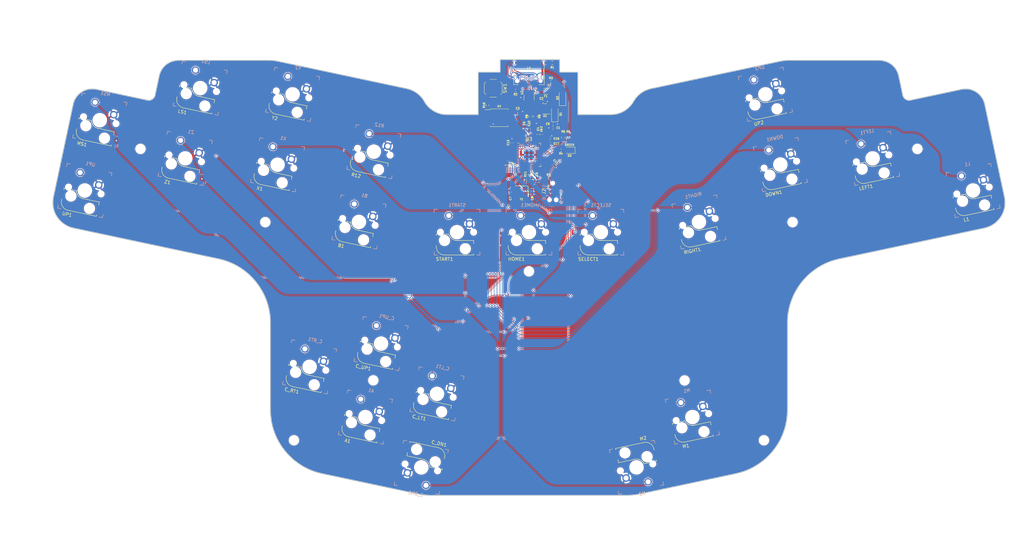
<source format=kicad_pcb>
(kicad_pcb (version 20240108) (generator "pcbnew") (generator_version "8.0")
  (layers (0 "F.Cu" signal) (31 "B.Cu" signal) (34 "B.Paste" user) (35 "F.Paste" user) (36 "B.SilkS" user "B.Silkscreen") (37 "F.SilkS" user "F.Silkscreen") (38 "B.Mask" user) (39 "F.Mask" user) (44 "Edge.Cuts" user))
  (net 0 "")
  (net 1 "GND")
  (net 2 "+3V3")
  (net 3 "+5V")
  (net 4 "+1V1")
  (net 5 "XTAL_IN")
  (net 6 "/XTAL_O")
  (net 7 "Net-(D1-A)")
  (net 8 "3vCable")
  (net 9 "Net-(D3-A)")
  (net 10 "Net-(F1-Pad1)")
  (net 12 "Net-(J1-CC1)")
  (net 13 "DBUS+")
  (net 14 "DBUS-")
  (net 17 "DATA")
  (net 19 "Net-(J1-CC2)")
  (net 22 "Net-(J1-SHIELD)")
  (net 23 "SWD")
  (net 24 "~{RESET}")
  (net 25 "SWCLK")
  (net 27 "PICO_LED")
  (net 28 "VBUS_SENSE")
  (net 29 "D+")
  (net 30 "/D_+")
  (net 31 "D-")
  (net 32 "/D_-")
  (net 33 "/~{USB_BOOT}")
  (net 34 "CS")
  (net 35 "XTAL_OUT")
  (net 36 "HOME")
  (net 37 "START")
  (net 38 "DOWN")
  (net 39 "LEFT")
  (net 40 "L")
  (net 41 "M1")
  (net 42 "M2")
  (net 45 "SELECT")
  (net 46 "UP2")
  (net 47 "C_LT")
  (net 48 "A")
  (net 49 "C_DN")
  (net 50 "C_RT")
  (net 51 "C_UP")
  (net 52 "UP")
  (net 53 "MS")
  (net 54 "Z")
  (net 55 "LS")
  (net 56 "X")
  (net 57 "Y")
  (net 58 "B")
  (net 59 "R")
  (net 60 "SD3")
  (net 61 "QSPI_CLK")
  (net 62 "SD0")
  (net 63 "SD2")
  (net 64 "SD1")
  (footprint "Resistor_SMD:R_0603_1608Metric" (layer "F.Cu") (at 212.0252 57.048 90)
    (property "Reference" "R6")
    (property "Value" "10k")
  )
  (footprint "Capacitor_SMD:C_0402_1005Metric" (layer "F.Cu") (at 194.3202 73.752 -90)
    (property "Reference" "C7")
    (property "Value" "22pF")
  )
  (footprint "Capacitor_SMD:C_0402_1005Metric" (layer "F.Cu") (at 207.3752 52.868 180)
    (property "Reference" "C9")
    (property "Value" "10uF")
  )
  (footprint "footprints:TYPE-C_24P_QCHT" (layer "F.Cu") (at 200 32.343 180)
    (property "Reference" "J1")
    (property "Value" "USB C Connector")
  )
  (footprint "Resistor_SMD:R_0402_1005Metric" (layer "F.Cu") (at 198.8922 69.9262 90)
    (property "Reference" "R11")
    (property "Value" "1k")
  )
  (footprint "Capacitor_SMD:C_0402_1005Metric" (layer "F.Cu") (at 202.4482 69.9262 -90)
    (property "Reference" "C6")
    (property "Value" "100nF")
  )
  (footprint "Diode_SMD:D_SOD-123" (layer "F.Cu") (at 210.2852 44.923 90)
    (property "Reference" "D2")
    (property "Value" "Schottky Diode")
  )
  (footprint "Capacitor_SMD:C_0402_1005Metric" (layer "F.Cu") (at 206.5122 57.3532)
    (property "Reference" "C16")
    (property "Value" "100nF")
  )
  (footprint "Capacitor_SMD:C_0402_1005Metric" (layer "F.Cu") (at 196.5552 49.083)
    (property "Reference" "C3")
    (property "Value" "100nF")
  )
  (footprint "Resistor_SMD:R_0603_1608Metric" (layer "F.Cu") (at 200.4652 50.583 -90)
    (property "Reference" "R8")
    (property "Value" "27")
  )
  (footprint "Package_TO_SOT_SMD:SOT-23" (layer "F.Cu") (at 204.8077 48.263 180)
    (property "Reference" "U1")
    (property "Value" "XC6206")
  )
  (footprint "Crystal:Crystal_SMD_3225-4Pin_3.2x2.5mm" (layer "F.Cu") (at 197.7492 73.4822 180)
    (property "Reference" "Y1")
    (property "Value" "12MHz")
  )
  (footprint "Button_Switch_SMD:SW_SPST_SKQG_WithStem" (layer "F.Cu") (at 189.0652 41.943 -90)
    (property "Reference" "SW1")
    (property "Value" "Boot")
  )
  (footprint "Capacitor_SMD:C_0402_1005Metric" (layer "F.Cu") (at 201.023 73.498 90)
    (property "Reference" "C8")
    (property "Value" "22pF")
  )
  (footprint "Capacitor_SMD:C_0402_1005Metric" (layer "F.Cu") (at 200.9242 69.9262 -90)
    (property "Reference" "C14")
    (property "Value" "100nF")
  )
  (footprint "Resistor_SMD:R_0402_1005Metric" (layer "F.Cu") (at 187.3052 47.163 -90)
    (property "Reference" "R10")
    (property "Value" "1k")
  )
  (footprint "footprints:RP2040-QFN-56" (layer "F.Cu") (at 200.0352 62.338)
    (property "Reference" "U3")
    (property "Value" "RP2040")
  )
  (footprint "LED_SMD:LED_0805_2012Metric" (layer "F.Cu") (at 212.4127 60.943 180)
    (property "Reference" "D3")
    (property "Value" "GREEN")
  )
  (footprint "Package_TO_SOT_SMD:SOT-23-6" (layer "F.Cu") (at 200.0352 44.793 -90)
    (property "Reference" "U2")
    (property "Value" "USBLC6-2SC6")
  )
  (footprint "Resistor_SMD:R_0402_1005Metric" (layer "F.Cu") (at 205.9552 69.373 180)
    (property "Reference" "R7")
    (property "Value" "10k")
  )
  (footprint "Capacitor_SMD:C_0402_1005Metric" (layer "F.Cu") (at 202.801 56.099 90)
    (property "Reference" "C4")
    (property "Value" "1uF")
  )
  (footprint "Capacitor_SMD:C_0402_1005Metric" (layer "F.Cu") (at 200.0352 54.3052 90)
    (property "Reference" "C10")
    (property "Value" "1uF")
  )
  (footprint "Resistor_SMD:R_0603_1608Metric" (layer "F.Cu") (at 201.9952 50.583 -90)
    (property "Reference" "R9")
    (property "Value" "27")
  )
  (footprint "Capacitor_SMD:C_0402_1005Metric" (layer "F.Cu") (at 206.5122 58.8772)
    (property "Reference" "C17")
    (property "Value" "100nF")
  )
  (footprint "Resistor_SMD:R_0402_1005Metric" (layer "F.Cu") (at 195.8852 42.673 180)
    (property "Reference" "R2")
    (property "Value" "5.1k")
  )
  (footprint "Capacitor_SMD:C_0402_1005Metric" (layer "F.Cu") (at 207.3752 54.068)
    (property "Reference" "C1")
    (property "Value" "1uF")
  )
  (footprint "Resistor_SMD:R_0603_1608Metric" (layer "F.Cu") (at 210.4852 57.048 -90)
    (property "Reference" "R5")
    (property "Value" "5.6k")
  )
  (footprint "Package_SO:SOIC-8_5.23x5.23mm_P1.27mm" (layer "F.Cu") (at 190.9052 50.993)
    (property "Reference" "U4")
    (property "Value" "W25Q128JVS")
  )
  (footprint "Diode_SMD:D_SOD-123" (layer "F.Cu") (at 207.9052 49.853 90)
    (property "Reference" "D1")
    (property "Value" "Schottky Diode")
  )
  (footprint "Capacitor_SMD:C_0402_1005Metric" (layer "F.Cu") (at 203.817 56.099 90)
    (property "Reference" "C12")
    (property "Value" "100nF")
  )
  (footprint "Capacitor_SMD:C_0402_1005Metric" (layer "F.Cu") (at 198.5112 54.3052 90)
    (property "Reference" "C5")
    (property "Value" "100nF")
  )
  (footprint "Capacitor_SMD:C_0402_1005Metric" (layer "F.Cu") (at 193.784 64.481 -135)
    (property "Reference" "C15")
    (property "Value" "100nF")
  )
  (footprint "Resistor_SMD:R_0402_1005Metric" (layer "F.Cu") (at 206.7152 40.013)
    (property "Reference" "R3")
    (property "Value" "5.1k")
  )
  (footprint "Connector:Tag-Connect_TC2030-IDC-NL_2x03_P1.27mm_Vertical" (layer "F.Cu") (at 207.3052 73.563 -90)
    (property "Reference" "J2")
    (property "Value" "JTAG_TC2030")
  )
  (footprint "Resistor_SMD:R_0603_1608Metric" (layer "F.Cu") (at 207.1502 34.163 180)
    (property "Reference" "R1")
    (property "Value" "1M")
  )
  (footprint "Fuse:Fuse_1206_3216Metric" (layer "F.Cu") (at 205.1652 42.903)
    (property "Reference" "F1")
    (property "Value" "500 mA")
  )
  (footprint "Resistor_SMD:R_0402_1005Metric" (layer "F.Cu") (at 209.7852 60.953)
    (property "Reference" "R4")
    (property "Value" "10k")
  )
  (footprint "Capacitor_SMD:C_0402_1005Metric" (layer "F.Cu") (at 207.3412 65.2589 -45)
    (property "Reference" "C11")
    (property "Value" "100nF")
  )
  (footprint "Capacitor_SMD:C_0402_1005Metric" (layer "F.Cu") (at 204.3552 46.023 180)
    (property "Reference" "C2")
    (property "Value" "1uF")
  )
  (footprint "Capacitor_SMD:C_0402_1005Metric" (layer "F.Cu") (at 194.8 58.639 90)
    (property "Reference" "C13")
    (property "Value" "100nF")
  )
  (footprint "keyswitches pretty-master:Kailh_socket_MX_optional" (layer "B.Cu") (at 64.1694 73.2506 168)
    (property "Reference" "UP1")
    (property "Value" "SW_Push")
  )
  (footprint "keyswitches pretty-master:Kailh_socket_MX_optional" (layer "B.Cu") (at 171.8654 135.506 168)
    (property "Reference" "C_LT1")
    (property "Value" "SW_Push")
  )
  (footprint "keyswitches pretty-master:Kailh_socket_MX_optional" (layer "B.Cu") (at 251.9983 82.8766 -168)
    (property "Reference" "RIGHT1")
    (property "Value" "SW_Push")
  )
  (footprint "keyswitches pretty-master:Kailh_socket_MX_optional" (layer "B.Cu") (at 305.1097 63.4202 -168)
    (property "Reference" "LEFT1")
    (property "Value" "SW_Push")
  )
  (footprint "keyswitches pretty-master:Kailh_socket_MX_optional" (layer "B.Cu") (at 167.0831 158.0117 -12)
    (property "Reference" "C_DN1")
    (property "Value" "SW_Push")
  )
  (footprint "keyswitches pretty-master:Kailh_socket_MX_optional" (layer "B.Cu") (at 200.0088 86.0044 180)
    (property "Reference" "HOME1")
    (property "Value" "SW_Push")
  )
  (footprint "keyswitches pretty-master:Kailh_socket_MX_optional" (layer "B.Cu") (at 178.0032 86.0044 180)
    (property "Reference" "START1")
    (property "Value" "SW_Push")
  )
  (footprint "keyswitches pretty-master:Kailh_socket_MX_optional" (layer "B.Cu") (at 335.8183 73.25 -168)
    (property "Reference" "L1")
    (property "Value" "SW_Push")
  )
  (footprint "keyswitches pretty-master:Kailh_socket_MX_optional" (layer "B.Cu") (at 123.1079 65.3689 168)
    (property "Reference" "X1")
    (property "Value" "SW_Push")
  )
  (footprint "keyswitches pretty-master:Kailh_socket_MX_optional" (layer "B.Cu") (at 149.987 142.6116 168)
    (property "Reference" "A1")
    (property "Value" "SW_Push")
  )
  (footprint "keyswitches pretty-master:Kailh_socket_MX_optional" (layer "B.Cu") (at 147.9894 82.8772 168)
    (property "Reference" "B1")
    (property "Value" "SW_Push")
  )
  (footprint "keyswitches pretty-master:Kailh_socket_MX_optional" (layer "B.Cu") (at 127.6982 43.815 168)
    (property "Reference" "Y2")
    (property "Value" "SW_Push")
  )
  (footprint "keyswitches pretty-master:Kailh_socket_MX_optional" (layer "B.Cu") (at 94.8814 63.4144 168)
    (property "Reference" "Z1")
    (property "Value" "SW_Push")
  )
  (footprint "keyswitches pretty-master:Kailh_socket_MX_optional" (layer "B.Cu") (at 152.5614 61.3634 168)
    (property "Reference" "R12")
    (property "Value" "SW_Push")
  )
  (footprint "keyswitches pretty-master:Kailh_socket_MX_optional" (layer "B.Cu") (at 132.9052 127.2286 168)
    (property "Reference" "C_RT1")
    (property "Value" "SW_Push")
  )
  (footprint "keyswitches pretty-master:Kailh_socket_MX_optional" (layer "B.Cu") (at 276.8903 65.3252 -168)
    (property "Reference" "DOWN1")
    (property "Value" "SW_Push")
  )
  (footprint "keyswitches pretty-master:Kailh_socket_MX_optional" (layer "B.Cu") (at 154.7716 120.1136 168)
    (property "Reference" "C_UP1")
    (property "Value" "SW_Push")
  )
  (footprint "keyswitches pretty-master:Kailh_socket_MX_optional" (layer "B.Cu") (at 272.3183 43.8114 -168)
    (property "Reference" "UP2")
    (property "Value" "SW_Push")
  )
  (footprint "keyswitches pretty-master:Kailh_socket_MX_optional" (layer "B.Cu") (at 99.45 41.907 168)
    (property "Reference" "LS1")
    (property "Value" "SW_Push")
  )
  (footprint "keyswitches pretty-master:Kailh_socket_MX_optional" (layer "B.Cu") (at 68.7414 51.7368 168)
    (property "Reference" "MS1")
    (property "Value" "SW_Push")
  )
  (footprint "keyswitches pretty-master:Kailh_socket_MX_optional" (layer "B.Cu") (at 222.0052 86.0044 180)
    (property "Reference" "SELECT1")
    (property "Value" "SW_Push")
  )
  (footprint "keyswitches pretty-master:Kailh_socket_MX_optional" (layer "B.Cu") (at 232.9093 158.0057 12)
    (property "Reference" "M2")
    (property "Value" "SW_Push")
  )
  (footprint "keyswitches pretty-master:Kailh_socket_MX_optional" (layer "B.Cu") (at 249.9917 142.6174 -168)
    (property "Reference" "M1")
    (property "Value" "SW_Push")
  )
  (gr_line (start 171.159375 49.038453) (end 171.391128 49.158835) (stroke (width 0.249999)) (layer "Edge.Cuts"))
  (gr_line (start 60.312291 84.687511) (end 60.698276 84.779606) (stroke (width 0.249999)) (layer "Edge.Cuts"))
  (gr_line (start 63.674893 42.799688) (end 63.422737 42.938885) (stroke (width 0.249999)) (layer "Edge.Cuts"))
  (gr_line (start 84.782836 45.286777) (end 84.864675 45.2307) (stroke (width 0.249999)) (layer "Edge.Cuts"))
  (gr_line (start 215 37) (end 215 50.000007) (stroke (width 0.25)) (layer "Edge.Cuts"))
  (gr_line (start 90.978665 33.672007) (end 90.737631 33.752939) (stroke (width 0.249999)) (layer "Edge.Cuts"))
  (gr_line (start 272.321139 155.394778) (end 272.937462 154.827343) (stroke (width 0.249999)) (layer "Edge.Cuts"))
  (gr_line (start 54.495512 78.412296) (end 54.575964 78.794166) (stroke (width 0.249999)) (layer "Edge.Cuts"))
  (gr_line (start 66.784736 42.130662) (end 66.484756 42.120845) (stroke (width 0.249999)) (layer "Edge.Cuts"))
  (gr_poly (pts (xy 119.44965 81.344772) (xy 119.530905 81.350951) (xy 119.610978 81.361126) (xy 119.68977 81.375196) (xy 119.767179 81.393062) (xy 119.843105 81.414623) (xy 119.917447 81.439777) (xy 119.990106 81.468426) (xy 120.06098 81.500467) (xy 120.129969 81.535801) (xy 120.196972 81.574327) (xy 120.261889 81.615944) (xy 120.324619 81.660553) (xy 120.385062 81.708052) (xy 120.443117 81.75834) (xy 120.498684 81.811318) (xy 120.551662 81.866885) (xy 120.601951 81.924941) (xy 120.64945 81.985384) (xy 120.694058 82.048114) (xy 120.735676 82.113031) (xy 120.774201 82.180034) (xy 120.809535 82.249023) (xy 120.841577 82.319897) (xy 120.870225 82.392555) (xy 120.89538 82.466898) (xy 120.91694 82.542824) (xy 120.934806 82.620233) (xy 120.948877 82.699024) (xy 120.959052 82.779098) (xy 120.965231 82.860353) (xy 120.967313 82.942688) (xy 120.965231 83.025024) (xy 120.959052 83.106279) (xy 120.948877 83.186353) (xy 120.934806 83.265144) (xy 120.91694 83.342553) (xy 120.89538 83.418479) (xy 120.870225 83.492822) (xy 120.841577 83.56548) (xy 120.809535 83.636354) (xy 120.774201 83.705343) (xy 120.735676 83.772346) (xy 120.694058 83.837263) (xy 120.64945 83.899993) (xy 120.601951 83.960436) (xy 120.551662 84.018492) (xy 120.498684 84.074059) (xy 120.443117 84.127037) (xy 120.385062 84.177325) (xy 120.324619 84.224824) (xy 120.261889 84.269433) (xy 120.196972 84.31105) (xy 120.129969 84.349576) (xy 120.06098 84.38491) (xy 119.990106 84.416951) (xy 119.917447 84.4456) (xy 119.843105 84.470754) (xy 119.767179 84.492315) (xy 119.68977 84.510181) (xy 119.610978 84.524251) (xy 119.530905 84.534426) (xy 119.44965 84.540605) (xy 119.367314 84.542687) (xy 119.284978 84.540605) (xy 119.203723 84.534426) (xy 119.12365 84.524251) (xy 119.044858 84.510181) (xy 118.967449 84.492315) (xy 118.891523 84.470754) (xy 118.817181 84.4456) (xy 118.744522 84.416951) (xy 118.673648 84.38491) (xy 118.604659 84.349576) (xy 118.537656 84.31105) (xy 118.472739 84.269433) (xy 118.410009 84.224824) (xy 118.349566 84.177325) (xy 118.291511 84.127037) (xy 118.235944 84.074059) (xy 118.182966 84.018492) (xy 118.132677 83.960436) (xy 118.085178 83.899993) (xy 118.04057 83.837263) (xy 117.998953 83.772346) (xy 117.960427 83.705343) (xy 117.925093 83.636354) (xy 117.893051 83.56548) (xy 117.864403 83.492822) (xy 117.839248 83.418479) (xy 117.817688 83.342553) (xy 117.799822 83.265144) (xy 117.785751 83.186353) (xy 117.775576 83.106279) (xy 117.769397 83.025024) (xy 117.767316 82.942688) (xy 117.769397 82.860353) (xy 117.775576 82.779098) (xy 117.785751 82.699024) (xy 117.799822 82.620233) (xy 117.817688 82.542824) (xy 117.839248 82.466898) (xy 117.864403 82.392555) (xy 117.893051 82.319897) (xy 117.925093 82.249023) (xy 117.960427 82.180034) (xy 117.998953 82.113031) (xy 118.04057 82.048114) (xy 118.085178 81.985384) (xy 118.132677 81.924941) (xy 118.182966 81.866885) (xy 118.235944 81.811318) (xy 118.291511 81.75834) (xy 118.349566 81.708052) (xy 118.410009 81.660553) (xy 118.472739 81.615944) (xy 118.537656 81.574327) (xy 118.604659 81.535801) (xy 118.673648 81.500467) (xy 118.744522 81.468426) (xy 118.817181 81.439777) (xy 118.891523 81.414623) (xy 118.967449 81.393062) (xy 119.044858 81.375196) (xy 119.12365 81.361126) (xy 119.203723 81.350951) (xy 119.284978 81.344772) (xy 119.367314 81.34269)) (stroke (width 0.1)) (fill none) (layer "Edge.Cuts"))
  (gr_line (start 168.430219 46.619223) (end 168.587603 46.834161) (stroke (width 0.249999)) (layer "Edge.Cuts"))
  (gr_line (start 87.535917 36.459924) (end 87.415641 36.68502) (stroke (width 0.249999)) (layer "Edge.Cuts"))
  (gr_line (start 276.980367 33.618609) (end 237.298665 42.053208) (stroke (width 0.249999)) (layer "Edge.Cuts"))
  (gr_line (start 130.376376 157.400435) (end 131.106178 157.831351) (stroke (width 0.249999)) (layer "Edge.Cuts"))
  (gr_line (start 83.473072 45.597242) (end 83.571127 45.605685) (stroke (width 0.249999)) (layer "Edge.Cuts"))
  (gr_line (start 316.426904 45.60567) (end 316.524955 45.597232) (stroke (width 0.249999)) (layer "Edge.Cuts"))
  (gr_line (start 344.54721 80.984699) (end 344.732804 80.648485) (stroke (width 0.249999)) (layer "Edge.Cuts"))
  (gr_line (start 345.537058 75.695951) (end 345.461644 75.291103) (stroke (width 0.249999)) (layer "Edge.Cuts"))
  (gr_line (start 173.37044 49.840279) (end 173.63072 49.888629) (stroke (width 0.249999)) (layer "Edge.Cuts"))
  (gr_line (start 122.720466 148.720819) (end 123.086692 149.477389) (stroke (width 0.249999)) (layer "Edge.Cuts"))
  (gr_line (start 279.761788 108.629274) (end 279.559967 109.459478) (stroke (width 0.249999)) (layer "Edge.Cuts"))
  (gr_line (start 339.700357 84.683922) (end 340.091329 84.569226) (stroke (width 0.249999)) (layer "Edge.Cuts"))
  (gr_line (start 336.575323 42.938882) (end 336.323164 42.799685) (stroke (width 0.249999)) (layer "Edge.Cuts"))
  (gr_line (start 64.198508 42.557868) (end 63.933633 42.672585) (stroke (width 0.249999)) (layer "Edge.Cuts"))
  (gr_line (start 63.933633 42.672585) (end 63.674893 42.799688) (stroke (width 0.249999)) (layer "Edge.Cuts"))
  (gr_line (start 67.08638 42.155767) (end 66.784736 42.130662) (stroke (width 0.249999)) (layer "Edge.Cuts"))
  (gr_line (start 165.766596 43.426924) (end 165.421324 43.187426) (stroke (width 0.249999)) (layer "Edge.Cuts"))
  (gr_line (start 85.158852 44.970668) (end 85.223599 44.89746) (stroke (width 0.249999)) (layer "Edge.Cuts"))
  (gr_line (start 170.931724 48.910612) (end 171.159375 49.038453) (stroke (width 0.249999)) (layer "Edge.Cuts"))
  (gr_line (start 311.560912 35.2462) (end 311.3833 35.068765) (stroke (width 0.249999)) (layer "Edge.Cuts"))
  (gr_line (start 92.502558 33.405781) (end 92.240675 33.422946) (stroke (width 0.249999)) (layer "Edge.Cuts"))
  (gr_line (start 123.483617 150.216537) (end 124.366651 151.638976) (stroke (width 0.249999)) (layer "Edge.Cuts"))
  (gr_line (start 172.109131 49.474131) (end 172.355426 49.563585) (stroke (width 0.249999)) (layer "Edge.Cuts"))
  (gr_line (start 56.369133 82.254557) (end 56.636301 82.542087) (stroke (width 0.249999)) (layer "Edge.Cuts"))
  (gr_line (start 84.943297 45.170904) (end 85.018601 45.107536) (stroke (width 0.249999)) (layer "Edge.Cuts"))
  (gr_line (start 284.087924 100.548029) (end 283.548423 101.186597) (stroke (width 0.249999)) (layer "Edge.Cuts"))
  (gr_line (start 276.911313 149.477418) (end 277.27754 148.720847) (stroke (width 0.249999)) (layer "Edge.Cuts"))
  (gr_line (start 121.577096 145.538296) (end 121.813254 146.355567) (stroke (width 0.249999)) (layer "Edge.Cuts"))
  (gr_line (start 310.17768 34.173108) (end 309.955935 34.054028) (stroke (width 0.249999)) (layer "Edge.Cuts"))
  (gr_line (start 56.636301 82.542087) (end 56.916588 82.815542) (stroke (width 0.249999)) (layer "Edge.Cuts"))
  (gr_line (start 168.75151 47.043051) (end 168.921754 47.245785) (stroke (width 0.249999)) (layer "Edge.Cuts"))
  (gr_line (start 278.920471 143.012509) (end 279.014922 142.148907) (stroke (width 0.249999)) (layer "Edge.Cuts"))
  (gr_line (start 167.539208 45.21911) (end 167.282953 44.880754) (stroke (width 0.249999)) (layer "Edge.Cuts"))
  (gr_line (start 345.591311 76.099771) (end 345.537058 75.695951) (stroke (width 0.249999)) (layer "Edge.Cuts"))
  (gr_line (start 170.489469 48.632983) (end 170.708359 48.775419) (stroke (width 0.249999)) (layer "Edge.Cuts"))
  (gr_line (start 55.082301 80.273011) (end 55.254371 80.627074) (stroke (width 0.249999)) (layer "Edge.Cuts"))
  (gr_line (start 312.794863 37.152794) (end 312.693397 36.916043) (stroke (width 0.249999)) (layer "Edge.Cuts"))
  (gr_line (start 314.907612 45.040706) (end 314.979493 45.107498) (stroke (width 0.249999)) (layer "Edge.Cuts"))
  (gr_line (start 309.497034 33.843717) (end 309.260417 33.752921) (stroke (width 0.249999)) (layer "Edge.Cuts"))
  (gr_line (start 278.184758 146.355588) (end 278.420918 145.538315) (stroke (width 0.249999)) (layer "Edge.Cuts"))
  (gr_line (start 167.998967 45.939208) (end 167.778118 45.572103) (stroke (width 0.249999)) (layer "Edge.Cuts"))
  (gr_line (start 57.209408 83.07452) (end 57.514177 83.318618) (stroke (width 0.249999)) (layer "Edge.Cuts"))
  (gr_line (start 87.029925 37.642579) (end 86.95869 37.895171) (stroke (width 0.249999)) (layer "Edge.Cuts"))
  (gr_line (start 269.621614 157.400461) (end 270.330175 156.940445) (stroke (width 0.249999)) (layer "Edge.Cuts"))
  (gr_line (start 135.048337 159.517984) (end 135.890307 159.755431) (stroke (width 0.249999)) (layer "Edge.Cuts"))
  (gr_line (start 343.651306 82.22986) (end 343.897537 81.934717) (stroke (width 0.249999)) (layer "Edge.Cuts"))
  (gr_line (start 332.608786 42.196454) (end 332.30515 42.253009) (stroke (width 0.249999)) (layer "Edge.Cuts"))
  (gr_line (start 54.366943 77.248668) (end 54.390872 77.638848) (stroke (width 0.249999)) (layer "Edge.Cuts"))
  (gr_line (start 167.49079 166.428947) (end 168.010521 166.490452) (stroke (width 0.249999)) (layer "Edge.Cuts"))
  (gr_line (start 283.548423 101.186597) (end 283.035982 101.847078) (stroke (width 0.249999)) (layer "Edge.Cuts"))
  (gr_line (start 121.200411 33.403435) (end 120.938474 33.400009) (stroke (width 0.249999)) (layer "Edge.Cuts"))
  (gr_line (start 234.934275 42.966159) (end 234.576672 43.187346) (stroke (width 0.249999)) (layer "Edge.Cuts"))
  (gr_line (start 168.587603 46.834161) (end 168.75151 47.043051) (stroke (width 0.249999)) (layer "Edge.Cuts"))
  (gr_line (start 341.203102 84.117627) (end 341.552021 83.933243) (stroke (width 0.249999)) (layer "Edge.Cuts"))
  (gr_line (start 294.933064 94.210007) (end 294.074948 94.412069) (stroke (width 0.249999)) (layer "Edge.Cuts"))
  (gr_line (start 163.115881 42.153461) (end 162.699361 42.053208) (stroke (width 0.249999)) (layer "Edge.Cuts"))
  (gr_line (start 83.571127 45.605685) (end 83.669188 45.609288) (stroke (width 0.249999)) (layer "Edge.Cuts"))
  (gr_line (start 279.997944 107.812) (end 279.761788 108.629274) (stroke (width 0.249999)) (layer "Edge.Cuts"))
  (gr_line (start 311.007005 34.737157) (end 310.808861 34.583421) (stroke (width 0.249999)) (layer "Edge.Cuts"))
  (gr_line (start 55.652188 81.311535) (end 55.876491 81.638879) (stroke (width 0.249999)) (layer "Edge.Cuts"))
  (gr_line (start 279.262242 111.15508) (end 279.167793 112.018681) (stroke (width 0.249999)) (layer "Edge.Cuts"))
  (gr_line (start 280.905153 105.446739) (end 280.570354 106.219834) (stroke (width 0.249999)) (layer "Edge.Cuts"))
  (gr_line (start 173.893239 49.928433) (end 174.15781 49.959581) (stroke (width 0.249999)) (layer "Edge.Cuts"))
  (gr_line (start 315.054793 45.170865) (end 315.13341 45.23066) (stroke (width 0.249999)) (layer "Edge.Cuts"))
  (gr_line (start 58.494327 83.957617) (end 58.841041 84.138179) (stroke (width 0.249999)) (layer "Edge.Cuts"))
  (gr_line (start 83.375196 45.583927) (end 83.473072 45.597242) (stroke (width 0.249999)) (layer "Edge.Cuts"))
  (gr_line (start 333.213298 42.130662) (end 332.911651 42.155768) (stroke (width 0.249999)) (layer "Edge.Cuts"))
  (gr_line (start 168.010521 166.490452) (end 168.531683 166.538337) (stroke (width 0.249999)) (layer "Edge.Cuts"))
  (gr_line (start 167.010071 44.55756) (end 166.721277 44.250055) (stroke (width 0.249999)) (layer "Edge.Cuts"))
  (gr_line (start 92.240675 33.422946) (end 91.981593 33.451283) (stroke (width 0.249999)) (layer "Edge.Cuts"))
  (gr_line (start 345.494155 78.467735) (end 345.558731 78.082598) (stroke (width 0.249999)) (layer "Edge.Cuts"))
  (gr_line (start 234.055165 166.162994) (end 263.249562 159.957504) (stroke (width 0.249999)) (layer "Edge.Cuts"))
  (gr_line (start 83.669188 45.609288) (end 83.76708 45.608083) (stroke (width 0.249999)) (layer "Edge.Cuts"))
  (gr_line (start 316.524955 45.597232) (end 316.622826 45.583922) (stroke (width 0.249999)) (layer "Edge.Cuts"))
  (gr_line (start 280.570354 106.219834) (end 280.267709 107.008554) (stroke (width 0.249999)) (layer "Edge.Cuts"))
  (gr_line (start 114.136483 98.77274) (end 113.49601 98.230811) (stroke (width 0.249999)) (layer "Edge.Cuts"))
  (gr_line (start 282.095193 103.230186) (end 281.6683 103.951017) (stroke (width 0.249999)) (layer "Edge.Cuts"))
  (gr_poly (pts (xy 280.720852 81.344772) (xy 280.802106 81.350951) (xy 280.88218 81.361126) (xy 280.960971 81.375196) (xy 281.03838 81.393062) (xy 281.114306 81.414623) (xy 281.188649 81.439777) (xy 281.261308 81.468426) (xy 281.332182 81.500467) (xy 281.401171 81.535801) (xy 281.468174 81.574327) (xy 281.533092 81.615944) (xy 281.595822 81.660553) (xy 281.656266 81.708052) (xy 281.714321 81.75834) (xy 281.769889 81.811318) (xy 281.822867 81.866885) (xy 281.873156 81.924941) (xy 281.920656 81.985384) (xy 281.965264 82.048114) (xy 282.006882 82.113031) (xy 282.045409 82.180034) (xy 282.080743 82.249023) (xy 282.112785 82.319897) (xy 282.141433 82.392555) (xy 282.166589 82.466898) (xy 282.188149 82.542824) (xy 282.206015 82.620233) (xy 282.220086 82.699024) (xy 282.230261 82.779098) (xy 282.23644 82.860353) (xy 282.238522 82.942688) (xy 282.23644 83.025024) (xy 282.230261 83.106279) (xy 282.220086 83.186353) (xy 282.206015 83.265144) (xy 282.188149 83.342553) (xy 282.166589 83.418479) (xy 282.141433 83.492822) (xy 282.112785 83.56548) (xy 282.080743 83.636354) (xy 282.045409 83.705343) (xy 282.006882 83.772346) (xy 281.965264 83.837263) (xy 281.920656 83.899993) (xy 281.873156 83.960436) (xy 281.822867 84.018492) (xy 281.769889 84.074059) (xy 281.714321 84.127037) (xy 281.656266 84.177325) (xy 281.595822 84.224824) (xy 281.533092 84.269433) (xy 281.468174 84.31105) (xy 281.401171 84.349576) (xy 281.332182 84.38491) (xy 281.261308 84.416951) (xy 281.188649 84.4456) (xy 281.114306 84.470754) (xy 281.03838 84.492315) (xy 280.960971 84.510181) (xy 280.88218 84.524251) (xy 280.802106 84.534426) (xy 280.720852 84.540605) (xy 280.638516 84.542687) (xy 280.556181 84.540605) (xy 280.474926 84.534426) (xy 280.394853 84.524251) (xy 280.316061 84.510181) (xy 280.238652 84.492315) (xy 280.162726 84.470754) (xy 280.088383 84.4456) (xy 280.015725 84.416951) (xy 279.94485 84.38491) (xy 279.875861 84.349576) (xy 279.808858 84.31105) (xy 279.743941 84.269433) (xy 279.68121 84.224824) (xy 279.620767 84.177325) (xy 279.562711 84.127037) (xy 279.507144 84.074059) (xy 279.454165 84.018492) (xy 279.403876 83.960436) (xy 279.356377 83.899993) (xy 279.311768 83.837263) (xy 279.27015 83.772346) (xy 279.231624 83.705343) (xy 279.196289 83.636354) (xy 279.164247 83.56548) (xy 279.135599 83.492822) (xy 279.110444 83.418479) (xy 279.088883 83.342553) (xy 279.071017 83.265144) (xy 279.056946 83.186353) (xy 279.046771 83.106279) (xy 279.040592 83.025024) (xy 279.03851 82.942688) (xy 279.040592 82.860353) (xy 279.046771 82.779098) (xy 279.056946 82.699024) (xy 279.071017 82.620233) (xy 279.088883 82.542824) (xy 279.110444 82.466898) (xy 279.135599 82.392555) (xy 279.164247 82.319897) (xy 279.196289 82.249023) (xy 279.231624 82.180034) (xy 279.27015 82.113031) (xy 279.311768 82.048114) (xy 279.356377 81.985384) (xy 279.403876 81.924941) (xy 279.454165 81.866885) (xy 279.507144 81.811318) (xy 279.562711 81.75834) (xy 279.620767 81.708052) (xy 279.68121 81.660553) (xy 279.743941 81.615944) (xy 279.808858 81.574327) (xy 279.875861 81.535801) (xy 279.94485 81.500467) (xy 280.015725 81.468426) (xy 280.088383 81.439777) (xy 280.162726 81.414623) (xy 280.238652 81.393062) (xy 280.316061 81.375196) (xy 280.394853 81.361126) (xy 280.474926 81.350951) (xy 280.556181 81.344772) (xy 280.638516 81.34269)) (stroke (width 0.1)) (fill none) (layer "Edge.Cuts"))
  (gr_line (start 236.473642 42.275083) (end 236.07389 42.41775) (stroke (width 0.249999)) (layer "Edge.Cuts"))
  (gr_line (start 277.27754 148.720847) (end 277.612342 147.947753) (stroke (width 0.249999)) (layer "Edge.Cuts"))
  (gr_line (start 345.310041 79.221813) (end 345.411129 78.847672) (stroke (width 0.249999)) (layer "Edge.Cuts"))
  (gr_line (start 127.676855 155.394747) (end 128.317328 155.936675) (stroke (width 0.249999)) (layer "Edge.Cuts"))
  (gr_line (start 163.524373 42.275183) (end 163.115881 42.153461) (stroke (width 0.249999)) (layer "Edge.Cuts"))
  (gr_line (start 121.375275 144.708096) (end 121.577096 145.538296) (stroke (width 0.249999)) (layer "Edge.Cuts"))
  (gr_line (start 90.501014 33.843736) (end 90.269085 33.944179) (stroke (width 0.249999)) (layer "Edge.Cuts"))
  (gr_line (start 343.390885 82.513245) (end 343.651306 82.22986) (stroke (width 0.249999)) (layer "Edge.Cuts"))
  (gr_line (start 167.778118 45.572103) (end 167.539208 45.21911) (stroke (width 0.249999)) (layer "Edge.Cuts"))
  (gr_line (start 337.721718 43.80613) (end 337.509182 43.610813) (stroke (width 0.249999)) (layer "Edge.Cuts"))
  (gr_line (start 170.065854 48.326816) (end 170.275238 48.483412) (stroke (width 0.249999)) (layer "Edge.Cuts"))
  (gr_line (start 118.726645 104.690124) (end 118.329721 103.950971) (stroke (width 0.249999)) (layer "Edge.Cuts"))
  (gr_line (start 120.938466 33.400009) (end 92.766973 33.400009) (stroke (width 0.249999)) (layer "Edge.Cuts"))
  (gr_line (start 345.411129 78.847672) (end 345.494155 78.467735) (stroke (width 0.249999)) (layer "Edge.Cuts"))
  (gr_line (start 316.622826 45.583922) (end 316.720342 45.565708) (stroke (width 0.249999)) (layer "Edge.Cuts"))
  (gr_line (start 335.253171 42.366749) (end 334.972567 42.29093) (stroke (width 0.249999)) (layer "Edge.Cuts"))
  (gr_line (start 315.656949 45.501667) (end 315.750159 45.531039) (stroke (width 0.249999)) (layer "Edge.Cuts"))
  (gr_line (start 120.925897 141.27597) (end 120.9831 142.148904) (stroke (width 0.249999)) (layer "Edge.Cuts"))
  (gr_poly (pts (xy 128.210949 148.125671) (xy 128.292204 148.13185) (xy 128.372278 148.142025) (xy 128.45107 148.156095) (xy 128.528479 148.173961) (xy 128.604405 148.195521) (xy 128.678748 148.220676) (xy 128.751407 148.249324) (xy 128.822281 148.281366) (xy 128.891269 148.316699) (xy 128.958273 148.355225) (xy 129.02319 148.396842) (xy 129.08592 148.441451) (xy 129.146363 148.488949) (xy 129.204418 148.539238) (xy 129.259985 148.592216) (xy 129.312963 148.647783) (xy 129.363251 148.705838) (xy 129.41075 148.766281) (xy 129.455358 148.829011) (xy 129.496976 148.893928) (xy 129.535501 148.960931) (xy 129.570835 149.02992) (xy 129.602876 149.100794) (xy 129.631525 149.173453) (xy 129.656679 149.247795) (xy 129.67824 149.323721) (xy 129.696106 149.401131) (xy 129.710176 149.479922) (xy 129.720351 149.559996) (xy 129.72653 149.641251) (xy 129.728612 149.723588) (xy 129.72653 149.805924) (xy 129.720351 149.887179) (xy 129.710176 149.967253) (xy 129.696106 150.046044) (xy 129.67824 150.123454) (xy 129.656679 150.19938) (xy 129.631525 150.273723) (xy 129.602876 150.346381) (xy 129.570835 150.417255) (xy 129.535501 150.486244) (xy 129.496976 150.553247) (xy 129.455358 150.618164) (xy 129.41075 150.680894) (xy 129.363251 150.741337) (xy 129.312963 150.799392) (xy 129.259985 150.854959) (xy 129.204418 150.907937) (xy 129.146363 150.958226) (xy 129.08592 151.005724) (xy 129.02319 151.050333) (xy 128.958273 151.09195) (xy 128.891269 151.130476) (xy 128.822281 151.16581) (xy 128.751407 151.197851) (xy 128.678748 151.226499) (xy 128.604405 151.251654) (xy 128.528479 151.273214) (xy 128.45107 151.29108) (xy 128.372278 151.305151) (xy 128.292204 151.315325) (xy 128.210949 151.321504) (xy 128.128613 151.323586) (xy 128.046277 151.321504) (xy 127.965022 151.315325) (xy 127.884948 151.305151) (xy 127.806156 151.29108) (xy 127.728747 151.273214) (xy 127.652821 151.251654) (xy 127.578478 151.226499) (xy 127.50582 151.197851) (xy 127.434946 151.16581) (xy 127.365957 151.130476) (xy 127.298954 151.09195) (xy 127.234037 151.050333) (xy 127.171307 151.005724) (xy 127.110864 150.958226) (xy 127.052809 150.907937) (xy 126.997242 150.854959) (xy 126.944264 150.799392) (xy 126.893975 150.741337) (xy 126.846476 150.680894) (xy 126.801868 150.618164) (xy 126.760251 150.553247) (xy 126.721725 150.486244) (xy 126.686391 150.417255) (xy 126.65435 150.346381) (xy 126.625702 150.273723) (xy 126.600547 150.19938) (xy 126.578987 150.123454) (xy 126.561121 150.046044) (xy 126.54705 149.967253) (xy 126.536875 149.887179) (xy 126.530697 149.805924) (xy 126.528615 149.723588) (xy 126.530697 149.641251) (xy 126.536875 149.559996) (xy 126.54705 149.479922) (xy 126.561121 149.401131) (xy 126.578987 149.323721) (xy 126.600547 149.247795) (xy 126.625702 149.173453) (xy 126.65435 149.100794) (xy 126.686391 149.02992) (xy 126.721725 148.960931) (xy 126.760251 148.893928) (xy 126.801868 148.829011) (xy 126.846476 148.766281) (xy 126.893975 148.705838) (xy 126.944264 148.647783) (xy 126.997242 148.592216) (xy 127.052809 148.539238) (xy 127.110864 148.488949) (xy 127.171307 148.441451) (xy 127.234037 148.396842) (xy 127.298954 148.355225) (xy 127.365957 148.316699) (xy 127.434946 148.281366) (xy 127.50582 148.249324) (xy 127.578478 148.220676) (xy 127.652821 148.195521) (xy 127.728747 148.173961) (xy 127.806156 148.156095) (xy 127.884948 148.142025) (xy 127.965022 148.13185) (xy 128.046277 148.125671) (xy 128.128613 148.123589)) (stroke (width 0.1)) (fill none) (layer "Edge.Cuts"))
  (gr_line (start 339.163928 45.995014) (end 339.05088 45.716975) (stroke (width 0.249999)) (layer "Edge.Cuts"))
  (gr_line (start 338.118546 44.227532) (end 337.924988 44.0118) (stroke (width 0.249999)) (layer "Edge.Cuts"))
  (gr_line (start 56.115668 81.953353) (end 56.369133 82.254557) (stroke (width 0.249999)) (layer "Edge.Cuts"))
  (gr_line (start 61.523352 44.688026) (end 61.361619 44.932203) (stroke (width 0.249999)) (layer "Edge.Cuts"))
  (gr_line (start 107.590094 94.921439) (end 106.765 94.6495) (stroke (width 0.249999)) (layer "Edge.Cuts"))
  (gr_line (start 166.97276 166.35385) (end 167.49079 166.428947) (stroke (width 0.249999)) (layer "Edge.Cuts"))
  (gr_line (start 345.630984 77.299107) (end 345.637887 76.901945) (stroke (width 0.249999)) (layer "Edge.Cuts"))
  (gr_line (start 165.942868 166.162994) (end 136.748471 159.957504) (stroke (width 0.249999)) (layer "Edge.Cuts"))
  (gr_line (start 316.133414 45.602076) (end 316.230959 45.60806) (stroke (width 0.249999)) (layer "Edge.Cuts"))
  (gr_line (start 332.911651 42.155768) (end 332.608786 42.196454) (stroke (width 0.249999)) (layer "Edge.Cuts"))
  (gr_line (start 314.602999 44.660473) (end 314.656281 44.742201) (stroke (width 0.249999)) (layer "Edge.Cuts"))
  (gr_line (start 120.830235 112.018676) (end 120.735786 111.155068) (stroke (width 0.249999)) (layer "Edge.Cuts"))
  (gr_line (start 345.624792 76.501968) (end 345.591311 76.099771) (stroke (width 0.249999)) (layer "Edge.Cuts"))
  (gr_line (start 90.269085 33.944179) (end 90.042113 34.054049) (stroke (width 0.249999)) (layer "Edge.Cuts"))
  (gr_line (start 89.820368 34.173129) (end 89.393634 34.438044) (stroke (width 0.249999)) (layer "Edge.Cuts"))
  (gr_line (start 232.987928 44.557519) (end 232.71505 44.880722) (stroke (width 0.249999)) (layer "Edge.Cuts"))
  (gr_line (start 55.876491 81.638879) (end 56.115668 81.953353) (stroke (width 0.249999)) (layer "Edge.Cuts"))
  (gr_line (start 55.254371 80.627074) (end 55.444377 80.973481) (stroke (width 0.249999)) (layer "Edge.Cuts"))
  (gr_line (start 84.057998 45.575946) (end 84.153469 45.555834) (stroke (width 0.249999)) (layer "Edge.Cuts"))
  (gr_line (start 231.987514 166.490452) (end 232.507241 166.428947) (stroke (width 0.249999)) (layer "Edge.Cuts"))
  (gr_line (start 339.05088 45.716975) (end 338.924989 45.446966) (stroke (width 0.249999)) (layer "Edge.Cuts"))
  (gr_line (start 340.472369 84.436214) (end 340.843089 84.285482) (stroke (width 0.249999)) (layer "Edge.Cuts"))
  (gr_line (start 230.420812 166.593135) (end 230.944032 166.572574) (stroke (width 0.249999)) (layer "Edge.Cuts"))
  (gr_line (start 285.861519 98.772789) (end 285.2452 99.340227) (stroke (width 0.249999)) (layer "Edge.Cuts"))
  (gr_line (start 311.3833 35.068765) (end 311.198574 34.899011) (stroke (width 0.249999)) (layer "Edge.Cuts"))
  (gr_line (start 231.466355 166.538337) (end 231.987514 166.490452) (stroke (width 0.249999)) (layer "Edge.Cuts"))
  (gr_line (start 54.41027 76.072671) (end 54.376512 76.464881) (stroke (width 0.249999)) (layer "Edge.Cuts"))
  (gr_line (start 57.83031 83.547435) (end 58.157221 83.760569) (stroke (width 0.249999)) (layer "Edge.Cuts"))
  (gr_line (start 65.310428 42.228659) (end 65.02548 42.290931) (stroke (width 0.249999)) (layer "Edge.Cuts"))
  (gr_line (start 54.463515 75.68118) (end 54.41027 76.072671) (stroke (width 0.249999)) (layer "Edge.Cuts"))
  (gr_line (start 279.05956 33.400009) (end 278.797625 33.403448) (stroke (width 0.249999)) (layer "Edge.Cuts"))
  (gr_line (start 87.803198 36.028412) (end 87.665192 36.240982) (stroke (width 0.249999)) (layer "Edge.Cuts"))
  (gr_line (start 87.665192 36.240982) (end 87.535917 36.459924) (stroke (width 0.249999)) (layer "Edge.Cuts"))
  (gr_line (start 54.928297 79.911992) (end 55.082301 80.273011) (stroke (width 0.249999)) (layer "Edge.Cuts"))
  (gr_line (start 122.385666 147.947727) (end 122.720466 148.720819) (stroke (width 0.249999)) (layer "Edge.Cuts"))
  (gr_line (start 86.898072 38.152609) (end 85.649875 44.025208) (stroke (width 0.249999)) (layer "Edge.Cuts"))
  (gr_line (start 54.536377 75.291107) (end 54.463515 75.68118) (stroke (width 0.249999)) (layer "Edge.Cuts"))
  (gr_line (start 63.177611 43.089887) (end 62.939963 43.252404) (stroke (width 0.249999)) (layer "Edge.Cuts"))
  (gr_line (start 344.129189 81.628412) (end 344.345876 81.31154) (stroke (width 0.249999)) (layer "Edge.Cuts"))
  (gr_line (start 83.76708 45.608083) (end 83.864629 45.602103) (stroke (width 0.249999)) (layer "Edge.Cuts"))
  (gr_line (start 169.280506 47.632348) (end 169.468642 47.81596) (stroke (width 0.249999)) (layer "Edge.Cuts"))
  (gr_line (start 132.626594 158.60229) (end 133.415753 158.940515) (stroke (width 0.249999)) (layer "Edge.Cuts"))
  (gr_line (start 122.760742 33.567408) (end 122.502699 33.523076) (stroke (width 0.249999)) (layer "Edge.Cuts"))
  (gr_line (start 342.21503 83.517277) (end 342.528344 83.286888) (stroke (width 0.249999)) (layer "Edge.Cuts"))
  (gr_line (start 227.140728 49.718403) (end 227.642649 49.563618) (stroke (width 0.249999)) (layer "Edge.Cuts"))
  (gr_line (start 87.949664 35.822432) (end 87.803198 36.028412) (stroke (width 0.249999)) (layer "Edge.Cuts"))
  (gr_line (start 279.072127 141.275968) (end 279.091359 140.394592) (stroke (width 0.249999)) (layer "Edge.Cuts"))
  (gr_line (start 337.287828 43.42614) (end 337.058101 43.2524) (stroke (width 0.249999)) (layer "Edge.Cuts"))
  (gr_line (start 124.366651 151.638976) (end 125.363749 152.980948) (stroke (width 0.249999)) (layer "Edge.Cuts"))
  (gr_line (start 128.317328 155.936675) (end 128.981224 156.452198) (stroke (width 0.249999)) (layer "Edge.Cuts"))
  (gr_line (start 309.260417 33.752921) (end 309.019382 33.67199) (stroke (width 0.249999)) (layer "Edge.Cuts"))
  (gr_line (start 91.47291 33.540607) (end 91.223848 33.601157) (stroke (width 0.249999)) (layer "Edge.Cuts"))
  (gr_line (start 121.462033 33.413713) (end 121.200411 33.403435) (stroke (width 0.249999)) (layer "Edge.Cuts"))
  (gr_line (start 314.467681 44.400583) (end 314.508599 44.489518) (stroke (width 0.249999)) (layer "Edge.Cuts"))
  (gr_line (start 310.393929 34.301179) (end 310.17768 34.173108) (stroke (width 0.249999)) (layer "Edge.Cuts"))
  (gr_line (start 266.582235 158.940536) (end 267.371395 158.602312) (stroke (width 0.249999)) (layer "Edge.Cuts"))
  (gr_line (start 284.653759 99.932273) (end 284.087924 100.548029) (stroke (width 0.249999)) (layer "Edge.Cuts"))
  (gr_line (start 91.981593 33.451283) (end 91.725582 33.490577) (stroke (width 0.249999)) (layer "Edge.Cuts"))
  (gr_line (start 121.077549 143.012502) (end 121.208516 143.865865) (stroke (width 0.249999)) (layer "Edge.Cuts"))
  (gr_line (start 313.039334 37.89517) (end 312.968101 37.642576) (stroke (width 0.249999)) (layer "Edge.Cuts"))
  (gr_line (start 227.642649 49.563618) (end 228.13189 49.376818) (stroke (width 0.249999)) (layer "Edge.Cuts"))
  (gr_line (start 315.13341 45.23066) (end 315.215245 45.286736) (stroke (width 0.249999)) (layer "Edge.Cuts"))
  (gr_line (start 276.514387 150.216567) (end 276.911313 149.477418) (stroke (width 0.249999)) (layer "Edge.Cuts"))
  (gr_line (start 286.50199 98.230859) (end 285.861519 98.772789) (stroke (width 0.249999)) (layer "Edge.Cuts"))
  (gr_line (start 337.058101 43.2524) (end 336.820451 43.089884) (stroke (width 0.249999)) (layer "Edge.Cuts"))
  (gr_line (start 316.328847 45.609268) (end 316.426904 45.60567) (stroke (width 0.249999)) (layer "Edge.Cuts"))
  (gr_line (start 337.509182 43.610813) (end 337.287828 43.42614) (stroke (width 0.249999)) (layer "Edge.Cuts"))
  (gr_line (start 312.582392 36.68501) (end 312.462118 36.459912) (stroke (width 0.249999)) (layer "Edge.Cuts"))
  (gr_line (start 226.627619 49.840304) (end 227.140728 49.718403) (stroke (width 0.249999)) (layer "Edge.Cuts"))
  (gr_line (start 105.92303 94.412053) (end 105.064912 94.209995) (stroke (width 0.249999)) (layer "Edge.Cuts"))
  (gr_line (start 294.933156 94.210007) (end 339.299748 84.779606) (stroke (width 0.249999)) (layer "Edge.Cuts"))
  (gr_line (start 271.016768 156.452227) (end 271.680665 155.936705) (stroke (width 0.249999)) (layer "Edge.Cuts"))
  (gr_line (start 169.468642 47.81596) (end 169.66237 47.992982) (stroke (width 0.249999)) (layer "Edge.Cuts"))
  (gr_line (start 277.754359 33.48559) (end 277.495332 33.523152) (stroke (width 0.249999)) (layer "Edge.Cuts"))
  (gr_line (start 278.622741 144.708111) (end 278.789501 143.865877) (stroke (width 0.249999)) (layer "Edge.Cuts"))
  (gr_line (start 230.944032 166.572574) (end 231.466355 166.538337) (stroke (width 0.249999)) (layer "Edge.Cuts"))
  (gr_line (start 87.304635 36.916052) (end 87.203167 37.152801) (stroke (width 0.249999)) (layer "Edge.Cuts"))
  (gr_line (start 112.832114 97.715287) (end 112.145522 97.227067) (stroke (width 0.249999)) (layer "Edge.Cuts"))
  (gr_line (start 229.896962 166.599991) (end 230.420812 166.593135) (stroke (width 0.249999)) (layer "Edge.Cuts"))
  (gr_line (start 120.887438 112.89162) (end 120.830235 112.018676) (stroke (width 0.249999)) (layer "Edge.Cuts"))
  (gr_line (start 307.757368 33.422939) (end 307.495484 33.405778) (stroke (width 0.249999)) (layer "Edge.Cuts"))
  (gr_line (start 60.834177 45.995017) (end 60.734424 46.280795) (stroke (width 0.249999)) (layer "Edge.Cuts"))
  (gr_line (start 311.198574 34.899011) (end 311.007005 34.737157) (stroke (width 0.249999)) (layer "Edge.Cuts"))
  (gr_line (start 123.086692 149.477389) (end 123.483617 150.216537) (stroke (width 0.249999)) (layer "Edge.Cuts"))
  (gr_line (start 83.96166 45.59138) (end 84.057998 45.575946) (stroke (width 0.249999)) (layer "Edge.Cuts"))
  (gr_line (start 315.565129 45.467713) (end 315.656949 45.501667) (stroke (width 0.249999)) (layer "Edge.Cuts"))
  (gr_line (start 233.276719 44.250005) (end 232.987928 44.557519) (stroke (width 0.249999)) (layer "Edge.Cuts"))
  (gr_line (start 174.961972 50.000007) (end 184.4802 50.000007) (stroke (width 0.25)) (layer "Edge.Cuts"))
  (gr_line (start 131.106178 157.831351) (end 131.856493 158.232269) (stroke (width 0.249999)) (layer "Edge.Cuts"))
  (gr_line (start 58.157221 83.760569) (end 58.494327 83.957617) (stroke (width 0.249999)) (layer "Edge.Cuts"))
  (gr_line (start 108.397584 95.226969) (end 107.590094 94.921439) (stroke (width 0.249999)) (layer "Edge.Cuts"))
  (gr_line (start 169.57723 166.593135) (end 170.101079 166.599991) (stroke (width 0.249999)) (layer "Edge.Cuts"))
  (gr_line (start 277.612342 147.947753) (end 277.914991 147.159034) (stroke (width 0.249999)) (layer "Edge.Cuts"))
  (gr_line (start 169.054009 166.572574) (end 169.57723 166.593135) (stroke (width 0.249999)) (layer "Edge.Cuts"))
  (gr_line (start 88.991041 34.737178) (end 88.614744 35.068784) (stroke (width 0.249999)) (layer "Edge.Cuts"))
  (gr_line (start 235.30349 42.763813) (end 234.934275 42.966159) (stroke (width 0.249999)) (layer "Edge.Cuts"))
  (gr_line (start 64.469072 42.455826) (end 64.198508 42.557868) (stroke (width 0.249999)) (layer "Edge.Cuts"))
  (gr_line (start 314.713484 44.821235) (end 314.774507 44.897428) (stroke (width 0.249999)) (layer "Edge.Cuts"))
  (gr_line (start 59.19678 84.301851) (end 59.560958 84.448231) (stroke (width 0.249999)) (layer "Edge.Cuts"))
  (gr_line (start 121.723206 33.43083) (end 121.462033 33.413713) (stroke (width 0.249999)) (layer "Edge.Cuts"))
  (gr_line (start 61.211389 45.185281) (end 61.073107 45.446969) (stroke (width 0.249999)) (layer "Edge.Cuts"))
  (gr_line (start 233.580705 43.958705) (end 233.276719 44.250005) (stroke (width 0.249999)) (layer "Edge.Cuts"))
  (gr_line (start 338.924989 45.446966) (end 338.786703 45.185277) (stroke (width 0.249999)) (layer "Edge.Cuts"))
  (gr_poly (pts (xy 81.278149 58.918472) (xy 81.359404 58.924651) (xy 81.439477 58.934826) (xy 81.518269 58.948896) (xy 81.595678 58.966762) (xy 81.671604 58.988323) (xy 81.745947 59.013478) (xy 81.818605 59.042126) (xy 81.889479 59.074167) (xy 81.958468 59.109501) (xy 82.025471 59.148027) (xy 82.090388 59.189645) (xy 82.153119 59.234253) (xy 82.213562 59.281752) (xy 82.271617 59.332041) (xy 82.327184 59.385019) (xy 82.380162 59.440586) (xy 82.430451 59.498642) (xy 82.47795 59.559085) (xy 82.522558 59.621815) (xy 82.564176 59.686732) (xy 82.602702 59.753735) (xy 82.638036 59.822724) (xy 82.670077 59.893598) (xy 82.698726 59.966257) (xy 82.72388 60.040599) (xy 82.745441 60.116525) (xy 82.763307 60.193935) (xy 82.777378 60.272726) (xy 82.787553 60.3528) (xy 82.793731 60.434055) (xy 82.795813 60.51639) (xy 82.793731 60.598726) (xy 82.787553 60.679981) (xy 82.777378 60.760055) (xy 82.763307 60.838846) (xy 82.745441 60.916255) (xy 82.72388 60.992181) (xy 82.698726 61.066524) (xy 82.670077 61.139183) (xy 82.638036 61.210057) (xy 82.602702 61.279045) (xy 82.564176 61.346049) (xy 82.522558 61.410966) (xy 82.47795 61.473696) (xy 82.430451 61.534139) (xy 82.380162 61.592194) (xy 82.327184 61.647761) (xy 82.271617 61.70074) (xy 82.213562 61.751028) (xy 82.153119 61.798527) (xy 82.090388 61.843136) (xy 82.025471 61.884753) (xy 81.958468 61.923279) (xy 81.889479 61.958613) (xy 81.818605 61.990655) (xy 81.745947 62.019303) (xy 81.671604 62.044458) (xy 81.595678 62.066018) (xy 81.518269 62.083884) (xy 81.439477 62.097955) (xy 81.359404 62.10813) (xy 81.278149 62.114309) (xy 81.195813 62.116391) (xy 81.113477 62.114309) (xy 81.032222 62.10813) (xy 80.952149 62.097955) (xy 80.873357 62.083884) (xy 80.795948 62.066018) (xy 80.720022 62.044458) (xy 80.645679 62.019303) (xy 80.573021 61.990655) (xy 80.502147 61.958613) (xy 80.433158 61.923279) (xy 80.366155 61.884753) (xy 80.301238 61.843136) (xy 80.238507 61.798527) (xy 80.178064 61.751028) (xy 80.120009 61.70074) (xy 80.064442 61.647761) (xy 80.011464 61.592194) (xy 79.961175 61.534139) (xy 79.913676 61.473696) (xy 79.869068 61.410966) (xy 79.82745 61.346049) (xy 79.788924 61.279045) (xy 79.75359 61.210057) (xy 79.721548 61.139183) (xy 79.6929 61.066524) (xy 79.667745 60.992181) (xy 79.646185 60.916255) (xy 79.628319 60.838846) (xy 79.614248 60.760055) (xy 79.604073 60.679981) (xy 79.597894 60.598726) (xy 79.595812 60.51639) (xy 79.597894 60.434055) (xy 79.604073 60.3528) (xy 79.614248 60.272726) (xy 79.628319 60.193935) (xy 79.646185 60.116525) (xy 79.667745 60.040599) (xy 79.6929 59.966257) (xy 79.721548 59.893598) (xy 79.75359 59.822724) (xy 79.788924 59.753735) (xy 79.82745 59.686732) (xy 79.869068 59.621815) (xy 79.913676 59.559085) (xy 79.961175 59.498642) (xy 80.011464 59.440586) (xy 80.064442 59.385019) (xy 80.120009 59.332041) (xy 80.178064 59.281752) (xy 80.238507 59.234253) (xy 80.301238 59.189645) (xy 80.366155 59.148027) (xy 80.433158 59.109501) (xy 80.502147 59.074167) (xy 80.573021 59.042126) (xy 80.645679 59.013478) (xy 80.720022 58.988323) (xy 80.795948 58.966762) (xy 80.873357 58.948896) (xy 80.952149 58.934826) (xy 81.032222 58.924651) (xy 81.113477 58.918472) (xy 81.195813 58.91639)) (stroke (width 0.1)) (fill none) (layer "Edge.Cuts"))
  (gr_line (start 91.725582 33.490577) (end 91.47291 33.540607) (stroke (width 0.249999)) (layer "Edge.Cuts"))
  (gr_line (start 167.282953 44.880754) (end 167.010071 44.55756) (stroke (width 0.249999)) (layer "Edge.Cuts"))
  (gr_line (start 334.687617 42.228658) (end 334.398766 42.180223) (stroke (width 0.249999)) (layer "Edge.Cuts"))
  (gr_line (start 120.906667 113.773002) (end 120.887438 112.89162) (stroke (width 0.249999)) (layer "Edge.Cuts"))
  (gr_line (start 314.398914 44.21653) (end 314.431086 44.309538) (stroke (width 0.249999)) (layer "Edge.Cuts"))
  (gr_line (start 173.112584 49.783491) (end 173.37044 49.840279) (stroke (width 0.249999)) (layer "Edge.Cuts"))
  (gr_line (start 174.15781 49.959581) (end 174.424247 49.981965) (stroke (width 0.249999)) (layer "Edge.Cuts"))
  (gr_line (start 169.098148 47.442253) (end 169.280506 47.632348) (stroke (width 0.249999)) (layer "Edge.Cuts"))
  (gr_line (start 273.528906 154.2353) (end 274.094744 153.619546) (stroke (width 0.249999)) (layer "Edge.Cuts"))
  (gr_line (start 63.422737 42.938885) (end 63.177611 43.089887) (stroke (width 0.249999)) (layer "Edge.Cuts"))
  (gr_line (start 279.014922 142.148907) (end 279.072127 141.275968) (stroke (width 0.249999)) (layer "Edge.Cuts"))
  (gr_line (start 128.981224 156.452198) (end 129.667816 156.940417) (stroke (width 0.249999)) (layer "Edge.Cuts"))
  (gr_line (start 271.680665 155.936705) (end 272.321139 155.394778) (stroke (width 0.249999)) (layer "Edge.Cuts"))
  (gr_line (start 226.104811 49.928451) (end 226.627619 49.840304) (stroke (width 0.249999)) (layer "Edge.Cuts"))
  (gr_line (start 54.575964 78.794166) (end 54.674999 79.171871) (stroke (width 0.249999)) (layer "Edge.Cuts"))
  (gr_line (start 168.921754 47.245785) (end 169.098148 47.442253) (stroke (width 0.249999)) (layer "Edge.Cuts"))
  (gr_line (start 315.215245 45.286736) (end 315.299758 45.33869) (stroke (width 0.249999)) (layer "Edge.Cuts"))
  (gr_line (start 174.692363 49.995477) (end 174.961972 50.000007) (stroke (width 0.249999)) (layer "Edge.Cuts"))
  (gr_line (start 85.018601 45.107536) (end 85.090486 45.040742) (stroke (width 0.249999)) (layer "Edge.Cuts"))
  (gr_line (start 83.864629 45.602103) (end 83.96166 45.59138) (stroke (width 0.249999)) (layer "Edge.Cuts"))
  (gr_line (start 87.111507 37.39505) (end 87.029925 37.642579) (stroke (width 0.249999)) (layer "Edge.Cuts"))
  (gr_line (start 54.792486 79.544712) (end 54.928297 79.911992) (stroke (width 0.249999)) (layer "Edge.Cuts"))
  (gr_line (start 345.604469 77.692856) (end 345.630984 77.299107) (stroke (width 0.249999)) (layer "Edge.Cuts"))
  (gr_line (start 109.186744 95.565194) (end 108.397584 95.226969) (stroke (width 0.249999)) (layer "Edge.Cuts"))
  (gr_line (start 315.940053 45.575913) (end 316.036387 45.59135) (stroke (width 0.249999)) (layer "Edge.Cuts"))
  (gr_line (start 228.13189 49.376818) (end 228.606961 49.158872) (stroke (width 0.249999)) (layer "Edge.Cuts"))
  (gr_line (start 287.852473 97.227111) (end 287.165883 97.715333) (stroke (width 0.249999)) (layer "Edge.Cuts"))
  (gr_line (start 134.223243 159.246045) (end 135.048337 159.517984) (stroke (width 0.249999)) (layer "Edge.Cuts"))
  (gr_line (start 229.932254 48.32685) (end 230.335743 47.993013) (stroke (width 0.249999)) (layer "Edge.Cuts"))
  (gr_line (start 84.611714 45.386233) (end 84.698319 45.338731) (stroke (width 0.249999)) (layer "Edge.Cuts"))
  (gr_line (start 166.417289 43.958764) (end 166.098823 43.684211) (stroke (width 0.249999)) (layer "Edge.Cuts"))
  (gr_line (start 84.523195 45.429251) (end 84.611714 45.386233) (stroke (width 0.249999)) (layer "Edge.Cuts"))
  (gr_line (start 122.502699 33.523076) (end 122.243674 33.485526) (stroke (width 0.249999)) (layer "Edge.Cuts"))
  (gr_line (start 60.648408 46.574022) (end 60.576576 46.874408) (stroke (width 0.249999)) (layer "Edge.Cuts"))
  (gr_line (start 316.720342 45.565708) (end 332.30515 42.253008) (stroke (width 0.249999)) (layer "Edge.Cuts"))
  (gr_line (start 339.349707 46.574021) (end 339.263686 46.280793) (stroke (width 0.249999)) (layer "Edge.Cuts"))
  (gr_line (start 85.530438 44.400597) (end 85.567034 44.309549) (stroke (width 0.249999)) (layer "Edge.Cuts"))
  (gr_line (start 225.573795 49.981975) (end 226.104811 49.928451) (stroke (width 0.249999)) (layer "Edge.Cuts"))
  (gr_line (start 234.231399 43.42685) (end 233.899171 43.684145) (stroke (width 0.249999)) (layer "Edge.Cuts"))
  (gr_line (start 85.341831 44.742228) (end 85.395116 44.660497) (stroke (width 0.249999)) (layer "Edge.Cuts"))
  (gr_line (start 62.710239 43.426144) (end 62.488887 43.610818) (stroke (width 0.249999)) (layer "Edge.Cuts"))
  (gr_line (start 341.552021 83.933243) (end 341.88946 83.732928) (stroke (width 0.249999)) (layer "Edge.Cuts"))
  (gr_line (start 279.05956 33.400009) (end 307.231069 33.400009) (stroke (width 0.249999)) (layer "Edge.Cuts"))
  (gr_line (start 169.861502 48.163303) (end 170.065854 48.326816) (stroke (width 0.249999)) (layer "Edge.Cuts"))
  (gr_line (start 118.329721 103.950971) (end 117.446687 102.528525) (stroke (width 0.249999)) (layer "Edge.Cuts"))
  (gr_line (start 61.073107 45.446969) (end 60.94722 45.716978) (stroke (width 0.249999)) (layer "Edge.Cuts"))
  (gr_line (start 166.456696 166.26519) (end 166.97276 166.35385) (stroke (width 0.249999)) (layer "Edge.Cuts"))
  (gr_line (start 313.09995 38.152609) (end 314.348149 44.025208) (stroke (width 0.249999)) (layer "Edge.Cuts"))
  (gr_line (start 309.728963 33.944159) (end 309.497034 33.843717) (stroke (width 0.249999)) (layer "Edge.Cuts"))
  (gr_line (start 120.906667 140.3946) (end 120.906667 113.773002) (stroke (width 0.249999)) (layer "Edge.Cuts"))
  (gr_line (start 61.361619 44.932203) (end 61.211389 45.185281) (stroke (width 0.249999)) (layer "Edge.Cuts"))
  (gr_line (start 288.561031 96.767091) (end 287.852473 97.227111) (stroke (width 0.249999)) (layer "Edge.Cuts"))
  (gr_line (start 126.46909 154.235268) (end 127.676855 155.394747) (stroke (width 0.249999)) (layer "Edge.Cuts"))
  (gr_line (start 272.937462 154.827343) (end 273.528906 154.2353) (stroke (width 0.249999)) (layer "Edge.Cuts"))
  (gr_line (start 236.07389 42.41775) (end 235.683601 42.580835) (stroke (width 0.249999)) (layer "Edge.Cuts"))
  (gr_line (start 345.558731 78.082598) (end 345.604469 77.692856) (stroke (width 0.249999)) (layer "Edge.Cuts"))
  (gr_line (start 55.444377 80.973481) (end 55.652188 81.311535) (stroke (width 0.249999)) (layer "Edge.Cuts"))
  (gr_poly (pts (xy 152.476246 129.769577) (xy 152.557501 129.775755) (xy 152.637575 129.78593) (xy 152.716367 129.800001) (xy 152.793776 129.817867) (xy 152.869702 129.839427) (xy 152.944045 129.864582) (xy 153.016704 129.89323) (xy 153.087578 129.925271) (xy 153.156566 129.960605) (xy 153.22357 129.999131) (xy 153.288486 130.040748) (xy 153.351217 130.085356) (xy 153.41166 130.132855) (xy 153.469715 130.183144) (xy 153.525282 130.236122) (xy 153.57826 130.291689) (xy 153.628548 130.349744) (xy 153.676047 130.410187) (xy 153.720655 130.472917) (xy 153.762273 130.537834) (xy 153.800798 130.604837) (xy 153.836132 130.673826) (xy 153.868173 130.7447) (xy 153.896822 130.817358) (xy 153.921976 130.891701) (xy 153.943537 130.967627) (xy 153.961402 131.045036) (xy 153.975473 131.123828) (xy 153.985648 131.203902) (xy 153.991827 131.285157) (xy 153.993909 131.367493) (xy 153.991827 131.449829) (xy 153.985648 131.531084) (xy 153.975473 131.611158) (xy 153.961402 131.68995) (xy 153.943537 131.767359) (xy 153.921976 131.843286) (xy 153.896822 131.917628) (xy 153.868173 131.990287) (xy 153.836132 132.061161) (xy 153.800798 132.13015) (xy 153.762273 132.197153) (xy 153.720655 132.26207) (xy 153.676047 132.3248) (xy 153.628548 132.385243) (xy 153.57826 132.443298) (xy 153.525282 132.498865) (xy 153.469715 132.551843) (xy 153.41166 132.602131) (xy 153.351217 132.64963) (xy 153.288486 132.694238) (xy 153.22357 132.735856) (xy 153.156566 132.774381) (xy 153.087578 132.809715) (xy 153.016704 132.841756) (xy 152.944045 132.870405) (xy 152.869702 132.895559) (xy 152.793776 132.91712) (xy 152.716367 132.934986) (xy 152.637575 132.949056) (xy 152.557501 132.959231) (xy 152.476246 132.96541) (xy 152.39391 132.967492) (xy 152.311574 132.96541) (xy 152.230319 132.959231) (xy 152.150245 132.949056) (xy 152.071453 132.934986) (xy 151.994044 132.91712) (xy 151.918118 132.895559) (xy 151.843775 132.870405) (xy 151.771117 132.841756) (xy 151.700243 132.809715) (xy 151.631254 132.774381) (xy 151.564251 132.735856) (xy 151.499334 132.694238) (xy 151.436604 132.64963) (xy 151.376161 132.602131) (xy 151.318105 132.551843) (xy 151.262539 132.498865) (xy 151.209561 132.443298) (xy 151.159272 132.385243) (xy 151.111773 132.3248) (xy 151.067165 132.26207) (xy 151.025548 132.197153) (xy 150.987022 132.13015) (xy 150.951688 132.061161) (xy 150.919647 131.990287) (xy 150.890999 131.917628) (xy 150.865844 131.843286) (xy 150.844284 131.767359) (xy 150.826418 131.68995) (xy 150.812347 131.611158) (xy 150.802172 131.531084) (xy 150.795994 131.449829) (xy 150.793912 131.367493) (xy 150.795994 131.285157) (xy 150.802172 131.203902) (xy 150.812347 131.123828) (xy 150.826418 131.045036) (xy 150.844284 130.967627) (xy 150.865844 130.891701) (xy 150.890999 130.817358) (xy 150.919647 130.7447) (xy 150.951688 130.673826) (xy 150.987022 130.604837) (xy 151.025548 130.537834) (xy 151.067165 130.472917) (xy 151.111773 130.410187) (xy 151.159272 130.349744) (xy 151.209561 130.291689) (xy 151.262539 130.236122) (xy 151.318105 130.183144) (xy 151.376161 130.132855) (xy 151.436604 130.085356) (xy 151.499334 130.040748) (xy 151.564251 129.999131) (xy 151.631254 129.960605) (xy 151.700243 129.925271) (xy 151.771117 129.89323) (xy 151.843775 129.864582) (xy 151.918118 129.839427) (xy 151.994044 129.817867) (xy 152.071453 129.800001) (xy 152.150245 129.78593) (xy 152.230319 129.775755) (xy 152.311574 129.769577) (xy 152.39391 129.767495)) (stroke (width 0.1)) (fill none) (layer "Edge.Cuts"))
  (gr_line (start 54.362113 76.857112) (end 54.366943 77.248668) (stroke (width 0.249999)) (layer "Edge.Cuts"))
  (gr_line (start 172.355426 49.563585) (end 172.604891 49.645035) (stroke (width 0.249999)) (layer "Edge.Cuts"))
  (gr_line (start 278.420918 145.538315) (end 278.622741 144.708111) (stroke (width 0.249999)) (layer "Edge.Cuts"))
  (gr_line (start 117.446687 102.528525) (end 116.44959 101.186546) (stroke (width 0.249999)) (layer "Edge.Cuts"))
  (gr_line (start 167.999066 45.939208) (end 168.135764 46.171638) (stroke (width 0.249999)) (layer "Edge.Cuts"))
  (gr_line (start 335.799545 42.557865) (end 335.528979 42.455824) (stroke (width 0.249999)) (layer "Edge.Cuts"))
  (gr_line (start 85.284625 44.821265) (end 85.341831 44.742228) (stroke (width 0.249999)) (layer "Edge.Cuts"))
  (gr_line (start 228.606961 49.158872) (end 229.066373 48.910649) (stroke (width 0.249999)) (layer "Edge.Cuts"))
  (gr_line (start 169.66237 47.992982) (end 169.861502 48.163303) (stroke (width 0.249999)) (layer "Edge.Cuts"))
  (gr_line (start 339.263686 46.280793) (end 339.163928 45.995014) (stroke (width 0.249999)) (layer "Edge.Cuts"))
  (gr_line (start 119.730318 107.008519) (end 119.427671 106.219796) (stroke (width 0.249999)) (layer "Edge.Cuts"))
  (gr_line (start 230.717611 47.632375) (end 231.076367 47.245806) (stroke (width 0.249999)) (layer "Edge.Cuts"))
  (gr_line (start 307.495484 33.405778) (end 307.231069 33.400009) (stroke (width 0.249999)) (layer "Edge.Cuts"))
  (gr_line (start 84.247899 45.531077) (end 84.341113 45.501705) (stroke (width 0.249999)) (layer "Edge.Cuts"))
  (gr_line (start 90.737631 33.752939) (end 90.501014 33.843736) (stroke (width 0.249999)) (layer "Edge.Cuts"))
  (gr_line (start 89.393634 34.438044) (end 88.991041 34.737178) (stroke (width 0.249999)) (layer "Edge.Cuts"))
  (gr_line (start 85.395116 44.660497) (end 85.444379 44.576217) (stroke (width 0.249999)) (layer "Edge.Cuts"))
  (gr_line (start 54.376512 76.464881) (end 54.362113 76.857112) (stroke (width 0.249999)) (layer "Edge.Cuts"))
  (gr_line (start 232.507241 166.428947) (end 233.02527 166.35385) (stroke (width 0.249999)) (layer "Edge.Cuts"))
  (gr_line (start 232.219899 45.572092) (end 231.999059 45.939208) (stroke (width 0.249999)) (layer "Edge.Cuts"))
  (gr_line (start 184.4802 37) (end 191.19 37) (stroke (width 0.25)) (layer "Edge.Cuts"))
  (gr_line (start 166.721277 44.250055) (end 166.417289 43.958764) (stroke (width 0.249999)) (layer "Edge.Cuts"))
  (gr_line (start 168.279544 46.398346) (end 168.430219 46.619223) (stroke (width 0.249999)) (layer "Edge.Cuts"))
  (gr_line (start 232.458801 45.219088) (end 232.219899 45.572092) (stroke (width 0.249999)) (layer "Edge.Cuts"))
  (gr_line (start 315.386359 45.386192) (end 315.474874 45.429211) (stroke (width 0.249999)) (layer "Edge.Cuts"))
  (gr_line (start 283.035982 101.847078) (end 282.55133 102.528574) (stroke (width 0.249999)) (layer "Edge.Cuts"))
  (gr_line (start 278.014235 33.454825) (end 277.754359 33.48559) (stroke (width 0.249999)) (layer "Edge.Cuts"))
  (gr_line (start 274.094744 153.619546) (end 274.63425 152.980981) (stroke (width 0.249999)) (layer "Edge.Cuts"))
  (gr_line (start 285.2452 99.340227) (end 284.653759 99.932273) (stroke (width 0.249999)) (layer "Edge.Cuts"))
  (gr_line (start 275.146694 152.320502) (end 275.63135 151.639008) (stroke (width 0.249999)) (layer "Edge.Cuts"))
  (gr_line (start 267.371395 158.602312) (end 268.141497 158.232293) (stroke (width 0.249999)) (layer "Edge.Cuts"))
  (gr_line (start 279.167793 112.018681) (end 279.11059 112.891619) (stroke (width 0.249999)) (layer "Edge.Cuts"))
  (gr_line (start 313.09995 38.152609) (end 313.039334 37.89517) (stroke (width 0.249999)) (layer "Edge.Cuts"))
  (gr_line (start 232.71505 44.880722) (end 232.458801 45.219088) (stroke (width 0.249999)) (layer "Edge.Cuts"))
  (gr_line (start 125.363749 152.980948) (end 126.46909 154.235268) (stroke (width 0.249999)) (layer "Edge.Cuts"))
  (gr_line (start 293.232979 94.649521) (end 292.407887 94.921464) (stroke (width 0.249999)) (layer "Edge.Cuts"))
  (gr_line (start 340.843089 84.285482) (end 341.203102 84.117627) (stroke (width 0.249999)) (layer "Edge.Cuts"))
  (gr_line (start 172.604891 49.645035) (end 172.857339 49.718373) (stroke (width 0.249999)) (layer "Edge.Cuts"))
  (gr_line (start 277.23729 33.567496) (end 276.980367 33.618608) (stroke (width 0.249999)) (layer "Edge.Cuts"))
  (gr_line (start 309.019382 33.67199) (end 308.774199 33.601141) (stroke (width 0.249999)) (layer "Edge.Cuts"))
  (gr_line (start 278.274828 33.43087) (end 278.014235 33.454825) (stroke (width 0.249999)) (layer "Edge.Cuts"))
  (gr_line (start 312.886521 37.395045) (end 312.794863 37.152794) (stroke (width 0.249999)) (layer "Edge.Cuts"))
  (gr_line (start 120.9831 142.148904) (end 121.077549 143.012502) (stroke (width 0.249999)) (layer "Edge.Cuts"))
  (gr_line (start 173.63072 49.888629) (end 173.893239 49.928433) (stroke (width 0.249999)) (layer "Edge.Cuts"))
  (gr_line (start 314.431086 44.309538) (end 314.467681 44.400583) (stroke (width 0.249999)) (layer "Edge.Cuts"))
  (gr_line (start 281.271377 104.690168) (end 280.905153 105.446739) (stroke (width 0.249999)) (layer "Edge.Cuts"))
  (gr_line (start 230.335743 47.993013) (end 230.717611 47.632375) (stroke (width 0.249999)) (layer "Edge.Cuts"))
  (gr_line (start 268.141497 158.232293) (end 268.891812 157.831377) (stroke (width 0.249999)) (layer "Edge.Cuts"))
  (gr_line (start 279.091359 140.3946) (end 279.091359 113.773002) (stroke (width 0.249999)) (layer "Edge.Cuts"))
  (gr_line (start 62.488887 43.610818) (end 62.276354 43.806135) (stroke (width 0.249999)) (layer "Edge.Cuts"))
  (gr_line (start 88.614744 35.068784) (end 88.2669 35.431118) (stroke (width 0.249999)) (layer "Edge.Cuts"))
  (gr_line (start 338.786703 45.185277) (end 338.636469 44.932199) (stroke (width 0.249999)) (layer "Edge.Cuts"))
  (gr_line (start 110.70716 96.336133) (end 109.956845 95.935215) (stroke (width 0.249999)) (layer "Edge.Cuts"))
  (gr_line (start 314.979493 45.107498) (end 315.054793 45.170865) (stroke (width 0.249999)) (layer "Edge.Cuts"))
  (gr_line (start 85.626852 44.121708) (end 85.649875 44.025208) (stroke (width 0.249999)) (layer "Edge.Cuts"))
  (gr_line (start 315.299758 45.33869) (end 315.386359 45.386192) (stroke (width 0.249999)) (layer "Edge.Cuts"))
  (gr_line (start 90.042113 34.054049) (end 89.820368 34.173129) (stroke (width 0.249999)) (layer "Edge.Cuts"))
  (gr_line (start 314.774507 44.897428) (end 314.83925 44.970633) (stroke (width 0.249999)) (layer "Edge.Cuts"))
  (gr_line (start 105.064973 94.210007) (end 60.698276 84.779606) (stroke (width 0.249999)) (layer "Edge.Cuts"))
  (gr_line (start 109.956845 95.935215) (end 109.186744 95.565194) (stroke (width 0.249999)) (layer "Edge.Cuts"))
  (gr_line (start 345.461644 75.291107) (end 339.421544 46.874408) (stroke (width 0.249999)) (layer "Edge.Cuts"))
  (gr_line (start 233.541334 166.26519) (end 234.055165 166.162994) (stroke (width 0.249999)) (layer "Edge.Cuts"))
  (gr_line (start 164.314405 42.58093) (end 163.92412 42.417847) (stroke (width 0.249999)) (layer "Edge.Cuts"))
  (gr_line (start 268.891812 157.831377) (end 269.621614 157.400461) (stroke (width 0.249999)) (layer "Edge.Cuts"))
  (gr_line (start 119.427671 106.219796) (end 119.092871 105.446698) (stroke (width 0.249999)) (layer "Edge.Cuts"))
  (gr_line (start 85.223599 44.89746) (end 85.284625 44.821265) (stroke (width 0.249999)) (layer "Edge.Cuts"))
  (gr_poly (pts (xy 271.959545 148.125671) (xy 272.040799 148.13185) (xy 272.120873 148.142025) (xy 272.199664 148.156095) (xy 272.277073 148.173961) (xy 272.353 148.195521) (xy 272.427342 148.220676) (xy 272.500001 148.249324) (xy 272.570875 148.281366) (xy 272.639864 148.316699) (xy 272.706868 148.355225) (xy 272.771785 148.396842) (xy 272.834515 148.441451) (xy 272.894959 148.488949) (xy 272.953014 148.539238) (xy 273.008582 148.592216) (xy 273.06156 148.647783) (xy 273.11185 148.705838) (xy 273.159349 148.766281) (xy 273.203958 148.829011) (xy 273.245576 148.893928) (xy 273.284102 148.960931) (xy 273.319436 149.02992) (xy 273.351478 149.100794) (xy 273.380127 149.173453) (xy 273.405282 149.247795) (xy 273.426843 149.323721) (xy 273.444709 149.401131) (xy 273.45878 149.479922) (xy 273.468955 149.559996) (xy 273.475134 149.641251) (xy 273.477215 149.723588) (xy 273.475134 149.805924) (xy 273.468955 149.887179) (xy 273.45878 149.967253) (xy 273.444709 150.046044) (xy 273.426843 150.123454) (xy 273.405282 150.19938) (xy 273.380127 150.273723) (xy 273.351478 150.346381) (xy 273.319436 150.417255) (xy 273.284102 150.486244) (xy 273.245576 150.553247) (xy 273.203958 150.618164) (xy 273.159349 150.680894) (xy 273.11185 150.741337) (xy 273.06156 150.799392) (xy 273.008582 150.854959) (xy 272.953014 150.907937) (xy 272.894959 150.958226) (xy 272.834515 151.005724) (xy 272.771785 151.050333) (xy 272.706868 151.09195) (xy 272.639864 151.130476) (xy 272.570875 151.16581) (xy 272.500001 151.197851) (xy 272.427342 151.226499) (xy 272.353 151.251654) (xy 272.277073 151.273214) (xy 272.199664 151.29108) (xy 272.120873 151.305151) (xy 272.040799 151.315325) (xy 271.959545 151.321504) (xy 271.877209 151.323586) (xy 271.794874 151.321504) (xy 271.713619 151.315325) (xy 271.633546 151.305151) (xy 271.554754 151.29108) (xy 271.477345 151.273214) (xy 271.401419 151.251654) (xy 271.327077 151.226499) (xy 271.254418 151.197851) (xy 271.183544 151.16581) (xy 271.114555 151.130476) (xy 271.047551 151.09195) (xy 270.982634 151.050333) (xy 270.919903 151.005724) (xy 270.85946 150.958226) (xy 270.801404 150.907937) (xy 270.745837 150.854959) (xy 270.692858 150.799392) (xy 270.642569 150.741337) (xy 270.59507 150.680894) (xy 270.550461 150.618164) (xy 270.508843 150.553247) (xy 270.470317 150.486244) (xy 270.434982 150.417255) (xy 270.402941 150.346381) (xy 270.374292 150.273723) (xy 270.349137 150.19938) (xy 270.327576 150.123454) (xy 270.30971 150.046044) (xy 270.295639 149.967253) (xy 270.285464 149.887179) (xy 270.279285 149.805924) (xy 270.277203 149.723588) (xy 270.279285 149.641251) (xy 270.285464 149.559996) (xy 270.295639 149.479922) (xy 270.30971 149.401131) (xy 270.327576 149.323721) (xy 270.349137 149.247795) (xy 270.374292 149.173453) (xy 270.402941 149.100794) (xy 270.434982 149.02992) (xy 270.470317 148.960931) (xy 270.508843 148.893928) (xy 270.550461 148.829011) (xy 270.59507 148.766281) (xy 270.642569 148.705838) (xy 270.692858 148.647783) (xy 270.745837 148.592216) (xy 270.801404 148.539238) (xy 270.85946 148.488949) (xy 270.919903 148.441451) (xy 270.982634 148.396842) (xy 271.047551 148.355225) (xy 271.114555 148.316699) (xy 271.183544 148.281366) (xy 271.254418 148.249324) (xy 271.327077 148.220676) (xy 271.401419 148.195521) (xy 271.477345 148.173961) (xy 271.554754 148.156095) (xy 271.633546 148.142025) (xy 271.713619 148.13185) (xy 271.794874 148.125671) (xy 271.877209 148.123589)) (stroke (width 0.1)) (fill none) (layer "Edge.Cuts"))
  (gr_line (start 225.036061 50.000007) (end 225.573795 49.981975) (stroke (width 0.249999)) (layer "Edge.Cuts"))
  (gr_line (start 343.897537 81.934717) (end 344.129189 81.628412) (stroke (width 0.249999)) (layer "Edge.Cuts"))
  (gr_line (start 315.844585 45.555799) (end 315.940053 45.575913) (stroke (width 0.249999)) (layer "Edge.Cuts"))
  (gr_line (start 278.789501 143.865877) (end 278.920471 143.012509) (stroke (width 0.249999)) (layer "Edge.Cuts"))
  (gr_line (start 133.415753 158.940515) (end 134.223243 159.246045) (stroke (width 0.249999)) (layer "Edge.Cuts"))
  (gr_line (start 61.879532 44.227536) (end 61.696138 44.45304) (stroke (width 0.249999)) (layer "Edge.Cuts"))
  (gr_line (start 163.92412 42.417847) (end 163.524373 42.275183) (stroke (width 0.249999)) (layer "Edge.Cuts"))
  (gr_line (start 336.323164 42.799685) (end 336.064423 42.672582) (stroke (width 0.249999)) (layer "Edge.Cuts"))
  (gr_line (start 340.091329 84.569226) (end 340.472369 84.436214) (stroke (width 0.249999)) (layer "Edge.Cuts"))
  (gr_line (start 310.808861 34.583421) (end 310.604413 34.438022) (stroke (width 0.249999)) (layer "Edge.Cuts"))
  (gr_line (start 88.2669 35.431118) (end 88.104321 35.623262) (stroke (width 0.249999)) (layer "Edge.Cuts"))
  (gr_line (start 314.348241 44.025208) (end 314.371266 44.121705) (stroke (width 0.249999)) (layer "Edge.Cuts"))
  (gr_line (start 314.508599 44.489518) (end 314.553738 44.576196) (stroke (width 0.249999)) (layer "Edge.Cuts"))
  (gr_line (start 345.191277 79.58956) (end 345.310041 79.221813) (stroke (width 0.249999)) (layer "Edge.Cuts"))
  (gr_line (start 281.6683 103.951017) (end 281.271377 104.690168) (stroke (width 0.249999)) (layer "Edge.Cuts"))
  (gr_line (start 336.820451 43.089884) (end 336.575323 42.938882) (stroke (width 0.249999)) (layer "Edge.Cuts"))
  (gr_line (start 311.731142 35.4311) (end 311.560912 35.2462) (stroke (width 0.249999)) (layer "Edge.Cuts"))
  (gr_line (start 66.484756 42.120845) (end 66.186888 42.126026) (stroke (width 0.249999)) (layer "Edge.Cuts"))
  (gr_line (start 191.19 37) (end 191.19 33.16) (stroke (width 0.25)) (layer "Edge.Cuts"))
  (gr_line (start 62.276354 43.806135) (end 62.073087 44.011804) (stroke (width 0.249999)) (layer "Edge.Cuts"))
  (gr_line (start 84.153469 45.555834) (end 84.247899 45.531077) (stroke (width 0.249999)) (layer "Edge.Cuts"))
  (gr_line (start 289.29083 96.336172) (end 288.561031 96.767091) (stroke (width 0.249999)) (layer "Edge.Cuts"))
  (gr_line (start 209.4 37) (end 215 37) (stroke (width 0.25)) (layer "Edge.Cuts"))
  (gr_line (start 335.528979 42.455824) (end 335.253171 42.366749) (stroke (width 0.249999)) (layer "Edge.Cuts"))
  (gr_line (start 337.924988 44.0118) (end 337.721718 43.80613) (stroke (width 0.249999)) (layer "Edge.Cuts"))
  (gr_line (start 57.514177 83.318618) (end 57.83031 83.547435) (stroke (width 0.249999)) (layer "Edge.Cuts"))
  (gr_poly (pts (xy 200.085247 96.408275) (xy 200.166501 96.414454) (xy 200.246575 96.424629) (xy 200.325366 96.4387) (xy 200.402775 96.456565) (xy 200.478701 96.478126) (xy 200.553044 96.503281) (xy 200.625703 96.531929) (xy 200.696577 96.56397) (xy 200.765566 96.599304) (xy 200.832569 96.63783) (xy 200.897487 96.679448) (xy 200.960217 96.724056) (xy 201.020661 96.771555) (xy 201.078716 96.821844) (xy 201.134284 96.874822) (xy 201.187262 96.930389) (xy 201.237551 96.988444) (xy 201.285051 97.048887) (xy 201.32966 97.111617) (xy 201.371277 97.176534) (xy 201.409804 97.243537) (xy 201.445138 97.312526) (xy 201.47718 97.3834) (xy 201.505829 97.456058) (xy 201.530984 97.530401) (xy 201.552544 97.606327) (xy 201.570411 97.683736) (xy 201.584482 97.762528) (xy 201.594657 97.842601) (xy 201.600835 97.923856) (xy 201.602917 98.006192) (xy 201.600835 98.088528) (xy 201.594657 98.169782) (xy 201.584482 98.249856) (xy 201.570411 98.328648) (xy 201.552544 98.406057) (xy 201.530984 98.481983) (xy 201.505829 98.556326) (xy 201.47718 98.628984) (xy 201.445138 98.699858) (xy 201.409804 98.768847) (xy 201.371277 98.835851) (xy 201.32966 98.900768) (xy 201.285051 98.963498) (xy 201.237551 99.023941) (xy 201.187262 99.081997) (xy 201.134284 99.137564) (xy 201.078716 99.190542) (xy 201.020661 99.240831) (xy 200.960217 99.28833) (xy 200.897487 99.332938) (xy 200.832569 99.374556) (xy 200.765566 99.413082) (xy 200.696577 99.448416) (xy 200.625703 99.480458) (xy 200.553044 99.509106) (xy 200.478701 99.534261) (xy 200.402775 99.555822) (xy 200.325366 99.573688) (xy 200.246575 99.587758) (xy 200.166501 99.597933) (xy 200.085247 99.604112) (xy 200.002911 99.606194) (xy 199.920576 99.604112) (xy 199.839321 99.597933) (xy 199.759248 99.587758) (xy 199.680456 99.573688) (xy 199.603047 99.555822) (xy 199.527121 99.534261) (xy 199.452778 99.509106) (xy 199.38012 99.480458) (xy 199.309246 99.448416) (xy 199.240257 99.413082) (xy 199.173253 99.374556) (xy 199.108336 99.332938) (xy 199.045605 99.28833) (xy 198.985162 99.240831) (xy 198.927106 99.190542) (xy 198.871539 99.137564) (xy 198.81856 99.081997) (xy 198.768271 99.023941) (xy 198.720772 98.963498) (xy 198.676163 98.900768) (xy 198.634545 98.835851) (xy 198.596019 98.768847) (xy 198.560684 98.699858) (xy 198.528643 98.628984) (xy 198.499994 98.556326) (xy 198.474839 98.481983) (xy 198.453278 98.406057) (xy 198.435412 98.328648) (xy 198.421341 98.249856) (xy 198.411166 98.169782) (xy 198.404987 98.088528) (xy 198.402905 98.006192) (xy 198.404987 97.923856) (xy 198.411166 97.842601) (xy 198.421341 97.762528) (xy 198.435412 97.683736) (xy 198.453278 97.606327) (xy 198.474839 97.530401) (xy 198.499994 97.456058) (xy 198.528643 97.3834) (xy 198.560684 97.312526) (xy 198.596019 97.243537) (xy 198.634545 97.176534) (xy 198.676163 97.111617) (xy 198.720772 97.048887) (xy 198.768271 96.988444) (xy 198.81856 96.930389) (xy 198.871539 96.874822) (xy 198.927106 96.821844) (xy 198.985162 96.771555) (xy 199.045605 96.724056) (xy 199.108336 96.679448) (xy 199.173253 96.63783) (xy 199.240257 96.599304) (xy 199.309246 96.56397) (xy 199.38012 96.531929) (xy 199.452778 96.503281) (xy 199.527121 96.478126) (xy 199.603047 96.456565) (xy 199.680456 96.4387) (xy 199.759248 96.424629) (xy 199.839321 96.414454) (xy 199.920576 96.408275) (xy 200.002911 96.406193)) (stroke (width 0.1)) (fill none) (layer "Edge.Cuts"))
  (gr_line (start 123.017667 33.618609) (end 162.699368 42.053208) (stroke (width 0.249999)) (layer "Edge.Cuts"))
  (gr_line (start 265.774745 159.246065) (end 266.582235 158.940536) (stroke (width 0.249999)) (layer "Edge.Cuts"))
  (gr_line (start 119.092871 105.446698) (end 118.726645 104.690124) (stroke (width 0.249999)) (layer "Edge.Cuts"))
  (gr_line (start 171.391128 49.158835) (end 171.626796 49.271647) (stroke (width 0.249999)) (layer "Edge.Cuts"))
  (gr_line (start 308.525136 33.540594) (end 308.272464 33.490565) (stroke (width 0.249999)) (layer "Edge.Cuts"))
  (gr_line (start 111.436961 96.76705) (end 110.70716 96.336133) (stroke (width 0.249999)) (layer "Edge.Cuts"))
  (gr_line (start 191.19 33.16) (end 209.38 33.17) (stroke (width 0.25)) (layer "Edge.Cuts"))
  (gr_line (start 333.51328 42.120845) (end 333.213298 42.130662) (stroke (width 0.249999)) (layer "Edge.Cuts"))
  (gr_line (start 294.074948 94.412069) (end 293.232979 94.649521) (stroke (width 0.249999)) (layer "Edge.Cuts"))
  (gr_line (start 83.277776 45.565708) (end 67.692876 42.253008) (stroke (width 0.249999)) (layer "Edge.Cuts"))
  (gr_line (start 121.813254 146.355567) (end 122.08302 147.15901) (stroke (width 0.249999)) (layer "Edge.Cuts"))
  (gr_line (start 274.63425 152.980981) (end 275.146694 152.320502) (stroke (width 0.249999)) (layer "Edge.Cuts"))
  (gr_line (start 334.398766 42.180223) (end 334.106461 42.145916) (stroke (width 0.249999)) (layer "Edge.Cuts"))
  (gr_line (start 113.49601 98.230811) (end 112.832114 97.715287) (stroke (width 0.249999)) (layer "Edge.Cuts"))
  (gr_line (start 92.766973 33.400009) (end 92.502558 33.405781) (stroke (width 0.249999)) (layer "Edge.Cuts"))
  (gr_line (start 236.882139 42.153361) (end 236.473642 42.275083) (stroke (width 0.249999)) (layer "Edge.Cuts"))
  (gr_line (start 58.841041 84.138179) (end 59.19678 84.301851) (stroke (width 0.249999)) (layer "Edge.Cuts"))
  (gr_line (start 85.090486 45.040742) (end 85.158852 44.970668) (stroke (width 0.249999)) (layer "Edge.Cuts"))
  (gr_line (start 62.939963 43.252404) (end 62.710239 43.426144) (stroke (width 0.249999)) (layer "Edge.Cuts"))
  (gr_line (start 316.036387 45.59135) (end 316.133414 45.602076) (stroke (width 0.249999)) (layer "Edge.Cuts"))
  (gr_line (start 56.916588 82.815542) (end 57.209408 83.07452) (stroke (width 0.249999)) (layer "Edge.Cuts"))
  (gr_line (start 123.017667 33.618509) (end 122.760742 33.567408) (stroke (width 0.249999)) (layer "Edge.Cuts"))
  (gr_line (start 168.135764 46.171638) (end 168.279544 46.398346) (stroke (width 0.249999)) (layer "Edge.Cuts"))
  (gr_line (start 60.734424 46.280795) (end 60.648408 46.574022) (stroke (width 0.249999)) (layer "Edge.Cuts"))
  (gr_line (start 66.186888 42.126026) (end 65.89158 42.145916) (stroke (width 0.249999)) (layer "Edge.Cuts"))
  (gr_line (start 310.604413 34.438022) (end 310.393929 34.301179) (stroke (width 0.249999)) (layer "Edge.Cuts"))
  (gr_line (start 277.914991 147.159034) (end 278.184758 146.355588) (stroke (width 0.249999)) (layer "Edge.Cuts"))
  (gr_line (start 339.29984 84.779705) (end 339.700357 84.683922) (stroke (width 0.249999)) (layer "Edge.Cuts"))
  (gr_line (start 308.272464 33.490565) (end 308.016451 33.451274) (stroke (width 0.249999)) (layer "Edge.Cuts"))
  (gr_line (start 312.462118 36.459912) (end 312.332845 36.240968) (stroke (width 0.249999)) (layer "Edge.Cuts"))
  (gr_line (start 342.829017 83.042355) (end 343.116659 82.784275) (stroke (width 0.249999)) (layer "Edge.Cuts"))
  (gr_line (start 279.11059 112.891619) (end 279.091359 113.772995) (stroke (width 0.249999)) (layer "Edge.Cuts"))
  (gr_line (start 116.44959 101.186546) (end 115.344248 99.932222) (stroke (width 0.249999)) (layer "Edge.Cuts"))
  (gr_line (start 333.81115 42.126026) (end 333.51328 42.120845) (stroke (width 0.249999)) (layer "Edge.Cuts"))
  (gr_line (start 344.345876 81.31154) (end 344.54721 80.984699) (stroke (width 0.249999)) (layer "Edge.Cuts"))
  (gr_line (start 290.041143 95.935251) (end 289.29083 96.336172) (stroke (width 0.249999)) (layer "Edge.Cuts"))
  (gr_line (start 170.708359 48.775419) (end 170.931724 48.910612) (stroke (width 0.249999)) (layer "Edge.Cuts"))
  (gr_line (start 339.421544 46.874408) (end 339.349707 46.574021) (stroke (width 0.249999)) (layer "Edge.Cuts"))
  (gr_line (start 276.08749 150.937397) (end 276.514387 150.216567) (stroke (width 0.249999)) (layer "Edge.Cuts"))
  (gr_line (start 275.63135 151.639008) (end 276.08749 150.937397) (stroke (width 0.249999)) (layer "Edge.Cuts"))
  (gr_line (start 67.692876 42.253008) (end 67.389243 42.196453) (stroke (width 0.249999)) (layer "Edge.Cuts"))
  (gr_line (start 334.106461 42.145916) (end 333.81115 42.126026) (stroke (width 0.249999)) (layer "Edge.Cuts"))
  (gr_poly (pts (xy 247.694347 129.799774) (xy 247.775602 129.805952) (xy 247.855675 129.816127) (xy 247.934467 129.830198) (xy 248.011876 129.848064) (xy 248.087802 129.869624) (xy 248.162144 129.894779) (xy 248.234803 129.923427) (xy 248.305677 129.955468) (xy 248.374666 129.990802) (xy 248.44167 130.029328) (xy 248.506587 130.070945) (xy 248.569318 130.115554) (xy 248.629761 130.163052) (xy 248.687817 130.213341) (xy 248.743384 130.266319) (xy 248.796363 130.321886) (xy 248.846652 130.379941) (xy 248.894151 130.440384) (xy 248.93876 130.503114) (xy 248.980378 130.568031) (xy 249.018904 130.635034) (xy 249.054239 130.704023) (xy 249.08628 130.774897) (xy 249.114929 130.847555) (xy 249.140084 130.921898) (xy 249.161645 130.997824) (xy 249.179511 131.075234) (xy 249.193582 131.154025) (xy 249.203757 131.234099) (xy 249.209936 131.315354) (xy 249.212018 131.39769) (xy 249.209936 131.480026) (xy 249.203757 131.561282) (xy 249.193582 131.641355) (xy 249.179511 131.720147) (xy 249.161645 131.797556) (xy 249.140084 131.873483) (xy 249.114929 131.947825) (xy 249.08628 132.020484) (xy 249.054239 132.091358) (xy 249.018904 132.160347) (xy 248.980378 132.22735) (xy 248.93876 132.292267) (xy 248.894151 132.354997) (xy 248.846652 132.41544) (xy 248.796363 132.473495) (xy 248.743384 132.529062) (xy 248.687817 132.58204) (xy 248.629761 132.632328) (xy 248.569318 132.679827) (xy 248.506587 132.724435) (xy 248.44167 132.766053) (xy 248.374666 132.804579) (xy 248.305677 132.839912) (xy 248.234803 132.871954) (xy 248.162144 132.900602) (xy 248.087802 132.925756) (xy 248.011876 132.947317) (xy 247.934467 132.965183) (xy 247.855675 132.979253) (xy 247.775602 132.989428) (xy 247.694347 132.995607) (xy 247.612012 132.997689) (xy 247.529676 132.995607) (xy 247.448421 132.989428) (xy 247.368348 132.979253) (xy 247.289557 132.965183) (xy 247.212148 132.947317) (xy 247.136221 132.925756) (xy 247.061879 132.900602) (xy 246.98922 132.871954) (xy 246.918346 132.839912) (xy 246.849357 132.804579) (xy 246.782353 132.766053) (xy 246.717436 132.724435) (xy 246.654706 132.679827) (xy 246.594262 132.632328) (xy 246.536207 132.58204) (xy 246.480639 132.529062) (xy 246.427661 132.473495) (xy 246.377371 132.41544) (xy 246.329872 132.354997) (xy 246.285263 132.292267) (xy 246.243645 132.22735) (xy 246.205119 132.160347) (xy 246.169785 132.091358) (xy 246.137743 132.020484) (xy 246.109094 131.947825) (xy 246.083939 131.873483) (xy 246.062378 131.797556) (xy 246.044512 131.720147) (xy 246.030441 131.641355) (xy 246.020266 131.561282) (xy 246.014087 131.480026) (xy 246.012006 131.39769) (xy 246.014087 131.315354) (xy 246.020266 131.234099) (xy 246.030441 131.154025) (xy 246.044512 131.075234) (xy 246.062378 130.997824) (xy 246.083939 130.921898) (xy 246.109094 130.847555) (xy 246.137743 130.774897) (xy 246.169785 130.704023) (xy 246.205119 130.635034) (xy 246.243645 130.568031) (xy 246.285263 130.503114) (xy 246.329872 130.440384) (xy 246.377371 130.379941) (xy 246.427661 130.321886) (xy 246.480639 130.266319) (xy 246.536207 130.213341) (xy 246.594262 130.163052) (xy 246.654706 130.115554) (xy 246.717436 130.070945) (xy 246.782353 130.029328) (xy 246.849357 129.990802) (xy 246.918346 129.955468) (xy 246.98922 129.923427) (xy 247.061879 129.894779) (xy 247.136221 129.869624) (xy 247.212148 129.848064) (xy 247.289557 129.830198) (xy 247.368348 129.816127) (xy 247.448421 129.805952) (xy 247.529676 129.799774) (xy 247.612012 129.797692)) (stroke (width 0.1)) (fill none) (layer "Edge.Cuts"))
  (gr_line (start 168.531683 166.538337) (end 169.054009 166.572574) (stroke (width 0.249999)) (layer "Edge.Cuts"))
  (gr_line (start 85.444379 44.576217) (end 85.48952 44.489535) (stroke (width 0.249999)) (layer "Edge.Cuts"))
  (gr_line (start 121.208516 143.865865) (end 121.375275 144.708096) (stroke (width 0.249999)) (layer "Edge.Cuts"))
  (gr_line (start 65.599277 42.180224) (end 65.310428 42.228659) (stroke (width 0.249999)) (layer "Edge.Cuts"))
  (gr_line (start 84.432936 45.467753) (end 84.523195 45.429251) (stroke (width 0.249999)) (layer "Edge.Cuts"))
  (gr_line (start 308.774199 33.601141) (end 308.525136 33.540594) (stroke (width 0.249999)) (layer "Edge.Cuts"))
  (gr_line (start 316.230959 45.60806) (end 316.328847 45.609268) (stroke (width 0.249999)) (layer "Edge.Cuts"))
  (gr_line (start 172.857339 49.718373) (end 173.112584 49.783491) (stroke (width 0.249999)) (layer "Edge.Cuts"))
  (gr_line (start 131.856493 158.232269) (end 132.626594 158.60229) (stroke (width 0.249999)) (layer "Edge.Cuts"))
  (gr_line (start 91.223848 33.601157) (end 90.978665 33.672007) (stroke (width 0.249999)) (layer "Edge.Cuts"))
  (gr_line (start 59.932989 84.576919) (end 60.312291 84.687511) (stroke (width 0.249999)) (layer "Edge.Cuts"))
  (gr_line (start 287.165883 97.715333) (end 286.50199 98.230859) (stroke (width 0.249999)) (layer "Edge.Cuts"))
  (gr_line (start 84.698319 45.338731) (end 84.782836 45.286777) (stroke (width 0.249999)) (layer "Edge.Cuts"))
  (gr_line (start 120.604819 110.301695) (end 120.438062 109.459455) (stroke (width 0.249999)) (layer "Edge.Cuts"))
  (gr_line (start 164.694512 42.763904) (end 164.314405 42.58093) (stroke (width 0.249999)) (layer "Edge.Cuts"))
  (gr_line (start 61.696138 44.45304) (end 61.523352 44.688026) (stroke (width 0.249999)) (layer "Edge.Cuts"))
  (gr_line (start 278.536003 33.41374) (end 278.274828 33.43087) (stroke (width 0.249999)) (layer "Edge.Cuts"))
  (gr_line (start 315.474874 45.429211) (end 315.565129 45.467713) (stroke (width 0.249999)) (layer "Edge.Cuts"))
  (gr_line (start 85.48952 44.489535) (end 85.530438 44.400597) (stroke (width 0.249999)) (layer "Edge.Cuts"))
  (gr_line (start 231.076367 47.245806) (end 231.3686 46.8884) (stroke (width 0.249999)) (layer "Edge.Cuts"))
  (gr_line (start 264.949651 159.518002) (end 265.774745 159.246065) (stroke (width 0.249999)) (layer "Edge.Cuts"))
  (gr_line (start 87.203167 37.152801) (end 87.111507 37.39505) (stroke (width 0.249999)) (layer "Edge.Cuts"))
  (gr_line (start 65.02548 42.290931) (end 64.744879 42.366751) (stroke (width 0.249999)) (layer "Edge.Cuts"))
  (gr_line (start 121.983798 33.454773) (end 121.723206 33.43083) (stroke (width 0.249999)) (layer "Edge.Cuts"))
  (gr_line (start 87.415641 36.68502) (end 87.304635 36.916052) (stroke (width 0.249999)) (layer "Edge.Cuts"))
  (gr_line (start 312.332845 36.240968) (end 312.194841 36.028397) (stroke (width 0.249999)) (layer "Edge.Cuts"))
  (gr_line (start 59.560958 84.448231) (end 59.932989 84.576919) (stroke (width 0.249999)) (layer "Edge.Cuts"))
  (gr_line (start 237.298665 42.053108) (end 236.882139 42.153361) (stroke (width 0.249999)) (layer "Edge.Cuts"))
  (gr_line (start 86.95869 37.895171) (end 86.898072 38.152608) (stroke (width 0.249999)) (layer "Edge.Cuts"))
  (gr_line (start 312.194841 36.028397) (end 312.048376 35.822416) (stroke (width 0.249999)) (layer "Edge.Cuts"))
  (gr_line (start 62.073087 44.011804) (end 61.879532 44.227536) (stroke (width 0.249999)) (layer "Edge.Cuts"))
  (gr_line (start 129.667816 156.940417) (end 130.376376 157.400435) (stroke (width 0.249999)) (layer "Edge.Cuts"))
  (gr_line (start 170.101071 166.599991) (end 229.896962 166.599991) (stroke (width 0.249999)) (layer "Edge.Cuts"))
  (gr_line (start 229.508634 48.633019) (end 229.932254 48.32685) (stroke (width 0.249999)) (layer "Edge.Cuts"))
  (gr_line (start 264.107681 159.755448) (end 264.949651 159.518002) (stroke (width 0.249999)) (layer "Edge.Cuts"))
  (gr_line (start 292.407887 94.921464) (end 291.600399 95.226998) (stroke (width 0.249999)) (layer "Edge.Cuts"))
  (gr_line (start 277.495332 33.523152) (end 277.23729 33.567496) (stroke (width 0.249999)) (layer "Edge.Cuts"))
  (gr_line (start 84.341113 45.501705) (end 84.432936 45.467753) (stroke (width 0.249999)) (layer "Edge.Cuts"))
  (gr_line (start 309.955935 34.054028) (end 309.728963 33.944159) (stroke (width 0.249999)) (layer "Edge.Cuts"))
  (gr_line (start 235.683601 42.580835) (end 235.30349 42.763813) (stroke (width 0.249999)) (layer "Edge.Cuts"))
  (gr_line (start 120.438062 109.459455) (end 120.23624 108.629247) (stroke (width 0.249999)) (layer "Edge.Cuts"))
  (gr_line (start 314.83925 44.970633) (end 314.907612 45.040706) (stroke (width 0.249999)) (layer "Edge.Cuts"))
  (gr_line (start 341.88946 83.732928) (end 342.21503 83.517277) (stroke (width 0.249999)) (layer "Edge.Cuts"))
  (gr_line (start 165.063723 42.966245) (end 164.694512 42.763904) (stroke (width 0.249999)) (layer "Edge.Cuts"))
  (gr_line (start 122.08302 147.15901) (end 122.385666 147.947727) (stroke (width 0.249999)) (layer "Edge.Cuts"))
  (gr_line (start 60.94722 45.716978) (end 60.834177 45.995017) (stroke (width 0.249999)) (layer "Edge.Cuts"))
  (gr_line (start 312.693397 36.916043) (end 312.582392 36.68501) (stroke (width 0.249999)) (layer "Edge.Cuts"))
  (gr_line (start 85.567034 44.309549) (end 85.599205 44.216537) (stroke (width 0.249999)) (layer "Edge.Cuts"))
  (gr_poly (pts (xy 318.89224 58.918472) (xy 318.973495 58.924651) (xy 319.05357 58.934826) (xy 319.132362 58.948896) (xy 319.209772 58.966762) (xy 319.285699 58.988323) (xy 319.360042 59.013478) (xy 319.432701 59.042126) (xy 319.503575 59.074167) (xy 319.572564 59.109501) (xy 319.639568 59.148027) (xy 319.704485 59.189645) (xy 319.767215 59.234253) (xy 319.827659 59.281752) (xy 319.885714 59.332041) (xy 319.941281 59.385019) (xy 319.994259 59.440586) (xy 320.044548 59.498642) (xy 320.092047 59.559085) (xy 320.136655 59.621815) (xy 320.178273 59.686732) (xy 320.216798 59.753735) (xy 320.252132 59.822724) (xy 320.284174 59.893598) (xy 320.312822 59.966257) (xy 320.337977 60.040599) (xy 320.359537 60.116525) (xy 320.377403 60.193935) (xy 320.391473 60.272726) (xy 320.401648 60.3528) (xy 320.407827 60.434055) (xy 320.409909 60.51639) (xy 320.407827 60.598726) (xy 320.401648 60.679981) (xy 320.391473 60.760055) (xy 320.377403 60.838846) (xy 320.359537 60.916255) (xy 320.337977 60.992181) (xy 320.312822 61.066524) (xy 320.284174 61.139183) (xy 320.252132 61.210057) (xy 320.216798 61.279045) (xy 320.178273 61.346049) (xy 320.136655 61.410966) (xy 320.092047 61.473696) (xy 320.044548 61.534139) (xy 319.994259 61.592194) (xy 319.941281 61.647761) (xy 319.885714 61.70074) (xy 319.827659 61.751028) (xy 319.767215 61.798527) (xy 319.704485 61.843136) (xy 319.639568 61.884753) (xy 319.572564 61.923279) (xy 319.503575 61.958613) (xy 319.432701 61.990655) (xy 319.360042 62.019303) (xy 319.285699 62.044458) (xy 319.209772 62.066018) (xy 319.132362 62.083884) (xy 319.05357 62.097955) (xy 318.973495 62.10813) (xy 318.89224 62.114309) (xy 318.809903 62.116391) (xy 318.727566 62.114309) (xy 318.64631 62.10813) (xy 318.566236 62.097955) (xy 318.487444 62.083884) (xy 318.410034 62.066018) (xy 318.334107 62.044458) (xy 318.259764 62.019303) (xy 318.187105 61.990655) (xy 318.116231 61.958613) (xy 318.047241 61.923279) (xy 317.980238 61.884753) (xy 317.915321 61.843136) (xy 317.85259 61.798527) (xy 317.792147 61.751028) (xy 317.734092 61.70074) (xy 317.678525 61.647761) (xy 317.625547 61.592194) (xy 317.575258 61.534139) (xy 317.527759 61.473696) (xy 317.483151 61.410966) (xy 317.441533 61.346049) (xy 317.403007 61.279045) (xy 317.367673 61.210057) (xy 317.335632 61.139183) (xy 317.306984 61.066524) (xy 317.281829 60.992181) (xy 317.260269 60.916255) (xy 317.242403 60.838846) (xy 317.228332 60.760055) (xy 317.218157 60.679981) (xy 317.211979 60.598726) (xy 317.209897 60.51639) (xy 317.211979 60.434055) (xy 317.218157 60.3528) (xy 317.228332 60.272726) (xy 317.242403 60.193935) (xy 317.260269 60.116525) (xy 317.281829 60.040599) (xy 317.306984 59.966257) (xy 317.335632 59.893598) (xy 317.367673 59.822724) (xy 317.403007 59.753735) (xy 317.441533 59.686732) (xy 317.483151 59.621815) (xy 317.527759 59.559085) (xy 317.575258 59.498642) (xy 317.625547 59.440586) (xy 317.678525 59.385019) (xy 317.734092 59.332041) (xy 317.792147 59.281752) (xy 317.85259 59.234253) (xy 317.915321 59.189645) (xy 317.980238 59.148027) (xy 318.047241 59.109501) (xy 318.116231 59.074167) (xy 318.187105 59.042126) (xy 318.259764 59.013478) (xy 318.334107 58.988323) (xy 318.410034 58.966762) (xy 318.487444 58.948896) (xy 318.566236 58.934826) (xy 318.64631 58.924651) (xy 318.727566 58.918472) (xy 318.809903 58.91639)) (stroke (width 0.1)) (fill none) (layer "Edge.Cuts"))
  (gr_line (start 106.765 94.6495) (end 105.92303 94.412053) (stroke (width 0.249999)) (layer "Edge.Cuts"))
  (gr_line (start 234.576672 43.187346) (end 234.231399 43.42685) (stroke (width 0.249999)) (layer "Edge.Cuts"))
  (gr_line (start 120.000083 107.811969) (end 119.730318 107.008519) (stroke (width 0.249999)) (layer "Edge.Cuts"))
  (gr_line (start 233.899171 43.684145) (end 233.580705 43.958705) (stroke (width 0.249999)) (layer "Edge.Cuts"))
  (gr_line (start 67.389243 42.196453) (end 67.08638 42.155767) (stroke (width 0.249999)) (layer "Edge.Cuts"))
  (gr_line (start 312.048376 35.822416) (end 311.89372 35.623245) (stroke (width 0.249999)) (layer "Edge.Cuts"))
  (gr_line (start 338.474733 44.688022) (end 338.301943 44.453036) (stroke (width 0.249999)) (layer "Edge.Cuts"))
  (gr_line (start 344.902272 80.303492) (end 345.055225 79.950319) (stroke (width 0.249999)) (layer "Edge.Cuts"))
  (gr_line (start 112.145522 97.227067) (end 111.436961 96.76705) (stroke (width 0.249999)) (layer "Edge.Cuts"))
  (gr_line (start 166.098823 43.684211) (end 165.766596 43.426924) (stroke (width 0.249999)) (layer "Edge.Cuts"))
  (gr_line (start 225.036061 50.000007) (end 215 50.000007) (stroke (width 0.25)) (layer "Edge.Cuts"))
  (gr_line (start 312.968101 37.642576) (end 312.886521 37.395045) (stroke (width 0.249999)) (layer "Edge.Cuts"))
  (gr_line (start 84.864675 45.2307) (end 84.943297 45.170904) (stroke (width 0.249999)) (layer "Edge.Cuts"))
  (gr_line (start 343.116659 82.784275) (end 343.390885 82.513245) (stroke (width 0.249999)) (layer "Edge.Cuts"))
  (gr_line (start 65.89158 42.145916) (end 65.599277 42.180224) (stroke (width 0.249999)) (layer "Edge.Cuts"))
  (gr_line (start 171.626796 49.271647) (end 171.866193 49.376782) (stroke (width 0.249999)) (layer "Edge.Cuts"))
  (gr_line (start 345.055225 79.950319) (end 345.191277 79.58956) (stroke (width 0.249999)) (layer "Edge.Cuts"))
  (gr_line (start 315.750159 45.531039) (end 315.844585 45.555799) (stroke (width 0.249999)) (layer "Edge.Cuts"))
  (gr_line (start 83.277675 45.565708) (end 83.375196 45.583927) (stroke (width 0.249999)) (layer "Edge.Cuts"))
  (gr_line (start 120.735786 111.155068) (end 120.604819 110.301695) (stroke (width 0.249999)) (layer "Edge.Cuts"))
  (gr_line (start 171.866193 49.376782) (end 172.109131 49.474131) (stroke (width 0.249999)) (layer "Edge.Cuts"))
  (gr_line (start 291.600399 95.226998) (end 290.811242 95.565227) (stroke (width 0.249999)) (layer "Edge.Cuts"))
  (gr_line (start 314.553738 44.576196) (end 314.602999 44.660473) (stroke (width 0.249999)) (layer "Edge.Cuts"))
  (gr_line (start 308.016451 33.451274) (end 307.757368 33.422939) (stroke (width 0.249999)) (layer "Edge.Cuts"))
  (gr_line (start 115.344248 99.932222) (end 114.136483 98.77274) (stroke (width 0.249999)) (layer "Edge.Cuts"))
  (gr_line (start 184.4802 50.000007) (end 184.4802 37) (stroke (width 0.25)) (layer "Edge.Cuts"))
  (gr_line (start 64.744879 42.366751) (end 64.469072 42.455826) (stroke (width 0.249999)) (layer "Edge.Cuts"))
  (gr_line (start 231.718581 46.398354) (end 231.999059 45.939208) (stroke (width 0.249999)) (layer "Edge.Cuts"))
  (gr_line (start 282.55133 102.528574) (end 282.095193 103.230186) (stroke (width 0.249999)) (layer "Edge.Cuts"))
  (gr_line (start 120.906667 140.3946) (end 120.925897 141.27597) (stroke (width 0.249999)) (layer "Edge.Cuts"))
  (gr_line (start 290.811242 95.565227) (end 290.041143 95.935251) (stroke (width 0.249999)) (layer "Edge.Cuts"))
  (gr_line (start 170.275238 48.483412) (end 170.489469 48.632983) (stroke (width 0.249999)) (layer "Edge.Cuts"))
  (gr_line (start 280.267709 107.008554) (end 279.997944 107.812) (stroke (width 0.249999)) (layer "Edge.Cuts"))
  (gr_line (start 54.390872 77.638848) (end 54.433772 78.026957) (stroke (width 0.249999)) (layer "Edge.Cuts"))
  (gr_line (start 344.732804 80.648485) (end 344.902272 80.303492) (stroke (width 0.249999)) (layer "Edge.Cuts"))
  (gr_line (start 270.330175 156.940445) (end 271.016768 156.452227) (stroke (width 0.249999)) (layer "Edge.Cuts"))
  (gr_line (start 229.066373 48.910649) (end 229.508634 48.633019) (stroke (width 0.249999)) (layer "Edge.Cuts"))
  (gr_line (start 278.797625 33.403448) (end 278.536003 33.41374) (stroke (width 0.249999)) (layer "Edge.Cuts"))
  (gr_line (start 122.243674 33.485526) (end 121.983798 33.454773) (stroke (width 0.249999)) (layer "Edge.Cuts"))
  (gr_line (start 88.104321 35.623262) (end 87.949664 35.822432) (stroke (width 0.249999)) (layer "Edge.Cuts"))
  (gr_line (start 54.674999 79.171871) (end 54.792486 79.544712) (stroke (width 0.249999)) (layer "Edge.Cuts"))
  (gr_line (start 54.536377 75.291107) (end 60.576577 46.874408) (stroke (width 0.249999)) (layer "Edge.Cuts"))
  (gr_line (start 314.371266 44.121705) (end 314.398914 44.21653) (stroke (width 0.249999)) (layer "Edge.Cuts"))
  (gr_line (start 334.972567 42.29093) (end 334.687617 42.228658) (stroke (width 0.249999)) (layer "Edge.Cuts"))
  (gr_line (start 311.89372 35.623245) (end 311.731142 35.4311) (stroke (width 0.249999)) (layer "Edge.Cuts"))
  (gr_line (start 85.599205 44.216537) (end 85.626852 44.121708) (stroke (width 0.249999)) (layer "Edge.Cuts"))
  (gr_line (start 336.064423 42.672582) (end 335.799545 42.557865) (stroke (width 0.249999)) (layer "Edge.Cuts"))
  (gr_line (start 165.421324 43.187426) (end 165.063723 42.966245) (stroke (width 0.249999)) (layer "Edge.Cuts"))
  (gr_line (start 174.424247 49.981965) (end 174.692363 49.995477) (stroke (width 0.249999)) (layer "Edge.Cuts"))
  (gr_line (start 120.23624 108.629247) (end 120.000083 107.811969) (stroke (width 0.249999)) (layer "Edge.Cuts"))
  (gr_line (start 263.249562 159.957504) (end 264.107681 159.755448) (stroke (width 0.249999)) (layer "Edge.Cuts"))
  (gr_line (start 279.393209 110.301712) (end 279.262242 111.15508) (stroke (width 0.249999)) (layer "Edge.Cuts"))
  (gr_line (start 135.890307 159.755431) (end 136.748425 159.957489) (stroke (width 0.249999)) (layer "Edge.Cuts"))
  (gr_line (start 209.4 37) (end 209.38 33.17) (stroke (width 0.25)) (layer "Edge.Cuts"))
  (gr_line (start 233.02527 166.35385) (end 233.541334 166.26519) (stroke (width 0.249999)) (layer "Edge.Cuts"))
  (gr_line (start 279.559967 109.459478) (end 279.393209 110.301712) (stroke (width 0.249999)) (layer "Edge.Cuts"))
  (gr_line (start 314.656281 44.742201) (end 314.713484 44.821235) (stroke (width 0.249999)) (layer "Edge.Cuts"))
  (gr_line (start 342.528344 83.286888) (end 342.829017 83.042355) (stroke (width 0.249999)) (layer "Edge.Cuts"))
  (gr_line (start 338.636469 44.932199) (end 338.474733 44.688022) (stroke (width 0.249999)) (layer "Edge.Cuts"))
  (gr_line (start 345.637887 76.901945) (end 345.624792 76.501968) (stroke (width 0.249999)) (layer "Edge.Cuts"))
  (gr_line (start 338.301943 44.453036) (end 338.118546 44.227532) (stroke (width 0.249999)) (layer "Edge.Cuts"))
  (gr_line (start 54.433772 78.026957) (end 54.495512 78.412296) (stroke (width 0.249999)) (layer "Edge.Cuts"))
  (gr_line (start 165.942868 166.162994) (end 166.456696 166.26519) (stroke (width 0.249999)) (layer "Edge.Cuts"))
  (gr_line (start 231.3686 46.8884) (end 231.718581 46.398354) (stroke (width 0.249999)) (layer "Edge.Cuts"))
  (segment (start 201.023 75.022) (end 201.023 73.978) (width 0.381) (layer "F.Cu") (net 1))
  (segment (start 198.881 66.8684) (end 198.897077 66.829573) (width 0.2) (layer "F.Cu") (net 1))
  (segment (start 197.0356 49.083) (end 198.045 49.083) (width 0.5) (layer "F.Cu") (net 1))
  (segment (start 204.835037 46.023) (end 204.835012 46.023) (width 0.5) (layer "F.Cu") (net 1))
  (segment (start 204.835337 46.023) (end 204.835262 46.023) (width 0.5) (layer "F.Cu") (net 1))
  (segment (start 198.5111 53.8252) (end 198.51105 53.8252) (width 0.5) (layer "F.Cu") (net 1))
  (segment (start 198.51125 53.8252) (end 198.5112 53.8252) (width 0.5) (layer "F.Cu") (net 1))
  (segment (start 198.511337 53.8252) (end 198.511262 53.8252) (width 0.5) (layer "F.Cu") (net 1))
  (segment (start 197.47 44.778) (end 197.455 44.793) (width 0.2) (layer "F.Cu") (net 1))
  (segment (start 197.03525 49.083) (end 197.035262 49.083) (width 0.5) (layer "F.Cu") (net 1))
  (segment (start 197.035012 49.083) (end 197.035 49.083) (width 0.5) (layer "F.Cu") (net 1))
  (segment (start 198.51105 53.8252) (end 198.511037 53.8252) (width 0.5) (layer "F.Cu") (net 1))
  (segment (start 198.5112 53.8252) (end 198.51115 53.8252) (width 0.5) (layer "F.Cu") (net 1))
  (segment (start 197.506213 44.763) (end 198.98321 44.763) (width 0.2) (layer "F.Cu") (net 1))
  (segment (start 197.03505 49.083) (end 197.035037 49.083) (width 0.5) (layer "F.Cu") (net 1))
  (segment (start 197.035337 49.083) (end 197.035262 49.083) (width 0.5) (layer "F.Cu") (net 1))
  (segment (start 204.8351 46.023) (end 204.83505 46.023) (width 0.5) (layer "F.Cu") (net 1))
  (segment (start 208.357 66.2749) (end 207.681 65.5983) (width 0.2) (layer "F.Cu") (net 1))
  (segment (start 200.035 43.90095) (end 200.035 43.6555) (width 0.2) (layer "F.Cu") (net 1))
  (segment (start 204.83525 46.023) (end 204.8352 46.023) (width 0.5) (layer "F.Cu") (net 1))
  (segment (start 204.835012 46.023) (end 204.835 46.023) (width 0.5) (layer "F.Cu") (net 1))
  (segment (start 187.343 52.893) (end 189.068 52.893) (width 0.5) (layer "F.Cu") (net 1))
  (segment (start 197.03525 49.083) (end 197.0352 49.083) (width 0.5) (layer "F.Cu") (net 1))
  (segment (start 192.768 65.497) (end 193.445 64.8204) (width 0.381) (layer "F.Cu") (net 1))
  (segment (start 202.784 39.238355) (end 202.784 40.363) (width 0.2) (layer "F.Cu") (net 1))
  (segment (start 206.895 54.068) (end 206.895 52.868) (width 0.5) (layer "F.Cu") (net 1))
  (segment (start 204.8356 46.023) (end 205.607928 46.023) (width 0.5) (layer "F.Cu") (net 1))
  (segment (start 197.0351 49.083) (end 197.03505 49.083) (width 0.5) (layer "F.Cu") (net 1))
  (segment (start 204.83525 46.023) (end 204.835262 46.023) (width 0.5) (layer "F.Cu") (net 1))
  (segment (start 194.5705 71.7509) (end 194.32 72.355) (width 0.2) (layer "F.Cu") (net 1))
  (segment (start 206.992 56.513) (end 206.992 57.353) (width 0.381) (layer "F.Cu") (net 1))
  (segment (start 198.511012 53.8252) (end 198.511 53.8252) (width 0.5) (layer "F.Cu") (net 1))
  (segment (start 198.51125 53.8252) (end 198.511262 53.8252) (width 0.5) (layer "F.Cu") (net 1))
  (segment (start 204.83505 46.023) (end 204.835037 46.023) (width 0.5) (layer "F.Cu") (net 1))
  (segment (start 198.511037 53.8252) (end 198.511012 53.8252) (width 0.5) (layer "F.Cu") (net 1))
  (segment (start 198.602 74.3322) (end 196.902 72.6322) (width 0.254) (layer "F.Cu") (net 1))
  (segment (start 205.62 46.018) (end 205.625 46.013) (width 0.5) (layer "F.Cu") (net 1))
  (segment (start 197.284 39.238355) (end 197.284 40.363) (width 0.2) (layer "F.Cu") (net 1))
  (segment (start 197.0356 49.083) (end 197.0354 49.083) (width 0.5) (layer "F.Cu") (net 1))
  (segment (start 198.5116 53.8252) (end 200.035 53.8252) (width 0.5) (layer "F.Cu") (net 1))
  (segment (start 201.023 73.978) (end 199.203 73.978) (width 0.381) (layer "F.Cu") (net 1))
  (segment (start 194.32 72.355) (end 194.32 73.272) (width 0.381) (layer "F.Cu") (net 1))
  (segment (start 197.0354 49.083) (end 197.035337 49.083) (width 0.5) (layer "F.Cu") (net 1))
  (segment (start 199.726999 44.454699) (end 199.861525 44.320043) (width 0.2) (layer "F.Cu") (net 1))
  (segment (start 197.035037 49.083) (end 197.035012 49.083) (width 0.5) (layer "F.Cu") (net 1))
  (segment (start 204.8356 46.023) (end 204.8354 46.023) (width 0.5) (layer "F.Cu") (net 1))
  (segment (start 198.51115 53.8252) (end 198.5111 53.8252) (width 0.5) (layer "F.Cu") (net 1))
  (segment (start 204.8354 46.023) (end 204.835337 46.023) (width 0.5) (layer "F.Cu") (net 1))
  (segment (start 205.468 74.833) (end 206.67 74.833) (width 0.25) (layer "F.Cu") (net 1))
  (segment (start 204.8352 46.023) (end 204.83515 46.023) (width 0.5) (layer "F.Cu") (net 1))
  (segment (start 206.895 54.068) (end 206.122071 54.068) (width 0.5) (layer "F.Cu") (net 1))
  (segment (start 203.817 54.702) (end 203.817 55.619) (width 0.2) (layer "F.Cu") (net 1))
  (segment (start 198.5116 53.8252) (end 198.5114 53.8252) (width 0.5) (layer "F.Cu") (net 1))
  (segment (start 197.259 39.178) (end 197.234 39.153) (width 0.2) (layer "F.Cu") (net 1))
  (segment (start 204.83515 46.023) (end 204.8351 46.023) (width 0.5) (layer "F.Cu") (net 1))
  (segment (start 202.809 39.178) (end 202.834 39.153) (width 0.2) (layer "F.Cu") (net 1))
  (segment (start 198.5114 53.8252) (end 198.511337 53.8252) (width 0.5) (layer "F.Cu") (net 1))
  (segment (start 199.035 66.136) (end 199.035 65.7755) (width 0.2) (layer "F.Cu") (net 1))
  (segment (start 197.0352 49.083) (end 197.03515 49.083) (width 0.5) (layer "F.Cu") (net 1))
  (segment (start 198.44239 67.524945) (end 195.283402 70.684338) (width 0.2) (layer "F.Cu") (net 1))
  (segment (start 206.105 54.078) (end 206.11 54.073) (width 0.5) (layer "F.Cu") (net 1))
  (segment (start 206.992 57.3532) (end 206.992 58.8772) (width 0.381) (layer "F.Cu") (net 1))
  (segment (start 197.03515 49.083) (end 197.0351 49.083) (width 0.5) (layer "F.Cu") (net 1))
  (segment (start 194.8 57.369) (end 194.8 58.159) (width 0.381) (layer "F.Cu") (net 1))
  (via (at 199.245 53.178) (size 0.6) (drill 0.3) (layers "F.Cu" "B.Cu") (net 1))
  (via (at 194.32 72.355) (size 0.6) (drill 0.3) (layers "F.Cu" "B.Cu") (net 1))
  (via (at 201.658 71.339) (size 0.6) (drill 0.3) (layers "F.Cu" "B.Cu") (net 1))
  (via (at 200.356 52.6859) (size 0.6) (drill 0.3) (layers "F.Cu" "B.Cu") (net 1))
  (via (at 206.105 54.078) (size 0.6) (drill 0.3) (layers "F.Cu" "B.Cu") (net 1))
  (via (at 194.8 57.369) (size 0.6) (drill 0.3) (layers "F.Cu" "B.Cu") (net 1))
  (via (at 208.715 52.918) (size 0.6) (drill 0.3) (layers "F.Cu" "B.Cu") (net 1))
  (via (at 198.055 49.073) (size 0.6) (drill 0.3) (layers "F.Cu" "B.Cu") (net 1))
  (via (at 197.455 44.793) (size 0.6) (drill 0.3) (layers "F.Cu" "B.Cu") (net 1))
  (via (at 192.768 65.497) (size 0.6) (drill 0.3) (layers "F.Cu" "B.Cu") (net 1))
  (via (at 206.992 56.513) (size 0.6) (drill 0.3) (layers "F.Cu" "B.Cu") (net 1))
  (via (at 208.357 66.2749) (size 0.6) (drill 0.3) (layers "F.Cu" "B.Cu") (net 1))
  (via (at 205.625 46.013) (size 0.6) (drill 0.3) (layers "F.Cu" "B.Cu") (net 1))
  (via (at 202.261 52.6859) (size 0.6) (drill 0.3) (layers "F.Cu" "B.Cu") (net 1))
  (via (at 189.083 52.908) (size 0.6) (drill 0.3) (layers "F.Cu" "B.Cu") (net 1))
  (via (at 205.468 74.833) (size 0.6) (drill 0.3) (layers "F.Cu" "B.Cu") (net 1))
  (via (at 201.023 75.022) (size 0.6) (drill 0.3) (layers "F.Cu" "B.Cu") (net 1))
  (via (at 203.817 54.702) (size 0.6) (drill 0.3) (layers "F.Cu" "B.Cu") (net 1))
  (arc (start 197.284 39.238355) (mid 197.277502 39.205691) (end 197.259 39.178) (width 0.2) (layer "F.Cu") (net 1))
  (arc (start 195.283402 70.684338) (mid 194.874488 71.182552) (end 194.5705 71.7509) (width 0.2) (layer "F.Cu") (net 1))
  (arc (start 197.47 44.778) (mid 197.486614 44.766898) (end 197.506213 44.763) (width 0.2) (layer "F.Cu") (net 1))
  (arc (start 199.726999 44.454699) (mid 199.385786 44.682871) (end 198.98321 44.763) (width 0.2) (layer "F.Cu") (net 1))
  (arc (start 205.62 46.018) (mid 205.614461 46.0217) (end 205.607928 46.023) (width 0.5) (layer "F.Cu") (net 1))
  (arc (start 199.035 66.136) (mid 199.000184 66.489576) (end 198.897077 66.829573) (width 0.2) (layer "F.Cu") (net 1))
  (arc (start 206.122071 54.068) (mid 206.115538 54.069299) (end 206.11 54.073) (width 0.5) (layer "F.Cu") (net 1))
  (arc (start 202.784 39.238355) (mid 202.790497 39.205691) (end 202.809 39.178) (width 0.2) (layer "F.Cu") (net 1))
  (arc (start 198.44239 67.524945) (mid 198.69403 67.218274) (end 198.881 66.8684) (width 0.2) (layer "F.Cu") (net 1))
  (arc (start 200.035 43.90095) (mid 199.989917 44.127738) (end 199.861525 44.320043) (width 0.2) (layer "F.Cu") (net 1))
  (segment (start 198.76 62.3381) (end 198.76 63.400867) (width 0.635) (layer "B.Cu") (net 1))
  (segment (start 200.0351 61.063) (end 200.0349 61.063) (width 0.635) (layer "B.Cu") (net 1))
  (segment (start 198.7604 61.063) (end 198.760325 61.063) (width 0.635) (layer "B.Cu") (net 1))
  (segment (start 198.7606 62.338) (end 198.7604 62.338) (width 0.635) (layer "B.Cu") (net 1))
  (segment (start 201.31 62.338) (end 201.31 63.400867) (width 0.635) (layer "B.Cu") (net 1))
  (segment (start 198.760275 62.338) (end 198.760225 62.338) (width 0.635) (layer "B.Cu") (net 1))
  (segment (start 200.0356 61.063) (end 200.0354 61.063) (width 0.635) (layer "B.Cu") (net 1))
  (segment (start 198.7606 61.063) (end 198.7604 61.063) (width 0.635) (layer "B.Cu") (net 1))
  (segment (start 201.31 61.063) (end 200.0356 61.063) (width 0.635) (layer "B.Cu") (net 1))
  (segment (start 198.760275 61.063) (end 198.760225 61.063) (width 0.635) (layer "B.Cu") (net 1))
  (segment (start 200.035275 61.063) (end 200.035225 61.063) (width 0.635) (layer "B.Cu") (net 1))
  (segment (start 200.035 61.0631) (end 200.035 63.613) (width 0.635) (layer "B.Cu") (net 1))
  (segment (start 198.760225 62.338) (end 198.760175 62.338) (width 0.635) (layer "B.Cu") (net 1))
  (segment (start 200.035125 61.063) (end 200.0351 61.063) (width 0.635) (layer "B.Cu") (net 1))
  (segment (start 200.0354 61.063) (end 200.035325 61.063) (width 0.635) (layer "B.Cu") (net 1))
  (segment (start 198.760175 61.063) (end 198.760225 61.063) (width 0.635) (layer "B.Cu") (net 1))
  (segment (start 200.0352 62.338) (end 201.31 62.338) (width 0.635) (layer "B.Cu") (net 1))
  (segment (start 198.760175 61.063) (end 198.760125 61.063) (width 0.635) (layer "B.Cu") (net 1))
  (segment (start 199.272132 63.313) (end 200.797867 63.313) (width 0.635) (layer "B.Cu") (net 1))
  (segment (start 198.760325 61.063) (end 198.760275 61.063) (width 0.635) (layer "B.Cu") (net 1))
  (segment (start 198.7606 61.063) (end 200.0349 61.063) (width 0.635) (layer "B.Cu") (net 1))
  (segment (start 198.76 62.3379) (end 198.76 61.0631) (width 0.635) (layer "B.Cu") (net 1))
  (segment (start 200.035175 61.063) (end 200.035225 61.063) (width 0.635) (layer "B.Cu") (net 1))
  (segment (start 200.035175 61.063) (end 200.035125 61.063) (width 0.635) (layer "B.Cu") (net 1))
  (segment (start 198.760125 61.063) (end 198.7601 61.063) (width 0.635) (layer "B.Cu") (net 1))
  (segment (start 200.035325 61.063) (end 200.035275 61.063) (width 0.635) (layer "B.Cu") (net 1))
  (segment (start 201.31 61.063) (end 201.31 62.338) (width 0.635) (layer "B.Cu") (net 1))
  (segment (start 198.76 62.3381) (end 198.76 62.3379) (width 0.635) (layer "B.Cu") (net 1))
  (segment (start 198.760175 62.338) (end 198.760125 62.338) (width 0.635) (layer "B.Cu") (net 1))
  (segment (start 198.7604 62.338) (end 198.760325 62.338) (width 0.635) (layer "B.Cu") (net 1))
  (segment (start 200.0352 62.338) (end 198.7606 62.338) (width 0.635) (layer "B.Cu") (net 1))
  (segment (start 198.760325 62.338) (end 198.760275 62.338) (width 0.635) (layer "B.Cu") (net 1))
  (segment (start 198.760125 62.338) (end 198.7601 62.338) (width 0.635) (layer "B.Cu") (net 1))
  (arc (start 199.272132 63.313) (mid 199.076147 63.351983) (end 198.91 63.463) (width 0.635) (layer "B.Cu") (net 1))
  (arc (start 198.7601 61.063) (mid 198.760029 61.063029) (end 198.76 61.0631) (width 0.635) (layer "B.Cu") (net 1))
  (arc (start 200.035 61.0631) (mid 200.03497 61.063029) (end 200.0349 61.063) (width 0.635) (layer "B.Cu") (net 1))
  (arc (start 201.16 63.463) (mid 201.255757 63.482047) (end 201.31 63.400867) (width 0.635) (layer "B.Cu") (net 1))
  (arc (start 198.76 62.3381) (mid 198.760029 62.338029) (end 198.7601 62.338) (width 0.635) (layer "B.Cu") (net 1))
  (arc (start 198.91 63.463) (mid 198.814242 63.482047) (end 198.76 63.400867) (width 0.635) (layer "B.Cu") (net 1))
  (arc (start 200.035 61.0631) (mid 200.035029 61.063029) (end 200.0351 61.063) (width 0.635) (layer "B.Cu") (net 1))
  (arc (start 201.16 63.463) (mid 200.993852 63.351983) (end 200.797867 63.313) (width 0.635) (layer "B.Cu") (net 1))
  (arc (start 198.76 62.3379) (mid 198.760029 62.33797) (end 198.7601 62.338) (width 0.635) (layer "B.Cu") (net 1))
  (segment (start 194.526552 49.083) (end 194.526375 49.083) (width 0.5) (layer "F.Cu") (net 2))
  (segment (start 205.90864 63.826552) (end 207.001849 64.91935) (width 0.381) (layer "F.Cu") (net 2))
  (segment (start 194.963 59.28205) (end 194.8 59.119) (width 0.2) (layer "F.Cu") (net 2))
  (segment (start 207.855 54.18505) (end 207.855 54.06807) (width 0.5) (layer "F.Cu") (net 2))
  (segment (start 206.032 58.8771) (end 206.032 58.115341) (width 0.381) (layer "F.Cu") (net 2))
  (segment (start 207.9886 51.503) (end 207.9056 51.503) (width 0.5) (layer "F.Cu") (net 2))
  (segment (start 206.0319 58.8772) (end 205.8845 58.8772) (width 0.381) (layer "F.Cu") (net 2))
  (segment (start 200.924 69.26375) (end 200.924 69.4461) (width 0.5) (layer "F.Cu") (net 2))
  (segment (start 207.85515 54.06795) (end 207.8552 54.068) (width 0.25) (layer "F.Cu") (net 2))
  (segment (start 194.192188 64.100788) (end 194.570645 63.722011) (width 0.381) (layer "F.Cu") (net 2))
  (segment (start 205.439587 59.174559) (end 205.632692 58.981488) (width 0.2) (layer "F.Cu") (net 2))
  (segment (start 194.517712 49.083) (end 194.516121 49.083) (width 0.5) (layer "F.Cu") (net 2))
  (segment (start 194.173495 64.119495) (end 194.170096 64.122896) (width 0.381) (layer "F.Cu") (net 2))
  (segment (start 196.075 49.083) (end 196.075 49.519958) (width 0.5) (layer "F.Cu") (net 2))
  (segment (start 194.520894 49.083) (end 194.519303 49.083) (width 0.5) (layer "F.Cu") (net 2))
  (segment (start 207.905175 51.503) (end 207.905225 51.503) (width 0.5) (layer "F.Cu") (net 2))
  (segment (start 206.215 70.303116) (end 206.215 70.599998) (width 0.5) (layer "F.Cu") (net 2))
  (segment (start 203.19998 63.338) (end 203.309068 63.338) (width 0.2) (layer "F.Cu") (net 2))
  (segment (start 197.270911 59.738) (end 197.12548 59.738) (width 0.2) (layer "F.Cu") (net 2))
  (segment (start 207.9051 51.503) (end 207.905125 51.503) (width 0.5) (layer "F.Cu") (net 2))
  (segment (start 207.905325 51.503) (end 207.905275 51.503) (width 0.5) (layer "F.Cu") (net 2))
  (segment (start 194.519303 49.083) (end 194.517712 49.083) (width 0.5) (layer "F.Cu") (net 2))
  (segment (start 196.075 49.520241) (end 196.075 50.113) (width 0.5) (layer "F.Cu") (net 2))
  (segment (start 196.645494 59.738) (end 196.549906 59.738) (width 0.2) (layer "F.Cu") (net 2))
  (segment (start 198.8553 64.238) (end 198.909049 64.238) (width 0.2) (layer "F.Cu") (net 2))
  (segment (start 198.063199 63.909901) (end 197.890239 63.736941) (width 0.2) (layer "F.Cu") (net 2))
  (segment (start 205.868 72.313) (end 206.635857 72.313) (width 0.5) (layer "F.Cu") (net 2))
  (segment (start 200.5721 65.0375) (end 200.249851 65.0375) (width 0.2) (layer "F.Cu") (net 2))
  (segment (start 204.127225 63.338) (end 203.690875 63.338) (width 0.2) (layer "F.Cu") (net 2))
  (segment (start 202.635 59.099658) (end 202.635 58.66325) (width 0.2) (layer "F.Cu") (net 2))
  (segment (start 200.2352 58.335241) (end 200.2352 58.9005) (width 0.2) (layer "F.Cu") (net 2))
  (segment (start 202.235 59.185783) (end 202.235 59.16335) (width 0.2) (layer "F.Cu") (net 2))
  (segment (start 194.178593 64.114393) (end 194.173495 64.119495) (width 0.381) (layer "F.Cu") (net 2))
  (segment (start 202.405 59.5962) (end 202.560949 59.752149) (width 0.2) (layer "F.Cu") (net 2))
  (segment (start 210.2852 47.022958) (end 210.2852 46.573) (width 0.25) (layer "F.Cu") (net 2))
  (segment (start 200.9241 69.4462) (end 200.9242 69.4462) (width 0.25) (layer "F.Cu") (net 2))
  (segment (start 194.516121 49.083) (end 194.51453 49.083) (width 0.5) (layer "F.Cu") (net 2))
  (segment (start 200.204386 55.249437) (end 200.0916 55.1367) (width 0.25) (layer "F.Cu") (net 2))
  (segment (start 200.091575 55.136724) (end 200.035 55.0802) (width 0.2) (layer "F.Cu") (net 2))
  (segment (start 194.163298 64.129698) (end 194.166697 64.126297) (width 0.381) (layer "F.Cu") (net 2))
  (segment (start 202.702 59.848746) (end 202.702 59.78614) (width 0.2) (layer "F.Cu") (net 2))
  (segment (start 200.032907 59.638) (end 198.377799 59.638) (width 0.2) (layer "F.Cu") (net 2))
  (segment (start 194.5498 49.083) (end 194.54317 49.083) (width 0.5) (layer "F.Cu") (net 2))
  (segment (start 204.2315 56.579) (end 203.817 56.579) (width 0.5) (layer "F.Cu") (net 2))
  (segment (start 202.69374 59.738) (end 203.4727 59.738) (width 0.2) (layer "F.Cu") (net 2))
  (segment (start 206.847133 55.310277) (end 207.772245 54.384879) (width 0.5) (layer "F.Cu") (net 2))
  (segment (start 200.635 59.4965) (end 200.635 59.4919) (width 0.15) (layer "F.Cu") (net 2))
  (segment (start 200.0352 55.000538) (end 200.0352 54.7852) (width 0.25) (layer "F.Cu") (net 2))
  (segment (start 200.204386 55.249437) (end 200.091575 55.136724) (width 0.2) (layer "F.Cu") (net 2))
  (segment (start 207.905175 51.503) (end 207.905125 51.503) (width 0.5) (layer "F.Cu") (net 2))
  (segment (start 194.526729 49.083) (end 194.526552 49.083) (width 0.5) (layer "F.Cu") (net 2))
  (segment (start 204.079364 59.738) (end 203.4727 59.738) (width 0.2) (layer "F.Cu") (net 2))
  (segment (start 197.739 60.0122) (end 197.9261 59.8251) (width 0.2) (layer "F.Cu") (net 2))
  (segment (start 195.479763 59.591659) (end 195.338996 59.533341) (width 0.2) (layer "F.Cu") (net 2))
  (segment (start 194.5696 49.083) (end 196.075 49.083) (width 0.5) (layer "F.Cu") (net 2))
  (segment (start 197.480767 63.209432) (end 197.37595 63.314249) (width 0.25) (layer "F.Cu") (net 2))
  (segment (start 207.00185 64.91945) (end 207.0018 64.9195) (width 0.25) (layer "F.Cu") (net 2))
  (segment (start 207.905 52.8431) (end 207.905 51.5031) (width 0.5) (layer "F.Cu") (net 2))
  (segment (start 206.0321 58.8772) (end 206.0322 58.8772) (width 0.25) (layer "F.Cu") (net 2))
  (segment (start 207.9054 51.503) (end 207.905325 51.503) (width 0.5) (layer "F.Cu") (net 2))
  (segment (start 200.388 68.545) (end 200.795024 68.952252) (width 0.5) (layer "F.Cu") (net 2))
  (segment (start 200.235 68.284218) (end 200.235 65.052351) (width 0.2) (layer "F.Cu") (net 2))
  (segment (start 194.54317 49.083) (end 194.536629 49.083) (width 0.5) (layer "F.Cu") (net 2))
  (segment (start 200.204462 55.249512) (end 200.2045 55.24955) (width 0.2) (layer "F.Cu") (net 2))
  (segment (start 206.0319 58.8772) (end 206.0321 58.8772) (width 0.25) (layer "F.Cu") (net 2))
  (segment (start 196.0752 49.519758) (end 196.0752 49.083) (width 0.25) (layer "F.Cu") (net 2))
  (segment (start 206.464961 69.373092) (end 206.34 69.67475) (width 0.5) (layer "F.Cu") (net 2))
  (segment (start 207.9056 51.503) (end 207.9054 51.503) (width 0.5) (layer "F.Cu") (net 2))
  (segment (start 203.418156 63.338) (end 203.309068 63.338) (width 0.2) (layer "F.Cu") (net 2))
  (segment (start 194.170096 64.122896) (end 194.166697 64.126297) (width 0.381) (layer "F.Cu") (net 2))
  (segment (start 204.72923 63.338) (end 204.127225 63.338) (width 0.2) (layer "F.Cu") (net 2))
  (segment (start 200.334712 58.093884) (end 200.235054 58.334769) (width 0.2) (layer "F.Cu") (net 2))
  (segment (start 199.792905 64.604105) (end 200.23065 65.04185) (width 0.2) (layer "F.Cu") (net 2))
  (segment (start 206.032 58.115341) (end 206.032 58.115058) (width 0.381) (layer "F.Cu") (net 2))
  (segment (start 202.622869 59.738) (end 202.653859 59.738) (width 0.2) (layer "F.Cu") (net 2))
  (segment (start 202.6352 59.099458) (end 202.6352 58.9005) (width 0.25) (layer "F.Cu") (net 2))
  (segment (start 200.5765 58.2315) (end 200.545559 58.156713) (width 0.15) (layer "F.Cu") (net 2))
  (segment (start 207.00195 64.91945) (end 207.002 64.9195) (width 0.381) (layer "F.Cu") (net 2))
  (segment (start 202.635 59.099941) (end 202.635 59.099658) (width 0.2) (layer "F.Cu") (net 2))
  (segment (start 206.0322 58.114858) (end 206.0322 57.3532) (width 0.25) (layer "F.Cu") (net 2))
  (segment (start 194.163298 64.129698) (end 194.159899 64.133099) (width 0.381) (layer "F.Cu") (net 2))
  (segment (start 200.388 68.545) (end 200.3115 68.46865) (width 0.2) (layer "F.Cu") (net 2))
  (segment (start 200.635 59.4873) (end 200.635 59.4919) (width 0.15) (layer "F.Cu") (net 2))
  (segment (start 207.8801 52.868) (end 207.8552 52.868) (width 0.25) (layer "F.Cu") (net 2))
  (segment (start 194.51453 49.083) (end 194.513735 49.083) (width 0.25) (layer "F.Cu") (net 2))
  (segment (start 202.64363 59.989662) (end 202.435222 60.198071) (width 0.2) (layer "F.Cu") (net 2))
  (segment (start 194.192188 64.100788) (end 194.178593 64.114393) (width 0.381) (layer "F.Cu") (net 2))
  (segment (start 206.66 72.303) (end 206.669929 72.29307) (width 0.25) (layer "F.Cu") (net 2))
  (segment (start 200.635 59.4574) (end 200.635 58.525923) (width 0.15) (layer "F.Cu") (net 2))
  (segment (start 203.527244 63.338) (end 203.418156 63.338) (width 0.2) (layer "F.Cu") (net 2))
  (segment (start 207.905 52.8431) (end 207.905 52.8929) (width 0.5) (layer "F.Cu") (net 2))
  (segment (start 200.414548 57.989649) (end 200.383999 58.020149) (width 0.2) (layer "F.Cu") (net 2))
  (segment (start 209.423549 49.713927) (end 210.204172 47.683894) (width 0.5) (layer "F.Cu") (net 2))
  (segment (start 197.739 60.0122) (end 197.6019 59.8751) (width 0.2) (layer "F.Cu") (net 2))
  (segment (start 194.5696 49.083) (end 194.5498 49.083) (width 0.5) (layer "F.Cu") (net 2))
  (segment (start 200.635 59.5034) (end 200.635 59.5011) (width 0.15) (layer "F.Cu") (net 2))
  (segment (start 207.905275 51.503) (end 207.905225 51.503) (width 0.5) (layer "F.Cu") (net 2))
  (segment (start 202.781499 57.821449) (end 202.697301 58.024646) (width 0.2) (layer "F.Cu") (net 2))
  (segment (start 197.7351 63.362401) (end 197.7351 63.143) (width 0.2) (layer "F.Cu") (net 2))
  (segment (start 207.88005 54.04295) (end 207.85515 54.06785) (width 0.5) (layer "F.Cu") (net 2))
  (segment (start 194.536629 49.083) (end 194.530088 49.083) (width 0.5) (layer "F.Cu") (net 2))
  (segment (start 207.905 53.982715) (end 207.905 52.8929) (width 0.5) (layer "F.Cu") (net 2))
  (segment (start 197.12548 59.738) (end 196.834619 59.738) (width 0.2) (layer "F.Cu") (net 2))
  (segment (start 202.635 59.099941) (end 202.635 59.671764) (width 0.2) (layer "F.Cu") (net 2))
  (segment (start 196.549906 59.738) (end 196.454318 59.738) (width 0.2) (layer "F.Cu") (net 2))
  (segment (start 206.442499 71.74375) (end 206.669961 72.292907) (width 0.5) (layer "F.Cu") (net 2))
  (segment (start 205.441999 56.249299) (end 205.02895 56.420383) (width 0.5) (layer "F.Cu") (net 2))
  (segment (start 202.635 58.33775) (end 202.635 58.66325) (width 0.2) (layer "F.Cu") (net 2))
  (segment (start 200.2352 59.435707) (end 200.2352 58.9005) (width 0.2) (layer "F.Cu") (net 2))
  (segment (start 196.263143 59.738) (end 196.21535 59.738) (width 0.2) (layer "F.Cu") (net 2))
  (segment (start 196.35873 59.738) (end 196.263143 59.738) (width 0.2) (layer "F.Cu") (net 2))
  (segment (start 203.03635 63.338) (end 203.090893 63.338) (width 0.2) (layer "F.Cu") (net 2))
  (segment (start 202.519918 58.615581) (end 202.420862 58.714636) (width 0.2) (layer "F.Cu") (net 2))
  (segment (start 200.261 55.718) (end 200.337 55.7942) (width 0.2) (layer "F.Cu") (net 2))
  (segment (start 208.13098 51.444035) (end 208.611 50.96415) (width 0.5) (layer "F.Cu") (net 2))
  (segment (start 200.466999 58.03915) (end 200.417451 57.98965) (width 0.15) (layer "F.Cu") (net 2))
  (segment (start 196.35873 59.738) (end 196.454318 59.738) (width 0.2) (layer "F.Cu") (net 2))
  (segment (start 206.4651 69.373) (end 206.4652 69.373) (width 0.25) (layer "F.Cu") (net 2))
  (segment (start 194.141783 64.1416) (end 194.1234 64.1416) (width 0.25) (layer "F.Cu") (net 2))
  (segment (start 197.340756 63.338) (end 196.5977 63.338) (width 0.2) (layer "F.Cu") (net 2))
  (segment (start 207.00195 64.91945) (end 207.001849 64.91935) (width 0.381) (layer "F.Cu") (net 2))
  (segment (start 201.132713 64.805286) (end 202.291453 63.646546) (width 0.2) (layer "F.Cu") (net 2))
  (segment (start 196.075 49.520241) (end 196.075 49.519958) (width 0.5) (layer "F.Cu") (net 2))
  (segment (start 200.635 59.4827) (end 200.635 59.4873) (width 0.15) (layer "F.Cu") (net 2))
  (segment (start 196.645494 59.738) (end 196.834619 59.738) (width 0.2) (layer "F.Cu") (net 2))
  (segment (start 203.690875 63.338) (end 203.527244 63.338) (width 0.2) (layer "F.Cu") (net 2))
  (segment (start 200.261 55.385867) (end 200.261 55.718) (width 0.2) (layer "F.Cu") (net 2))
  (segment (start 210.285 47.023441) (end 210.285 47.2485) (width 0.5) (layer "F.Cu") (net 2))
  (segment (start 206.6701 72.293) (end 206.6702 72.293) (width 0.25) (layer "F.Cu") (net 2))
  (segment (start 200.641505 59.519105) (end 200.8378 59.7154) (width 0.15) (layer "F.Cu") (net 2))
  (segment (start 194.530088 49.083) (end 194.526729 49.083) (width 0.5) (layer "F.Cu") (net 2))
  (segment (start 200.635 59.4574) (end 200.635 59.4758) (width 0.15) (layer "F.Cu") (net 2))
  (segment (start 206.032 58.115058) (end 206.032 57.3532) (width 0.381) (layer "F.Cu") (net 2))
  (segment (start 210.285 47.023158) (end 210.285 46.573) (width 0.5) (layer "F.Cu") (net 2))
  (segment (start 203.817 56.579) (end 203.198625 57.197304) (width 0.2) (layer "F.Cu") (net 2))
  (segment (start 200.413 57.983348) (end 200.413 55.978021) (width 0.2) (layer "F.Cu") (net 2))
  (segment (start 203.19998 63.338) (end 203.090893 63.338) (width 0.2) (layer "F.Cu") (net 2))
  (segment (start 194.1582 64.1348) (end 194.159899 64.133099) (width 0.381) (layer "F.Cu") (net 2))
  (segment (start 194.526375 49.083) (end 194.520894 49.083) (width 0.5) (layer "F.Cu") (net 2))
  (segment (start 196.5977 63.338) (end 195.497827 63.338) (width 0.2) (layer "F.Cu") (net 2))
  (segment (start 200.635 59.4758) (end 200.635 59.4827) (width 0.15) (layer "F.Cu") (net 2))
  (segment (start 200.635 59.4965) (end 200.635 59.5011) (width 0.15) (layer "F.Cu") (net 2))
  (segment (start 194.5077 49.0855) (end 194.5052 49.088) (width 0.25) (layer "F.Cu") (net 2))
  (segment (start 210.285 47.023441) (end 210.285 47.023158) (width 0.5) (layer "F.Cu") (net 2))
  (segment (start 207.85505 54.06795) (end 207.85515 54.06785) (width 0.5) (layer "F.Cu") (net 2))
  (segment (start 202.6597 59.7239) (end 202.6544 59.7186) (width 0.2) (layer "F.Cu") (net 2))
  (segment (start 197.64115 63.143) (end 197.7351 63.143) (width 0.25) (layer "F.Cu") (net 2))
  (via (at 200.388 68.545) (size 0.6) (drill 0.3) (layers "F.Cu" "B.Cu") (net 2))
  (via (at 196.075 50.113) (size 0.6) (drill 0.3) (layers "F.Cu" "B.Cu") (net 2))
  (via (at 197.739 60.0122) (size 0.8) (drill 0.4) (layers "F.Cu" "B.Cu") (net 2))
  (via (at 205.868 72.313) (size 0.6) (drill 0.3) (layers "F.Cu" "B.Cu") (net 2))
  (via (at 202.435222 60.198071) (size 0.8) (drill 0.4) (layers "F.Cu" "B.Cu") (net 2))
  (via (at 201.041 59.7662) (size 0.5) (drill 0.35) (layers "F.Cu" "B.Cu") (net 2))
  (via (at 197.7351 63.143) (size 0.8) (drill 0.4) (layers "F.Cu" "B.Cu") (net 2))
  (via (at 200.261 55.718) (size 0.6) (drill 0.3) (layers "F.Cu" "B.Cu") (net 2))
  (arc (start 207.905 52.8929) (mid 207.897706 52.875293) (end 207.8801 52.868) (width 0.5) (layer "F.Cu") (net 2))
  (arc (start 207.88005 54.04295) (mid 207.898515 54.015314) (end 207.905 53.982715) (width 0.5) (layer "F.Cu") (net 2))
  (arc (start 200.334712 58.093884) (mid 200.355713 58.054582) (end 200.383999 58.020149) (width 0.2) (layer "F.Cu") (net 2))
  (arc (start 210.2851 47.0232) (mid 210.285174 47.023089) (end 210.2852 47.022958) (width 0.25) (layer "F.Cu") (net 2))
  (arc (start 202.6879 59.7521) (mid 202.698335 59.767717) (end 202.702 59.78614) (width 0.2) (layer "F.Cu") (net 2))
  (arc (start 200.4145 57.9868) (mid 200.415987 57.988212) (end 200.417451 57.98965) (width 0.2) (layer "F.Cu") (net 2))
  (arc (start 207.855 54.18505) (mid 207.833493 54.293193) (end 207.772245 54.384879) (width 0.5) (layer "F.Cu") (net 2))
  (arc (start 202.6597 59.7239) (mid 202.66149 59.732901) (end 202.653859 59.738) (width 0.2) (layer "F.Cu") (net 2))
  (arc (start 197.340756 63.338) (mid 197.351157 63.335948) (end 197.36 63.3301) (width 0.2) (layer "F.Cu") (net 2))
  (arc (start 202.635 58.33775) (mid 202.605091 58.488111) (end 202.519918 58.615581) (width 0.2) (layer "F.Cu") (net 2))
  (arc (start 202.635 59.099941) (mid 202.635025 59.09981) (end 202.6351 59.0997) (width 0.25) (layer "F.Cu") (net 2))
  (arc (start 197.36 63.3301) (mid 197.367987 63.322187) (end 197.37595 63.314249) (width 0.25) (layer "F.Cu") (net 2))
  (arc (start 194.996 63.43775) (mid 194.769299 63.558896) (end 194.570645 63.722011) (width 0.2) (layer "F.Cu") (net 2))
  (arc (start 198.8553 64.238) (mid 198.426618 64.152729) (end 198.063199 63.909901) (width 0.2) (layer "F.Cu") (net 2))
  (arc (start 202.420862 58.714636) (mid 202.283303 58.920508) (end 202.235 59.16335) (width 0.2) (layer "F.Cu") (net 2))
  (arc (start 195.338996 59.533341) (mid 195.13862 59.426216) (end 194.963 59.28205) (width 0.2) (layer "F.Cu") (net 2))
  (arc (start 206.215 70.599998) (mid 206.272426 71.183077) (end 206.442499 71.74375) (width 0.5) (layer "F.Cu") (net 2))
  (arc (start 196.075 49.520241) (mid 196.075025 49.52011) (end 196.0751 49.52) (width 0.25) (layer "F.Cu") (net 2))
  (arc (start 202.6544 59.7186) (mid 202.640041 59.697111) (end 202.635 59.671764) (width 0.2) (layer "F.Cu") (net 2))
  (arc (start 200.23935 65.04185) (mid 200.23613 65.046668) (end 200.235 65.052351) (width 0.2) (layer "F.Cu") (net 2))
  (arc (start 200.204386 55.249437) (mid 200.204424 55.249474) (end 200.204462 55.249512) (width 0.2) (layer "F.Cu") (net 2))
  (arc (start 207.00195 64.91945) (mid 207.0019 64.919429) (end 207.00185 64.91945) (width 0.381) (layer "F.Cu") (net 2))
  (arc (start 200.204386 55.249437) (mid 200.204424 55.249474) (end 200.204462 55.249512) (width 0.25) (layer "F.Cu") (net 2))
  (arc (start 210.285 47.2485) (mid 210.264621 47.469916) (end 210.204172 47.683894) (width 0.5) (layer "F.Cu") (net 2))
  (arc (start 194.1582 64.1348) (mid 194.150667 64.139832) (end 194.141783 64.1416) (width 0.25) (layer "F.Cu") (net 2))
  (arc (start 202.702 59.848746) (mid 202.68683 59.925009) (end 202.64363 59.989662) (width 0.2) (layer "F.Cu") (net 2))
  (arc (start 201.132713 64.805286) (mid 200.875501 64.977149) (end 200.5721 65.0375) (width 0.2) (layer "F.Cu") (net 2))
  (arc (start 202.560949 59.752149) (mid 202.574985 59.757948) (end 202.589 59.7521) (width 0.2) (layer "F.Cu") (net 2))
  (arc (start 194.5077 49.0855) (mid 194.510468 49.083649) (end 194.513735 49.083) (width 0.25) (layer "F.Cu") (net 2))
  (arc (start 200.23935 65.04185) (mid 200.234999 65.043651) (end 200.23065 65.04185) (width 0.2) (layer "F.Cu") (net 2))
  (arc (start 202.235 59.185783) (mid 202.279181 59.407899) (end 202.405 59.5962) (width 0.2) (layer "F.Cu") (net 2))
  (arc (start 206.669929 72.29307) (mid 206.669969 72.292993) (end 206.669961 72.292907) (width 0.25) (layer "F.Cu") (net 2))
  (arc (start 202.519918 58.615581) (mid 202.593384 58.600968) (end 202.635 58.66325) (width 0.2) (layer "F.Cu") (net 2))
  (arc (start 200.5765 58.2315) (mid 200.620233 58.375833) (end 200.635 58.525923) (width 0.15) (layer "F.Cu") (net 2))
  (arc (start 200.3115 68.46865) (mid 200.254883 68.384052) (end 200.235 68.284218) (width 0.2) (layer "F.Cu") (net 2))
  (arc (start 200.032907 59.638) (mid 200.110321 59.622601) (end 200.17595 59.57875) (width 0.2) (layer "F.Cu") (net 2))
  (arc (start 210.285 47.023158) (mid 210.285036 47.023212) (end 210.2851 47.0232) (width 0.5) (layer "F.Cu") (net 2))
  (arc (start 200.23065 65.04185) (mid 200.233869 65.046668) (end 200.235 65.052351) (width 0.2) (layer "F.Cu") (net 2))
  (arc (start 200.0352 55.000538) (mid 200.049857 55.074228) (end 200.0916 55.1367) (width 0.25) (layer "F.Cu") (net 2))
  (arc (start 205.3675 63.465) (mid 205.655861 63.619148) (end 205.90864 63.826552) (width 0.2) (layer "F.Cu") (net 2))
  (arc (start 200.2352 59.435707) (mid 200.219801 59.513121) (end 200.17595 59.57875) (width 0.2) (layer "F.Cu") (net 2))
  (arc (start 206.0321 58.1151) (mid 206.032025 58.11521) (end 206.032 58.115341) (width 0.25) (layer "F.Cu") (net 2))
  (arc (start 200.414548 57.989649) (mid 200.415999 57.989048) (end 200.417451 57.98965) (width 0.15) (layer "F.Cu") (net 2))
  (arc (start 197.480767 63.209432) (mid 197.554351 63.160265) (end 197.64115 63.143) (width 0.25) (layer "F.Cu") (net 2))
  (arc (start 205.439587 59.174559) (mid 205.14807 59.413776) (end 204.8155 59.59155) (width 0.2) (layer "F.Cu") (net 2))
  (arc (start 207.85515 54.06795) (mid 207.855129 54.0679) (end 207.85515 54.06785) (width 0.5) (layer "F.Cu") (net 2))
  (arc (start 206.6701 72.293) (mid 206.670007 72.293018) (end 206.669929 72.29307) (width 0.25) (layer "F.Cu") (net 2))
  (arc (start 200.414548 57.989649) (mid 200.415128 57.988214) (end 200.4145 57.9868) (width 0.2) (layer "F.Cu") (net 2))
  (arc (start 205.8845 58.8772) (mid 205.748225 58.904303) (end 205.632692 58.981488) (width 0.381) (layer "F.Cu") (net 2))
  (arc (start 206.0321 58.8772) (mid 206.032029 58.87717) (end 206.032 58.8771) (width 0.381) (layer "F.Cu") (net 2))
  (arc (start 197.890239 63.736941) (mid 197.775419 63.5651) (end 197.7351 63.362401) (width 0.2) (layer "F.Cu") (net 2))
  (arc (start 200.235054 58.334769) (mid 200.235042 58.334891) (end 200.2351 58.335) (width 0.2) (layer "F.Cu") (net 2))
  (arc (start 196.0751 49.52) (mid 196.075174 49.519889) (end 196.0752 49.519758) (width 0.25) (layer "F.Cu") (net 2))
  (arc (start 200.9241 69.4462) (mid 200.924029 69.44617) (end 200.924 69.4461) (width 0.5) (layer "F.Cu") (net 2))
  (arc (start 205.441999 56.249299) (mid 206.190829 55.849015) (end 206.847133 55.310277) (width 0.5) (layer "F.Cu") (net 2))
  (arc (start 207.905 52.8431) (mid 207.897706 52.860706) (end 207.8801 52.868) (width 0.25) (layer "F.Cu") (net 2))
  (arc (start 206.0321 58.1151) (mid 206.032174 58.114989) (end 206.0322 58.114858) (width 0.25) (layer "F.Cu") (net 2))
  (arc (start 200.466999 58.03915) (mid 200.512082 58.094053) (end 200.545559 58.156713) (width 0.15) (layer "F.Cu") (net 2))
  (arc (start 207.9886 51.503) (mid 208.065653 51.487675) (end 208.13098 51.444035) (width 0.5) (layer "F.Cu") (net 2))
  (arc (start 206.0319 58.8772) (mid 206.03197 58.87717) (end 206.032 58.8771) (width 0.381) (layer "F.Cu") (net 2))
  (arc (start 202.69374 59.738) (mid 202.686109 59.743098) (end 202.6879 59.7521) (width 0.2) (layer "F.Cu") (net 2))
  (arc (start 207.00185 64.91945) (mid 207.00187 64.9194) (end 207.001849 64.91935) (width 0.25) (layer "F.Cu") (net 2))
  (arc (start 200.4145 57.9868) (mid 200.413391 57.985229) (end 200.413 57.983348) (width 0.2) (layer "F.Cu") (net 2))
  (arc (start 202.6351 59.0997) (mid 202.635174 59.099589) (end 202.6352 59.099458) (width 0.25) (layer "F.Cu") (net 2))
  (arc (start 207.85505 54.06795) (mid 207.8551 54.067929) (end 207.85515 54.06795) (width 0.25) (layer "F.Cu") (net 2))
  (arc (start 206.0321 58.1151) (mid 206.032036 58.115112) (end 206.032 58.115058) (width 0.381) (layer "F.Cu") (net 2))
  (arc (start 202.622869 59.738) (mid 202.604525 59.741665) (end 202.589 59.7521) (width 0.2) (layer "F.Cu") (net 2))
  (arc (start 200.2352 58.335241) (mid 200.235174 58.33511) (end 200.2351 58.335) (width 0.2) (layer "F.Cu") (net 2))
  (arc (start 202.781499 57.821449) (mid 202.959331 57.488839) (end 203.198625 57.197304) (width 0.2) (layer "F.Cu") (net 2))
  (arc (start 194.996 63.43775) (mid 195.242004 63.363179) (end 195.497827 63.338) (width 0.2) (layer "F.Cu") (net 2))
  (arc (start 206.215 70.303116) (mid 206.246553 69.982776) (end 206.34 69.67475) (width 0.5) (layer "F.Cu") (net 2))
  (arc (start 200.204386 55.249437) (mid 200.204386 55.249437) (end 200.204386 55.249437) (width 0.2) (layer "F.Cu") (net 2))
  (arc (start 203.03635 63.338) (mid 202.633214 63.418188) (end 202.291453 63.646546) (width 0.2) (layer "F.Cu") (net 2))
  (arc (start 200.23935 65.04185) (mid 200.244168 65.03863) (end 200.249851 65.0375) (width 0.2) (layer "F.Cu") (net 2))
  (arc (start 210.285 47.023441) (mid 210.285025 47.02331) (end 210.2851 47.0232) (width 0.25) (layer "F.Cu") (net 2))
  (arc (start 199.792905 64.604105) (mid 199.387388 64.333147) (end 198.909049 64.238) (width 0.2) (layer "F.Cu") (net 2))
  (arc (start 200.635 59.5034) (mid 200.63669 59.511899) (end 200.641505 59.519105) (width 0.15) (layer "F.Cu") (net 2))
  (arc (start 200.261 55.385867) (mid 200.246315 55.312086) (end 200.2045 55.24955) (width 0.2) (layer "F.Cu") (net 2))
  (arc (start 209.423549 49.713927) (mid 209.082905 50.381693) (end 208.611 50.96415) (width 0.5) (layer "F.Cu") (net 2))
  (arc (start 206.66 72.303) (mid 206.648923 72.310401) (end 206.635857 72.313) (width 0.25) (layer "F.Cu") (net 2))
  (arc (start 204.079364 59.738) (mid 204.454645 59.701032) (end 204.8155 59.59155) (width 0.2) (layer "F.Cu") (net 2))
  (arc (start 195.479763 59.591659) (mid 195.840348 59.701059) (end 196.21535 59.738) (width 0.2) (layer "F.Cu") (net 2))
  (arc (start 204.2315 56.579) (mid 204.638035 56.538961) (end 205.02895 56.420383) (width 0.5) (layer "F.Cu") (net 2))
  (arc (start 207.9051 51.503) (mid 207.905029 51.503029) (end 207.905 51.5031) (width 0.5) (layer "F.Cu") (net 2))
  (arc (start 196.075 49.519958) (mid 196.075036 49.520012) (end 196.0751 49.52) (width 0.5) (layer "F.Cu") (net 2))
  (arc (start 204.72923 63.338) (mid 205.054621 63.370058) (end 205.3675 63.465) (width 0.2) (layer "F.Cu") (net 2))
  (arc (start 197.270911 59.738) (mid 197.450041 59.773631) (end 197.6019 59.8751) (width 0.2) (layer "F.Cu") (net 2))
  (arc (start 197.9261 59.8251) (mid 198.133341 59.686625) (end 198.377799 59.638) (width 0.2) (layer "F.Cu") (net 2))
  (arc (start 202.635 58.33775) (mid 202.650726 58.178129) (end 202.697301 58.024646) (width 0.2) (layer "F.Cu") (net 2))
  (arc (start 202.635 59.099658) (mid 202.635036 59.099712) (end 202.6351 59.0997) (width 0.2) (layer "F.Cu") (net 2))
  (arc (start 200.413 55.978021) (mid 200.39325 55.878564) (end 200.337 55.7942) (width 0.2) (layer "F.Cu") (net 2))
  (arc (start 206.6701 72.293) (mid 206.670016 72.292974) (end 206.669961 72.292907) (width 0.5) (layer "F.Cu") (net 2))
  (arc (start 202.6879 59.7521) (mid 202.672281 59.741664) (end 202.653859 59.738) (width 0.2) (layer "F.Cu") (net 2))
  (arc (start 200.924 69.26375) (mid 200.890481 69.095178) (end 200.795024 68.952252) (width 0.5) (layer "F.Cu") (net 2))
  (arc (start 206.464961 69.373092) (mid 206.465016 69.373025) (end 206.4651 69.373) (width 0.25) (layer "F.Cu") (net 2))
  (arc (start 207.85505 54.06795) (mid 207.855012 54.068005) (end 207.855 54.06807) (width 0.5) (layer "F.Cu") (net 2))
  (arc (start 200.091575 55.136724) (mid 200.091599 55.136724) (end 200.0916 55.1367) (width 0.2) (layer "F.Cu") (net 2))
  (arc (start 202.69374 59.738) (mid 202.675317 59.734335) (end 202.6597 59.7239) (width 0.2) (layer "F.Cu") (net 2))
  (segment (start 201.041 59.7662) (end 201.697972 59.7662) (width 0.2) (layer "B.Cu") (net 2))
  (segment (start 203.592439 71.749532) (end 200.388 68.545) (width 0.5) (layer "B.Cu") (net 2))
  (segment (start 204.952635 72.313) (end 205.868 72.313) (width 0.5) (layer "B.Cu") (net 2))
  (segment (start 202.219286 59.982135) (end 202.435222 60.198071) (width 0.2) (layer "B.Cu") (net 2))
  (segment (start 197.7351 63.143) (end 197.7351 60.018857) (width 0.25) (layer "B.Cu") (net 2))
  (segment (start 196.075 50.113) (end 196.577 51.3244) (width 0.5) (layer "B.Cu") (net 2))
  (segment (start 200.261 55.718) (end 198.006196 53.463054) (width 0.5) (layer "B.Cu") (net 2))
  (segment (start 197.73705 60.01415) (end 197.739 60.0122) (width 0.25) (layer "B.Cu") (net 2))
  (arc (start 202.219286 59.982135) (mid 201.980105 59.822319) (end 201.697972 59.7662) (width 0.2) (layer "B.Cu") (net 2))
  (arc (start 198.006196 53.463054) (mid 197.186329 52.464075) (end 196.577 51.3244) (width 0.5) (layer "B.Cu") (net 2))
  (arc (start 197.73705 60.01415) (mid 197.735606 60.016309) (end 197.7351 60.018857) (width 0.25) (layer "B.Cu") (net 2))
  (arc (start 204.2165 72.16655) (mid 203.883935 71.988769) (end 203.592439 71.749532) (width 0.5) (layer "B.Cu") (net 2))
  (arc (start 204.952635 72.313) (mid 204.577354 72.276032) (end 204.2165 72.16655) (width 0.5) (layer "B.Cu") (net 2))
  (segment (start 210.485 55.700658) (end 210.485 55.4397) (width 0.5) (layer "F.Cu") (net 3))
  (segment (start 206.411204 43.926795) (end 205.695814 44.642185) (width 0.5) (layer "F.Cu") (net 3))
  (segment (start 205.32375 44.773) (end 205.261464 44.773) (width 0.25) (layer "F.Cu") (net 3))
  (segment (start 200.035 45.930158) (end 200.035 45.6494) (width 0.25) (layer "F.Cu") (net 3))
  (segment (start 205.377187 44.773) (end 205.371562 44.773) (width 0.25) (layer "F.Cu") (net 3))
  (segment (start 200.035 45.52125) (end 200.035 45.5562) (width 0.2) (layer "F.Cu") (net 3))
  (segment (start 205.114392 44.773) (end 205.051927 44.773) (width 0.25) (layer "F.Cu") (net 3))
  (segment (start 211.32449 53.499613) (end 211.521499 53.023799) (width 0.5) (layer "F.Cu") (net 3))
  (segment (start 203.8752 46.551723) (end 203.8752 46.023) (width 0.25) (layer "F.Cu") (net 3))
  (segment (start 204.865 44.778) (end 203.87 45.773) (width 0.5) (layer "F.Cu") (net 3))
  (segment (start 200.0351 45.9304) (end 200.0352 45.9305) (width 0.25) (layer "F.Cu") (net 3))
  (segment (start 203.8702 47.348641) (end 203.8702 48.263) (width 0.25) (layer "F.Cu") (net 3))
  (segment (start 205.34625 44.773) (end 205.354687 44.773) (width 0.25) (layer "F.Cu") (net 3))
  (segment (start 210.485 55.700941) (end 210.485 56.223) (width 0.5) (layer "F.Cu") (net 3))
  (segment (start 205.01307 44.773) (end 204.974213 44.773) (width 0.25) (layer "F.Cu") (net 3))
  (segment (start 200.035 45.4164) (end 200.035 45.42805) (width 0.2) (layer "F.Cu") (net 3))
  (segment (start 206.565 43.337858) (end 206.565 43.338141) (width 0.5) (layer "F.Cu") (net 3))
  (segment (start 205.051927 44.773) (end 205.01307 44.773) (width 0.25) (layer "F.Cu") (net 3))
  (segment (start 206.565 43.5555) (end 206.565 43.338141) (width 0.5) (layer "F.Cu") (net 3))
  (segment (start 210.485 55.700941) (end 210.485 55.700658) (width 0.5) (layer "F.Cu") (net 3))
  (segment (start 206.565 43.337858) (end 206.565 42.903) (width 0.5) (layer "F.Cu") (net 3))
  (segment (start 210.077893 44.773) (end 205.75 44.773) (width 0.5) (layer "F.Cu") (net 3))
  (segment (start 200.035 45.5562) (end 200.035 45.6494) (width 0.2) (layer "F.Cu") (net 3))
  (segment (start 206.5652 43.337658) (end 206.5652 42.903) (width 0.25) (layer "F.Cu") (net 3))
  (segment (start 200.035 45.49795) (end 200.035 45.52125) (width 0.2) (layer "F.Cu") (net 3))
  (segment (start 200.035 45.45135) (end 200.035 45.47465) (width 0.2) (layer "F.Cu") (net 3))
  (segment (start 203.87 47.348158) (end 203.87 46.564276) (width 0.5) (layer "F.Cu") (net 3))
  (segment (start 204.935356 44.773) (end 204.974213 44.773) (width 0.25) (layer "F.Cu") (net 3))
  (segment (start 210.4852 55.701141) (end 210.4852 56.223) (width 0.25) (layer "F.Cu") (net 3))
  (segment (start 203.87 47.348158) (end 203.87 47.348441) (width 0.5) (layer "F.Cu") (net 3))
  (segment (start 205.38 44.773) (end 205.377187 44.773) (width 0.25) (layer "F.Cu") (net 3))
  (segment (start 200.035 45.47465) (end 200.035 45.49795) (width 0.2) (layer "F.Cu") (net 3))
  (segment (start 203.87 46.556923) (end 203.87 46.564276) (width 0.5) (layer "F.Cu") (net 3))
  (segment (start 211.785 51.698605) (end 211.785 46.480106) (width 0.5) (layer "F.Cu") (net 3))
  (segment (start 200.035 45.42805) (end 200.035 45.45135) (width 0.2) (layer "F.Cu") (net 3))
  (segment (start 204.896499 44.773) (end 204.877071 44.773) (width 0.5) (layer "F.Cu") (net 3))
  (segment (start 205.34625 44.773) (end 205.32375 44.773) (width 0.25) (layer "F.Cu") (net 3))
  (segment (start 204.935356 44.773) (end 204.896499 44.773) (width 0.25) (layer "F.Cu") (net 3))
  (segment (start 210.945509 54.066386) (end 210.584884 54.93736) (width 0.5) (layer "F.Cu") (net 3))
  (segment (start 205.261464 44.773) (end 205.114392 44.773) (width 0.25) (layer "F.Cu") (net 3))
  (segment (start 200.17934 45.021675) (end 200.052848 45.326753) (width 0.2) (layer "F.Cu") (net 3))
  (segment (start 205.38 44.773) (end 205.75 44.773) (width 0.5) (layer "F.Cu") (net 3))
  (segment (start 205.365937 44.773) (end 205.360312 44.773) (width 0.25) (layer "F.Cu") (net 3))
  (segment (start 203.87 47.348441) (end 203.87 48.263) (width 0.5) (layer "F.Cu") (net 3))
  (segment (start 204.852928 44.763) (end 200.674154 44.763) (width 0.2) (layer "F.Cu") (net 3))
  (segment (start 205.360312 44.773) (end 205.354687 44.773) (width 0.25) (layer "F.Cu") (net 3))
  (segment (start 205.365937 44.773) (end 205.371562 44.773) (width 0.25) (layer "F.Cu") (net 3))
  (segment (start 203.87 46.556923) (end 203.87 45.773) (width 0.5) (layer "F.Cu") (net 3))
  (arc (start 200.674154 44.763) (mid 200.523941 44.777792) (end 200.3795 44.8216) (width 0.2) (layer "F.Cu") (net 3))
  (arc (start 204.877071 44.773) (mid 204.870538 44.774299) (end 204.865 44.778) (width 0.5) (layer "F.Cu") (net 3))
  (arc (start 204.865 44.778) (mid 204.867071 44.773) (end 204.865 44.768) (width 0.5) (layer "F.Cu") (net 3))
  (arc (start 210.077893 44.773) (mid 210.731174 44.902945) (end 211.285 45.273) (width 0.5) (layer "F.Cu") (net 3))
  (arc (start 210.485 55.700941) (mid 210.485036 55.700887) (end 210.4851 55.7009) (width 0.25) (layer "F.Cu") (net 3))
  (arc (start 211.135 53.783) (mid 211.026264 53.915338) (end 210.945509 54.066386) (width 0.5) (layer "F.Cu") (net 3))
  (arc (start 205.75 44.773) (mid 205.679203 44.725695) (end 205.695814 44.642185) (width 0.5) (layer "F.Cu") (net 3))
  (arc (start 206.565 43.337858) (mid 206.565036 43.337912) (end 206.5651 43.3379) (width 0.5) (layer "F.Cu") (net 3))
  (arc (start 200.052848 45.326753) (mid 200.039505 45.370696) (end 200.035 45.4164) (width 0.2) (layer "F.Cu") (net 3))
  (arc (start 206.5651 43.3379) (mid 206.565174 43.337789) (end 206.5652 43.337658) (width 0.25) (layer "F.Cu") (net 3))
  (arc (start 211.135 53.783) (mid 211.243734 53.650661) (end 211.32449 53.499613) (width 0.5) (layer "F.Cu") (net 3))
  (arc (start 211.521499 53.023799) (mid 211.718486 52.374174) (end 211.785 51.698605) (width 0.5) (layer "F.Cu") (net 3))
  (arc (start 200.035 45.930158) (mid 200.035025 45.930289) (end 200.0351 45.9304) (width 0.25) (layer "F.Cu") (net 3))
  (arc (start 200.17934 45.021675) (mid 200.259528 44.901737) (end 200.3795 44.8216) (width 0.2) (layer "F.Cu") (net 3))
  (arc (start 204.852928 44.763) (mid 204.859461 44.764299) (end 204.865 44.768) (width 0.2) (layer "F.Cu") (net 3))
  (arc (start 210.4851 55.7009) (mid 210.485025 55.700789) (end 210.485 55.700658) (width 0.5) (layer "F.Cu") (net 3))
  (arc (start 210.485 55.4397) (mid 210.510213 55.183613) (end 210.584884 54.93736) (width 0.5) (layer "F.Cu") (net 3))
  (arc (start 203.87 46.556923) (mid 203.87094 46.55833) (end 203.8726 46.558) (width 0.5) (layer "F.Cu") (net 3))
  (arc (start 203.87 47.348158) (mid 203.870025 47.348289) (end 203.8701 47.3484) (width 0.5) (layer "F.Cu") (net 3))
  (arc (start 204.877071 44.773) (mid 204.870538 44.7717) (end 204.865 44.768) (width 0.2) (layer "F.Cu") (net 3))
  (arc (start 203.8701 47.3484) (mid 203.870036 47.348387) (end 203.87 47.348441) (width 0.25) (layer "F.Cu") (net 3))
  (arc (start 205.38 44.773) (mid 205.550917 44.739002) (end 205.695814 44.642185) (width 0.25) (layer "F.Cu") (net 3))
  (arc (start 203.8702 47.348641) (mid 203.870174 47.34851) (end 203.8701 47.3484) (width 0.25) (layer "F.Cu") (net 3))
  (arc (start 206.411204 43.926795) (mid 206.525029 43.756443) (end 206.565 43.5555) (width 0.5) (layer "F.Cu") (net 3))
  (arc (start 211.785 46.480106) (mid 211.655054 45.826825) (end 211.285 45.273) (width 0.5) (layer "F.Cu") (net 3))
  (arc (start 203.87 46.564276) (mid 203.870675 46.560879) (end 203.8726 46.558) (width 0.25) (layer "F.Cu") (net 3))
  (arc (start 203.8752 46.551723) (mid 203.874524 46.55512) (end 203.8726 46.558) (width 0.25) (layer "F.Cu") (net 3))
  (arc (start 210.4851 55.7009) (mid 210.485174 55.70101) (end 210.4852 55.701141) (width 0.25) (layer "F.Cu") (net 3))
  (arc (start 206.5651 43.3379) (mid 206.565025 43.33801) (end 206.565 43.338141) (width 0.25) (layer "F.Cu") (net 3))
  (segment (start 201.683849 59.895349) (end 201.623737 59.955462) (width 0.15) (layer "F.Cu") (net 4))
  (segment (start 198.83945 55.649182) (end 199.4 56.2102) (width 0.381) (layer "F.Cu") (net 4))
  (segment (start 198.511 54.785541) (end 198.511 54.9328) (width 0.25) (layer "F.Cu") (net 4))
  (segment (start 202.448275 69.4462) (end 202.448225 69.4462) (width 0.5) (layer "F.Cu") (net 4))
  (segment (start 202.091499 57.650899) (end 202.225208 57.32854) (width 0.15) (layer "F.Cu") (net 4))
  (segment (start 201.599262 59.979937) (end 201.574787 60.004412) (width 0.15) (layer "F.Cu") (net 4))
  (segment (start 202.448325 69.4462) (end 202.4484 69.4462) (width 0.5) (layer "F.Cu") (net 4))
  (segment (start 202.448225 69.4462) (end 202.448175 69.4462) (width 0.5) (layer "F.Cu") (net 4))
  (segment (start 202.36 69.187649) (end 202.439111 69.37837) (width 0.2) (layer "F.Cu") (net 4))
  (segment (start 201.525837 60.053362) (end 201.5136 60.0656) (width 0.15) (layer "F.Cu") (net 4))
  (segment (start 201.550312 60.028887) (end 201.525837 60.053362) (width 0.15) (layer "F.Cu") (net 4))
  (segment (start 201.835 58.938785) (end 201.835 59.638841) (width 0.15) (layer "F.Cu") (net 4))
  (segment (start 202.448325 69.4462) (end 202.448275 69.4462) (width 0.5) (layer "F.Cu") (net 4))
  (segment (start 202.109617 68.813069) (end 201.198569 67.90175) (width 0.2) (layer "F.Cu") (net 4))
  (segment (start 202.4486 69.4462) (end 202.4484 69.4462) (width 0.5) (layer "F.Cu") (net 4))
  (segment (start 200.635 66.541299) (end 200.635 65.7755) (width 0.2) (layer "F.Cu") (net 4))
  (segment (start 199.6885 56.70595) (end 199.580464 56.445226) (width 0.2) (layer "F.Cu") (net 4))
  (segment (start 201.73495 59.84425) (end 201.683849 59.895349) (width 0.15) (layer "F.Cu") (net 4))
  (segment (start 202.448 69.423) (end 202.448 69.4461) (width 0.2) (layer "F.Cu") (net 4))
  (segment (start 202.5745 56.80575) (end 202.801 56.579) (width 0.15) (layer "F.Cu") (net 4))
  (segment (start 201.623737 59.955462) (end 201.599262 59.979937) (width 0.15) (layer "F.Cu") (net 4))
  (segment (start 203.303 69.4401) (end 203.309 69.434) (width 0.5) (layer "F.Cu") (net 4))
  (segment (start 198.5111 54.7853) (end 198.5112 54.7852) (width 0.25) (layer "F.Cu") (net 4))
  (segment (start 202.4481 69.4462) (end 202.448125 69.4462) (width 0.5) (layer "F.Cu") (net 4))
  (segment (start 201.73495 59.84425) (end 201.7605 59.8187) (width 0.15) (layer "F.Cu") (net 4))
  (segment (start 203.288443 69.4462) (end 202.4486 69.4462) (width 0.5) (layer "F.Cu") (net 4))
  (segment (start 201.097389 60.238) (end 200.156001 60.238) (width 0.15) (layer "F.Cu") (net 4))
  (segment (start 199.835 57.4422) (end 199.835 58.9005) (width 0.2) (layer "F.Cu") (net 4))
  (segment (start 198.567574 55.21631) (end 198.596499 55.2859) (width 0.381) (layer "F.Cu") (net 4))
  (segment (start 202.448175 69.4462) (end 202.448125 69.4462) (width 0.5) (layer "F.Cu") (net 4))
  (segment (start 201.550312 60.028887) (end 201.574787 60.004412) (width 0.15) (layer "F.Cu") (net 4))
  (segment (start 199.471 56.2813) (end 199.4 56.2102) (width 0.2) (layer "F.Cu") (net 4))
  (via (at 200.642 64.4375) (size 0.6) (drill 0.35) (layers "F.Cu" "B.Cu") (net 4))
  (via (at 200.156001 60.238) (size 0.6) (drill 0.35) (layers "F.Cu" "B.Cu") (net 4))
  (via (at 199.4 56.2102) (size 0.6) (drill 0.3) (layers "F.Cu" "B.Cu") (net 4))
  (via (at 203.309 69.434) (size 0.6) (drill 0.3) (layers "F.Cu" "B.Cu") (net 4))
  (arc (start 199.835 57.4422) (mid 199.798019 57.066858) (end 199.6885 56.70595) (width 0.2) (layer "F.Cu") (net 4))
  (arc (start 202.4481 69.4462) (mid 202.448029 69.44617) (end 202.448 69.4461) (width 0.2) (layer "F.Cu") (net 4))
  (arc (start 201.198569 67.90175) (mid 200.959317 67.610174) (end 200.7815 67.27755) (width 0.2) (layer "F.Cu") (net 4))
  (arc (start 198.567574 55.21631) (mid 198.525281 55.077349) (end 198.511 54.9328) (width 0.25) (layer "F.Cu") (net 4))
  (arc (start 200.7815 67.27755) (mid 200.67198 66.916641) (end 200.635 66.541299) (width 0.2) (layer "F.Cu") (net 4))
  (arc (start 198.5111 54.7853) (mid 198.511025 54.78541) (end 198.511 54.785541) (width 0.25) (layer "F.Cu") (net 4))
  (arc (start 198.596499 55.2859) (mid 198.70016 55.479454) (end 198.83945 55.649182) (width 0.381) (layer "F.Cu") (net 4))
  (arc (start 202.225208 57.32854) (mid 202.374177 57.049989) (end 202.5745 56.80575) (width 0.15) (layer "F.Cu") (net 4))
  (arc (start 202.091499 57.650899) (mid 201.899748 58.282195) (end 201.835 58.938785) (width 0.15) (layer "F.Cu") (net 4))
  (arc (start 202.109617 68.813069) (mid 202.253224 68.988049) (end 202.36 69.187649) (width 0.2) (layer "F.Cu") (net 4))
  (arc (start 202.448 69.423) (mid 202.445756 69.400246) (end 202.439111 69.37837) (width 0.2) (layer "F.Cu") (net 4))
  (arc (start 201.5136 60.0656) (mid 201.32264 60.193194) (end 201.097389 60.238) (width 0.15) (layer "F.Cu") (net 4))
  (arc (start 201.7605 59.8187) (mid 201.815638 59.73618) (end 201.835 59.638841) (width 0.15) (layer "F.Cu") (net 4))
  (arc (start 203.303 69.4401) (mid 203.296334 69.444613) (end 203.288443 69.4462) (width 0.5) (layer "F.Cu") (net 4))
  (arc (start 199.471 56.2813) (mid 199.533787 56.357883) (end 199.580464 56.445226) (width 0.2) (layer "F.Cu") (net 4))
  (segment (start 199.4 57.882726) (end 199.4 56.2102) (width 0.381) (layer "B.Cu") (net 4))
  (segment (start 202.6515 69.28755) (end 202.864573 69.375823) (width 0.381) (layer "B.Cu") (net 4))
  (segment (start 200.156001 60.238) (end 200.156001 59.70565) (width 0.381) (layer "B.Cu") (net 4))
  (segment (start 203.157 69.434) (end 203.309 69.434) (width 0.381) (layer "B.Cu") (net 4))
  (segment (start 202.018 61.145731) (end 202.018 63.530621) (width 0.2) (layer "B.Cu") (net 4))
  (segment (start 199.778 58.7953) (end 199.779573 58.796873) (width 0.381) (layer "B.Cu") (net 4))
  (segment (start 200.642 64.4375) (end 200.642 66.688099) (width 0.381) (layer "B.Cu") (net 4))
  (segment (start 201.20559 68.04853) (end 202.027455 68.870516) (width 0.381) (layer "B.Cu") (net 4))
  (segment (start 201.110268 60.238) (end 200.156001 60.238) (width 0.2) (layer "B.Cu") (net 4))
  (segment (start 201.111121 64.4375) (end 200.642 64.4375) (width 0.2) (layer "B.Cu") (net 4))
  (arc (start 200.7885 67.42435) (mid 200.67898 67.063441) (end 200.642 66.688099) (width 0.381) (layer "B.Cu") (net 4))
  (arc (start 201.752381 64.171881) (mid 201.948967 63.877668) (end 202.018 63.530621) (width 0.2) (layer "B.Cu") (net 4))
  (arc (start 203.157 69.434) (mid 203.007921 69.419314) (end 202.864573 69.375823) (width 0.381) (layer "B.Cu") (net 4))
  (arc (start 201.110268 60.238) (mid 201.457641 60.307096) (end 201.752131 60.503868) (width 0.2) (layer "B.Cu") (net 4))
  (arc (start 202.6515 69.28755) (mid 202.318939 69.109765) (end 202.027455 68.870516) (width 0.381) (layer "B.Cu") (net 4))
  (arc (start 202.018 61.145731) (mid 201.948902 60.798357) (end 201.752131 60.503868) (width 0.2) (layer "B.Cu") (net 4))
  (arc (start 201.111121 64.4375) (mid 201.458168 64.368467) (end 201.752381 64.171881) (width 0.2) (layer "B.Cu") (net 4))
  (arc (start 199.4 57.882726) (mid 199.498238 58.376607) (end 199.778 58.7953) (width 0.381) (layer "B.Cu") (net 4))
  (arc (start 200.156001 59.70565) (mid 200.05817 59.213823) (end 199.779573 58.796873) (width 0.381) (layer "B.Cu") (net 4))
  (arc (start 201.20559 68.04853) (mid 200.966323 67.756969) (end 200.7885 67.42435) (width 0.381) (layer "B.Cu") (net 4))
  (segment (start 194.320012 74.232) (end 194.32 74.232) (width 0.2) (layer "F.Cu") (net 5))
  (segment (start 194.3202 74.232) (end 194.32015 74.232) (width 0.2) (layer "F.Cu") (net 5))
  (segment (start 194.32005 74.232) (end 194.320037 74.232) (width 0.2) (layer "F.Cu") (net 5))
  (segment (start 196.293881 74.232) (end 196.104518 74.232) (width 0.2) (layer "F.Cu") (net 5))
  (segment (start 194.3206 74.232) (end 194.3204 74.232) (width 0.2) (layer "F.Cu") (net 5))
  (segment (start 196.5991 74.2821) (end 196.6492 74.3322) (width 0.25) (layer "F.Cu") (net 5))
  (segment (start 196.400021 74.165078) (end 196.567 74.3322) (width 0.2) (layer "F.Cu") (net 5))
  (segment (start 196.293881 74.232) (end 196.478147 74.232) (width 0.2) (layer "F.Cu") (net 5))
  (segment (start 194.3204 74.232) (end 194.320337 74.232) (width 0.2) (layer "F.Cu") (net 5))
  (segment (start 194.320037 74.232) (end 194.320012 74.232) (width 0.2) (layer "F.Cu") (net 5))
  (segment (start 194.32025 74.232) (end 194.320262 74.232) (width 0.2) (layer "F.Cu") (net 5))
  (segment (start 196.104518 74.232) (end 194.3206 74.232) (width 0.2) (layer "F.Cu") (net 5))
  (segment (start 196.266177 74.031122) (end 196.400021 74.165078) (width 0.2) (layer "F.Cu") (net 5))
  (segment (start 195.721615 73.302236) (end 195.426529 72.59077) (width 0.2) (layer "F.Cu") (net 5))
  (segment (start 194.320337 74.232) (end 194.320262 74.232) (width 0.2) (layer "F.Cu") (net 5))
  (segment (start 195.584999 71.299299) (end 195.426497 71.681615) (width 0.2) (layer "F.Cu") (net 5))
  (segment (start 198.869013 67.663686) (end 196.293739 70.23896) (width 0.2) (layer "F.Cu") (net 5))
  (segment (start 196.092549 73.85735) (end 196.266177 74.031122) (width 0.2) (layer "F.Cu") (net 5))
  (segment (start 199.435 66.296152) (end 199.435 65.7755) (width 0.2) (layer "F.Cu") (net 5))
  (segment (start 194.32015 74.232) (end 194.3201 74.232) (width 0.2) (layer "F.Cu") (net 5))
  (segment (start 194.3201 74.232) (end 194.32005 74.232) (width 0.2) (layer "F.Cu") (net 5))
  (segment (start 194.32025 74.232) (end 194.3202 74.232) (width 0.2) (layer "F.Cu") (net 5))
  (arc (start 196.478147 74.232) (mid 196.543606 74.24502) (end 196.5991 74.2821) (width 0.25) (layer "F.Cu") (net 5))
  (arc (start 196.104518 74.232) (mid 196.191992 74.2146) (end 196.26615 74.16505) (width 0.2) (layer "F.Cu") (net 5))
  (arc (start 196.293881 74.232) (mid 196.257648 74.207789) (end 196.26615 74.16505) (width 0.25) (layer "F.Cu") (net 5))
  (arc (start 198.869013 67.663686) (mid 199.109449 67.370631) (end 199.288 67.03625) (width 0.2) (layer "F.Cu") (net 5))
  (arc (start 199.435 66.296152) (mid 199.397894 66.673429) (end 199.288 67.03625) (width 0.2) (layer "F.Cu") (net 5))
  (arc (start 195.336 72.1362) (mid 195.358852 72.367948) (end 195.426529 72.59077) (width 0.2) (layer "F.Cu") (net 5))
  (arc (start 195.336 72.1362) (mid 195.358844 71.904447) (end 195.426497 71.681615) (width 0.2) (layer "F.Cu") (net 5))
  (arc (start 196.26615 74.16505) (mid 196.333091 74.13733) (end 196.400021 74.165078) (width 0.2) (layer "F.Cu") (net 5))
  (arc (start 196.266177 74.031122) (mid 196.293892 74.098091) (end 196.26615 74.16505) (width 0.25) (layer "F.Cu") (net 5))
  (arc (start 196.092549 73.85735) (mid 195.879806 73.598018) (end 195.721615 73.302236) (width 0.2) (layer "F.Cu") (net 5))
  (arc (start 195.584999 71.299299) (mid 195.887194 70.734255) (end 196.293739 70.23896) (width 0.2) (layer "F.Cu") (net 5))
  (segment (start 198.892 72.610762) (end 198.892 72.610787) (width 0.2) (layer "F.Cu") (net 6))
  (segment (start 198.892 72.5462) (end 198.892 72.562312) (width 0.2) (layer "F.Cu") (net 6))
  (segment (start 198.892 72.5032) (end 198.892 72.5462) (width 0.2) (layer "F.Cu") (net 6))
  (segment (start 198.892 72.610712) (end 198.892 72.610737) (width 0.2) (layer "F.Cu") (net 6))
  (segment (start 198.892 72.594587) (end 198.892 72.583862) (width 0.2) (layer "F.Cu") (net 6))
  (segment (start 198.892 72.573087) (end 198.892 72.583862) (width 0.2) (layer "F.Cu") (net 6))
  (segment (start 198.892 72.61065) (end 198.892 72.610687) (width 0.2) (layer "F.Cu") (net 6))
  (segment (start 199.0635 72.8465) (end 198.907132 72.690132) (width 0.25) (layer "F.Cu") (net 6))
  (segment (start 198.892 72.610687) (end 198.892 72.610712) (width 0.2) (layer "F.Cu") (net 6))
  (segment (start 198.892 71.087458) (end 198.892 70.4362) (width 0.2) (layer "F.Cu") (net 6))
  (segment (start 198.892 72.6108) (end 198.892 72.610787) (width 0.25) (layer "F.Cu") (net 6))
  (segment (start 198.892 71.087741) (end 198.892 71.087458) (width 0.2) (layer "F.Cu") (net 6))
  (segment (start 198.892 72.61055) (end 198.892 72.61065) (width 0.2) (layer "F.Cu") (net 6))
  (segment (start 198.8706 72.6322) (end 198.8492 72.6322) (width 0.25) (layer "F.Cu") (net 6))
  (segment (start 198.8922 71.087258) (end 198.8922 70.4362) (width 0.25) (layer "F.Cu") (net 6))
  (segment (start 198.892 72.6108) (end 198.892 72.6536) (width 0.25) (layer "F.Cu") (net 6))
  (segment (start 198.892 72.594587) (end 198.892 72.605262) (width 0.2) (layer "F.Cu") (net 6))
  (segment (start 198.892 72.5032) (end 198.892 71.087741) (width 0.2) (layer "F.Cu") (net 6))
  (segment (start 198.892 72.610737) (end 198.892 72.610762) (width 0.2) (layer "F.Cu") (net 6))
  (segment (start 199.477537 73.018) (end 201.023 73.018) (width 0.2) (layer "F.Cu") (net 6))
  (segment (start 198.892 72.562312) (end 198.892 72.573087) (width 0.2) (layer "F.Cu") (net 6))
  (segment (start 198.892 72.605262) (end 198.892 72.61055) (width 0.2) (layer "F.Cu") (net 6))
  (arc (start 199.477537 73.018) (mid 199.253461 72.973428) (end 199.0635 72.8465) (width 0.25) (layer "F.Cu") (net 6))
  (arc (start 198.8921 71.0875) (mid 198.892036 71.087512) (end 198.892 71.087458) (width 0.2) (layer "F.Cu") (net 6))
  (arc (start 198.892 72.6536) (mid 198.895932 72.67337) (end 198.907132 72.690132) (width 0.25) (layer "F.Cu") (net 6))
  (arc (start 198.8922 71.087258) (mid 198.892174 71.087389) (end 198.8921 71.0875) (width 0.25) (layer "F.Cu") (net 6))
  (arc (start 198.892 72.6536) (mid 198.885732 72.638467) (end 198.8706 72.6322) (width 0.25) (layer "F.Cu") (net 6))
  (arc (start 198.8921 71.0875) (mid 198.892025 71.08761) (end 198.892 71.087741) (width 0.25) (layer "F.Cu") (net 6))
  (arc (start 198.892 72.6108) (mid 198.885732 72.625932) (end 198.8706 72.6322) (width 0.25) (layer "F.Cu") (net 6))
  (segment (start 207.8263 48.01787) (end 207.365564 47.665369) (width 0.5) (layer "F.Cu") (net 7))
  (segment (start 207.889106 48.187205) (end 207.905 48.203) (width 0.5) (layer "F.Cu") (net 7))
  (segment (start 207.881 48.17915) (end 207.888893 48.186994) (width 0.5) (layer "F.Cu") (net 7))
  (segment (start 205.745012 47.313) (end 205.745 47.313) (width 0.5) (layer "F.Cu") (net 7))
  (segment (start 205.7454 47.313) (end 205.745337 47.313) (width 0.5) (layer "F.Cu") (net 7))
  (segment (start 205.74525 47.313) (end 205.745262 47.313) (width 0.5) (layer "F.Cu") (net 7))
  (segment (start 205.745037 47.313) (end 205.745012 47.313) (width 0.5) (layer "F.Cu") (net 7))
  (segment (start 205.74515 47.313) (end 205.7451 47.313) (width 0.5) (layer "F.Cu") (net 7))
  (segment (start 205.7451 47.313) (end 205.74505 47.313) (width 0.5) (layer "F.Cu") (net 7))
  (segment (start 205.74525 47.313) (end 205.7452 47.313) (width 0.5) (layer "F.Cu") (net 7))
  (segment (start 205.7456 47.313) (end 205.7454 47.313) (width 0.5) (layer "F.Cu") (net 7))
  (segment (start 207.889406 48.187206) (end 207.9052 48.203) (width 0.25) (layer "F.Cu") (net 7))
  (segment (start 205.745337 47.313) (end 205.745262 47.313) (width 0.5) (layer "F.Cu") (net 7))
  (segment (start 207.888893 48.186994) (end 207.889106 48.187205) (width 0.5) (layer "F.Cu") (net 7))
  (segment (start 207.873 48.1124) (end 207.873 48.159921) (width 0.5) (layer "F.Cu") (net 7))
  (segment (start 205.7452 47.313) (end 205.74515 47.313) (width 0.5) (layer "F.Cu") (net 7))
  (segment (start 205.7456 47.313) (end 206.3251 47.313) (width 0.5) (layer "F.Cu") (net 7))
  (segment (start 205.745037 47.313) (end 205.74505 47.313) (width 0.5) (layer "F.Cu") (net 7))
  (arc (start 207.88915 48.1871) (mid 207.889288 48.187127) (end 207.889406 48.187206) (width 0.25) (layer "F.Cu") (net 7))
  (arc (start 207.873 48.1124) (mid 207.860688 48.059682) (end 207.8263 48.01787) (width 0.5) (layer "F.Cu") (net 7))
  (arc (start 207.881 48.17915) (mid 207.875079 48.170334) (end 207.873 48.159921) (width 0.5) (layer "F.Cu") (net 7))
  (arc (start 206.3251 47.313) (mid 206.874356 47.403482) (end 207.365564 47.665369) (width 0.5) (layer "F.Cu") (net 7))
  (arc (start 207.888893 48.186994) (mid 207.889011 48.187072) (end 207.88915 48.1871) (width 0.5) (layer "F.Cu") (net 7))
  (arc (start 207.88915 48.1871) (mid 207.889092 48.187138) (end 207.889106 48.187205) (width 0.25) (layer "F.Cu") (net 7))
  (segment (start 210.03275 43.02065) (end 209.52825 42.51595) (width 0.2) (layer "F.Cu") (net 8))
  (segment (start 208.406 41.9033) (end 208.946345 42.127077) (width 0.2) (layer "F.Cu") (net 8))
  (segment (start 197.074622 37.893836) (end 197.608498 38.427501) (width 0.2) (layer "F.Cu") (net 8))
  (segment (start 195.364391 36.992149) (end 194.455 36.083) (width 0.2) (layer "F.Cu") (net 8))
  (segment (start 210.715 39.91428) (end 210.715 42.538944) (width 0.2) (layer "F.Cu") (net 8))
  (segment (start 197.6255 38.4445) (end 197.634 38.453) (width 0.2) (layer "F.Cu") (net 8))
  (segment (start 202.904154 41.543) (end 206.594343 41.543) (width 0.2) (layer "F.Cu") (net 8))
  (segment (start 197.6085 38.4445) (end 197.6 38.453) (width 0.25) (layer "F.Cu") (net 8))
  (segment (start 202.284 40.740176) (end 202.284 40.363) (width 0.2) (layer "F.Cu") (net 8))
  (segment (start 197.6255 38.4445) (end 197.608498 38.427501) (width 0.2) (layer "F.Cu") (net 8))
  (segment (start 196.575 37.56015) (end 196.358987 37.470729) (width 0.2) (layer "F.Cu") (net 8))
  (segment (start 210.03275 43.02065) (end 210.070042 43.057957) (width 0.2) (layer "F.Cu") (net 8))
  (segment (start 209.52825 42.51595) (end 210.0328 43.0206) (width 0.2) (layer "F.Cu") (net 8))
  (segment (start 210.716 39.9122) (end 210.717 39.9114) (width 0.2) (layer "F.Cu") (net 8))
  (segment (start 202.409467 41.284272) (end 202.375999 41.20335) (width 0.2) (layer "F.Cu") (net 8))
  (segment (start 210.0328 43.0206) (end 210.2852 43.273) (width 0.25) (layer "F.Cu") (net 8))
  (segment (start 196.080012 37.41527) (end 195.863999 37.32585) (width 0.2) (layer "F.Cu") (net 8))
  (via (at 194.455 36.083) (size 0.8) (drill 0.4) (layers "F.Cu" "B.Cu") (net 8))
  (via (at 210.717 39.9114) (size 0.6) (drill 0.3) (layers "F.Cu" "B.Cu") (net 8))
  (arc (start 196.080012 37.41527) (mid 196.148391 37.436) (end 196.2195 37.443) (width 0.2) (layer "F.Cu") (net 8))
  (arc (start 197.6085 38.4445) (mid 197.61202 38.436) (end 197.608498 38.427501) (width 0.25) (layer "F.Cu") (net 8))
  (arc (start 210.5 43.058) (mid 210.285012 43.147038) (end 210.070042 43.057957) (width 0.2) (layer "F.Cu") (net 8))
  (arc (start 210.715 39.91428) (mid 210.715262 39.913126) (end 210.716 39.9122) (width 0.2) (layer "F.Cu") (net 8))
  (arc (start 210.5 43.058) (mid 210.659123 42.819855) (end 210.715 42.538944) (width 0.2) (layer "F.Cu") (net 8))
  (arc (start 202.6095 41.4844) (mid 202.753941 41.528207) (end 202.904154 41.543) (width 0.2) (layer "F.Cu") (net 8))
  (arc (start 197.074622 37.893836) (mid 196.841244 37.702387) (end 196.575 37.56015) (width 0.2) (layer "F.Cu") (net 8))
  (arc (start 195.364391 36.992149) (mid 195.597758 37.183608) (end 195.863999 37.32585) (width 0.2) (layer "F.Cu") (net 8))
  (arc (start 202.375999 41.20335) (mid 202.307222 40.976287) (end 202.284 40.740176) (width 0.2) (layer "F.Cu") (net 8))
  (arc (start 202.409467 41.284272) (mid 202.489563 41.404246) (end 202.6095 41.4844) (width 0.2) (layer "F.Cu") (net 8))
  (arc (start 196.2195 37.443) (mid 196.290608 37.449999) (end 196.358987 37.470729) (width 0.2) (layer "F.Cu") (net 8))
  (arc (start 197.6085 38.4445) (mid 197.617 38.440979) (end 197.6255 38.4445) (width 0.2) (layer "F.Cu") (net 8))
  (arc (start 208.946345 42.127077) (mid 209.25646 42.292838) (end 209.52825 42.51595) (width 0.2) (layer "F.Cu") (net 8))
  (arc (start 208.406 41.9033) (mid 207.517912 41.633948) (end 206.594343 41.543) (width 0.2) (layer "F.Cu") (net 8))
  (arc (start 210.03275 43.02065) (mid 210.03275 43.0206) (end 210.0328 43.0206) (width 0.25) (layer "F.Cu") (net 8))
  (segment (start 206.713002 36.834561) (end 206.597 36.7865) (width 0.2) (layer "B.Cu") (net 8))
  (segment (start 209.506 38.7007) (end 210.717 39.9114) (width 0.2) (layer "B.Cu") (net 8))
  (segment (start 194.455 36.083) (end 203.061034 36.083) (width 0.2) (layer "B.Cu") (net 8))
  (arc (start 206.713002 36.834561) (mid 208.201351 37.63016) (end 209.506 38.7007) (width 0.2) (layer "B.Cu") (net 8))
  (arc (start 206.597 36.7865) (mid 204.863668 36.260581) (end 203.061034 36.083) (width 0.2) (layer "B.Cu") (net 8))
  (segment (start 211.47007 60.947929) (end 211.475 60.943) (width 0.2) (layer "F.Cu") (net 9))
  (segment (start 211.47007 60.947929) (end 211.469929 60.94807) (width 0.2) (layer "F.Cu") (net 9))
  (segment (start 210.29525 60.953) (end 210.2952 60.953) (width 0.2) (layer "F.Cu") (net 9))
  (segment (start 210.2951 60.953) (end 210.29505 60.953) (width 0.2) (layer "F.Cu") (net 9))
  (segment (start 210.295037 60.953) (end 210.295012 60.953) (width 0.2) (layer "F.Cu") (net 9))
  (segment (start 210.295262 60.953) (end 210.29525 60.953) (width 0.2) (layer "F.Cu") (net 9))
  (segment (start 210.29505 60.953) (end 210.295037 60.953) (width 0.2) (layer "F.Cu") (net 9))
  (segment (start 210.295012 60.953) (end 210.295 60.953) (width 0.2) (layer "F.Cu") (net 9))
  (segment (start 210.2956 60.953) (end 210.2954 60.953) (width 0.2) (layer "F.Cu") (net 9))
  (segment (start 211.47027 60.947929) (end 211.4752 60.943) (width 0.25) (layer "F.Cu") (net 9))
  (segment (start 210.29515 60.953) (end 210.2951 60.953) (width 0.2) (layer "F.Cu") (net 9))
  (segment (start 210.2952 60.953) (end 210.29515 60.953) (width 0.2) (layer "F.Cu") (net 9))
  (segment (start 211.461464 60.953) (end 210.2956 60.953) (width 0.2) (layer "F.Cu") (net 9))
  (segment (start 210.295337 60.953) (end 210.2954 60.953) (width 0.2) (layer "F.Cu") (net 9))
  (segment (start 211.469929 60.94807) (end 211.467499 60.950499) (width 0.2) (layer "F.Cu") (net 9))
  (segment (start 210.295337 60.953) (end 210.295262 60.953) (width 0.2) (layer "F.Cu") (net 9))
  (arc (start 211.47007 60.947929) (mid 211.470061 60.947974) (end 211.4701 60.948) (width 0.2) (layer "F.Cu") (net 9))
  (arc (start 211.4701 60.948) (mid 211.470007 60.948018) (end 211.469929 60.94807) (width 0.25) (layer "F.Cu") (net 9))
  (arc (start 211.467499 60.950499) (mid 211.46473 60.95235) (end 211.461464 60.953) (width 0.2) (layer "F.Cu") (net 9))
  (arc (start 211.4701 60.948) (mid 211.470192 60.947981) (end 211.47027 60.947929) (width 0.25) (layer "F.Cu") (net 9))
  (segment (start 198.80215 39.18485) (end 198.79415 39.19285) (width 0.15) (layer "F.Cu") (net 10))
  (segment (start 201.332613 40.734481) (end 201.855512 41.997059) (width 0.2) (layer "F.Cu") (net 10))
  (segment (start 201.284 40.331237) (end 201.284 40.394762) (width 0.25) (layer "F.Cu") (net 10))
  (segment (start 201.284 39.238355) (end 201.284 39.8548) (width 0.25) (layer "F.Cu") (net 10))
  (segment (start 201.284 40.458287) (end 201.284 40.49005) (width 0.25) (layer "F.Cu") (net 10))
  (segment (start 201.259 39.178) (end 201.234 39.153) (width 0.25) (layer "F.Cu") (net 10))
  (segment (start 198.784 39.373402) (end 198.784 39.217354) (width 0.15) (layer "F.Cu") (net 10))
  (segment (start 198.125 42.153) (end 198.251 42.0273) (width 0.15) (layer "F.Cu") (net 10))
  (segment (start 198.8 39.175359) (end 198.8 39.153) (width 0.25) (layer "F.Cu") (net 10))
  (segment (start 201.284 39.8548) (end 201.284 40.1089) (width 0.25) (layer "F.Cu") (net 10))
  (segment (start 198.80215 39.18485) (end 198.80645 39.18055) (width 0.25) (layer "F.Cu") (net 10))
  (segment (start 201.284 40.204187) (end 201.284 40.267712) (width 0.25) (layer "F.Cu") (net 10))
  (segment (start 198.784 40.432462) (end 198.784 40.293537) (width 0.15) (layer "F.Cu") (net 10))
  (segment (start 198.784 40.432462) (end 198.784 40.571387) (width 0.15) (layer "F.Cu") (net 10))
  (segment (start 198.80645 39.18055) (end 198.834 39.153) (width 0.25) (layer "F.Cu") (net 10))
  (segment (start 198.784 39.685498) (end 198.784 40.015687) (width 0.15) (layer "F.Cu") (net 10))
  (segment (start 203.7552 42.883) (end 203.4421 42.883) (width 0.2) (layer "F.Cu") (net 10))
  (segment (start 198.784 40.154612) (end 198.784 40.293537) (width 0.15) (layer "F.Cu") (net 10))
  (segment (start 198.784 40.015687) (end 198.784 40.154612) (width 0.15) (layer "F.Cu") (net 10))
  (segment (start 201.284 40.1089) (end 201.284 40.204187) (width 0.25) (layer "F.Cu") (net 10))
  (segment (start 202.1935 42.37155) (end 201.975 42.153) (width 0.2) (layer "F.Cu") (net 10))
  (segment (start 198.784 39.373402) (end 198.784 39.685498) (width 0.15) (layer "F.Cu") (net 10))
  (segment (start 201.975 42.153) (end 201.928 42.1058) (width 0.2) (layer "F.Cu") (net 10))
  (segment (start 198.784 40.571387) (end 198.784 40.64085) (width 0.15) (layer "F.Cu") (net 10))
  (segment (start 203.7652 42.893) (end 203.7652 42.903) (width 0.25) (layer "F.Cu") (net 10))
  (segment (start 198.6777 41.175411) (end 198.44509 41.737161) (width 0.15) (layer "F.Cu") (net 10))
  (segment (start 203.7552 42.883) (end 203.7752 42.883) (width 0.2) (layer "F.Cu") (net 10))
  (segment (start 202.820502 42.759336) (end 202.697509 42.708382) (width 0.2) (layer "F.Cu") (net 10))
  (segment (start 203.7752 42.883) (end 204.005 42.883) (width 0.2) (layer "F.Cu") (net 10))
  (segment (start 201.284 40.267712) (end 201.284 40.331237) (width 0.25) (layer "F.Cu") (net 10))
  (segment (start 201.284 40.394762) (end 201.284 40.458287) (width 0.25) (layer "F.Cu") (net 10))
  (via (at 201.975 42.153) (size 0.6) (drill 0.3) (layers "F.Cu" "B.Cu") (net 10))
  (via (at 198.125 42.153) (size 0.6) (drill 0.3) (layers "F.Cu" "B.Cu") (net 10))
  (arc (start 203.7552 42.883) (mid 203.762271 42.885928) (end 203.7652 42.893) (width 0.25) (layer "F.Cu") (net 10))
  (arc (start 201.332613 40.734481) (mid 201.296271 40.614659) (end 201.284 40.49005) (width 0.2) (layer "F.Cu") (net 10))
  (arc (start 198.80645 39.18055) (mid 198.8043 39.18144) (end 198.80215 39.18055) (width 0.25) (layer "F.Cu") (net 10))
  (arc (start 201.284 39.238355) (mid 201.277502 39.205691) (end 201.259 39.178) (width 0.25) (layer "F.Cu") (net 10))
  (arc (start 198.6777 41.175411) (mid 198.757167 40.913364) (end 198.784 40.64085) (width 0.15) (layer "F.Cu") (net 10))
  (arc (start 198.79415 39.19285) (mid 198.786637 39.204092) (end 198.784 39.217354) (width 0.15) (layer "F.Cu") (net 10))
  (arc (start 201.928 42.1058) (mid 201.886429 42.05498) (end 201.855512 41.997059) (width 0.2) (layer "F.Cu") (net 10))
  (arc (start 203.7752 42.883) (mid 203.768128 42.885928) (end 203.7652 42.893) (width 0.2) (layer "F.Cu") (net 10))
  (arc (start 202.1935 42.37155) (mid 202.428914 42.564789) (end 202.697509 42.708382) (width 0.2) (layer "F.Cu") (net 10))
  (arc (start 198.80215 39.18485) (mid 198.80304 39.1827) (end 198.80215 39.18055) (width 0.25) (layer "F.Cu") (net 10))
  (arc (start 198.44509 41.737161) (mid 198.362381 41.89182) (end 198.251 42.0273) (width 0.15) (layer "F.Cu") (net 10))
  (arc (start 198.8 39.175359) (mid 198.800558 39.178168) (end 198.80215 39.18055) (width 0.25) (layer "F.Cu") (net 10))
  (arc (start 203.4421 42.883) (mid 203.12521 42.851784) (end 202.820502 42.759336) (width 0.2) (layer "F.Cu") (net 10))
  (segment (start 198.125 42.153) (end 201.975 42.153) (width 0.2) (layer "B.Cu") (net 10))
  (segment (start 200.940112 41.161852) (end 200.99559 41.583316) (width 0.2) (layer "F.Cu") (net 12))
  (segment (start 202.065 43.253) (end 202.06 43.258) (width 0.25) (layer "F.Cu") (net 12))
  (segment (start 200.940568 41.161655) (end 200.905614 41.10136) (width 0.2) (layer "F.Cu") (net 12))
  (segment (start 206.205 40.478058) (end 206.205 40.013) (width 0.2) (layer "F.Cu") (net 12))
  (segment (start 201.0326 41.865608) (end 201.151499 42.15255) (width 0.2) (layer "F.Cu") (net 12))
  (segment (start 200.829427 40.99535) (end 200.812999 40.9553) (width 0.2) (layer "F.Cu") (net 12))
  (segment (start 200.784 40.808183) (end 200.784 40.363) (width 0.2) (layer "F.Cu") (net 12))
  (segment (start 206.205 40.478341) (end 206.205 40.9435) (width 0.2) (layer "F.Cu") (net 12))
  (segment (start 201.568628 42.776692) (end 202.049999 43.258) (width 0.2) (layer "F.Cu") (net 12))
  (segment (start 206.2052 40.477858) (end 206.2052 40.013) (width 0.25) (layer "F.Cu") (net 12))
  (segment (start 206.205 40.478341) (end 206.205 40.478058) (width 0.2) (layer "F.Cu") (net 12))
  (via (at 206.205 40.9435) (size 0.6) (drill 0.3) (layers "F.Cu" "B.Cu") (net 12))
  (via (at 202.065 43.253) (size 0.6) (drill 0.3) (layers "F.Cu" "B.Cu") (net 12))
  (arc (start 200.9405 41.1617) (mid 200.940555 41.16171) (end 200.940568 41.161655) (width 0.2) (layer "F.Cu") (net 12))
  (arc (start 200.99559 41.583316) (mid 201.002644 41.654954) (end 201.005 41.7269) (width 0.2) (layer "F.Cu") (net 12))
  (arc (start 200.784 40.808183) (mid 200.791318 40.883157) (end 200.812999 40.9553) (width 0.2) (layer "F.Cu") (net 12))
  (arc (start 200.8655 41.04935) (mid 200.844759 41.024156) (end 200.829427 40.99535) (width 0.2) (layer "F.Cu") (net 12))
  (arc (start 201.568628 42.776692) (mid 201.329332 42.485159) (end 201.151499 42.15255) (width 0.2) (layer "F.Cu") (net 12))
  (arc (start 206.205 40.478058) (mid 206.205036 40.478112) (end 206.2051 40.4781) (width 0.2) (layer "F.Cu") (net 12))
  (arc (start 206.205 40.478341) (mid 206.205025 40.47821) (end 206.2051 40.4781) (width 0.25) (layer "F.Cu") (net 12))
  (arc (start 200.8655 41.04935) (mid 200.887271 41.074033) (end 200.905614 41.10136) (width 0.2) (layer "F.Cu") (net 12))
  (arc (start 206.2051 40.4781) (mid 206.205174 40.477989) (end 206.2052 40.477858) (width 0.25) (layer "F.Cu") (net 12))
  (arc (start 202.06 43.258) (mid 202.054999 43.260071) (end 202.049999 43.258) (width 0.2) (layer "F.Cu") (net 12))
  (arc (start 201.0326 41.865608) (mid 201.011966 41.797613) (end 201.005 41.7269) (width 0.2) (layer "F.Cu") (net 12))
  (arc (start 200.940112 41.161852) (mid 200.940246 41.161624) (end 200.9405 41.1617) (width 0.2) (layer "F.Cu") (net 12))
  (segment (start 206.205 41.23545) (end 206.205 40.9435) (width 0.2) (layer "B.Cu") (net 12))
  (segment (start 203.2725 43.253) (end 202.065 43.253) (width 0.2) (layer "B.Cu") (net 12))
  (segment (start 205.998596 41.733875) (end 205.333682 42.399019) (width 0.2) (layer "B.Cu") (net 12))
  (arc (start 206.205 41.23545) (mid 206.151358 41.505186) (end 205.998596 41.733875) (width 0.2) (layer "B.Cu") (net 12))
  (arc (start 203.2725 43.253) (mid 204.388044 43.031053) (end 205.333682 42.399019) (width 0.2) (layer "B.Cu") (net 12))
  (segment (start 200.985 43.586158) (end 200.985 43.55175) (width 0.2) (layer "F.Cu") (net 13))
  (segment (start 200.9852 43.586641) (end 200.9852 43.6555) (width 0.25) (layer "F.Cu") (net 13))
  (segment (start 200.284 41.4035) (end 200.284 40.363) (width 0.2) (layer "F.Cu") (net 13))
  (segment (start 200.284 41.72015) (end 200.284 41.5025) (width 0.2) (layer "F.Cu") (net 13))
  (segment (start 200.971774 43.485281) (end 200.723223 42.885452) (width 0.2) (layer "F.Cu") (net 13))
  (segment (start 200.985 43.586441) (end 200.985 43.6555) (width 0.2) (layer "F.Cu") (net 13))
  (segment (start 200.3335 41.453) (end 200.383 41.453) (width 0.25) (layer "F.Cu") (net 13))
  (segment (start 200.545776 42.619047) (end 200.386266 42.2341) (width 0.2) (layer "F.Cu") (net 13))
  (segment (start 200.985 43.586441) (end 200.985 43.586158) (width 0.2) (layer "F.Cu") (net 13))
  (segment (start 200.284 41.4035) (end 200.284 41.5025) (width 0.2) (layer "F.Cu") (net 13))
  (via (at 200.383 41.453) (size 0.6) (drill 0.3) (layers "F.Cu" "B.Cu") (net 13))
  (arc (start 200.985 43.55175) (mid 200.981661 43.517864) (end 200.971774 43.485281) (width 0.2) (layer "F.Cu") (net 13))
  (arc (start 200.9852 43.586641) (mid 200.985174 43.58651) (end 200.9851 43.5864) (width 0.25) (layer "F.Cu") (net 13))
  (arc (start 200.985 43.586441) (mid 200.985036 43.586387) (end 200.9851 43.5864) (width 0.25) (layer "F.Cu") (net 13))
  (arc (start 200.545776 42.619047) (mid 200.583631 42.689982) (end 200.6345 42.75225) (width 0.2) (layer "F.Cu") (net 13))
  (arc (start 200.985 43.586158) (mid 200.985025 43.586289) (end 200.9851 43.5864) (width 0.2) (layer "F.Cu") (net 13))
  (arc (start 200.284 41.4035) (mid 200.298498 41.438501) (end 200.3335 41.453) (width 0.2) (layer "F.Cu") (net 13))
  (arc (start 200.284 41.72015) (mid 200.309814 41.982163) (end 200.386266 42.2341) (width 0.2) (layer "F.Cu") (net 13))
  (arc (start 200.3335 41.453) (mid 200.298498 41.467498) (end 200.284 41.5025) (width 0.25) (layer "F.Cu") (net 13))
  (arc (start 200.723223 42.885452) (mid 200.685368 42.814517) (end 200.6345 42.75225) (width 0.2) (layer "F.Cu") (net 13))
  (segment (start 199.634 39.605741) (end 199.634 39.7961) (width 0.2) (layer "B.Cu") (net 13))
  (segment (start 199.634 39.557658) (end 199.634 39.153) (width 0.2) (layer "B.Cu") (net 13))
  (segment (start 199.634 39.605741) (end 199.634 39.557658) (width 0.2) (layer "B.Cu") (net 13))
  (segment (start 200.383 41.453) (end 200.2535 41.32325) (width 0.2) (layer "B.Cu") (net 13))
  (segment (start 200.053849 41.024135) (end 199.716045 40.20858) (width 0.2) (layer "B.Cu") (net 13))
  (segment (start 199.6 39.523658) (end 199.6 39.153) (width 0.25) (layer "B.Cu") (net 13))
  (arc (start 200.053849 41.024135) (mid 200.13898 41.1835) (end 200.2535 41.32325) (width 0.2) (layer "B.Cu") (net 13))
  (arc (start 199.6 39.523658) (mid 199.604418 39.545869) (end 199.617 39.5647) (width 0.25) (layer "B.Cu") (net 13))
  (arc (start 199.634 39.557658) (mid 199.627852 39.566858) (end 199.617 39.5647) (width 0.25) (layer "B.Cu") (net 13))
  (arc (start 199.634 39.605741) (mid 199.629581 39.583529) (end 199.617 39.5647) (width 0.2) (layer "B.Cu") (net 13))
  (arc (start 199.634 39.7961) (mid 199.65471 40.00638) (end 199.716045 40.20858) (width 0.2) (layer "B.Cu") (net 13))
  (segment (start 199.784 41.577599) (end 199.784 40.45387) (width 0.2) (layer "F.Cu") (net 14))
  (segment (start 199.085 43.571441) (end 199.085 43.6555) (width 0.2) (layer "F.Cu") (net 14))
  (segment (start 200.434 39.229062) (end 200.434 39.23388) (width 0.2) (layer "F.Cu") (net 14))
  (segment (start 199.521546 42.593681) (end 199.637499 42.313849) (width 0.2) (layer "F.Cu") (net 14))
  (segment (start 200.434 39.229062) (end 200.434 39.23388) (width 0.2) (layer "F.Cu") (net 14))
  (segment (start 200.382842 39.218686) (end 199.930832 39.670696) (width 0.15) (layer "F.Cu") (net 14))
  (segment (start 200.434 39.219425) (end 200.434 39.19995) (width 0.2) (layer "F.Cu") (net 14))
  (segment (start 200.434 39.219425) (end 200.434 39.19995) (width 0.2) (layer "F.Cu") (net 14))
  (segment (start 200.434 39.237093) (end 200.434 39.23388) (width 0.2) (layer "F.Cu") (net 14))
  (segment (start 200.4 39.170565) (end 200.4 39.177264) (width 0.15) (layer "F.Cu") (net 14))
  (segment (start 200.424842 39.177842) (end 200.412421 39.165421) (width 0.25) (layer "F.Cu") (net 14))
  (segment (start 199.085 43.571158) (end 199.085 43.571441) (width 0.2) (layer "F.Cu") (net 14))
  (segment (start 200.434 39.23388) (end 200.434 39.237093) (width 0.2) (layer "F.Cu") (net 14))
  (segment (start 199.75 40.107264) (end 199.75 40.363) (width 0.15) (layer "F.Cu") (net 14))
  (segment (start 200.434 39.19995) (end 200.434 39.153) (width 0.2) (layer "F.Cu") (net 14))
  (segment (start 199.0852 43.571641) (end 199.0852 43.6555) (width 0.25) (layer "F.Cu") (net 14))
  (segment (start 200.434 39.2387) (end 200.434 39.237093) (width 0.2) (layer "F.Cu") (net 14))
  (segment (start 199.085 43.571158) (end 199.085 43.52925) (width 0.2) (layer "F.Cu") (net 14))
  (segment (start 200.434 39.229062) (end 200.434 39.219425) (width 0.2) (layer "F.Cu") (net 14))
  (segment (start 199.101096 43.448352) (end 199.347453 42.853818) (width 0.2) (layer "F.Cu") (net 14))
  (segment (start 200.434 39.229062) (end 200.434 39.219425) (width 0.2) (layer "F.Cu") (net 14))
  (arc (start 200.434 39.219425) (mid 200.434 39.219425) (end 200.434 39.219425) (width 0.2) (layer "F.Cu") (net 14))
  (arc (start 200.424842 39.177842) (mid 200.431619 39.187985) (end 200.434 39.19995) (width 0.25) (layer "F.Cu") (net 14))
  (arc (start 199.930832 39.670696) (mid 199.796996 39.870995) (end 199.75 40.107264) (width 0.15) (layer "F.Cu") (net 14))
  (arc (start 199.4345 42.72375) (mid 199.384551 42.784484) (end 199.347453 42.853818) (width 0.2) (layer "F.Cu") (net 14))
  (arc (start 200.4 39.170565) (mid 200.404491 39.163843) (end 200.412421 39.165421) (width 0.25) (layer "F.Cu") (net 14))
  (arc (start 200.434 39.19995) (mid 200.434 39.19995) (end 200.434 39.19995) (width 0.25) (layer "F.Cu") (net 14))
  (arc (start 200.382842 39.218686) (mid 200.39554 39.199681) (end 200.4 39.177264) (width 0.15) (layer "F.Cu") (net 14))
  (arc (start 199.101096 43.448352) (mid 199.089063 43.488008) (end 199.085 43.52925) (width 0.2) (layer "F.Cu") (net 14))
  (arc (start 199.4345 42.72375) (mid 199.484448 42.663015) (end 199.521546 42.593681) (width 0.2) (layer "F.Cu") (net 14))
  (arc (start 199.784 41.577599) (mid 199.747019 41.952941) (end 199.637499 42.313849) (width 0.2) (layer "F.Cu") (net 14))
  (arc (start 199.0852 43.571641) (mid 199.085174 43.57151) (end 199.0851 43.5714) (width 0.25) (layer "F.Cu") (net 14))
  (arc (start 200.434 39.23388) (mid 200.434 39.23388) (end 200.434 39.23388) (width 0.2) (layer "F.Cu") (net 14))
  (arc (start 200.434 39.2387) (mid 200.429257 39.262534) (end 200.415752 39.282739) (width 0.2) (layer "F.Cu") (net 14))
  (arc (start 199.0851 43.5714) (mid 199.085036 43.571387) (end 199.085 43.571441) (width 0.25) (layer "F.Cu") (net 14))
  (arc (start 199.085 43.571158) (mid 199.085025 43.571289) (end 199.0851 43.5714) (width 0.2) (layer "F.Cu") (net 14))
  (arc (start 200.434 39.229062) (mid 200.434 39.229062) (end 200.434 39.229062) (width 0.2) (layer "F.Cu") (net 14))
  (segment (start 195.102668 41.611805) (end 195.3555 41.716549) (width 0.25) (layer "F.Cu") (net 17))
  (segment (start 204.301364 60.538) (end 203.473 60.538) (width 0.2) (layer "F.Cu") (net 17))
  (segment (start 206.984 59.823) (end 207.015 59.823) (width 0.2) (layer "F.Cu") (net 17))
  (segment (start 205.306663 60.280039) (end 205.037499 60.391549) (width 0.2) (layer "F.Cu") (net 17))
  (segment (start 206.978 59.817) (end 206.978 59.811) (width 0.25) (layer "F.Cu") (net 17))
  (segment (start 206.972 59.823) (end 206.984 59.823) (width 0.2) (layer "F.Cu") (net 17))
  (segment (start 197.545908 41.234888) (end 197.727095 40.797627) (width 0.25) (layer "F.Cu") (net 17))
  (segment (start 194.555 40.326099) (end 194.555 37.183) (width 0.25) (layer "F.Cu") (net 17))
  (segment (start 196.198364 41.863) (end 196.091635 41.863) (width 0.25) (layer "F.Cu") (net 17))
  (segment (start 206.6025 59.823) (end 206.972 59.823) (width 0.2) (layer "F.Cu") (net 17))
  (segment (start 194.806287 41.315234) (end 194.7015 41.06235) (width 0.25) (layer "F.Cu") (net 17))
  (segment (start 205.880092 59.966718) (end 205.604336 60.08096) (width 0.2) (layer "F.Cu") (net 17))
  (segment (start 197.784 40.51165) (end 197.784 40.363) (width 0.25) (layer "F.Cu") (net 17))
  (segment (start 197.155485 41.624998) (end 196.934499 41.716549) (width 0.25) (layer "F.Cu") (net 17))
  (via (at 194.555 37.183) (size 0.8) (drill 0.4) (layers "F.Cu" "B.Cu") (net 17))
  (via (at 206.978 59.811) (size 0.6) (drill 0.3) (layers "F.Cu" "B.Cu") (net 17))
  (arc (start 195.3555 41.716549) (mid 195.716354 41.826031) (end 196.091635 41.863) (width 0.25) (layer "F.Cu") (net 17))
  (arc (start 206.6025 59.823) (mid 206.234217 59.859278) (end 205.880092 59.966718) (width 0.2) (layer "F.Cu") (net 17))
  (arc (start 206.972 59.823) (mid 206.976242 59.821242) (end 206.978 59.817) (width 0.2) (layer "F.Cu") (net 17))
  (arc (start 205.604336 60.08096) (mid 205.525007 60.123387) (end 205.4555 60.1805) (width 0.2) (layer "F.Cu") (net 17))
  (arc (start 195.102668 41.611805) (mid 195.007974 41.561165) (end 194.925 41.493) (width 0.25) (layer "F.Cu") (net 17))
  (arc (start 197.155485 41.624998) (mid 197.280171 41.558374) (end 197.3895 41.46875) (width 0.25) (layer "F.Cu") (net 17))
  (arc (start 205.306663 60.280039) (mid 205.385992 60.237612) (end 205.4555 60.1805) (width 0.2) (layer "F.Cu") (net 17))
  (arc (start 197.784 40.51165) (mid 197.769635 40.657441) (end 197.727095 40.797627) (width 0.25) (layer "F.Cu") (net 17))
  (arc (start 205.037499 60.391549) (mid 204.676645 60.501031) (end 204.301364 60.538) (width 0.2) (layer "F.Cu") (net 17))
  (arc (start 194.7015 41.06235) (mid 194.59198 40.701441) (end 194.555 40.326099) (width 0.25) (layer "F.Cu") (net 17))
  (arc (start 196.934499 41.716549) (mid 196.573645 41.826031) (end 196.198364 41.863) (width 0.25) (layer "F.Cu") (net 17))
  (arc (start 206.984 59.823) (mid 206.979757 59.821242) (end 206.978 59.817) (width 0.25) (layer "F.Cu") (net 17))
  (arc (start 194.806287 41.315234) (mid 194.856906 41.409951) (end 194.925 41.493) (width 0.25) (layer "F.Cu") (net 17))
  (arc (start 197.3895 41.46875) (mid 197.479238 41.359533) (end 197.545908 41.234888) (width 0.25) (layer "F.Cu") (net 17))
  (segment (start 203.861635 37.233) (end 204.765093 37.233) (width 0.25) (layer "B.Cu") (net 17))
  (segment (start 203.1255 37.37945) (end 202.992999 37.434343) (width 0.25) (layer "B.Cu") (net 17))
  (segment (start 212.056 56.83105) (end 211.752711 57.563814) (width 0.25) (layer "B.Cu") (net 17))
  (segment (start 202.434 38.393) (end 202.434 38.406) (width 0.25) (layer "B.Cu") (net 17))
  (segment (start 194.555 37.183) (end 200.955364 37.183) (width 0.25) (layer "B.Cu") (net 17))
  (segment (start 202.434 38.406) (end 202.434 38.453) (width 0.25) (layer "B.Cu") (net 17))
  (segment (start 202.434 38.367) (end 202.434 38.341) (width 0.25) (layer "B.Cu") (net 17))
  (segment (start 202.434 38.341) (end 202.434 38.367) (width 0.25) (layer "B.Cu") (net 17))
  (segment (start 201.6915 37.32945) (end 201.79101 37.370675) (width 0.25) (layer "B.Cu") (net 17))
  (segment (start 202.434 38.38) (end 202.434 38.393) (width 0.25) (layer "B.Cu") (net 17))
  (segment (start 207.339 59.823) (end 207.015 59.823) (width 0.25) (layer "B.Cu") (net 17))
  (segment (start 202.434 38.367) (end 202.434 38.38) (width 0.25) (layer "B.Cu") (net 17))
  (segment (start 202.264762 37.695436) (end 202.2395 37.670199) (width 0.25) (layer "B.Cu") (net 17))
  (segment (start 202.434 38.367) (end 202.434 38.38) (width 0.25) (layer "B.Cu") (net 17))
  (segment (start 212.495 54.622489) (end 212.495 45.84465) (width 0.25) (layer "B.Cu") (net 17))
  (segment (start 202.434 38.393) (end 202.434 38.406) (width 0.25) (layer "B.Cu") (net 17))
  (segment (start 202.434 38.38) (end 202.434 38.393) (width 0.25) (layer "B.Cu") (net 17))
  (segment (start 207.962345 59.69903) (end 210.787141 58.529178) (width 0.25) (layer "B.Cu") (net 17))
  (segment (start 202.434 38.103714) (end 202.434 38.341) (width 0.25) (layer "B.Cu") (net 17))
  (segment (start 202.424807 38.428192) (end 202.4 38.453) (width 0.25) (layer "B.Cu") (net 17))
  (segment (start 210.182065 40.259633) (end 208.845717 38.923367) (width 0.25) (layer "B.Cu") (net 17))
  (arc (start 207.339 59.823) (mid 207.656776 59.791706) (end 207.962345 59.69903) (width 0.25) (layer "B.Cu") (net 17))
  (arc (start 211.894 42.82205) (mid 212.343293 44.303764) (end 212.495 45.84465) (width 0.25) (layer "B.Cu") (net 17))
  (arc (start 201.6915 37.32945) (mid 201.330645 37.219967) (end 200.955364 37.183) (width 0.25) (layer "B.Cu") (net 17))
  (arc (start 201.79101 37.370675) (mid 202.029983 37.498383) (end 202.2395 37.670199) (width 0.25) (layer "B.Cu") (net 17))
  (arc (start 202.434 38.393) (mid 202.434 38.393) (end 202.434 38.393) (width 0.25) (layer "B.Cu") (net 17))
  (arc (start 202.434 38.367) (mid 202.434 38.367) (end 202.434 38.367) (width 0.25) (layer "B.Cu") (net 17))
  (arc (start 212.495 54.622489) (mid 212.384186 55.748373) (end 212.056 56.83105) (width 0.25) (layer "B.Cu") (net 17))
  (arc (start 210.182065 40.259633) (mid 211.164278 41.456497) (end 211.894 42.82205) (width 0.25) (layer "B.Cu") (net 17))
  (arc (start 202.434 38.406) (mid 202.434 38.406) (end 202.434 38.406) (width 0.25) (layer "B.Cu") (net 17))
  (arc (start 202.434 38.406) (mid 202.43161 38.41801) (end 202.424807 38.428192) (width 0.25) (layer "B.Cu") (net 17))
  (arc (start 202.264762 37.695436) (mid 202.43393 37.765387) (end 202.603 37.6952) (width 0.25) (layer "B.Cu") (net 17))
  (arc (start 203.1255 37.37945) (mid 203.486354 37.269967) (end 203.861635 37.233) (width 0.25) (layer "B.Cu") (net 17))
  (arc (start 211.366 58.14255) (mid 211.587897 57.872253) (end 211.752711 57.563814) (width 0.25) (layer "B.Cu") (net 17))
  (arc (start 202.264762 37.695436) (mid 202.390014 37.882732) (end 202.434 38.103714) (width 0.25) (layer "B.Cu") (net 17))
  (arc (start 206.9735 37.67235) (mid 205.890936 37.343903) (end 204.765093 37.233) (width 0.25) (layer "B.Cu") (net 17))
  (arc (start 202.603 37.6952) (mid 202.785126 37.545525) (end 202.992999 37.434343) (width 0.25) (layer "B.Cu") (net 17))
  (arc (start 202.434 38.38) (mid 202.434 38.38) (end 202.434 38.38) (width 0.25) (layer "B.Cu") (net 17))
  (arc (start 206.9735 37.67235) (mid 207.971201 38.205681) (end 208.845717 38.923367) (width 0.25) (layer "B.Cu") (net 17))
  (arc (start 202.434 38.103714) (mid 202.477917 37.882668) (end 202.603 37.6952) (width 0.25) (layer "B.Cu") (net 17))
  (arc (start 211.366 58.14255) (mid 211.095599 58.364353) (end 210.787141 58.529178) (width 0.25) (layer "B.Cu") (net 17))
  (segment (start 195.980853 36.62557) (end 196.273708 36.746799) (width 0.2) (layer "F.Cu") (net 19))
  (segment (start 195.374937 42.673) (end 195.374862 42.673) (width 0.25) (layer "F.Cu") (net 19))
  (segment (start 195.3746 42.673) (end 195.015 42.673) (width 0.2) (layer "F.Cu") (net 19))
  (segment (start 195.37515 42.673) (end 195.3751 42.673) (width 0.25) (layer "F.Cu") (net 19))
  (segment (start 195.374862 42.673) (end 195.3748 42.673) (width 0.25) (layer "F.Cu") (net 19))
  (segment (start 194.400441 42.418441) (end 194.155 42.173) (width 0.2) (layer "F.Cu") (net 19))
  (segment (start 199.234 38.209358) (end 199.234 38.257441) (width 0.2) (layer "F.Cu") (net 19))
  (segment (start 199.234 38.12365) (end 199.234 38.209358) (width 0.2) (layer "F.Cu") (net 19))
  (segment (start 195.375187 42.673) (end 195.375162 42.673) (width 0.25) (layer "F.Cu") (net 19))
  (segment (start 194.5375 35.323) (end 194.654856 35.323) (width 0.2) (layer "F.Cu") (net 19))
  (segment (start 193.940819 35.570087) (end 193.921499 35.589399) (width 0.2) (layer "F.Cu") (net 19))
  (segment (start 195.3751 42.673) (end 195.37505 42.673) (width 0.25) (layer "F.Cu") (net 19))
  (segment (start 199.2 38.291441) (end 199.2 38.453) (width 0.25) (layer "F.Cu") (net 19))
  (segment (start 195.3748 42.673) (end 195.3746 42.673) (width 0.25) (layer "F.Cu") (net 19))
  (segment (start 195.375162 42.673) (end 195.37515 42.673) (width 0.25) (layer "F.Cu") (net 19))
  (segment (start 195.304056 35.865981) (end 195.362868 36.007555) (width 0.2) (layer "F.Cu") (net 19))
  (segment (start 195.375187 42.673) (end 195.3752 42.673) (width 0.25) (layer "F.Cu") (net 19))
  (segment (start 195.375 42.673) (end 195.37495 42.673) (width 0.25) (layer "F.Cu") (net 19))
  (segment (start 195.374937 42.673) (end 195.37495 42.673) (width 0.25) (layer "F.Cu") (net 19))
  (segment (start 193.655 40.965893) (end 193.655 36.232617) (width 0.2) (layer "F.Cu") (net 19))
  (segment (start 196.796859 36.90665) (end 196.537291 36.799199) (width 0.2) (layer "F.Cu") (net 19))
  (segment (start 198.551157 37.6139) (end 198.284289 37.6139) (width 0.2) (layer "F.Cu") (net 19))
  (segment (start 195.37505 42.673) (end 195.375 42.673) (width 0.25) (layer "F.Cu") (net 19))
  (segment (start 199.156395 37.936295) (end 199.034 37.8139) (width 0.2) (layer "F.Cu") (net 19))
  (segment (start 199.234 38.257441) (end 199.234 38.453) (width 0.2) (layer "F.Cu") (net 19))
  (segment (start 197.695 37.496749) (end 197.65514 37.480249) (width 0.2) (layer "F.Cu") (net 19))
  (arc (start 196.4055 36.773) (mid 196.472685 36.779613) (end 196.537291 36.799199) (width 0.2) (layer "F.Cu") (net 19))
  (arc (start 194.400441 42.418441) (mid 194.682403 42.606842) (end 195.015 42.673) (width 0.2) (layer "F.Cu") (net 19))
  (arc (start 199.2 38.291441) (mid 199.204418 38.269229) (end 199.217 38.2504) (width 0.25) (layer "F.Cu") (net 19))
  (arc (start 195.051 35.4873) (mid 194.869288 35.365704) (end 194.654856 35.323) (width 0.2) (layer "F.Cu") (net 19))
  (arc (start 196.796859 36.90665) (mid 197.025575 37.028883) (end 197.226 37.19345) (width 0.2) (layer "F.Cu") (net 19))
  (arc (start 195.051 35.4873) (mid 195.196084 35.66424) (end 195.304056 35.865981) (width 0.2) (layer "F.Cu") (net 19))
  (arc (start 197.695 37.496749) (mid 197.983878 37.584328) (end 198.284289 37.6139) (width 0.2) (layer "F.Cu") (net 19))
  (arc (start 195.6105 36.378) (mid 195.783458 36.520062) (end 195.980853 36.62557) (width 0.2) (layer "F.Cu") (net 19))
  (arc (start 198.551157 37.6139) (mid 198.812469 37.665878) (end 199.034 37.8139) (width 0.2) (layer "F.Cu") (net 19))
  (arc (start 195.6105 36.378) (mid 195.468518 36.20492) (end 195.362868 36.007555) (width 0.2) (layer "F.Cu") (net 19))
  (arc (start 196.4055 36.773) (mid 196.338314 36.766386) (end 196.273708 36.746799) (width 0.2) (layer "F.Cu") (net 19))
  (arc (start 193.655 36.232617) (mid 193.724262 35.884496) (end 193.921499 35.589399) (width 0.2) (layer "F.Cu") (net 19))
  (arc (start 193.940819 35.570087) (mid 194.214591 35.387214) (end 194.5375 35.323) (width 0.2) (layer "F.Cu") (net 19))
  (arc (start 194.155 42.173) (mid 193.784945 41.619174) (end 193.655 40.965893) (width 0.2) (layer "F.Cu") (net 19))
  (arc (start 199.234 38.12365) (mid 199.213831 38.022254) (end 199.156395 37.936295) (width 0.2) (layer "F.Cu") (net 19))
  (arc (start 199.234 38.209358) (mid 199.229581 38.231569) (end 199.217 38.2504) (width 0.25) (layer "F.Cu") (net 19))
  (arc (start 199.217 38.2504) (mid 199.227852 38.248241) (end 199.234 38.257441) (width 0.2) (layer "F.Cu") (net 19))
  (arc (start 197.65514 37.480249) (mid 197.426424 37.358016) (end 197.226 37.19345) (width 0.2) (layer "F.Cu") (net 19))
  (segment (start 195.612 34.163) (end 204.422 34.163) (width 0.5) (layer "F.Cu") (net 22))
  (segment (start 204.50275 34.163) (end 204.49425 34.163) (width 0.5) (layer "F.Cu") (net 22))
  (segment (start 206.325187 34.163) (end 206.325162 34.163) (width 0.25) (layer "F.Cu") (net 22))
  (segment (start 206.324937 34.163) (end 206.32495 34.163) (width 0.25) (layer "F.Cu") (net 22))
  (segment (start 206.325162 34.163) (end 206.32515 34.163) (width 0.25) (layer "F.Cu") (net 22))
  (segment (start 204.456 34.163) (end 204.422 34.163) (width 0.5) (layer "F.Cu") (net 22))
  (segment (start 195.612 34.163) (end 195.578 34.163) (width 0.5) (layer "F.Cu") (net 22))
  (segment (start 206.325187 34.163) (end 206.3252 34.163) (width 0.25) (layer "F.Cu") (net 22))
  (segment (start 195.516375 34.163) (end 195.512125 34.163) (width 0.5) (layer "F.Cu") (net 22))
  (segment (start 206.3248 34.163) (end 206.3246 34.163) (width 0.25) (layer "F.Cu") (net 22))
  (segment (start 195.5525 34.163) (end 195.544 34.163) (width 0.5) (layer "F.Cu") (net 22))
  (segment (start 206.3251 34.163) (end 206.32505 34.163) (width 0.25) (layer "F.Cu") (net 22))
  (segment (start 195.578 34.163) (end 195.567375 34.163) (width 0.5) (layer "F.Cu") (net 22))
  (segment (start 204.48575 34.163) (end 204.47725 34.163) (width 0.5) (layer "F.Cu") (net 22))
  (segment (start 204.48575 34.163) (end 204.49425 34.163) (width 0.5) (layer "F.Cu") (net 22))
  (segment (start 206.32515 34.163) (end 206.3251 34.163) (width 0.25) (layer "F.Cu") (net 22))
  (segment (start 195.527 34.163) (end 195.5185 34.163) (width 0.5) (layer "F.Cu") (net 22))
  (segment (start 204.511979 34.17502) (end 204.3065 34.3805) (width 0.5) (layer "F.Cu") (net 22))
  (segment (start 204.456 34.163) (end 204.46875 34.163) (width 0.5) (layer "F.Cu") (net 22))
  (segment (start 195.512125 34.163) (end 195.51 34.163) (width 0.25) (layer "F.Cu") (net 22))
  (segment (start 204.507 34.163) (end 204.541 34.163) (width 0.5) (layer "F.Cu") (net 22))
  (segment (start 195.5355 34.163) (end 195.527 34.163) (width 0.5) (layer "F.Cu") (net 22))
  (segment (start 206.32505 34.163) (end 206.325 34.163) (width 0.25) (layer "F.Cu") (net 22))
  (segment (start 195.567375 34.163) (end 195.554625 34.163) (width 0.5) (layer "F.Cu") (net 22))
  (segment (start 206.325 34.163) (end 206.32495 34.163) (width 0.25) (layer "F.Cu") (net 22))
  (segment (start 206.324862 34.163) (end 206.3248 34.163) (width 0.25) (layer "F.Cu") (net 22))
  (segment (start 204.072 38.553) (end 204.055 38.553) (width 0.25) (layer "F.Cu") (net 22))
  (segment (start 204.507 34.163) (end 204.50275 34.163) (width 0.5) (layer "F.Cu") (net 22))
  (segment (start 204.089 38.536) (end 204.089 34.905591) (width 0.5) (layer "F.Cu") (net 22))
  (segment (start 206.324937 34.163) (end 206.324862 34.163) (width 0.25) (layer "F.Cu") (net 22))
  (segment (start 195.544 34.163) (end 195.5355 34.163) (width 0.5) (layer "F.Cu") (net 22))
  (segment (start 204.541 34.163) (end 206.3246 34.163) (width 0.5) (layer "F.Cu") (net 22))
  (segment (start 195.5185 34.163) (end 195.516375 34.163) (width 0.5) (layer "F.Cu") (net 22))
  (segment (start 195.5525 34.163) (end 195.554625 34.163) (width 0.5) (layer "F.Cu") (net 22))
  (segment (start 204.47725 34.163) (end 204.46875 34.163) (width 0.5) (layer "F.Cu") (net 22))
  (arc (start 204.089 38.536) (mid 204.08402 38.54802) (end 204.072 38.553) (width 0.5) (layer "F.Cu") (net 22))
  (arc (start 204.541 34.163) (mid 204.525293 34.166123) (end 204.511979 34.17502) (width 0.5) (layer "F.Cu") (net 22))
  (arc (start 204.507 34.163) (mid 204.513505 34.167346) (end 204.511979 34.17502) (width 0.5) (layer "F.Cu") (net 22))
  (arc (start 204.089 34.905591) (mid 204.145526 34.621413) (end 204.3065 34.3805) (width 0.5) (layer "F.Cu") (net 22))
  (segment (start 195.7865 38.553) (end 195.784375 38.553) (width 0.5) (layer "B.Cu") (net 22))
  (segment (start 195.8205 38.553) (end 195.812 38.553) (width 0.5) (layer "B.Cu") (net 22))
  (segment (start 193.946645 34.571354) (end 193.855 34.663) (width 0.5) (layer "B.Cu") (net 22))
  (segment (start 195.486625 34.163) (end 195.476 34.163) (width 0.5) (layer "B.Cu") (net 22))
  (segment (start 195.761 38.553) (end 195.727 38.553) (width 0.5) (layer "B.Cu") (net 22))
  (segment (start 195.51 34.163) (end 195.5015 34.163) (width 0.5) (layer "B.Cu") (net 22))
  (segment (start 195.8205 38.553) (end 195.822625 38.553) (width 0.5) (layer "B.Cu") (net 22))
  (segment (start 195.727 38.553) (end 195.062106 38.553) (width 0.5) (layer "B.Cu") (net 22))
  (segment (start 195.541875 34.163) (end 195.537625 34.163) (width 0.5) (layer "B.Cu") (net 22))
  (segment (start 195.784375 38.553) (end 195.771625 38.553) (width 0.5) (layer "B.Cu") (net 22))
  (segment (start 195.761 38.553) (end 195.771625 38.553) (width 0.5) (layer "B.Cu") (net 22))
  (segment (start 193.355 36.845893) (end 193.355 35.870106) (width 0.5) (layer "B.Cu") (net 22))
  (segment (start 195.8035 38.553) (end 195.795 38.553) (width 0.5) (layer "B.Cu") (net 22))
  (segment (start 195.476 34.163) (end 195.442 34.163) (width 0.5) (layer "B.Cu") (net 22))
  (segment (start 195.5185 34.163) (end 195.51 34.163) (width 0.5) (layer "B.Cu") (net 22))
  (segment (start 195.541875 34.163) (end 195.544 34.163) (width 0.5) (layer "B.Cu") (net 22))
  (segment (start 195.442 34.163) (end 194.9325 34.163) (width 0.5) (layer "B.Cu") (net 22))
  (segment (start 195.795 38.553) (end 195.7865 38.553) (width 0.5) (layer "B.Cu") (net 22))
  (segment (start 195.527 34.163) (end 195.5185 34.163) (width 0.5) (layer "B.Cu") (net 22))
  (segment (start 195.499375 34.163) (end 195.5015 34.163) (width 0.5) (layer "B.Cu") (net 22))
  (segment (start 195.826875 38.553) (end 195.822625 38.553) (width 0.5) (layer "B.Cu") (net 22))
  (segment (start 195.812 38.553) (end 195.8035 38.553) (width 0.5) (layer "B.Cu") (net 22))
  (segment (start 195.499375 34.163) (end 195.486625 34.163) (width 0.5) (layer "B.Cu") (net 22))
  (segment (start 195.826875 38.553) (end 195.829 38.553) (width 0.5) (layer "B.Cu") (net 22))
  (segment (start 195.537625 34.163) (end 195.5355 34.163) (width 0.5) (layer "B.Cu") (net 22))
  (segment (start 195.5355 34.163) (end 195.527 34.163) (width 0.5) (layer "B.Cu") (net 22))
  (arc (start 193.855 38.053) (mid 194.408825 38.423054) (end 195.062106 38.553) (width 0.5) (layer "B.Cu") (net 22))
  (arc (start 194.9325 34.163) (mid 194.398959 34.269127) (end 193.946645 34.571354) (width 0.5) (layer "B.Cu") (net 22))
  (arc (start 193.855 34.663) (mid 193.484945 35.216825) (end 193.355 35.870106) (width 0.5) (layer "B.Cu") (net 22))
  (arc (start 193.855 38.053) (mid 193.484945 37.499174) (end 193.355 36.845893) (width 0.5) (layer "B.Cu") (net 22))
  (segment (start 204.6185 69.261899) (end 204.551036 69.098904) (width 0.2) (layer "F.Cu") (net 23))
  (segment (start 210.395 73.828247) (end 210.395 73.8887) (width 0.2) (layer "F.Cu") (net 23))
  (segment (start 201.774159 67.240328) (end 202.50365 67.54274) (width 0.2) (layer "F.Cu") (net 23))
  (segment (start 201.435 66.1368) (end 201.435 65.7755) (width 0.2) (layer "F.Cu") (net 23))
  (segment (start 204.868 75.849299) (end 204.868 70.517094) (width 0.2) (layer "F.Cu") (net 23))
  (segment (start 208.868364 72.423) (end 207.9528 72.423) (width 0.2) (layer "F.Cu") (net 23))
  (segment (start 209.6045 72.569449) (end 209.834565 72.664762) (width 0.2) (layer "F.Cu") (net 23))
  (segment (start 210.247765 74.628809) (end 209.767109 75.789063) (width 0.2) (layer "F.Cu") (net 23))
  (segment (start 206.276464 77.409887) (end 205.185799 76.958158) (width 0.2) (layer "F.Cu") (net 23))
  (segment (start 201.573307 66.831879) (end 201.720474 67.187039) (width 0.2) (layer "F.Cu") (net 23))
  (segment (start 208.451174 77.105034) (end 207.715516 77.409841) (width 0.2) (layer "F.Cu") (net 23))
  (segment (start 205.014499 76.58555) (end 205.156939 76.929301) (width 0.2) (layer "F.Cu") (net 23))
  (segment (start 207.9276 72.423) (end 207.915 72.423) (width 0.2) (layer "F.Cu") (net 23))
  (segment (start 202.738362 67.589428) (end 203.256195 67.803762) (width 0.2) (layer "F.Cu") (net 23))
  (segment (start 210.270999 73.2044) (end 210.198094 73.028251) (width 0.2) (layer "F.Cu") (net 23))
  (segment (start 207.9402 72.4104) (end 207.9402 72.293) (width 0.25) (layer "F.Cu") (net 23))
  (segment (start 207.9276 72.423) (end 207.9528 72.423) (width 0.2) (layer "F.Cu") (net 23))
  (arc (start 208.451174 77.105034) (mid 208.871539 76.880303) (end 209.24 76.5779) (width 0.2) (layer "F.Cu") (net 23))
  (arc (start 210.0525 72.81035) (mid 210.136042 72.91212) (end 210.198094 73.028251) (width 0.2) (layer "F.Cu") (net 23))
  (arc (start 209.834565 72.664762) (mid 209.950696 72.726832) (end 210.0525 72.81035) (width 0.2) (layer "F.Cu") (net 23))
  (arc (start 201.742 67.219) (mid 201.757049 67.231217) (end 201.774159 67.240328) (width 0.2) (layer "F.Cu") (net 23))
  (arc (start 205.156939 76.929301) (mid 205.161868 76.938519) (end 205.1685 76.9466) (width 0.2) (layer "F.Cu") (net 23))
  (arc (start 209.24 76.5779) (mid 209.542396 76.209436) (end 209.767109 75.789063) (width 0.2) (layer "F.Cu") (net 23))
  (arc (start 210.395 73.828247) (mid 210.363699 73.510221) (end 210.270999 73.2044) (width 0.2) (layer "F.Cu") (net 23))
  (arc (start 207.9402 72.4104) (mid 207.936509 72.419309) (end 207.9276 72.423) (width 0.2) (layer "F.Cu") (net 23))
  (arc (start 201.435 66.1368) (mid 201.469912 66.491152) (end 201.573307 66.831879) (width 0.2) (layer "F.Cu") (net 23))
  (arc (start 206.996 77.553) (mid 207.362809 77.516862) (end 207.715516 77.409841) (width 0.2) (layer "F.Cu") (net 23))
  (arc (start 205.185799 76.958158) (mid 205.17658 76.953231) (end 205.1685 76.9466) (width 0.2) (layer "F.Cu") (net 23))
  (arc (start 201.742 67.219) (mid 201.729634 67.204098) (end 201.720474 67.187039) (width 0.2) (layer "F.Cu") (net 23))
  (arc (start 204.6185 69.261899) (mid 204.80502 69.877218) (end 204.868 70.517094) (width 0.2) (layer "F.Cu") (net 23))
  (arc (start 204.0325 68.32245) (mid 203.669922 68.024828) (end 203.256195 67.803762) (width 0.2) (layer "F.Cu") (net 23))
  (arc (start 209.6045 72.569449) (mid 209.243645 72.459967) (end 208.868364 72.423) (width 0.2) (layer "F.Cu") (net 23))
  (arc (start 202.738362 67.589428) (mid 202.680829 67.571988) (end 202.621 67.5661) (width 0.2) (layer "F.Cu") (net 23))
  (arc (start 204.0325 68.32245) (mid 204.330009 68.685138) (end 204.551036 69.098904) (width 0.2) (layer "F.Cu") (net 23))
  (arc (start 210.395 73.8887) (mid 210.357834 74.266006) (end 210.247765 74.628809) (width 0.2) (layer "F.Cu") (net 23))
  (arc (start 205.014499 76.58555) (mid 204.90498 76.224641) (end 204.868 75.849299) (width 0.2) (layer "F.Cu") (net 23))
  (arc (start 202.50365 67.54274) (mid 202.561173 67.560203) (end 202.621 67.5661) (width 0.2) (layer "F.Cu") (net 23))
  (arc (start 206.276464 77.409887) (mid 206.629185 77.516874) (end 206.996 77.553) (width 0.2) (layer "F.Cu") (net 23))
  (arc (start 207.9402 72.4104) (mid 207.94389 72.419309) (end 207.9528 72.423) (width 0.25) (layer "F.Cu") (net 23))
  (segment (start 203.18514 67.29127) (end 203.232886 67.311055) (width 0.2) (layer "F.Cu") (net 24))
  (segment (start 202.4863 67.001667) (end 202.437833 66.98158) (width 0.2) (layer "F.Cu") (net 24))
  (segment (start 203.232886 67.311055) (end 203.280632 67.330839) (width 0.2) (layer "F.Cu") (net 24))
  (segment (start 205.02739 69.04005) (end 205.268 69.6218) (width 0.2) (layer "F.Cu") (net 24))
  (segment (start 206.67015 73.563) (end 206.6701 73.563) (width 0.25) (layer "F.Cu") (net 24))
  (segment (start 202.655935 67.071968) (end 202.849803 67.152308) (width 0.2) (layer "F.Cu") (net 24))
  (segment (start 206.6698 73.563) (end 206.6696 73.563) (width 0.25) (layer "F.Cu") (net 24))
  (segment (start 202.4863 67.001667) (end 202.534767 67.021754) (width 0.2) (layer "F.Cu") (net 24))
  (segment (start 206.669937 73.563) (end 206.66995 73.563) (width 0.25) (layer "F.Cu") (net 24))
  (segment (start 203.18514 67.29127) (end 203.113521 67.261592) (width 0.2) (layer "F.Cu") (net 24))
  (segment (start 201.835 65.9972) (end 201.835 65.7755) (width 0.2) (layer "F.Cu") (net 24))
  (segment (start 203.328379 67.350623) (end 203.280632 67.330839) (width 0.2) (layer "F.Cu") (net 24))
  (segment (start 205.355999 73.0866) (end 205.419936 73.240702) (width 0.2) (layer "F.Cu") (net 24))
  (segment (start 206.6696 73.563) (end 206.186481 73.563) (width 0.2) (layer "F.Cu") (net 24))
  (segment (start 202.365134 66.95145) (end 202.389367 66.961493) (width 0.2) (layer "F.Cu") (net 24))
  (segment (start 202.922537 67.18245) (end 203.113521 67.261592) (width 0.2) (layer "F.Cu") (net 24))
  (segment (start 202.583234 67.041839) (end 202.655935 67.071968) (width 0.2) (layer "F.Cu") (net 24))
  (segment (start 206.670187 73.563) (end 206.6702 73.563) (width 0.25) (layer "F.Cu") (net 24))
  (segment (start 201.919888 66.423704) (end 201.978646 66.565466) (width 0.2) (layer "F.Cu") (net 24))
  (segment (start 206.669862 73.563) (end 206.6698 73.563) (width 0.25) (layer "F.Cu") (net 24))
  (segment (start 204.3535 68.031299) (end 204.311082 67.988911) (width 0.2) (layer "F.Cu") (net 24))
  (segment (start 203.4 67.3803) (end 203.376126 67.370408) (width 0.2) (layer "F.Cu") (net 24))
  (segment (start 202.849803 67.152308) (end 202.922537 67.18245) (width 0.2) (layer "F.Cu") (net 24))
  (segment (start 206.6701 73.563) (end 206.67005 73.563) (width 0.25) (layer "F.Cu") (net 24))
  (segment (start 206.67 73.563) (end 206.66995 73.563) (width 0.25) (layer "F.Cu") (net 24))
  (segment (start 206.67005 73.563) (end 206.67 73.563) (width 0.25) (layer "F.Cu") (net 24))
  (segment (start 206.669937 73.563) (end 206.669862 73.563) (width 0.25) (layer "F.Cu") (net 24))
  (segment (start 203.328379 67.350623) (end 203.376126 67.370408) (width 0.2) (layer "F.Cu") (net 24))
  (segment (start 202.534767 67.021754) (end 202.583234 67.041839) (width 0.2) (layer "F.Cu") (net 24))
  (segment (start 206.670187 73.563) (end 206.670162 73.563) (width 0.25) (layer "F.Cu") (net 24))
  (segment (start 206.670162 73.563) (end 206.67015 73.563) (width 0.25) (layer "F.Cu") (net 24))
  (segment (start 205.745 73.475149) (end 205.591007 73.411337) (width 0.2) (layer "F.Cu") (net 24))
  (segment (start 202.389367 66.961493) (end 202.437833 66.98158) (width 0.2) (layer "F.Cu") (net 24))
  (segment (start 205.268 72.644868) (end 205.268 69.6218) (width 0.2) (layer "F.Cu") (net 24))
  (arc (start 205.268 72.644868) (mid 205.290213 72.870074) (end 205.355999 73.0866) (width 0.2) (layer "F.Cu") (net 24))
  (arc (start 205.591007 73.411337) (mid 205.536409 73.382185) (end 205.4885 73.343) (width 0.2) (layer "F.Cu") (net 24))
  (arc (start 205.745 73.475149) (mid 205.961412 73.540824) (end 206.186481 73.563) (width 0.2) (layer "F.Cu") (net 24))
  (arc (start 204.3535 68.031299) (mid 204.740232 68.502414) (end 205.02739 69.04005) (width 0.2) (layer "F.Cu") (net 24))
  (arc (start 202.365134 66.95145) (mid 202.241732 66.885514) (end 202.1335 66.79685) (width 0.2) (layer "F.Cu") (net 24))
  (arc (start 203.4 67.3803) (mid 203.885477 67.63979) (end 204.311082 67.988911) (width 0.2) (layer "F.Cu") (net 24))
  (arc (start 202.1335 66.79685) (mid 202.044648 66.688803) (end 201.978646 66.565466) (width 0.2) (layer "F.Cu") (net 24))
  (arc (start 201.835 65.9972) (mid 201.856428 66.214634) (end 201.919888 66.423704) (width 0.2) (layer "F.Cu") (net 24))
  (arc (start 205.419936 73.240702) (mid 205.449158 73.295241) (end 205.4885 73.343) (width 0.2) (layer "F.Cu") (net 24))
  (segment (start 207.9406 73.563) (end 207.9404 73.563) (width 0.2) (layer "F.Cu") (net 25))
  (segment (start 201.035 66.280399) (end 201.035 65.7755) (width 0.2) (layer "F.Cu") (net 25))
  (segment (start 202.472876 67.941096) (end 201.600717 67.579642) (width 0.2) (layer "F.Cu") (net 25))
  (segment (start 209.796 73.533) (end 209.781 73.548) (width 0.2) (layer "F.Cu") (net 25))
  (segment (start 203.051498 68.12785) (end 202.719123 67.990102) (width 0.2) (layer "F.Cu") (net 25))
  (segment (start 207.94025 73.563) (end 207.940262 73.563) (width 0.2) (layer "F.Cu") (net 25))
  (segment (start 206.093359 77.772639) (end 205.066407 77.347468) (width 0.2) (layer "F.Cu") (net 25))
  (segment (start 207.94015 73.563) (end 207.9401 73.563) (width 0.2) (layer "F.Cu") (net 25))
  (segment (start 207.94025 73.563) (end 207.9402 73.563) (width 0.2) (layer "F.Cu") (net 25))
  (segment (start 207.9406 73.563) (end 209.744786 73.563) (width 0.2) (layer "F.Cu") (net 25))
  (segment (start 207.9404 73.563) (end 207.940337 73.563) (width 0.2) (layer "F.Cu") (net 25))
  (segment (start 207.9402 73.563) (end 207.94015 73.563) (width 0.2) (layer "F.Cu") (net 25))
  (segment (start 207.940337 73.563) (end 207.940262 73.563) (width 0.2) (layer "F.Cu") (net 25))
  (segment (start 207.940037 73.563) (end 207.940012 73.563) (width 0.2) (layer "F.Cu") (net 25))
  (segment (start 209.453529 77.132227) (end 207.907609 77.772565) (width 0.2) (layer "F.Cu") (net 25))
  (segment (start 207.9401 73.563) (end 207.94005 73.563) (width 0.2) (layer "F.Cu") (net 25))
  (segment (start 204.469 75.92586) (end 204.469 70.580708) (width 0.2) (layer "F.Cu") (net 25))
  (segment (start 209.6945 76.9713) (end 209.799 76.8669) (width 0.2) (layer "F.Cu") (net 25))
  (segment (start 204.750492 77.030808) (end 204.631999 76.7449) (width 0.2) (layer "F.Cu") (net 25))
  (segment (start 207.940037 73.563) (end 207.94005 73.563) (width 0.2) (layer "F.Cu") (net 25))
  (segment (start 204.16341 69.239618) (end 204.237999 69.41965) (width 0.2) (layer "F.Cu") (net 25))
  (segment (start 201.283364 67.262479) (end 201.1815 67.01665) (width 0.2) (layer "F.Cu") (net 25))
  (segment (start 207.940012 73.563) (end 207.94 73.563) (width 0.2) (layer "F.Cu") (net 25))
  (via (at 209.799 76.8669) (size 0.6) (drill 0.3) (layers "F.Cu" "B.Cu") (net 25))
  (via (at 209.796 73.533) (size 0.6) (drill 0.3) (layers "F.Cu" "B.Cu") (net 25))
  (arc (start 204.237999 69.41965) (mid 204.410689 69.988801) (end 204.469 70.580708) (width 0.2) (layer "F.Cu") (net 25))
  (arc (start 204.877 77.2206) (mid 204.804462 77.131892) (end 204.750492 77.030808) (width 0.2) (layer "F.Cu") (net 25))
  (arc (start 201.1815 67.01665) (mid 201.07198 66.655741) (end 201.035 66.280399) (width 0.2) (layer "F.Cu") (net 25))
  (arc (start 204.16341 69.239618) (mid 203.97353 68.884469) (end 203.718 68.5732) (width 0.2) (layer "F.Cu") (net 25))
  (arc (start 201.283364 67.262479) (mid 201.337558 67.363808) (end 201.4105 67.4526) (width 0.2) (layer "F.Cu") (net 25))
  (arc (start 202.472876 67.941096) (mid 202.53323 67.959414) (end 202.596 67.9656) (width 0.2) (layer "F.Cu") (net 25))
  (arc (start 204.469 75.92586) (mid 204.510145 76.343411) (end 204.631999 76.7449) (width 0.2) (layer "F.Cu") (net 25))
  (arc (start 204.877 77.2206) (mid 204.965414 77.293423) (end 205.066407 77.347468) (width 0.2) (layer "F.Cu") (net 25))
  (arc (start 202.719123 67.990102) (mid 202.658768 67.971784) (end 202.596 67.9656) (width 0.2) (layer "F.Cu") (net 25))
  (arc (start 203.051498 68.12785) (mid 203.40666 68.317733) (end 203.718 68.5732) (width 0.2) (layer "F.Cu") (net 25))
  (arc (start 209.744786 73.563) (mid 209.764385 73.559101) (end 209.781 73.548) (width 0.2) (layer "F.Cu") (net 25))
  (arc (start 209.453529 77.132227) (mid 209.581929 77.063615) (end 209.6945 76.9713) (width 0.2) (layer "F.Cu") (net 25))
  (arc (start 206.093359 77.772639) (mid 206.538051 77.907472) (end 207.0005 77.953) (width 0.2) (layer "F.Cu") (net 25))
  (arc (start 207.907609 77.772565) (mid 207.46294 77.907453) (end 207.0005 77.953) (width 0.2) (layer "F.Cu") (net 25))
  (arc (start 201.4105 67.4526) (mid 201.499365 67.525469) (end 201.600717 67.579642) (width 0.2) (layer "F.Cu") (net 25))
  (segment (start 209.796 73.533) (end 209.796 76.861232) (width 0.2) (layer "B.Cu") (net 25))
  (segment (start 209.799 76.8669) (end 209.7975 76.8652) (width 0.2) (layer "B.Cu") (net 25))
  (arc (start 209.796 76.861232) (mid 209.796387 76.863353) (end 209.7975 76.8652) (width 0.2) (layer "B.Cu") (net 25))
  (segment (start 209.2748 60.953) (end 209.2746 60.953) (width 0.25) (layer "F.Cu") (net 27))
  (segment (start 209.275187 60.953) (end 209.2752 60.953) (width 0.25) (layer "F.Cu") (net 27))
  (segment (start 205.499 62.318925) (end 205.499 62.3153) (width 0.2) (layer "F.Cu") (net 27))
  (segment (start 205.499 62.2869) (end 205.499 62.3037) (width 0.2) (layer "F.Cu") (net 27))
  (segment (start 209.274937 60.953) (end 209.27495 60.953) (width 0.25) (layer "F.Cu") (net 27))
  (segment (start 208.411943 60.953) (end 209.2746 60.953) (width 0.2) (layer "F.Cu") (net 27))
  (segment (start 207.83339 61.097119) (end 207.969499 61.040849) (width 0.2) (layer "F.Cu") (net 27))
  (segment (start 209.27515 60.953) (end 209.275162 60.953) (width 0.25) (layer "F.Cu") (net 27))
  (segment (start 205.499 62.3327) (end 205.499 62.3356) (width 0.2) (layer "F.Cu") (net 27))
  (segment (start 204.610595 61.738) (end 203.473 61.738) (width 0.2) (layer "F.Cu") (net 27))
  (segment (start 209.2751 60.953) (end 209.27505 60.953) (width 0.25) (layer "F.Cu") (net 27))
  (segment (start 207.566186 61.282706) (end 207.435643 61.348507) (width 0.2) (layer "F.Cu") (net 27))
  (segment (start 205.499 62.324) (end 205.499 62.3269) (width 0.2) (layer "F.Cu") (net 27))
  (segment (start 205.499 62.337775) (end 205.499 62.3385) (width 0.25) (layer "F.Cu") (net 27))
  (segment (start 209.27505 60.953) (end 209.275 60.953) (width 0.25) (layer "F.Cu") (net 27))
  (segment (start 205.499 62.336325) (end 205.499 62.337775) (width 0.2) (layer "F.Cu") (net 27))
  (segment (start 205.258944 62.006714) (end 205.470723 62.218608) (width 0.2) (layer "F.Cu") (net 27))
  (segment (start 209.274862 60.953) (end 209.2748 60.953) (width 0.25) (layer "F.Cu") (net 27))
  (segment (start 205.499 62.3269) (end 205.499 62.3298) (width 0.2) (layer "F.Cu") (net 27))
  (segment (start 209.274937 60.953) (end 209.274862 60.953) (width 0.25) (layer "F.Cu") (net 27))
  (segment (start 209.275187 60.953) (end 209.275162 60.953) (width 0.25) (layer "F.Cu") (net 27))
  (segment (start 209.275 60.953) (end 209.27495 60.953) (width 0.25) (layer "F.Cu") (net 27))
  (segment (start 205.499 62.3037) (end 205.499 62.3153) (width 0.2) (layer "F.Cu") (net 27))
  (segment (start 205.499 62.3298) (end 205.499 62.3327) (width 0.2) (layer "F.Cu") (net 27))
  (segment (start 205.499 62.318925) (end 205.499 62.323275) (width 0.2) (layer "F.Cu") (net 27))
  (segment (start 206.981379 61.4194) (end 207.1375 61.4194) (width 0.2) (layer "F.Cu") (net 27))
  (segment (start 205.499 62.336325) (end 205.499 62.3356) (width 0.2) (layer "F.Cu") (net 27))
  (segment (start 209.27515 60.953) (end 209.2751 60.953) (width 0.25) (layer "F.Cu") (net 27))
  (segment (start 206.979 61.42035) (end 206.978 61.4213) (width 0.2) (layer "F.Cu") (net 27))
  (segment (start 205.499 62.323275) (end 205.499 62.324) (width 0.2) (layer "F.Cu") (net 27))
  (via (at 206.978 61.4213) (size 0.6) (drill 0.3) (layers "F.Cu" "B.Cu") (net 27))
  (via (at 205.499 62.3385) (size 0.6) (drill 0.3) (layers "F.Cu" "B.Cu") (net 27))
  (arc (start 205.499 62.2869) (mid 205.491651 62.249942) (end 205.470723 62.218608) (width 0.2) (layer "F.Cu") (net 27))
  (arc (start 207.83339 61.097119) (mid 207.761515 61.135469) (end 207.6985 61.1871) (width 0.2) (layer "F.Cu") (net 27))
  (arc (start 205.258944 62.006714) (mid 205.120015 61.892634) (end 204.9615 61.80785) (width 0.2) (layer "F.Cu") (net 27))
  (arc (start 207.1375 61.4194) (mid 207.290727 61.401433) (end 207.435643 61.348507) (width 0.2) (layer "F.Cu") (net 27))
  (arc (start 208.411943 60.953) (mid 208.186402 60.975174) (end 207.969499 61.040849) (width 0.2) (layer "F.Cu") (net 27))
  (arc (start 206.981379 61.4194) (mid 206.980098 61.419646) (end 206.979 61.42035) (width 0.2) (layer "F.Cu") (net 27))
  (arc (start 207.566186 61.282706) (mid 207.636147 61.240167) (end 207.6985 61.1871) (width 0.2) (layer "F.Cu") (net 27))
  (arc (start 204.610595 61.738) (mid 204.789489 61.755632) (end 204.9615 61.80785) (width 0.2) (layer "F.Cu") (net 27))
  (segment (start 205.499 62.3385) (end 205.987617 62.159598) (width 0.2) (layer "B.Cu") (net 27))
  (segment (start 206.975292 61.422007) (end 206.679 61.71825) (width 0.2) (layer "B.Cu") (net 27))
  (segment (start 206.978 61.4213) (end 206.977 61.4213) (width 0.2) (layer "B.Cu") (net 27))
  (arc (start 206.975292 61.422007) (mid 206.976075 61.421483) (end 206.977 61.4213) (width 0.2) (layer "B.Cu") (net 27))
  (arc (start 205.987617 62.159598) (mid 206.357364 61.976608) (end 206.679 61.71825) (width 0.2) (layer "B.Cu") (net 27))
  (segment (start 212.02505 57.873) (end 212.025 57.873) (width 0.25) (layer "F.Cu") (net 28))
  (segment (start 210.4856 57.873) (end 210.4854 57.873) (width 0.2) (layer "F.Cu") (net 28))
  (segment (start 212.0251 57.873) (end 212.02505 57.873) (width 0.25) (layer "F.Cu") (net 28))
  (segment (start 207.0506 60.5108) (end 207.181804 60.45641) (width 0.2) (layer "F.Cu") (net 28))
  (segment (start 212.024937 57.873) (end 212.024862 57.873) (width 0.25) (layer "F.Cu") (net 28))
  (segment (start 212.024862 57.873) (end 212.0248 57.873) (width 0.25) (layer "F.Cu") (net 28))
  (segment (start 212.0246 57.873) (end 211.425 57.873) (width 0.2) (layer "F.Cu") (net 28))
  (segment (start 210.409048 59.068951) (end 211.11772 58.360279) (width 0.2) (layer "F.Cu") (net 28))
  (segment (start 203.933057 62.138) (end 203.473 62.138) (width 0.2) (layer "F.Cu") (net 28))
  (segment (start 210.48525 57.873) (end 210.485262 57.873) (width 0.2) (layer "F.Cu") (net 28))
  (segment (start 211.065 57.873) (end 210.4856 57.873) (width 0.2) (layer "F.Cu") (net 28))
  (segment (start 210.4851 57.873) (end 210.48505 57.873) (width 0.2) (layer "F.Cu") (net 28))
  (segment (start 212.025187 57.873) (end 212.025162 57.873) (width 0.25) (layer "F.Cu") (net 28))
  (segment (start 212.024937 57.873) (end 212.02495 57.873) (width 0.25) (layer "F.Cu") (net 28))
  (segment (start 210.485037 57.873) (end 210.485012 57.873) (width 0.2) (layer "F.Cu") (net 28))
  (segment (start 211.065 57.873) (end 211.425 57.873) (width 0.2) (layer "F.Cu") (net 28))
  (segment (start 210.485012 57.873) (end 210.485 57.873) (width 0.2) (layer "F.Cu") (net 28))
  (segment (start 206.978 60.6218) (end 207.065984 60.533815) (width 0.25) (layer "F.Cu") (net 28))
  (segment (start 212.025162 57.873) (end 212.02515 57.873) (width 0.25) (layer "F.Cu") (net 28))
  (segment (start 207.0506 60.5108) (end 206.985 60.538) (width 0.2) (layer "F.Cu") (net 28))
  (segment (start 212.025187 57.873) (end 212.0252 57.873) (width 0.25) (layer "F.Cu") (net 28))
  (segment (start 204.437 62.23825) (end 204.679 62.3385) (width 0.2) (layer "F.Cu") (net 28))
  (segment (start 208.671847 59.692344) (end 209.566654 59.321768) (width 0.2) (layer "F.Cu") (net 28))
  (segment (start 210.485337 57.873) (end 210.485262 57.873) (width 0.2) (layer "F.Cu") (net 28))
  (segment (start 208.09317 60.078698) (end 207.181804 60.45641) (width 0.2) (layer "F.Cu") (net 28))
  (segment (start 210.48505 57.873) (end 210.485037 57.873) (width 0.2) (layer "F.Cu") (net 28))
  (segment (start 212.025 57.873) (end 212.02495 57.873) (width 0.25) (layer "F.Cu") (net 28))
  (segment (start 212.02515 57.873) (end 212.0251 57.873) (width 0.25) (layer "F.Cu") (net 28))
  (segment (start 210.48515 57.873) (end 210.4851 57.873) (width 0.2) (layer "F.Cu") (net 28))
  (segment (start 210.4852 57.873) (end 210.48515 57.873) (width 0.2) (layer "F.Cu") (net 28))
  (segment (start 212.0248 57.873) (end 212.0246 57.873) (width 0.25) (layer "F.Cu") (net 28))
  (segment (start 210.4854 57.873) (end 210.485337 57.873) (width 0.2) (layer "F.Cu") (net 28))
  (segment (start 210.48525 57.873) (end 210.4852 57.873) (width 0.2) (layer "F.Cu") (net 28))
  (via (at 206.978 60.6218) (size 0.6) (drill 0.3) (layers "F.Cu" "B.Cu") (net 28))
  (via (at 204.679 62.3385) (size 0.6) (drill 0.3) (layers "F.Cu" "B.Cu") (net 28))
  (arc (start 209.566654 59.321768) (mid 209.785456 59.255407) (end 210.013 59.233) (width 0.2) (layer "F.Cu") (net 28))
  (arc (start 211.11772 58.360279) (mid 211.211921 58.219298) (end 211.245 58.053) (width 0.2) (layer "F.Cu") (net 28))
  (arc (start 207.0506 60.5108) (mid 207.067737 60.515993) (end 207.065984 60.533815) (width 0.25) (layer "F.Cu") (net 28))
  (arc (start 208.671847 59.692344) (mid 208.517679 59.774699) (end 208.3825 59.8855) (width 0.2) (layer "F.Cu") (net 28))
  (arc (start 211.425 57.873) (mid 211.29772 57.92572) (end 211.245 58.053) (width 0.2) (layer "F.Cu") (net 28))
  (arc (start 204.437 62.23825) (mid 204.189965 62.163305) (end 203.933057 62.138) (width 0.2) (layer "F.Cu") (net 28))
  (arc (start 210.409048 59.068951) (mid 210.227339 59.190365) (end 210.013 59.233) (width 0.2) (layer "F.Cu") (net 28))
  (arc (start 211.065 57.873) (mid 211.192279 57.92572) (end 211.245 58.053) (width 0.2) (layer "F.Cu") (net 28))
  (arc (start 207.181804 60.45641) (mid 207.120084 60.489412) (end 207.065984 60.533815) (width 0.2) (layer "F.Cu") (net 28))
  (arc (start 208.3825 59.8855) (mid 208.247325 59.996311) (end 208.09317 60.078698) (width 0.2) (layer "F.Cu") (net 28))
  (segment (start 205.533942 61.454921) (end 204.689075 62.299922) (width 0.2) (layer "B.Cu") (net 28))
  (segment (start 204.679 62.32425) (end 204.679 62.3385) (width 0.2) (layer "B.Cu") (net 28))
  (segment (start 206.974528 60.624468) (end 206.454449 60.839849) (width 0.2) (layer "B.Cu") (net 28))
  (segment (start 206.97695 60.62285) (end 206.978 60.6218) (width 0.25) (layer "B.Cu") (net 28))
  (segment (start 206.977273 60.623334) (end 206.981 60.6218) (width 0.2) (layer "B.Cu") (net 28))
  (arc (start 206.454449 60.839849) (mid 205.963894 61.102037) (end 205.533942 61.454921) (width 0.2) (layer "B.Cu") (net 28))
  (arc (start 204.679 62.32425) (mid 204.681618 62.311084) (end 204.689075 62.299922) (width 0.2) (layer "B.Cu") (net 28))
  (arc (start 206.97695 60.62285) (mid 206.976912 60.623224) (end 206.977273 60.623334) (width 0.25) (layer "B.Cu") (net 28))
  (arc (start 206.974528 60.624468) (mid 206.975818 60.623778) (end 206.97695 60.62285) (width 0.2) (layer "B.Cu") (net 28))
  (arc (start 206.974528 60.624468) (mid 206.9759 60.6239) (end 206.977273 60.623334) (width 0.2) (layer "B.Cu") (net 28))
  (segment (start 200.46515 49.758) (end 200.4652 49.758) (width 0.25) (layer "F.Cu") (net 29))
  (segment (start 200.465 49.75795) (end 200.465 49.758) (width 0.2) (layer "F.Cu") (net 29))
  (segment (start 200.310421 48.013) (end 200.613578 48.013) (width 0.2) (layer "F.Cu") (net 29))
  (segment (start 200.955 48.354421) (end 200.955 48.39405) (width 0.2) (layer "F.Cu") (net 29))
  (segment (start 200.97 45.9455) (end 200.984929 45.93057) (width 0.25) (layer "F.Cu") (net 29))
  (segment (start 200.9851 45.9305) (end 200.9852 45.9305) (width 0.25) (layer "F.Cu") (net 29))
  (segment (start 200.465064 49.757964) (end 200.465035 49.757935) (width 0.25) (layer "F.Cu") (net 29))
  (segment (start 200.955 45.981713) (end 200.955 46.871578) (width 0.2) (layer "F.Cu") (net 29))
  (segment (start 200.885706 48.742364) (end 200.465019 49.757853) (width 0.2) (layer "F.Cu") (net 29))
  (segment (start 201.296421 47.213) (end 201.600578 47.213) (width 0.2) (layer "F.Cu") (net 29))
  (segment (start 200.310421 47.613) (end 201.600578 47.613) (width 0.2) (layer "F.Cu") (net 29))
  (arc (start 200.069 47.713) (mid 200.027578 47.813) (end 200.069 47.913) (width 0.2) (layer "F.Cu") (net 29))
  (arc (start 200.613578 48.013) (mid 200.744234 48.038989) (end 200.855 48.113) (width 0.2) (layer "F.Cu") (net 29))
  (arc (start 201.296421 47.213) (mid 201.165764 47.18701) (end 201.055 47.113) (width 0.2) (layer "F.Cu") (net 29))
  (arc (start 200.9851 45.9305) (mid 200.985007 45.930518) (end 200.984929 45.93057) (width 0.25) (layer "F.Cu") (net 29))
  (arc (start 200.465019 49.757853) (mid 200.465014 49.757896) (end 200.465035 49.757935) (width 0.2) (layer "F.Cu") (net 29))
  (arc (start 200.465064 49.757964) (mid 200.465103 49.75799) (end 200.46515 49.758) (width 0.25) (layer "F.Cu") (net 29))
  (arc (start 200.955 46.871578) (mid 200.980989 47.002234) (end 201.055 47.113) (width 0.2) (layer "F.Cu") (net 29))
  (arc (start 200.465019 49.757853) (mid 200.465004 49.7579) (end 200.465 49.75795) (width 0.2) (layer "F.Cu") (net 29))
  (arc (start 201.842 47.513) (mid 201.731234 47.58701) (end 201.600578 47.613) (width 0.2) (layer "F.Cu") (net 29))
  (arc (start 200.465035 49.757935) (mid 200.465012 49.75793) (end 200.465 49.75795) (width 0.25) (layer "F.Cu") (net 29))
  (arc (start 201.842 47.313) (mid 201.883421 47.413) (end 201.842 47.513) (width 0.2) (layer "F.Cu") (net 29))
  (arc (start 201.600578 47.213) (mid 201.731234 47.238989) (end 201.842 47.313) (width 0.2) (layer "F.Cu") (net 29))
  (arc (start 200.885706 48.742364) (mid 200.937508 48.57162) (end 200.955 48.39405) (width 0.2) (layer "F.Cu") (net 29))
  (arc (start 200.069 47.713) (mid 200.179764 47.638989) (end 200.310421 47.613) (width 0.2) (layer "F.Cu") (net 29))
  (arc (start 200.955 48.354421) (mid 200.92901 48.223764) (end 200.855 48.113) (width 0.2) (layer "F.Cu") (net 29))
  (arc (start 200.97 45.9455) (mid 200.958898 45.962114) (end 200.955 45.981713) (width 0.25) (layer "F.Cu") (net 29))
  (arc (start 200.310421 48.013) (mid 200.179764 47.98701) (end 200.069 47.913) (width 0.2) (layer "F.Cu") (net 29))
  (segment (start 201.035 53.529294) (end 201.035 58.9005) (width 0.2) (layer "F.Cu") (net 30))
  (segment (start 200.514735 51.583967) (end 200.771499 52.2041) (width 0.2) (layer "F.Cu") (net 30))
  (segment (start 200.483 51.3991) (end 200.483 51.3519) (width 0.2) (layer "F.Cu") (net 30))
  (segment (start 200.4741 51.408) (end 200.4652 51.408) (width 0.25) (layer "F.Cu") (net 30))
  (segment (start 200.483 51.4169) (end 200.483 51.3991) (width 0.2) (layer "F.Cu") (net 30))
  (segment (start 200.483 51.4169) (end 200.483 51.525292) (width 0.2) (layer "F.Cu") (net 30))
  (arc (start 200.514735 51.583967) (mid 200.506544 51.568676) (end 200.4955 51.5553) (width 0.2) (layer "F.Cu") (net 30))
  (arc (start 200.4955 51.5553) (mid 200.486249 51.541545) (end 200.483 51.525292) (width 0.2) (layer "F.Cu") (net 30))
  (arc (start 200.771499 52.2041) (mid 200.968486 52.853725) (end 201.035 53.529294) (width 0.2) (layer "F.Cu") (net 30))
  (arc (start 200.4741 51.408) (mid 200.480393 51.405393) (end 200.483 51.3991) (width 0.25) (layer "F.Cu") (net 30))
  (arc (start 200.4741 51.408) (mid 200.480393 51.410606) (end 200.483 51.4169) (width 0.2) (layer "F.Cu") (net 30))
  (segment (start 201.99505 49.758) (end 201.995 49.758) (width 0.25) (layer "F.Cu") (net 31))
  (segment (start 201.995187 49.758) (end 201.9952 49.758) (width 0.25) (layer "F.Cu") (net 31))
  (segment (start 199.93635 50.480759) (end 199.520004 50.308273) (width 0.2) (layer "F.Cu") (net 31))
  (segment (start 201.995187 49.758) (end 201.995162 49.758) (width 0.25) (layer "F.Cu") (net 31))
  (segment (start 201.995162 49.758) (end 201.99515 49.758) (width 0.25) (layer "F.Cu") (net 31))
  (segment (start 201.006963 50.421386) (end 200.863649 50.480759) (width 0.2) (layer "F.Cu") (net 31))
  (segment (start 201.994862 49.758) (end 201.9948 49.758) (width 0.25) (layer "F.Cu") (net 31))
  (segment (start 199.319821 50.107897) (end 199.2015 49.82235) (width 0.2) (layer "F.Cu") (net 31))
  (segment (start 201.9948 49.758) (end 201.9946 49.758) (width 0.25) (layer "F.Cu") (net 31))
  (segment (start 199.07007 45.945429) (end 199.069929 45.94557) (width 0.2) (layer "F.Cu") (net 31))
  (segment (start 201.995 49.758) (end 201.99495 49.758) (width 0.25) (layer "F.Cu") (net 31))
  (segment (start 201.99515 49.758) (end 201.9951 49.758) (width 0.25) (layer "F.Cu") (net 31))
  (segment (start 199.07007 45.945429) (end 199.085 45.9305) (width 0.2) (layer "F.Cu") (net 31))
  (segment (start 199.055 45.971106) (end 199.055 49.086099) (width 0.2) (layer "F.Cu") (net 31))
  (segment (start 201.9946 49.758) (end 201.9325 49.758) (width 0.2) (layer "F.Cu") (net 31))
  (segment (start 201.994937 49.758) (end 201.99495 49.758) (width 0.25) (layer "F.Cu") (net 31))
  (segment (start 201.994937 49.758) (end 201.994862 49.758) (width 0.25) (layer "F.Cu") (net 31))
  (segment (start 199.07027 45.945429) (end 199.0852 45.9305) (width 0.25) (layer "F.Cu") (net 31))
  (segment (start 199.069929 45.94557) (end 199.0625 45.953) (width 0.2) (layer "F.Cu") (net 31))
  (segment (start 201.9951 49.758) (end 201.99505 49.758) (width 0.25) (layer "F.Cu") (net 31))
  (segment (start 201.82581 49.802198) (end 201.609 50.01905) (width 0.2) (layer "F.Cu") (net 31))
  (arc (start 199.2015 49.82235) (mid 199.09198 49.461441) (end 199.055 49.086099) (width 0.2) (layer "F.Cu") (net 31))
  (arc (start 199.520004 50.308273) (mid 199.456039 50.274059) (end 199.4 50.228) (width 0.2) (layer "F.Cu") (net 31))
  (arc (start 199.0701 45.9455) (mid 199.070007 45.945518) (end 199.069929 45.94557) (width 0.25) (layer "F.Cu") (net 31))
  (arc (start 201.006963 50.421386) (mid 201.327796 50.249868) (end 201.609 50.01905) (width 0.2) (layer "F.Cu") (net 31))
  (arc (start 199.07027 45.945429) (mid 199.070192 45.945481) (end 199.0701 45.9455) (width 0.25) (layer "F.Cu") (net 31))
  (arc (start 199.055 45.971106) (mid 199.056949 45.961307) (end 199.0625 45.953) (width 0.2) (layer "F.Cu") (net 31))
  (arc (start 201.82581 49.802198) (mid 201.874758 49.769486) (end 201.9325 49.758) (width 0.2) (layer "F.Cu") (net 31))
  (arc (start 199.0701 45.9455) (mid 199.070061 45.945474) (end 199.07007 45.945429) (width 0.2) (layer "F.Cu") (net 31))
  (arc (start 200.4 50.573) (mid 200.163632 50.549715) (end 199.93635 50.480759) (width 0.2) (layer "F.Cu") (net 31))
  (arc (start 200.4 50.573) (mid 200.636367 50.549715) (end 200.863649 50.480759) (width 0.2) (layer "F.Cu") (net 31))
  (arc (start 199.319821 50.107897) (mid 199.354012 50.171885) (end 199.4 50.228) (width 0.2) (layer "F.Cu") (net 31))
  (segment (start 201.9786 51.4246) (end 201.9952 51.408) (width 0.25) (layer "F.Cu") (net 32))
  (segment (start 201.435 53.485294) (end 201.435 58.9005) (width 0.2) (layer "F.Cu") (net 32))
  (segment (start 201.6985 52.1601) (end 201.946219 51.561812) (width 0.2) (layer "F.Cu") (net 32))
  (segment (start 201.962 51.464675) (end 201.962 51.48245) (width 0.25) (layer "F.Cu") (net 32))
  (arc (start 201.962 51.464675) (mid 201.966314 51.442986) (end 201.9786 51.4246) (width 0.25) (layer "F.Cu") (net 32))
  (arc (start 201.435 53.485294) (mid 201.501513 52.809725) (end 201.6985 52.1601) (width 0.2) (layer "F.Cu") (net 32))
  (arc (start 201.962 51.48245) (mid 201.958016 51.522907) (end 201.946219 51.561812) (width 0.25) (layer "F.Cu") (net 32))
  (segment (start 187.305 45.196639) (end 187.305 46.347858) (width 0.2) (layer "F.Cu") (net 33))
  (segment (start 187.215 41.942858) (end 187.215 41.943141) (width 0.2) (layer "F.Cu") (net 33))
  (segment (start 187.3052 46.348341) (end 187.3052 46.653) (width 0.25) (layer "F.Cu") (net 33))
  (segment (start 187.215 43.492858) (end 187.215 43.493141) (width 0.2) (layer "F.Cu") (net 33))
  (segment (start 187.215 41.942858) (end 187.215 38.843) (width 0.2) (layer "F.Cu") (net 33))
  (segment (start 187.2152 43.493341) (end 187.2152 45.043) (width 0.25) (layer "F.Cu") (net 33))
  (segment (start 187.215 43.492858) (end 187.215 41.943141) (width 0.2) (layer "F.Cu") (net 33))
  (segment (start 187.305 46.347858) (end 187.305 46.348141) (width 0.2) (layer "F.Cu") (net 33))
  (segment (start 187.305 46.348141) (end 187.305 46.653) (width 0.2) (layer "F.Cu") (net 33))
  (segment (start 187.215 43.493141) (end 187.215 44.97936) (width 0.2) (layer "F.Cu") (net 33))
  (segment (start 187.2152 41.942658) (end 187.2152 38.843) (width 0.25) (layer "F.Cu") (net 33))
  (arc (start 187.2152 41.942658) (mid 187.215174 41.942789) (end 187.2151 41.9429) (width 0.25) (layer "F.Cu") (net 33))
  (arc (start 187.3051 46.3481) (mid 187.305036 46.348087) (end 187.305 46.348141) (width 0.25) (layer "F.Cu") (net 33))
  (arc (start 187.3051 46.3481) (mid 187.305025 46.347989) (end 187.305 46.347858) (width 0.2) (layer "F.Cu") (net 33))
  (arc (start 187.215 41.942858) (mid 187.215036 41.942912) (end 187.2151 41.9429) (width 0.2) (layer "F.Cu") (net 33))
  (arc (start 187.2151 41.9429) (mid 187.215025 41.94301) (end 187.215 41.943141) (width 0.25) (layer "F.Cu") (net 33))
  (arc (start 187.26 45.088) (mid 187.226695 45.038155) (end 187.215 44.97936) (width 0.2) (layer "F.Cu") (net 33))
  (arc (start 187.305 45.196639) (mid 187.293304 45.137844) (end 187.26 45.088) (width 0.2) (layer "F.Cu") (net 33))
  (arc (start 187.215 43.492858) (mid 187.215025 43.492989) (end 187.2151 43.4931) (width 0.2) (layer "F.Cu") (net 33))
  (arc (start 187.3051 46.3481) (mid 187.305174 46.34821) (end 187.3052 46.348341) (width 0.25) (layer "F.Cu") (net 33))
  (arc (start 187.215 43.493141) (mid 187.215036 43.493087) (end 187.2151 43.4931) (width 0.25) (layer "F.Cu") (net 33))
  (arc (start 187.2152 43.493341) (mid 187.215174 43.49321) (end 187.2151 43.4931) (width 0.25) (layer "F.Cu") (net 33))
  (segment (start 187.305 49.036) (end 187.305 48.380641) (width 0.2) (layer "F.Cu") (net 34))
  (segment (start 197.381497 58.491897) (end 197.150666 57.934892) (width 0.2) (layer "F.Cu") (net 34))
  (segment (start 196.065591 56.849973) (end 194.455235 56.182825) (width 0.2) (layer "F.Cu") (net 34))
  (segment (start 191.2145 55.5381) (end 189.53 55.5381) (width 0.2) (layer "F.Cu") (net 34))
  (segment (start 187.164226 49.124765) (end 186.382034 49.906803) (width 0.2) (layer "F.Cu") (net 34))
  (segment (start 187.3052 48.026358) (end 187.3052 47.673) (width 0.25) (layer "F.Cu") (net 34))
  (segment (start 187.3052 48.380841) (end 187.3052 49.088) (width 0.25) (layer "F.Cu") (net 34))
  (segment (start 187.305 48.026558) (end 187.305 47.673) (width 0.2) (layer "F.Cu") (net 34))
  (segment (start 187.305 48.380358) (end 187.305 48.380641) (width 0.2) (layer "F.Cu") (net 34))
  (segment (start 186.132971 53.718792) (end 185.980999 53.35195) (width 0.2) (layer "F.Cu") (net 34))
  (segment (start 187.305 48.380358) (end 187.305 48.026841) (width 0.2) (layer "F.Cu") (net 34))
  (segment (start 189.254 55.5386) (end 189.53 55.5386) (width 0.2) (layer "F.Cu") (net 34))
  (segment (start 185.675 51.6135) (end 185.675 51.813775) (width 0.2) (layer "F.Cu") (net 34))
  (segment (start 197.435 58.76075) (end 197.435 58.9005) (width 0.2) (layer "F.Cu") (net 34))
  (segment (start 187.305 48.026841) (end 187.305 48.026558) (width 0.2) (layer "F.Cu") (net 34))
  (segment (start 187.227831 54.813871) (end 188.722998 55.433006) (width 0.2) (layer "F.Cu") (net 34))
  (arc (start 187.305 48.380358) (mid 187.305025 48.380489) (end 187.3051 48.3806) (width 0.2) (layer "F.Cu") (net 34))
  (arc (start 196.065591 56.849973) (mid 196.412188 57.035244) (end 196.716 57.28455) (width 0.2) (layer "F.Cu") (net 34))
  (arc (start 187.253 49.088) (mid 187.289769 49.072769) (end 187.305 49.036) (width 0.2) (layer "F.Cu") (net 34))
  (arc (start 196.716 57.28455) (mid 196.965352 57.58832) (end 197.150666 57.934892) (width 0.2) (layer "F.Cu") (net 34))
  (arc (start 186.132971 53.718792) (mid 186.319933 54.068599) (end 186.5715 54.37525) (width 0.2) (layer "F.Cu") (net 34))
  (arc (start 185.675 51.813775) (mid 185.752242 52.597933) (end 185.980999 53.35195) (width 0.2) (layer "F.Cu") (net 34))
  (arc (start 187.3051 48.3806) (mid 187.305036 48.380587) (end 187.305 48.380641) (width 0.25) (layer "F.Cu") (net 34))
  (arc (start 187.3052 48.026358) (mid 187.305174 48.026489) (end 187.3051 48.0266) (width 0.25) (layer "F.Cu") (net 34))
  (arc (start 187.3052 48.380841) (mid 187.305174 48.38071) (end 187.3051 48.3806) (width 0.25) (layer "F.Cu") (net 34))
  (arc (start 187.305 48.026841) (mid 187.305025 48.02671) (end 187.3051 48.0266) (width 0.25) (layer "F.Cu") (net 34))
  (arc (start 188.722998 55.433006) (mid 188.9833 55.511945) (end 189.254 55.5386) (width 0.2) (layer "F.Cu") (net 34))
  (arc (start 187.164226 49.124765) (mid 187.204957 49.097554) (end 187.253 49.088) (width 0.2) (layer "F.Cu") (net 34))
  (arc (start 187.227831 54.813871) (mid 186.878044 54.626912) (end 186.5715 54.37525) (width 0.2) (layer "F.Cu") (net 34))
  (arc (start 197.435 58.76075) (mid 197.421494 58.623687) (end 197.381497 58.491897) (width 0.2) (layer "F.Cu") (net 34))
  (arc (start 191.2145 55.5381) (mid 192.866622 55.700845) (end 194.455235 56.182825) (width 0.2) (layer "F.Cu") (net 34))
  (arc (start 187.305 48.026558) (mid 187.305036 48.026612) (end 187.3051 48.0266) (width 0.2) (layer "F.Cu") (net 34))
  (arc (start 185.675 51.6135) (mid 185.858753 50.689823) (end 186.382034 49.906803) (width 0.2) (layer "F.Cu") (net 34))
  (segment (start 198.92854 69.137429) (end 198.935999 69.119449) (width 0.2) (layer "F.Cu") (net 35))
  (segment (start 199.271461 68.721782) (end 199.061164 68.932191) (width 0.2) (layer "F.Cu") (net 35))
  (segment (start 198.892 69.32085) (end 198.892 69.4161) (width 0.2) (layer "F.Cu") (net 35))
  (segment (start 198.8921 69.4162) (end 198.8922 69.4162) (width 0.25) (layer "F.Cu") (net 35))
  (segment (start 199.835 67.361299) (end 199.835 65.7755) (width 0.2) (layer "F.Cu") (net 35))
  (arc (start 199.6885 68.09755) (mid 199.798019 67.736641) (end 199.835 67.361299) (width 0.2) (layer "F.Cu") (net 35))
  (arc (start 198.8921 69.4162) (mid 198.892029 69.41617) (end 198.892 69.4161) (width 0.2) (layer "F.Cu") (net 35))
  (arc (start 199.061164 68.932191) (mid 198.98938 69.019669) (end 198.935999 69.119449) (width 0.2) (layer "F.Cu") (net 35))
  (arc (start 198.892 69.32085) (mid 198.901223 69.227337) (end 198.92854 69.137429) (width 0.2) (layer "F.Cu") (net 35))
  (arc (start 199.6885 68.09755) (mid 199.51069 68.430182) (end 199.271461 68.721782) (width 0.2) (layer "F.Cu") (net 35))
  (segment (start 206.2988 89.682508) (end 206.2988 91.0844) (width 0.25) (layer "F.Cu") (net 36))
  (segment (start 193.7258 78.424) (end 194.3471 78.424) (width 0.2) (layer "F.Cu") (net 36))
  (segment (start 193.9683 69.760675) (end 193.738075 69.760675) (width 0.2) (layer "F.Cu") (net 36))
  (segment (start 196.193085 64.9414) (end 196.5977 64.9414) (width 0.2) (layer "F.Cu") (net 36))
  (segment (start 195.7578 65.5574) (end 196.066957 65.248242) (width 0.2) (layer "F.Cu") (net 36))
  (segment (start 196.1388 65.0748) (end 196.1388 64.995685) (width 0.2) (layer "F.Cu") (net 36))
  (segment (start 195.684 68.2752) (end 194.361318 69.597881) (width 0.2) (layer "F.Cu") (net 36))
  (segment (start 206.5463 86.324832) (end 206.5463 89.084991) (width 0.25) (layer "F.Cu") (net 36))
  (segment (start 201.145867 80.9244) (end 197.4688 80.9244) (width 0.25) (layer "F.Cu") (net 36))
  (segment (start 197.4688 80.9244) (end 195.407725 78.863325) (width 0.2) (layer "F.Cu") (net 36))
  (via (at 193.7258 78.424) (size 0.8) (drill 0.4) (layers "F.Cu" "B.Cu") (net 36))
  (via (at 195.684 68.2752) (size 0.8) (drill 0.4) (layers "F.Cu" "B.Cu") (net 36))
  (via (at 193.738075 69.760675) (size 0.8) (drill 0.4) (layers "F.Cu" "B.Cu") (net 36))
  (via (at 195.7578 65.5574) (size 0.8) (drill 0.4) (layers "F.Cu" "B.Cu") (net 36))
  (arc (start 194.3471 78.424) (mid 194.921106 78.538176) (end 195.407725 78.863325) (width 0.2) (layer "F.Cu") (net 36))
  (arc (start 206.2988 89.682508) (mid 206.330961 89.520821) (end 206.42255 89.38375) (width 0.25) (layer "F.Cu") (net 36))
  (arc (start 196.193085 64.9414) (mid 196.172311 64.945532) (end 196.1547 64.9573) (width 0.2) (layer "F.Cu") (net 36))
  (arc (start 201.145867 80.9244) (mid 203.212523 81.335483) (end 204.96455 82.50615) (width 0.25) (layer "F.Cu") (net 36))
  (arc (start 206.5463 86.324832) (mid 206.135216 84.258176) (end 204.96455 82.50615) (width 0.25) (layer "F.Cu") (net 36))
  (arc (start 196.1388 65.0748) (mid 196.120128 65.168666) (end 196.066957 65.248242) (width 0.2) (layer "F.Cu") (net 36))
  (arc (start 193.9683 69.760675) (mid 194.180999 69.718366) (end 194.361318 69.597881) (width 0.2) (layer "F.Cu") (net 36))
  (arc (start 196.1547 64.9573) (mid 196.142932 64.974911) (end 196.1388 64.995685) (width 0.2) (layer "F.Cu") (net 36))
  (arc (start 206.5463 89.084991) (mid 206.514138 89.246678) (end 206.42255 89.38375) (width 0.25) (layer "F.Cu") (net 36))
  (segment (start 193.7104 78.4086) (end 193.7258 78.424) (width 0.2) (layer "B.Cu") (net 36))
  (segment (start 193.695 69.834208) (end 193.695 78.371421) (width 0.2) (layer "B.Cu") (net 36))
  (segment (start 195.7578 65.5574) (end 195.7209 65.5943) (width 0.2) (layer "B.Cu") (net 36))
  (segment (start 195.684 68.2752) (end 195.684 65.683384) (width 0.2) (layer "B.Cu") (net 36))
  (segment (start 193.738075 69.760675) (end 193.716537 69.782212) (width 0.2) (layer "B.Cu") (net 36))
  (arc (start 195.7209 65.5943) (mid 195.693589 65.635172) (end 195.684 65.683384) (width 0.2) (layer "B.Cu") (net 36))
  (arc (start 193.695 69.834208) (mid 193.700597 69.806068) (end 193.716537 69.782212) (width 0.2) (layer "B.Cu") (net 36))
  (arc (start 193.695 78.371421) (mid 193.699002 78.391542) (end 193.7104 78.4086) (width 0.2) (layer "B.Cu") (net 36))
  (segment (start 196.597849 60.138) (end 196.597774 60.138) (width 0.2) (layer "F.Cu") (net 37))
  (segment (start 196.597699 60.138) (end 196.597624 60.138) (width 0.2) (layer "F.Cu") (net 37))
  (segment (start 196.597624 60.138) (end 196.597606 60.138) (width 0.2) (layer "F.Cu") (net 37))
  (segment (start 196.5974 60.138) (end 196.5971 60.138) (width 0.2) (layer "F.Cu") (net 37))
  (segment (start 196.597924 60.138) (end 196.597943 60.138) (width 0.2) (layer "F.Cu") (net 37))
  (segment (start 180.390474 84.235228) (end 177.651145 81.495899) (width 0.2) (layer "F.Cu") (net 37))
  (segment (start 191.14139 61.563209) (end 188.787792 63.916806) (width 0.15) (layer "F.Cu") (net 37))
  (segment (start 175.463075 80.9244) (end 175.463037 80.9244) (width 0.2) (layer "F.Cu") (net 37))
  (segment (start 175.463012 80.9244) (end 175.463037 80.9244) (width 0.2) (layer "F.Cu") (net 37))
  (segment (start 175.463037 80.9244) (end 175.463012 80.9244) (width 0.2) (layer "F.Cu") (net 37))
  (segment (start 175.46315 80.9244) (end 175.463075 80.9244) (width 0.2) (layer "F.Cu") (net 37))
  (segment (start 185.600207 73.226192) (end 178.764246 80.062153) (width 0.15) (layer "F.Cu") (net 37))
  (segment (start 175.4633 80.9244) (end 176.271423 80.9244) (width 0.2) (layer "F.Cu") (net 37))
  (segment (start 175.463012 80.9244) (end 175.463 80.9244) (width 0.2) (layer "F.Cu") (net 37))
  (segment (start 175.46315 80.9244) (end 175.463075 80.9244) (width 0.2) (layer "F.Cu") (net 37))
  (segment (start 196.597924 60.138) (end 196.597849 60.138) (width 0.2) (layer "F.Cu") (net 37))
  (segment (start 175.46315 80.9244) (end 175.4633 80.9244) (width 0.2) (layer "F.Cu") (net 37))
  (segment (start 196.597981 60.138) (end 196.598 60.138) (width 0.2) (layer "F.Cu") (net 37))
  (segment (start 175.463075 80.9244) (end 175.463037 80.9244) (width 0.2) (layer "F.Cu") (net 37))
  (segment (start 196.597981 60.138) (end 196.597943 60.138) (width 0.2) (layer "F.Cu") (net 37))
  (segment (start 196.5974 60.138) (end 196.597494 60.138) (width 0.2) (layer "F.Cu") (net 37))
  (segment (start 175.46315 80.9244) (end 175.4633 80.9244) (width 0.2) (layer "F.Cu") (net 37))
  (segment (start 196.5971 60.138) (end 194.58215 60.138) (width 0.15) (layer "F.Cu") (net 37))
  (segment (start 196.597774 60.138) (end 196.597699 60.138) (width 0.2) (layer "F.Cu") (net 37))
  (segment (start 187.194 67.764563) (end 187.194 69.378436) (width 0.15) (layer "F.Cu") (net 37))
  (segment (start 182.473925 89.265125) (end 184.2932 91.0844) (width 0.2) (layer "F.Cu") (net 37))
  (segment (start 175.4633 80.9244) (end 176.6826 80.9244) (width 0.15) (layer "F.Cu") (net 37))
  (segment (start 196.597606 60.138) (end 196.597494 60.138) (width 0.2) (layer "F.Cu") (net 37))
  (arc (start 175.463075 80.9244) (mid 175.463075 80.9244) (end 175.463075 80.9244) (width 0.2) (layer "F.Cu") (net 37))
  (arc (start 175.463037 80.9244) (mid 175.463037 80.9244) (end 175.463037 80.9244) (width 0.2) (layer "F.Cu") (net 37))
  (arc (start 176.271423 80.9244) (mid 177.018123 81.072927) (end 177.651145 81.495899) (width 0.2) (layer "F.Cu") (net 37))
  (arc (start 181.4322 86.750177) (mid 181.702935 88.111257) (end 182.473925 89.265125) (width 0.2) (layer "F.Cu") (net 37))
  (arc (start 181.4322 86.750177) (mid 181.161464 85.389096) (end 180.390474 84.235228) (width 0.2) (layer "F.Cu") (net 37))
  (arc (start 185.600207 73.226192) (mid 186.779786 71.460826) (end 187.194 69.378436) (width 0.15) (layer "F.Cu") (net 37))
  (arc (start 191.14139 61.563209) (mid 192.720024 60.508399) (end 194.58215 60.138) (width 0.15) (layer "F.Cu") (net 37))
  (arc (start 175.46315 80.9244) (mid 175.46315 80.9244) (end 175.46315 80.9244) (width 0.2) (layer "F.Cu") (net 37))
  (arc (start 187.194 67.764563) (mid 187.608213 65.682172) (end 188.787792 63.916806) (width 0.15) (layer "F.Cu") (net 37))
  (arc (start 178.764246 80.062153) (mid 177.809178 80.700309) (end 176.6826 80.9244) (width 0.15) (layer "F.Cu") (net 37))
  (arc (start 175.4633 80.9244) (mid 175.4633 80.9244) (end 175.4633 80.9244) (width 0.15) (layer "F.Cu") (net 37))
  (segment (start 196.597699 60.938) (end 196.597624 60.938) (width 0.2) (layer "F.Cu") (net 38))
  (segment (start 195.615368 60.938) (end 196.5971 60.938) (width 0.15) (layer "F.Cu") (net 38))
  (segment (start 196.597849 61.338) (end 196.597774 61.338) (width 0.15) (layer "F.Cu") (net 38))
  (segment (start 196.597924 60.938) (end 196.597849 60.938) (width 0.2) (layer "F.Cu") (net 38))
  (segment (start 196.597774 60.938) (end 196.597699 60.938) (width 0.2) (layer "F.Cu") (net 38))
  (segment (start 187.198 108.458) (end 187.198 108.554) (width 0.2) (layer "F.Cu") (net 38))
  (segment (start 196.597494 60.938) (end 196.5974 60.938) (width 0.2) (layer "F.Cu") (net 38))
  (segment (start 196.597606 61.338) (end 196.597494 61.338) (width 0.15) (layer "F.Cu") (net 38))
  (segment (start 187.994 72.47255) (end 187.994 72.644) (width 0.15) (layer "F.Cu") (net 38))
  (segment (start 187.994 72.3011) (end 187.994 71.9582) (width 0.15) (layer "F.Cu") (net 38))
  (segment (start 196.5974 61.338) (end 196.5971 61.338) (width 0.15) (layer "F.Cu") (net 38))
  (segment (start 196.597849 60.938) (end 196.597774 60.938) (width 0.2) (layer "F.Cu") (net 38))
  (segment (start 196.5971 61.338) (end 195.60335 61.338) (width 0.15) (layer "F.Cu") (net 38))
  (segment (start 187.994 72.47255) (end 187.994 72.644) (width 0.15) (layer "F.Cu") (net 38))
  (segment (start 196.597981 61.338) (end 196.597943 61.338) (width 0.15) (layer "F.Cu") (net 38))
  (segment (start 196.597924 60.938) (end 196.597943 60.938) (width 0.2) (layer "F.Cu") (net 38))
  (segment (start 187.994 73.6727) (end 187.994 97.281725) (width 0.15) (layer "F.Cu") (net 38))
  (segment (start 187.994 73.3298) (end 187.994 73.15835) (width 0.15) (layer "F.Cu") (net 38))
  (segment (start 196.5974 60.938) (end 196.5971 60.938) (width 0.2) (layer "F.Cu") (net 38))
  (segment (start 187.994 71.9582) (end 187.994 72.3011) (width 0.15) (layer "F.Cu") (net 38))
  (segment (start 196.597624 60.938) (end 196.597606 60.938) (width 0.2) (layer "F.Cu") (net 38))
  (segment (start 196.597981 60.938) (end 196.598 60.938) (width 0.2) (layer "F.Cu") (net 38))
  (segment (start 187.994 73.6727) (end 187.994 73.3298) (width 0.15) (layer "F.Cu") (net 38))
  (segment (start 283.837387 67.755453) (end 284.099 68.9864) (width 0.25) (layer "F.Cu") (net 38))
  (segment (start 191.675022 63.02876) (end 189.188756 65.515284) (width 0.15) (layer "F.Cu") (net 38))
  (segment (start 196.597774 61.338) (end 196.597699 61.338) (width 0.15) (layer "F.Cu") (net 38))
  (segment (start 196.597624 61.338) (end 196.597606 61.338) (width 0.15) (layer "F.Cu") (net 38))
  (segment (start 188.82356 65.314639) (end 191.251398 62.886801) (width 0.15) (layer "F.Cu") (net 38))
  (segment (start 187.994 72.47255) (end 187.994 72.3011) (width 0.15) (layer "F.Cu") (net 38))
  (segment (start 188.468 98.426574) (end 188.468 98.806) (width 0.15) (layer "F.Cu") (net 38))
  (segment (start 187.265882 108.717882) (end 196.912 118.364) (width 0.2) (layer "F.Cu") (net 38))
  (segment (start 187.994 72.9869) (end 187.994 73.15835) (width 0.15) (layer "F.Cu") (net 38))
  (segment (start 196.597924 61.338) (end 196.597943 61.338) (width 0.15) (layer "F.Cu") (net 38))
  (segment (start 187.994 72.644) (end 187.994 72.81545) (width 0.15) (layer "F.Cu") (net 38))
  (segment (start 249.86075 78.4357) (end 248.4576 78.4357) (width 0.25) (layer "F.Cu") (net 38))
  (segment (start 193.410175 61.444443) (end 193.725459 61.313869) (width 0.15) (layer "F.Cu") (net 38))
  (segment (start 196.597699 61.338) (end 196.597624 61.338) (width 0.15) (layer "F.Cu") (net 38))
  (segment (start 187.994 72.644) (end 187.994 72.81545) (width 0.15) (layer "F.Cu") (net 38))
  (segment (start 187.594 98.780798) (end 187.594 68.283679) (width 0.15) (layer "F.Cu") (net 38))
  (segment (start 187.994 72.9869) (end 187.994 73.15835) (width 0.15) (layer "F.Cu") (net 38))
  (segment (start 196.5974 61.338) (end 196.597494 61.338) (width 0.15) (layer "F.Cu") (net 38))
  (segment (start 196.597981 61.338) (end 196.598 61.338) (width 0.15) (layer "F.Cu") (net 38))
  (segment (start 281.916551 66.644951) (end 277.148076 61.876476) (width 0.25) (layer "F.Cu") (net 38))
  (segment (start 196.597924 61.338) (end 196.597849 61.338) (width 0.15) (layer "F.Cu") (net 38))
  (segment (start 188.198 108.458) (end 196.844117 117.104117) (width 0.15) (layer "F.Cu") (net 38))
  (segment (start 187.994 72.9869) (end 187.994 72.81545) (width 0.15) (layer "F.Cu") (net 38))
  (segment (start 187.994 72.9869) (end 187.994 72.81545) (width 0.15) (layer "F.Cu") (net 38))
  (segment (start 258.945387 85.306853) (end 259.207 86.5378) (width 0.25) (layer "F.Cu") (net 38))
  (segment (start 193.6903 61.718424) (end 193.548 61.77735) (width 0.15) (layer "F.Cu") (net 38))
  (segment (start 257.024551 84.196351) (end 252.256076 79.427876) (width 0.25) (layer "F.Cu") (net 38))
  (segment (start 196.912 117.268) (end 196.912 117.364) (width 0.15) (layer "F.Cu") (net 38))
  (segment (start 187.579 98.806) (end 187.5865 98.79865) (width 0.15) (layer "F.Cu") (net 38))
  (segment (start 187.994 73.3298) (end 187.994 73.6727) (width 0.15) (layer "F.Cu") (net 38))
  (segment (start 187.994 73.3298) (end 187.994 73.15835) (width 0.15) (layer "F.Cu") (net 38))
  (segment (start 187.994 68.399955) (end 187.994 71.9582) (width 0.15) (layer "F.Cu") (net 38))
  (segment (start 196.597606 60.938) (end 196.597494 60.938) (width 0.2) (layer "F.Cu") (net 38))
  (segment (start 274.75275 60.8843) (end 273.3496 60.8843) (width 0.25) (layer "F.Cu") (net 38))
  (segment (start 196.597981 60.938) (end 196.597943 60.938) (width 0.2) (layer "F.Cu") (net 38))
  (segment (start 187.994 72.47255) (end 187.994 72.3011) (width 0.15) (layer "F.Cu") (net 38))
  (via (at 196.912 117.364) (size 0.8) (drill 0.4) (layers "F.Cu" "B.Cu") (net 38))
  (via (at 188.198 108.458) (size 0.8) (drill 0.4) (layers "F.Cu" "B.Cu") (net 38))
  (via (at 196.912 118.364) (size 0.8) (drill 0.4) (layers "F.Cu" "B.Cu") (net 38))
  (via (at 188.468 98.806) (size 0.8) (drill 0.4) (layers "F.Cu" "B.Cu") (net 38))
  (via (at 187.579 98.806) (size 0.8) (drill 0.4) (layers "F.Cu" "B.Cu") (net 38))
  (via (at 187.198 108.458) (size 0.8) (drill 0.4) (layers "F.Cu" "B.Cu") (net 38))
  (arc (start 187.994 72.3011) (mid 187.994 72.3011) (end 187.994 72.3011) (width 0.15) (layer "F.Cu") (net 38))
  (arc (start 249.86075 78.4357) (mid 251.157091 78.693558) (end 252.256076 79.427876) (width 0.25) (layer "F.Cu") (net 38))
  (arc (start 187.994 72.81545) (mid 187.994 72.81545) (end 187.994 72.81545) (width 0.15) (layer "F.Cu") (net 38))
  (arc (start 193.410175 61.444443) (mid 192.259746 62.059295) (end 191.251398 62.886801) (width 0.15) (layer "F.Cu") (net 38))
  (arc (start 187.994 73.3298) (mid 187.994 73.3298) (end 187.994 73.3298) (width 0.15) (layer "F.Cu") (net 38))
  (arc (start 187.994 97.281725) (mid 188.055592 97.591498) (end 188.231 97.85415) (width 0.15) (layer "F.Cu") (net 38))
  (arc (start 187.265882 108.717882) (mid 187.215641 108.642692) (end 187.198 108.554) (width 0.2) (layer "F.Cu") (net 38))
  (arc (start 188.468 98.426574) (mid 188.406407 98.1168) (end 188.231 97.85415) (width 0.15) (layer "F.Cu") (net 38))
  (arc (start 257.024551 84.196351) (mid 257.540659 84.541203) (end 258.14945 84.6623) (width 0.25) (layer "F.Cu") (net 38))
  (arc (start 187.994 68.399955) (mid 188.072377 67.604088) (end 188.3045 66.8388) (width 0.15) (layer "F.Cu") (net 38))
  (arc (start 283.837387 67.755453) (mid 283.553545 67.292245) (end 283.04145 67.1109) (width 0.25) (layer "F.Cu") (net 38))
  (arc (start 274.75275 60.8843) (mid 276.049091 61.142158) (end 277.148076 61.876476) (width 0.25) (layer "F.Cu") (net 38))
  (arc (start 187.994 73.15835) (mid 187.994 73.15835) (end 187.994 73.15835) (width 0.15) (layer "F.Cu") (net 38))
  (arc (start 187.994 72.644) (mid 187.994 72.644) (end 187.994 72.644) (width 0.15) (layer "F.Cu") (net 38))
  (arc (start 187.5865 98.79865) (mid 187.592048 98.790479) (end 187.594 98.780798) (width 0.15) (layer "F.Cu") (net 38))
  (arc (start 258.14945 84.6623) (mid 258.661545 84.843645) (end 258.945387 85.306853) (width 0.25) (layer "F.Cu") (net 38))
  (arc (start 191.675022 63.02876) (mid 192.549859 62.310782) (end 193.548 61.77735) (width 0.15) (layer "F.Cu") (net 38))
  (arc (start 188.82356 65.314639) (mid 188.301422 65.950911) (end 187.9135 66.67685) (width 0.15) (layer "F.Cu") (net 38))
  (arc (start 195.60335 61.338) (mid 194.628095 61.434028) (end 193.6903 61.718424) (width 0.15) (layer "F.Cu") (net 38))
  (arc (start 187.9135 66.67685) (mid 187.674649 67.464536) (end 187.594 68.283679) (width 0.15) (layer "F.Cu") (net 38))
  (arc (start 195.615368 60.938) (mid 194.651906 61.032878) (end 193.725459 61.313869) (width 0.15) (layer "F.Cu") (net 38))
  (arc (start 187.994 72.9869) (mid 187.994 72.9869) (end 187.994 72.9869) (width 0.15) (layer "F.Cu") (net 38))
  (arc (start 187.994 72.81545) (mid 187.994 72.81545) (end 187.994 72.81545) (width 0.15) (layer "F.Cu") (net 38))
  (arc (start 189.188756 65.515284) (mid 188.681452 66.133497) (end 188.3045 66.8388) (width 0.15) (layer "F.Cu") (net 38))
  (arc (start 281.916551 66.644951) (mid 282.432659 66.989803) (end 283.04145 67.1109) (width 0.25) (layer "F.Cu") (net 38))
  (arc (start 187.994 72.47255) (mid 187.994 72.47255) (end 187.994 72.47255) (width 0.15) (layer "F.Cu") (net 38))
  (arc (start 196.912 117.268) (mid 196.894357 117.179307) (end 196.844117 117.104117) (width 0.15) (layer "F.Cu") (net 38))
  (segment (start 273.349475 60.8843) (end 273.349325 60.8843) (width 0.15) (layer "B.Cu") (net 38))
  (segment (start 236.696196 92.857179) (end 213.798806 115.754218) (width 0.15) (layer "B.Cu") (net 38))
  (segment (start 187.579 98.806) (end 187.579 107.807592) (width 0.2) (layer "B.Cu") (net 38))
  (segment (start 248.457325 78.4357) (end 248.4572 78.4357) (width 0.2) (layer "B.Cu") (net 38))
  (segment (start 209.951034 117.348) (end 196.939313 117.348) (width 0.15) (layer "B.Cu") (net 38))
  (segment (start 238.69 89.175137) (end 238.69 79.370028) (width 0.2) (layer "B.Cu") (net 38))
  (segment (start 248.4576 78.4357) (end 248.4575 78.4357) (width 0.2) (layer "B.Cu") (net 38))
  (segment (start 273.3499 60.8843) (end 273.3498 60.8843) (width 0.15) (layer "B.Cu") (net 38))
  (segment (start 238.29 81.07137) (end 238.29 89.009438) (width 0.15) (layer "B.Cu") (net 38))
  (segment (start 187.198 108.458) (end 187.3885 108.2675) (width 0.2) (layer "B.Cu") (net 38))
  (segment (start 248.457475 78.4357) (end 248.457325 78.4357) (width 0.2) (layer "B.Cu") (net 38))
  (segment (start 273.3497 60.8843) (end 273.3496 60.8843) (width 0.15) (layer "B.Cu") (net 38))
  (segment (start 273.349975 60.8843) (end 273.349925 60.8843) (width 0.15) (layer "B.Cu") (net 38))
  (segment (start 273.3499 60.8843) (end 273.349925 60.8843) (width 0.15) (layer "B.Cu") (net 38))
  (segment (start 273.3492 60.8843) (end 273.349325 60.8843) (width 0.15) (layer "B.Cu") (net 38))
  (segment (start 248.4578 78.4357) (end 248.4577 78.4357) (width 0.2) (layer "B.Cu") (net 38))
  (segment (start 248.4568 78.4357) (end 239.623928 78.4357) (width 0.2) (layer "B.Cu") (net 38))
  (segment (start 248.457975 78.4357) (end 248.457925 78.4357) (width 0.2) (layer "B.Cu") (net 38))
  (segment (start 273.349975 60.8843) (end 273.35 60.8843) (width 0.15) (layer "B.Cu") (net 38))
  (segment (start 273.3492 60.8843) (end 273.3488 60.8843) (width 0.15) (layer "B.Cu") (net 38))
  (segment (start 248.457925 78.4357) (end 248.4579 78.4357) (width 0.2) (layer "B.Cu") (net 38))
  (segment (start 262.28426 62.478136) (end 253.903739 70.859163) (width 0.15) (layer "B.Cu") (net 38))
  (segment (start 209.501036 118.364) (end 196.912 118.364) (width 0.2) (layer "B.Cu") (net 38))
  (segment (start 273.3496 60.8843) (end 273.3495 60.8843) (width 0.15) (layer "B.Cu") (net 38))
  (segment (start 273.3498 60.8843) (end 273.3497 60.8843) (width 0.15) (layer "B.Cu") (net 38))
  (segment (start 248.457475 78.4357) (end 248.4575 78.4357) (width 0.2) (layer "B.Cu") (net 38))
  (segment (start 248.4579 78.4357) (end 248.4578 78.4357) (width 0.2) (layer "B.Cu") (net 38))
  (segment (start 188.333 108.323) (end 188.198 108.458) (width 0.15) (layer "B.Cu") (net 38))
  (segment (start 246.907956 72.453) (end 250.056043 72.453) (width 0.15) (layer "B.Cu") (net 38))
  (segment (start 273.3488 60.8843) (end 266.131956 60.8843) (width 0.15) (layer "B.Cu") (net 38))
  (segment (start 248.4572 78.4357) (end 248.4568 78.4357) (width 0.2) (layer "B.Cu") (net 38))
  (segment (start 237.096204 93.022889) (end 213.348796 116.770209) (width 0.2) (layer "B.Cu") (net 38))
  (segment (start 196.92 117.356) (end 196.912 117.364) (width 0.15) (layer "B.Cu") (net 38))
  (segment (start 248.457975 78.4357) (end 248.458 78.4357) (width 0.2) (layer "B.Cu") (net 38))
  (segment (start 248.4577 78.4357) (end 248.4576 78.4357) (width 0.2) (layer "B.Cu") (net 38))
  (segment (start 273.3495 60.8843) (end 273.349475 60.8843) (width 0.15) (layer "B.Cu") (net 38))
  (segment (start 243.060262 74.046837) (end 239.883747 77.223552) (width 0.15) (layer "B.Cu") (net 38))
  (segment (start 188.468 107.997081) (end 188.468 98.806) (width 0.15) (layer "B.Cu") (net 38))
  (arc (start 188.468 107.997081) (mid 188.432914 108.173467) (end 188.333 108.323) (width 0.15) (layer "B.Cu") (net 38))
  (arc (start 236.696196 92.857179) (mid 237.875783 91.091823) (end 238.29 89.009438) (width 0.15) (layer "B.Cu") (net 38))
  (arc (start 250.056043 72.453) (mid 252.138414 72.038774) (end 253.903739 70.859163) (width 0.15) (layer "B.Cu") (net 38))
  (arc (start 209.501036 118.364) (mid 211.583427 117.949787) (end 213.348796 116.770209) (width 0.2) (layer "B.Cu") (net 38))
  (arc (start 238.69 89.175137) (mid 238.275785 91.257526) (end 237.096204 93.022889) (width 0.2) (layer "B.Cu") (net 38))
  (arc (start 243.060262 74.046837) (mid 244.825585 72.867226) (end 246.907956 72.453) (width 0.15) (layer "B.Cu") (net 38))
  (arc (start 239.883747 77.223552) (mid 238.7042 78.988959) (end 238.29 81.07137) (width 0.15) (layer "B.Cu") (net 38))
  (arc (start 213.798806 115.754218) (mid 212.03343 116.933789) (end 209.951034 117.348) (width 0.15) (layer "B.Cu") (net 38))
  (arc (start 196.92 117.356) (mid 196.928861 117.350079) (end 196.939313 117.348) (width 0.15) (layer "B.Cu") (net 38))
  (arc (start 239.623928 78.4357) (mid 239.26648 78.506834) (end 238.9635 78.7094) (width 0.2) (layer "B.Cu") (net 38))
  (arc (start 238.69 79.370028) (mid 238.761077 79.012525) (end 238.9635 78.7094) (width 0.2) (layer "B.Cu") (net 38))
  (arc (start 262.28426 62.478136) (mid 264.049585 61.298525) (end 266.131956 60.8843) (width 0.15) (layer "B.Cu") (net 38))
  (arc (start 187.3885 108.2675) (mid 187.52949 108.056492) (end 187.579 107.807592) (width 0.2) (layer "B.Cu") (net 38))
  (segment (start 196.597924 61.738) (end 196.597849 61.738) (width 0.15) (layer "F.Cu") (net 39))
  (segment (start 188.394 74.3727) (end 188.394 74.2198) (width 0.15) (layer "F.Cu") (net 39))
  (segment (start 188.394 74.2198) (end 188.394 74.3727) (width 0.15) (layer "F.Cu") (net 39))
  (segment (start 188.394 73.83755) (end 188.394 73.914) (width 0.15) (layer "F.Cu") (net 39))
  (segment (start 188.394 73.83755) (end 188.394 73.914) (width 0.15) (layer "F.Cu") (net 39))
  (segment (start 302.97215 58.9793) (end 301.569 58.9793) (width 0.25) (layer "F.Cu") (net 39))
  (segment (start 196.597981 61.738) (end 196.597943 61.738) (width 0.15) (layer "F.Cu") (net 39))
  (segment (start 189.198 108.463) (end 189.198 108.458) (width 0.15) (layer "F.Cu") (net 39))
  (segment (start 188.394 73.7611) (end 188.394 73.83755) (width 0.15) (layer "F.Cu") (net 39))
  (segment (start 189.357 98.806) (end 189.357 98.425) (width 0.15) (layer "F.Cu") (net 39))
  (segment (start 196.5971 61.738) (end 195.68585 61.738) (width 0.15) (layer "F.Cu") (net 39))
  (segment (start 188.394 73.99045) (end 188.394 73.914) (width 0.15) (layer "F.Cu") (net 39))
  (segment (start 189.201535 108.471535) (end 196.913 116.183) (width 0.15) (layer "F.Cu") (net 39))
  (segment (start 188.394 74.14335) (end 188.394 74.2198) (width 0.15) (layer "F.Cu") (net 39))
  (segment (start 196.597924 61.738) (end 196.597943 61.738) (width 0.15) (layer "F.Cu") (net 39))
  (segment (start 310.135951 64.739951) (end 305.367476 59.971476) (width 0.25) (layer "F.Cu") (net 39))
  (segment (start 188.394 73.7611) (end 188.394 73.6082) (width 0.15) (layer "F.Cu") (net 39))
  (segment (start 196.5974 61.738) (end 196.597494 61.738) (width 0.15) (layer "F.Cu") (net 39))
  (segment (start 196.597624 61.738) (end 196.597606 61.738) (width 0.15) (layer "F.Cu") (net 39))
  (segment (start 189.591169 65.678109) (end 191.841251 63.428336) (width 0.15) (layer "F.Cu") (net 39))
  (segment (start 196.597699 61.738) (end 196.597624 61.738) (width 0.15) (layer "F.Cu") (net 39))
  (segment (start 188.394 73.99045) (end 188.394 74.0669) (width 0.15) (layer "F.Cu") (net 39))
  (segment (start 196.597981 61.738) (end 196.598 61.738) (width 0.15) (layer "F.Cu") (net 39))
  (segment (start 188.394 73.6082) (end 188.394 68.569656) (width 0.15) (layer "F.Cu") (net 39))
  (segment (start 188.394 73.7611) (end 188.394 73.83755) (width 0.15) (layer "F.Cu") (net 39))
  (segment (start 188.394 96.39965) (end 188.394 74.3727) (width 0.15) (layer "F.Cu") (net 39))
  (segment (start 193.931581 62.087001) (end 193.713499 62.177349) (width 0.15) (layer "F.Cu") (net 39))
  (segment (start 196.597774 61.738) (end 196.597699 61.738) (width 0.15) (layer "F.Cu") (net 39))
  (segment (start 196.597849 61.738) (end 196.597774 61.738) (width 0.15) (layer "F.Cu") (net 39))
  (segment (start 188.394 74.14335) (end 188.394 74.0669) (width 0.15) (layer "F.Cu") (net 39))
  (segment (start 188.394 74.14335) (end 188.394 74.0669) (width 0.15) (layer "F.Cu") (net 39))
  (segment (start 188.394 73.99045) (end 188.394 74.0669) (width 0.15) (layer "F.Cu") (net 39))
  (segment (start 188.394 74.14335) (end 188.394 74.2198) (width 0.15) (layer "F.Cu") (net 39))
  (segment (start 196.5974 61.738) (end 196.5971 61.738) (width 0.15) (layer "F.Cu") (net 39))
  (segment (start 188.394 73.99045) (end 188.394 73.914) (width 0.15) (layer "F.Cu") (net 39))
  (segment (start 189.087634 97.77455) (end 188.8755 97.562349) (width 0.15) (layer "F.Cu") (net 39))
  (segment (start 196.597606 61.738) (end 196.597494 61.738) (width 0.15) (layer "F.Cu") (net 39))
  (segment (start 188.394 73.6082) (end 188.394 73.7611) (width 0.15) (layer "F.Cu") (net 39))
  (segment (start 312.056787 65.850453) (end 312.3184 67.0814) (width 0.25) (layer "F.Cu") (net 39))
  (via (at 189.198 108.458) (size 0.8) (drill 0.4) (layers "F.Cu" "B.Cu") (net 39))
  (via (at 196.913 116.183) (size 0.8) (drill 0.4) (layers "F.Cu" "B.Cu") (net 39))
  (via (at 189.357 98.806) (size 0.8) (drill 0.4) (layers "F.Cu" "B.Cu") (net 39))
  (arc (start 188.394 73.7611) (mid 188.394 73.7611) (end 188.394 73.7611) (width 0.15) (layer "F.Cu") (net 39))
  (arc (start 188.394 74.14335) (mid 188.394 74.14335) (end 188.394 74.14335) (width 0.15) (layer "F.Cu") (net 39))
  (arc (start 188.394 74.0669) (mid 188.394 74.0669) (end 188.394 74.0669) (width 0.15) (layer "F.Cu") (net 39))
  (arc (start 310.135951 64.739951) (mid 310.652059 65.084803) (end 311.26085 65.2059) (width 0.25) (layer "F.Cu") (net 39))
  (arc (start 188.394 96.39965) (mid 188.519135 97.028878) (end 188.8755 97.562349) (width 0.15) (layer "F.Cu") (net 39))
  (arc (start 189.201535 108.471535) (mid 189.198918 108.467619) (end 189.198 108.463) (width 0.15) (layer "F.Cu") (net 39))
  (arc (start 188.705 67.00475) (mid 188.472502 67.771901) (end 188.394 68.569656) (width 0.15) (layer "F.Cu") (net 39))
  (arc (start 193.713499 62.177349) (mid 192.71579 62.710673) (end 191.841251 63.428336) (width 0.15) (layer "F.Cu") (net 39))
  (arc (start 188.394 73.99045) (mid 188.394 73.99045) (end 188.394 73.99045) (width 0.15) (layer "F.Cu") (net 39))
  (arc (start 311.26085 65.2059) (mid 311.772945 65.387245) (end 312.056787 65.850453) (width 0.25) (layer "F.Cu") (net 39))
  (arc (start 188.394 73.99045) (mid 188.394 73.99045) (end 188.394 73.99045) (width 0.15) (layer "F.Cu") (net 39))
  (arc (start 189.357 98.425) (mid 189.286995 98.07299) (end 189.087634 97.77455) (width 0.15) (layer "F.Cu") (net 39))
  (arc (start 188.394 74.2198) (mid 188.394 74.2198) (end 188.394 74.2198) (width 0.15) (layer "F.Cu") (net 39))
  (arc (start 302.97215 58.9793) (mid 304.268491 59.237158) (end 305.367476 59.971476) (width 0.25) (layer "F.Cu") (net 39))
  (arc (start 189.591169 65.678109) (mid 189.082684 66.297743) (end 188.705 67.00475) (width 0.15) (layer "F.Cu") (net 39))
  (arc (start 188.394 73.83755) (mid 188.394 73.83755) (end 188.394 73.83755) (width 0.15) (layer "F.Cu") (net 39))
  (arc (start 193.931581 62.087001) (mid 194.791526 61.826096) (end 195.68585 61.738) (width 0.15) (layer "F.Cu") (net 39))
  (arc (start 188.394 73.914) (mid 188.394 73.914) (end 188.394 73.914) (width 0.15) (layer "F.Cu") (net 39))
  (segment (start 298.456736 55.866838) (end 301.569 58.9793) (width 0.15) (layer "B.Cu") (net 39))
  (segment (start 189.357 108.18657) (end 189.357 98.806) (width 0.15) (layer "B.Cu") (net 39))
  (segment (start 196.9145 116.1815) (end 196.913 116.183) (width 0.15) (layer "B.Cu") (net 39))
  (segment (start 268.330207 55.866792) (end 253.737792 70.459207) (width 0.15) (layer "B.Cu") (net 39))
  (segment (start 249.890036 72.053) (end 246.742968 72.053) (width 0.15) (layer "B.Cu") (net 39))
  (segment (start 294.609043 54.273) (end 272.177963 54.273) (width 0.15) (layer "B.Cu") (net 39))
  (segment (start 196.918121 116.18) (end 210.554037 116.18) (width 0.15) (layer "B.Cu") (net 39))
  (segment (start 189.2775 108.3785) (end 189.198 108.458) (width 0.15) (layer "B.Cu") (net 39))
  (segment (start 242.895167 73.64676) (end 239.483825 77.057946) (width 0.15) (layer "B.Cu") (net 39))
  (segment (start 237.89 80.905658) (end 237.89 88.843735) (width 0.15) (layer "B.Cu") (net 39))
  (segment (start 236.296215 92.691503) (end 214.401782 114.586198) (width 0.15) (layer "B.Cu") (net 39))
  (arc (start 237.89 80.905658) (mid 238.304222 78.823281) (end 239.483825 77.057946) (width 0.15) (layer "B.Cu") (net 39))
  (arc (start 196.918121 116.18) (mid 196.916161 116.180389) (end 196.9145 116.1815) (width 0.15) (layer "B.Cu") (net 39))
  (arc (start 268.330207 55.866792) (mid 270.095572 54.687213) (end 272.177963 54.273) (width 0.15) (layer "B.Cu") (net 39))
  (arc (start 189.357 108.18657) (mid 189.336338 108.290441) (end 189.2775 108.3785) (width 0.15) (layer "B.Cu") (net 39))
  (arc (start 298.456736 55.866838) (mid 296.691413 54.687226) (end 294.609043 54.273) (width 0.15) (layer "B.Cu") (net 39))
  (arc (start 236.296215 92.691503) (mid 237.475789 90.926129) (end 237.89 88.843735) (width 0.15) (layer "B.Cu") (net 39))
  (arc (start 214.401782 114.586198) (mid 212.636424 115.765784) (end 210.554037 116.18) (width 0.15) (layer "B.Cu") (net 39))
  (arc (start 242.895167 73.64676) (mid 244.660563 72.467203) (end 246.742968 72.053) (width 0.15) (layer "B.Cu") (net 39))
  (arc (start 249.890036 72.053) (mid 251.972426 71.638786) (end 253.737792 70.459207) (width 0.15) (layer "B.Cu") (net 39))
  (segment (start 190.198 108.4635) (end 190.198 108.458) (width 0.2) (layer "F.Cu") (net 40))
  (segment (start 196.597981 62.138) (end 196.598 62.138) (width 0.2) (layer "F.Cu") (net 40))
  (segment (start 194.174261 62.455234) (end 193.8795 62.57735) (width 0.15) (layer "F.Cu") (net 40))
  (segment (start 196.5974 62.138) (end 196.5971 62.138) (width 0.2) (layer "F.Cu") (net 40))
  (segment (start 196.597774 62.138) (end 196.597699 62.138) (width 0.2) (layer "F.Cu") (net 40))
  (segment (start 196.597699 62.138) (end 196.597624 62.138) (width 0.2) (layer "F.Cu") (net 40))
  (segment (start 189.52 97.31785) (end 189.97662 97.774564) (width 0.15) (layer "F.Cu") (net 40))
  (segment (start 195.76885 62.138) (end 196.5971 62.138) (width 0.15) (layer "F.Cu") (net 40))
  (segment (start 342.765387 75.680253) (end 343.027 76.9112) (width 0.25) (layer "F.Cu") (net 40))
  (segment (start 188.794 68.75691) (end 188.794 95.564874) (width 0.15) (layer "F.Cu") (net 40))
  (segment (start 196.597494 62.138) (end 196.5974 62.138) (width 0.2) (layer "F.Cu") (net 40))
  (segment (start 196.597924 62.138) (end 196.597849 62.138) (width 0.2) (layer "F.Cu") (net 40))
  (segment (start 190.00651 65.828609) (end 192.007224 63.828308) (width 0.15) (layer "F.Cu") (net 40))
  (segment (start 340.844551 74.569751) (end 336.076076 69.801276) (width 0.25) (layer "F.Cu") (net 40))
  (segment (start 190.246 98.806) (end 190.246 98.425) (width 0.15) (layer "F.Cu") (net 40))
  (segment (start 196.597924 62.138) (end 196.597943 62.138) (width 0.2) (layer "F.Cu") (net 40))
  (segment (start 196.597849 62.138) (end 196.597774 62.138) (width 0.2) (layer "F.Cu") (net 40))
  (segment (start 196.597606 62.138) (end 196.597494 62.138) (width 0.2) (layer "F.Cu") (net 40))
  (segment (start 196.912 115.183) (end 190.201889 108.472889) (width 0.2) (layer "F.Cu") (net 40))
  (segment (start 196.597624 62.138) (end 196.597606 62.138) (width 0.2) (layer "F.Cu") (net 40))
  (segment (start 333.68075 68.8091) (end 332.2776 68.8091) (width 0.25) (layer "F.Cu") (net 40))
  (segment (start 196.597981 62.138) (end 196.597943 62.138) (width 0.2) (layer "F.Cu") (net 40))
  (via (at 196.912 115.183) (size 0.8) (drill 0.4) (layers "F.Cu" "B.Cu") (net 40))
  (via (at 190.198 108.458) (size 0.8) (drill 0.4) (layers "F.Cu" "B.Cu") (net 40))
  (via (at 190.246 98.806) (size 0.8) (drill 0.4) (layers "F.Cu" "B.Cu") (net 40))
  (arc (start 192.007224 63.828308) (mid 192.881783 63.110666) (end 193.8795 62.57735) (width 0.15) (layer "F.Cu") (net 40))
  (arc (start 194.174261 62.455234) (mid 194.95593 62.218078) (end 195.76885 62.138) (width 0.15) (layer "F.Cu") (net 40))
  (arc (start 333.68075 68.8091) (mid 334.977091 69.066958) (end 336.076076 69.801276) (width 0.25) (layer "F.Cu") (net 40))
  (arc (start 189.109 67.1721) (mid 188.873512 67.949004) (end 188.794 68.75691) (width 0.15) (layer "F.Cu") (net 40))
  (arc (start 340.844551 74.569751) (mid 341.360659 74.914603) (end 341.96945 75.0357) (width 0.25) (layer "F.Cu") (net 40))
  (arc (start 189.52 97.31785) (mid 188.982679 96.513557) (end 188.794 95.564874) (width 0.15) (layer "F.Cu") (net 40))
  (arc (start 190.198 108.4635) (mid 190.19901 108.468581) (end 190.201889 108.472889) (width 0.2) (layer "F.Cu") (net 40))
  (arc (start 189.109 67.1721) (mid 189.491527 66.456111) (end 190.00651 65.828609) (width 0.15) (layer "F.Cu") (net 40))
  (arc (start 190.246 98.425) (mid 190.175991 98.072994) (end 189.97662 97.774564) (width 0.15) (layer "F.Cu") (net 40))
  (arc (start 342.765387 75.680253) (mid 342.481545 75.217045) (end 341.96945 75.0357) (width 0.25) (layer "F.Cu") (net 40))
  (segment (start 332.2768 68.8091) (end 329.888962 68.8091) (width 0.2) (layer "B.Cu") (net 40))
  (segment (start 239.083792 76.892207) (end 242.754207 73.221792) (width 0.2) (layer "B.Cu") (net 40))
  (segment (start 190.246 108.376058) (end 190.246 98.806) (width 0.2) (layer "B.Cu") (net 40))
  (segment (start 326.041213 67.215302) (end 326.041213 64.415176) (width 0.2) (layer "B.Cu") (net 40))
  (segment (start 332.2779 68.8091) (end 332.2778 68.8091) (width 0.25) (layer "B.Cu") (net 40))
  (segment (start 214.832792 113.589207) (end 235.896207 92.525792) (width 0.2) (layer "B.Cu") (net 40))
  (segment (start 332.277475 68.8091) (end 332.2775 68.8091) (width 0.25) (layer "B.Cu") (net 40))
  (segment (start 272.001963 53.848) (end 310.420037 53.848) (width 0.2) (layer "B.Cu") (net 40))
  (segment (start 332.277975 68.8091) (end 332.278 68.8091) (width 0.25) (layer "B.Cu") (net 40))
  (segment (start 253.561792 70.034207) (end 268.154207 55.441792) (width 0.2) (layer "B.Cu") (net 40))
  (segment (start 190.222 108.434) (end 190.198 108.458) (width 0.2) (layer "B.Cu") (net 40))
  (segment (start 332.277475 68.8091) (end 332.277325 68.8091) (width 0.25) (layer "B.Cu") (net 40))
  (segment (start 317.067833 55.441797) (end 314.267786 55.441797) (width 0.2) (layer "B.Cu") (net 40))
  (segment (start 320.915589 57.035589) (end 324.44742 60.56742) (width 0.2) (layer "B.Cu") (net 40))
  (segment (start 210.985036 115.183) (end 196.912 115.183) (width 0.2) (layer "B.Cu") (net 40))
  (segment (start 332.2777 68.8091) (end 332.2776 68.8091) (width 0.25) (layer "B.Cu") (net 40))
  (segment (start 332.277925 68.8091) (end 332.2779 68.8091) (width 0.25) (layer "B.Cu") (net 40))
  (segment (start 237.49 88.678036) (end 237.49 80.739963) (width 0.2) (layer "B.Cu") (net 40))
  (segment (start 332.277325 68.8091) (end 332.2772 68.8091) (width 0.25) (layer "B.Cu") (net 40))
  (segment (start 332.277975 68.8091) (end 332.277925 68.8091) (width 0.25) (layer "B.Cu") (net 40))
  (segment (start 332.2776 68.8091) (end 332.2775 68.8091) (width 0.25) (layer "B.Cu") (net 40))
  (segment (start 246.601963 71.628) (end 249.714036 71.628) (width 0.2) (layer "B.Cu") (net 40))
  (segment (start 332.2772 68.8091) (end 332.2768 68.8091) (width 0.25) (layer "B.Cu") (net 40))
  (segment (start 332.2778 68.8091) (end 332.2777 68.8091) (width 0.25) (layer "B.Cu") (net 40))
  (arc (start 272.001963 53.848) (mid 269.919572 54.262213) (end 268.154207 55.441792) (width 0.2) (layer "B.Cu") (net 40))
  (arc (start 324.44742 60.56742) (mid 325.626999 62.332785) (end 326.041213 64.415176) (width 0.2) (layer "B.Cu") (net 40))
  (arc (start 190.246 108.376058) (mid 190.239762 108.407416) (end 190.222 108.434) (width 0.2) (layer "B.Cu") (net 40))
  (arc (start 239.083792 76.892207) (mid 237.904213 78.657572) (end 237.49 80.739963) (width 0.2) (layer "B.Cu") (net 40))
  (arc (start 246.601963 71.628) (mid 244.519572 72.042213) (end 242.754207 73.221792) (width 0.2) (layer "B.Cu") (net 40))
  (arc (start 253.561792 70.034207) (mid 251.796426 71.213786) (end 249.714036 71.628) (width 0.2) (layer "B.Cu") (net 40))
  (arc (start 329.888962 68.8091) (mid 327.806573 68.394885) (end 326.041213 67.215302) (width 0.2) (layer "B.Cu") (net 40))
  (arc (start 214.832792 113.589207) (mid 213.067426 114.768786) (end 210.985036 115.183) (width 0.2) (layer "B.Cu") (net 40))
  (arc (start 320.915589 57.035589) (mid 319.150223 55.85601) (end 317.067833 55.441797) (width 0.2) (layer "B.Cu") (net 40))
  (arc (start 237.49 88.678036) (mid 237.075786 90.760426) (end 235.896207 92.525792) (width 0.2) (layer "B.Cu") (net 40))
  (arc (start 310.420037 53.848) (mid 312.502425 54.262214) (end 314.267786 55.441797) (width 0.2) (layer "B.Cu") (net 40))
  (segment (start 246.45125 138.1765) (end 247.829 138.1765) (width 0.25) (layer "F.Cu") (net 41))
  (segment (start 208.192366 68.640738) (end 208.302467 68.686348) (width 0.2) (layer "F.Cu") (net 41))
  (segment (start 208.931211 68.94679) (end 209.0645 69.002) (width 0.2) (layer "F.Cu") (net 41))
  (segment (start 250.181393 139.150893) (end 254.949868 143.919368) (width 0.25) (layer "F.Cu") (net 41))
  (segment (start 246.45075 138.176) (end 231.615963 138.176) (width 0.2) (layer "F.Cu") (net 41))
  (segment (start 208.302467 68.686348) (end 208.412568 68.731955) (width 0.2) (layer "F.Cu") (net 41))
  (segment (start 212.059 118.619036) (end 212.059 72.5861) (width 0.2) (layer "F.Cu") (net 41))
  (segment (start 207.972167 68.549518) (end 208.082266 68.595128) (width 0.2) (layer "F.Cu") (net 41))
  (segment (start 205.303847 66.780668) (end 204.420487 66.414828) (width 0.2) (layer "F.Cu") (net 41))
  (segment (start 213.652792 122.466792) (end 227.768207 136.582207) (width 0.2) (layer "F.Cu") (net 41))
  (segment (start 211.495383 71.225695) (end 209.688556 69.418944) (width 0.2) (layer "F.Cu") (net 41))
  (segment (start 256.944015 145.072254) (end 257.2004 146.2786) (width 0.25) (layer "F.Cu") (net 41))
  (segment (start 203.939518 66.319157) (end 202.644822 65.782783) (width 0.2) (layer "F.Cu") (net 41))
  (segment (start 202.638 65.77835) (end 202.635 65.7755) (width 0.2) (layer "F.Cu") (net 41))
  (segment (start 207.917118 68.526713) (end 207.972167 68.549518) (width 0.2) (layer "F.Cu") (net 41))
  (segment (start 208.664635 68.836369) (end 208.412568 68.731955) (width 0.2) (layer "F.Cu") (net 41))
  (segment (start 208.664635 68.836369) (end 208.931211 68.94679) (width 0.2) (layer "F.Cu") (net 41))
  (segment (start 208.192366 68.640738) (end 208.082266 68.595128) (width 0.2) (layer "F.Cu") (net 41))
  (arc (start 211.9125 71.84985) (mid 211.734669 71.517237) (end 211.495383 71.225695) (width 0.2) (layer "F.Cu") (net 41))
  (arc (start 202.638 65.77835) (mid 202.641207 65.78088) (end 202.644822 65.782783) (width 0.2) (layer "F.Cu") (net 41))
  (arc (start 227.768207 136.582207) (mid 229.533572 137.761786) (end 231.615963 138.176) (width 0.2) (layer "F.Cu") (net 41))
  (arc (start 203.939518 66.319157) (mid 204.057402 66.354923) (end 204.18 66.367) (width 0.2) (layer "F.Cu") (net 41))
  (arc (start 213.652792 122.466792) (mid 212.473213 120.701426) (end 212.059 118.619036) (width 0.2) (layer "F.Cu") (net 41))
  (arc (start 256.1177 144.4031) (mid 255.485673 144.277382) (end 254.949868 143.919368) (width 0.25) (layer "F.Cu") (net 41))
  (arc (start 204.18 66.367) (mid 204.302598 66.379072) (end 204.420487 66.414828) (width 0.2) (layer "F.Cu") (net 41))
  (arc (start 209.0645 69.002) (mid 209.397062 69.179737) (end 209.688556 69.418944) (width 0.2) (layer "F.Cu") (net 41))
  (arc (start 250.181393 139.150893) (mid 249.102105 138.429736) (end 247.829 138.1765) (width 0.25) (layer "F.Cu") (net 41))
  (arc (start 211.9125 71.84985) (mid 212.022019 72.210758) (end 212.059 72.5861) (width 0.2) (layer "F.Cu") (net 41))
  (arc (start 256.1177 144.4031) (mid 256.649339 144.591367) (end 256.944015 145.072254) (width 0.25) (layer "F.Cu") (net 41))
  (arc (start 246.451 138.17625) (mid 246.451073 138.176426) (end 246.45125 138.1765) (width 0.25) (layer "F.Cu") (net 41))
  (arc (start 246.451 138.17625) (mid 246.450926 138.176073) (end 246.45075 138.176) (width 0.25) (layer "F.Cu") (net 41))
  (arc (start 205.303847 66.780668) (mid 206.000165 67.152809) (end 206.6105 67.65365) (width 0.2) (layer "F.Cu") (net 41))
  (arc (start 207.917118 68.526713) (mid 207.220825 68.15451) (end 206.6105 67.65365) (width 0.2) (layer "F.Cu") (net 41))
  (segment (start 196.5971 62.938) (end 195.93435 62.938) (width 0.15) (layer "F.Cu") (net 42))
  (segment (start 196.597849 62.938) (end 196.597774 62.938) (width 0.2) (layer "F.Cu") (net 42))
  (segment (start 191.738709 65.228183) (end 191.949584 65.01728) (width 0.15) (layer "F.Cu") (net 42))
  (segment (start 232.651658 161.454458) (end 227.883183 156.685983) (width 0.25) (layer "F.Cu") (net 42))
  (segment (start 190.897497 66.06951) (end 191.027091 65.939899) (width 0.15) (layer "F.Cu") (net 42))
  (segment (start 189.886999 67.494199) (end 189.958025 67.322794) (width 0.15) (layer "F.Cu") (net 42))
  (segment (start 196.5974 62.938) (end 196.597494 62.938) (width 0.2) (layer "F.Cu") (net 42))
  (segment (start 194.65816 63.19189) (end 194.2105 63.37735) (width 0.15) (layer "F.Cu") (net 42))
  (segment (start 196.597624 62.938) (end 196.597606 62.938) (width 0.2) (layer "F.Cu") (net 42))
  (segment (start 196.597699 62.938) (end 196.597624 62.938) (width 0.2) (layer "F.Cu") (net 42))
  (segment (start 192.208771 64.758059) (end 191.949584 65.01728) (width 0.15) (layer "F.Cu") (net 42))
  (segment (start 191.723277 98.378277) (end 191.393242 98.048242) (width 0.15) (layer "F.Cu") (net 42))
  (segment (start 196.597981 62.938) (end 196.597943 62.938) (width 0.2) (layer "F.Cu") (net 42))
  (segment (start 189.594 68.966701) (end 189.594 94.999416) (width 0.15) (layer "F.Cu") (net 42))
  (segment (start 196.597774 62.938) (end 196.597699 62.938) (width 0.2) (layer "F.Cu") (net 42))
  (segment (start 191.372758 98.039756) (end 190.4855 97.152199) (width 0.15) (layer "F.Cu") (net 42))
  (segment (start 191.738709 65.228183) (end 191.3829 65.584042) (width 0.15) (layer "F.Cu") (net 42))
  (segment (start 196.597606 62.938) (end 196.597494 62.938) (width 0.2) (layer "F.Cu") (net 42))
  (segment (start 196.597981 62.938) (end 196.598 62.938) (width 0.2) (layer "F.Cu") (net 42))
  (segment (start 196.5974 62.938) (end 196.5971 62.938) (width 0.2) (layer "F.Cu") (net 42))
  (segment (start 191.3829 65.584042) (end 191.027091 65.939899) (width 0.15) (layer "F.Cu") (net 42))
  (segment (start 196.597943 62.938) (end 196.597924 62.938) (width 0.2) (layer "F.Cu") (net 42))
  (segment (start 225.962202 155.575397) (end 225.7006 154.3445) (width 0.25) (layer "F.Cu") (net 42))
  (segment (start 190.59 66.37705) (end 190.692499 66.274537) (width 0.15) (layer "F.Cu") (net 42))
  (segment (start 190.897497 66.06951) (end 190.692499 66.274537) (width 0.15) (layer "F.Cu") (net 42))
  (segment (start 235.0469 162.4466) (end 236.45 162.4466) (width 0.25) (layer "F.Cu") (net 42))
  (segment (start 191.835 98.648) (end 191.835 98.806) (width 0.15) (layer "F.Cu") (net 42))
  (segment (start 192.338364 64.628448) (end 192.208771 64.758059) (width 0.15) (layer "F.Cu") (net 42))
  (segment (start 196.597924 62.938) (end 196.597849 62.938) (width 0.2) (layer "F.Cu") (net 42))
  (via (at 191.835 98.806) (size 0.8) (drill 0.4) (layers "F.Cu" "B.Cu") (net 42))
  (arc (start 191.372758 98.039756) (mid 191.377456 98.042897) (end 191.383 98.044) (width 0.15) (layer "F.Cu") (net 42))
  (arc (start 189.594 94.999416) (mid 189.825689 96.164453) (end 190.4855 97.152199) (width 0.15) (layer "F.Cu") (net 42))
  (arc (start 192.338364 64.628448) (mid 193.212819 63.910702) (end 194.2105 63.37735) (width 0.15) (layer "F.Cu") (net 42))
  (arc (start 189.886999 67.494199) (mid 189.66796 68.216016) (end 189.594 68.966701) (width 0.15) (layer "F.Cu") (net 42))
  (arc (start 191.835 98.648) (mid 191.805964 98.502027) (end 191.723277 98.378277) (width 0.15) (layer "F.Cu") (net 42))
  (arc (start 190.59 66.37705) (mid 190.227461 66.818815) (end 189.958025 67.322794) (width 0.15) (layer "F.Cu") (net 42))
  (arc (start 226.7582 156.22) (mid 227.367036 156.341105) (end 227.883183 156.685983) (width 0.25) (layer "F.Cu") (net 42))
  (arc (start 226.7582 156.22) (mid 226.246065 156.03864) (end 225.962202 155.575397) (width 0.25) (layer "F.Cu") (net 42))
  (arc (start 194.65816 63.19189) (mid 195.28375 63.002088) (end 195.93435 62.938) (width 0.15) (layer "F.Cu") (net 42))
  (arc (start 191.383 98.044) (mid 191.388543 98.045102) (end 191.393242 98.048242) (width 0.15) (layer "F.Cu") (net 42))
  (arc (start 235.0469 162.4466) (mid 233.750604 162.18875) (end 232.651658 161.454458) (width 0.25) (layer "F.Cu") (net 42))
  (segment (start 204.795207 161.996207) (end 193.428792 150.629792) (width 0.2) (layer "B.Cu") (net 42))
  (segment (start 234.498776 163.59) (end 208.642963 163.59) (width 0.2) (layer "B.Cu") (net 42))
  (segment (start 191.835 98.806) (end 191.835 146.782036) (width 0.2) (layer "B.Cu") (net 42))
  (segment (start 236.45 162.4468) (end 236.45 162.4466) (width 0.25) (layer "B.Cu") (net 42))
  (segment (start 235.878499 163.018499) (end 236.449858 162.447141) (width 0.2) (layer "B.Cu") (net 42))
  (arc (start 191.835 146.782036) (mid 192.249213 148.864426) (end 193.428792 150.629792) (width 0.2) (layer "B.Cu") (net 42))
  (arc (start 234.498776 163.59) (mid 235.245477 163.441471) (end 235.878499 163.018499) (width 0.2) (layer "B.Cu") (net 42))
  (arc (start 204.795207 161.996207) (mid 206.560572 163.175786) (end 208.642963 163.59) (width 0.2) (layer "B.Cu") (net 42))
  (arc (start 236.45 162.4468) (mid 236.449963 162.446984) (end 236.449858 162.447141) (width 0.25) (layer "B.Cu") (net 42))
  (segment (start 228.513 86.31715) (end 228.513 89.135692) (width 0.25) (layer "F.Cu") (net 45))
  (segment (start 223.120249 80.9244) (end 219.4652 80.9244) (width 0.25) (layer "F.Cu") (net 45))
  (segment (start 194.754976 65.010707) (end 194.234 65.532) (width 0.2) (layer "F.Cu") (net 45))
  (segment (start 228.2952 89.661507) (end 228.2952 91.0844) (width 0.25) (layer "F.Cu") (net 45))
  (segment (start 195.8875 64.5414) (end 196.551 64.5414) (width 0.2) (layer "F.Cu") (net 45))
  (via (at 194.234 65.532) (size 0.8) (drill 0.4) (layers "F.Cu" "B.Cu") (net 45))
  (arc (start 226.9335 82.5039) (mid 225.183965 81.334898) (end 223.120249 80.9244) (width 0.25) (layer "F.Cu") (net 45))
  (arc (start 228.2952 89.661507) (mid 228.323502 89.519222) (end 228.4041 89.3986) (width 0.25) (layer "F.Cu") (net 45))
  (arc (start 226.9335 82.5039) (mid 228.102501 84.253434) (end 228.513 86.31715) (width 0.25) (layer "F.Cu") (net 45))
  (arc (start 194.754976 65.010707) (mid 195.274544 64.663372) (end 195.8875 64.5414) (width 0.2) (layer "F.Cu") (net 45))
  (arc (start 228.4041 89.3986) (mid 228.484697 89.277976) (end 228.513 89.135692) (width 0.25) (layer "F.Cu") (net 45))
  (segment (start 219.4646 80.9244) (end 206.126803 80.9244) (width 0.2) (layer "B.Cu") (net 45))
  (segment (start 219.4648 80.9244) (end 219.4646 80.9244) (width 0.25) (layer "B.Cu") (net 45))
  (segment (start 219.46505 80.9244) (end 219.465 80.9244) (width 0.25) (layer "B.Cu") (net 45))
  (segment (start 219.4651 80.9244) (end 219.46505 80.9244) (width 0.25) (layer "B.Cu") (net 45))
  (segment (start 194.234 65.532) (end 194.234 67.31) (width 0.2) (layer "B.Cu") (net 45))
  (segment (start 219.46495 80.9244) (end 219.464937 80.9244) (width 0.25) (layer "B.Cu") (net 45))
  (segment (start 219.465187 80.9244) (end 219.465162 80.9244) (width 0.25) (layer "B.Cu") (net 45))
  (segment (start 219.464937 80.9244) (end 219.464862 80.9244) (width 0.25) (layer "B.Cu") (net 45))
  (segment (start 219.465187 80.9244) (end 219.4652 80.9244) (width 0.25) (layer "B.Cu") (net 45))
  (segment (start 219.4648 80.9244) (end 219.464862 80.9244) (width 0.25) (layer "B.Cu") (net 45))
  (segment (start 219.46515 80.9244) (end 219.465162 80.9244) (width 0.25) (layer "B.Cu") (net 45))
  (segment (start 219.465 80.9244) (end 219.46495 80.9244) (width 0.25) (layer "B.Cu") (net 45))
  (segment (start 219.46515 80.9244) (end 219.4651 80.9244) (width 0.25) (layer "B.Cu") (net 45))
  (segment (start 195.491214 70.345257) (end 206.029835 80.884233) (width 0.2) (layer "B.Cu") (net 45))
  (arc (start 195.491214 70.345257) (mid 194.560738 68.952663) (end 194.234 67.31) (width 0.2) (layer "B.Cu") (net 45))
  (arc (start 206.029835 80.884233) (mid 206.074324 80.91396) (end 206.126803 80.9244) (width 0.2) (layer "B.Cu") (net 45))
  (segment (start 209.439825 64.219775) (end 241.674381 64.219775) (width 0.2) (layer "F.Cu") (net 46))
  (segment (start 197.151671 60.538) (end 196.5977 60.538) (width 0.2) (layer "F.Cu") (net 46))
  (segment (start 268.777614 39.370506) (end 270.101267 39.370506) (width 0.2) (layer "F.Cu") (net 46))
  (segment (start 197.739 60.7122) (end 197.572228 60.7122) (width 0.2) (layer "F.Cu") (net 46))
  (segment (start 245.522137 62.625982) (end 268.777614 39.370506) (width 0.2) (layer "F.Cu") (net 46))
  (segment (start 198.266049 60.475099) (end 198.233975 60.507174) (width 0.2) (layer "F.Cu") (net 46))
  (segment (start 198.83846 60.238) (end 199.356561 60.238) (width 0.2) (layer "F.Cu") (net 46))
  (segment (start 272.360885 40.30647) (end 279.52704 47.472625) (width 0.2) (layer "F.Cu") (net 46))
  (via (at 199.356561 60.238) (size 0.6) (drill 0.4) (layers "F.Cu" "B.Cu") (net 46))
  (via (at 209.439825 64.219775) (size 0.8) (drill 0.4) (layers "F.Cu" "B.Cu") (net 46))
  (arc (start 272.360885 40.30647) (mid 271.324163 39.613755) (end 270.101267 39.370506) (width 0.2) (layer "F.Cu") (net 46))
  (arc (start 245.522137 62.625982) (mid 243.756771 63.805561) (end 241.674381 64.219775) (width 0.2) (layer "F.Cu") (net 46))
  (arc (start 197.572228 60.7122) (mid 197.458426 60.689563) (end 197.36195 60.6251) (width 0.2) (layer "F.Cu") (net 46))
  (arc (start 197.739 60.7122) (mid 198.006878 60.658915) (end 198.233975 60.507174) (width 0.2) (layer "F.Cu") (net 46))
  (arc (start 197.36195 60.6251) (mid 197.265473 60.560636) (end 197.151671 60.538) (width 0.2) (layer "F.Cu") (net 46))
  (arc (start 198.266049 60.475099) (mid 198.528673 60.29962) (end 198.83846 60.238) (width 0.2) (layer "F.Cu") (net 46))
  (segment (start 203.673799 75.280882) (end 198.274912 69.881995) (width 0.2) (layer "B.Cu") (net 46))
  (segment (start 209.439825 64.219775) (end 207.871237 65.788362) (width 0.2) (layer "B.Cu") (net 46))
  (segment (start 196.68112 60.623138) (end 196.68112 66.034239) (width 0.2) (layer "B.Cu") (net 46))
  (segment (start 205.941039 75.208489) (end 205.868646 75.280882) (width 0.2) (layer "B.Cu") (net 46))
  (segment (start 206.468 73.936294) (end 206.468 72.181391) (width 0.2) (layer "B.Cu") (net 46))
  (segment (start 198.233975 59.517225) (end 198.812688 60.095938) (width 0.2) (layer "B.Cu") (net 46))
  (segment (start 206.30265 69.575267) (end 206.30265 71.7822) (width 0.2) (layer "B.Cu") (net 46))
  (segment (start 199.356561 60.238) (end 199.155655 60.238) (width 0.2) (layer "B.Cu") (net 46))
  (segment (start 197.065084 59.696164) (end 197.244024 59.517225) (width 0.2) (layer "B.Cu") (net 46))
  (arc (start 198.812688 60.095938) (mid 198.970042 60.201079) (end 199.155655 60.238) (width 0.2) (layer "B.Cu") (net 46))
  (arc (start 196.68112 66.034239) (mid 197.095333 68.116629) (end 198.274912 69.881995) (width 0.2) (layer "B.Cu") (net 46))
  (arc (start 196.68112 60.623138) (mid 196.780908 60.121463) (end 197.065084 59.696164) (width 0.2) (layer "B.Cu") (net 46))
  (arc (start 197.244024 59.517225) (mid 197.471121 59.365484) (end 197.739 59.3122) (width 0.2) (layer "B.Cu") (net 46))
  (arc (start 206.30265 69.575267) (mid 206.710312 67.525809) (end 207.871237 65.788362) (width 0.2) (layer "B.Cu") (net 46))
  (arc (start 206.385325 71.981796) (mid 206.446513 72.07337) (end 206.468 72.181391) (width 0.2) (layer "B.Cu") (net 46))
  (arc (start 204.771223 75.73545) (mid 205.365144 75.617311) (end 205.868646 75.280882) (width 0.2) (layer "B.Cu") (net 46))
  (arc (start 203.673799 75.280882) (mid 204.177301 75.617311) (end 204.771223 75.73545) (width 0.2) (layer "B.Cu") (net 46))
  (arc (start 206.385325 71.981796) (mid 206.324136 71.89022) (end 206.30265 71.7822) (width 0.2) (layer "B.Cu") (net 46))
  (arc (start 205.941039 75.208489) (mid 206.331047 74.624801) (end 206.468 73.936294) (width 0.2) (layer "B.Cu") (net 46))
  (arc (start 198.233975 59.517225) (mid 198.006878 59.365484) (end 197.739 59.3122) (width 0.2) (layer "B.Cu") (net 46))
  (segment (start 197.4365 66.6938) (end 197.613 66.6206) (width 0.15) (layer "F.Cu") (net 47))
  (segment (start 170.437 130.009) (end 170.437 123.14607) (width 0.2) (layer "F.Cu") (net 47))
  (segment (start 174.926039 115.017) (end 172.59955 115.017) (width 0.15) (layer "F.Cu") (net 47))
  (segment (start 170.437 130.009) (end 173.578249 133.150249) (width 0.25) (layer "F.Cu") (net 47))
  (segment (start 197.678 66.5558) (end 197.654 66.58) (width 0.2) (layer "F.Cu") (net 47))
  (segment (start 170.437 117.17855) (end 170.437 123.145929) (width 0.15) (layer "F.Cu") (net 47))
  (segment (start 192.792102 98.207474) (end 191.717 97.13225) (width 0.15) (layer "F.Cu") (net 47))
  (segment (start 190.583999 67.783149) (end 190.726499 67.438414) (width 0.15) (layer "F.Cu") (net 47))
  (segment (start 192.366385 66.767) (end 197.068922 66.767) (width 0.15) (layer "F.Cu") (net 47))
  (segment (start 190.394 93.937989) (end 190.394 68.740171) (width 0.15) (layer "F.Cu") (net 47))
  (segment (start 170.437 123.145929) (end 170.437 123.14607) (width 0.2) (layer "F.Cu") (net 47))
  (segment (start 178.77377 113.423189) (end 192.792091 99.404514) (width 0.15) (layer "F.Cu") (net 47))
  (segment (start 197.835 66.037453) (end 197.835 65.7755) (width 0.2) (layer "F.Cu") (net 47))
  (segment (start 170.4371 123.14617) (end 170.4371 130.0089) (width 0.25) (layer "F.Cu") (net 47))
  (segment (start 175.68175 138.22855) (end 177.360364 139.907164) (width 0.25) (layer "F.Cu") (net 47))
  (segment (start 177.360489 139.907248) (end 176.9618 141.7828) (width 0.25) (layer "F.Cu") (net 47))
  (segment (start 197.768499 66.371299) (end 197.715059 66.500118) (width 0.2) (layer "F.Cu") (net 47))
  (segment (start 191.409499 66.957399) (end 191.064873 67.1002) (width 0.15) (layer "F.Cu") (net 47))
  (arc (start 170.43705 123.14605) (mid 170.437087 123.146105) (end 170.4371 123.14617) (width 0.25) (layer "F.Cu") (net 47))
  (arc (start 174.63 135.6894) (mid 174.356658 134.315221) (end 173.578249 133.150249) (width 0.25) (layer "F.Cu") (net 47))
  (arc (start 177.36045 139.9072) (mid 177.360403 139.90719) (end 177.360364 139.907164) (width 0.25) (layer "F.Cu") (net 47))
  (arc (start 192.792091 99.404514) (mid 192.97557 99.129912) (end 193.04 98.806) (width 0.15) (layer "F.Cu") (net 47))
  (arc (start 191.064873 67.1002) (mid 190.956783 67.157959) (end 190.862 67.23565) (width 0.15) (layer "F.Cu") (net 47))
  (arc (start 177.36045 139.9072) (mid 177.360481 139.907214) (end 177.360489 139.907248) (width 0.25) (layer "F.Cu") (net 47))
  (arc (start 178.77377 113.423189) (mid 177.008421 114.602781) (end 174.926039 115.017) (width 0.15) (layer "F.Cu") (net 47))
  (arc (start 175.68175 138.22855) (mid 174.90334 137.063578) (end 174.63 135.6894) (width 0.25) (layer "F.Cu") (net 47))
  (arc (start 191.409499 66.957399) (mid 191.878562 66.815061) (end 192.366385 66.767) (width 0.15) (layer "F.Cu") (net 47))
  (arc (start 190.726499 67.438414) (mid 190.784223 67.330332) (end 190.862 67.23565) (width 0.15) (layer "F.Cu") (net 47))
  (arc (start 197.715059 66.500118) (mid 197.699238 66.529762) (end 197.678 66.5558) (width 0.2) (layer "F.Cu") (net 47))
  (arc (start 171.0705 115.65) (mid 171.772101 115.181504) (end 172.59955 115.017) (width 0.15) (layer "F.Cu") (net 47))
  (arc (start 170.437 123.145929) (mid 170.437012 123.145994) (end 170.43705 123.14605) (width 0.15) (layer "F.Cu") (net 47))
  (arc (start 190.394 93.937989) (mid 190.737834 95.66669) (end 191.717 97.13225) (width 0.15) (layer "F.Cu") (net 47))
  (arc (start 197.4365 66.6938) (mid 197.25632 66.748522) (end 197.068922 66.767) (width 0.15) (layer "F.Cu") (net 47))
  (arc (start 197.768499 66.371299) (mid 197.818213 66.207655) (end 197.835 66.037453) (width 0.2) (layer "F.Cu") (net 47))
  (arc (start 170.437 117.17855) (mid 170.601647 116.351237) (end 171.0705 115.65) (width 0.15) (layer "F.Cu") (net 47))
  (arc (start 190.583999 67.783149) (mid 190.441958 68.252321) (end 190.394 68.740171) (width 0.15) (layer "F.Cu") (net 47))
  (arc (start 170.437 123.14607) (mid 170.437018 123.146043) (end 170.43705 123.14605) (width 0.25) (layer "F.Cu") (net 47))
  (arc (start 192.792102 98.207474) (mid 192.975573 98.482083) (end 193.04 98.806) (width 0.15) (layer "F.Cu") (net 47))
  (segment (start 155.481964 147.012764) (end 153.803421 145.334221) (width 0.25) (layer "F.Cu") (net 48))
  (segment (start 190.794 93.389426) (end 190.794 68.32866) (width 0.15) (layer "F.Cu") (net 48))
  (segment (start 197.744284 67.030443) (end 197.777227 67.008464) (width 0.15) (layer "F.Cu") (net 48))
  (segment (start 191.95551 67.1665) (end 197.26149 67.1665) (width 0.15) (layer "F.Cu") (net 48))
  (segment (start 192.387729 97.237269) (end 196.01827 100.86813) (width 0.15) (layer "F.Cu") (net 48))
  (segment (start 155.0832 148.888) (end 155.083 148.888) (width 0.2) (layer "F.Cu") (net 48))
  (segment (start 151.699778 140.255578) (end 148.5587 137.1145) (width 0.25) (layer "F.Cu") (net 48))
  (segment (start 155.0836 148.888) (end 193.634441 148.888) (width 0.15) (layer "F.Cu") (net 48))
  (segment (start 190.805499 68.134976) (end 190.81502 68.087145) (width 0.15) (layer "F.Cu") (net 48))
  (segment (start 155.482089 147.012848) (end 155.083441 148.888204) (width 0.25) (layer "F.Cu") (net 48))
  (segment (start 197.993435 66.805598) (end 197.894839 66.904324) (width 0.15) (layer "F.Cu") (net 48))
  (segment (start 198.089159 66.697659) (end 198.109642 66.667137) (width 0.15) (layer "F.Cu") (net 48))
  (segment (start 197.612 104.715973) (end 197.612 144.910441) (width 0.15) (layer "F.Cu") (net 48))
  (segment (start 191.528999 67.243699) (end 191.529012 67.243694) (width 0.15) (layer "F.Cu") (net 48))
  (segment (start 198.235 66.221846) (end 198.235 65.7755) (width 0.15) (layer "F.Cu") (net 48))
  (segment (start 190.961971 67.731141) (end 190.98887 67.690844) (width 0.15) (layer "F.Cu") (net 48))
  (segment (start 198.226765 66.366124) (end 198.219452 66.402032) (width 0.15) (layer "F.Cu") (net 48))
  (segment (start 191.317403 67.362114) (end 191.358016 67.334988) (width 0.15) (layer "F.Cu") (net 48))
  (segment (start 155.0836 148.888) (end 155.0832 148.888) (width 0.2) (layer "F.Cu") (net 48))
  (segment (start 197.418746 67.157075) (end 197.457033 67.149443) (width 0.15) (layer "F.Cu") (net 48))
  (segment (start 191.762422 67.177965) (end 191.714499 67.187499) (width 0.15) (layer "F.Cu") (net 48))
  (segment (start 191.118483 67.545375) (end 191.172713 67.490925) (width 0.15) (layer "F.Cu") (net 48))
  (arc (start 197.3405 67.16565) (mid 197.300997 67.166287) (end 197.26149 67.1665) (width 0.15) (layer "F.Cu") (net 48))
  (arc (start 197.8385 66.9594) (mid 197.866834 66.93203) (end 197.894839 66.904324) (width 0.15) (layer "F.Cu") (net 48))
  (arc (start 155.481964 147.012764) (mid 155.482003 147.01279) (end 155.48205 147.0128) (width 0.25) (layer "F.Cu") (net 48))
  (arc (start 155.083441 148.888204) (mid 155.083418 148.88822) (end 155.0834 148.8882) (width 0.25) (layer "F.Cu") (net 48))
  (arc (start 197.418746 67.157075) (mid 197.379811 67.163077) (end 197.3405 67.16565) (width 0.15) (layer "F.Cu") (net 48))
  (arc (start 155.0836 148.888) (mid 155.083458 148.888058) (end 155.0834 148.8882) (width 0.15) (layer "F.Cu") (net 48))
  (arc (start 197.993435 66.805598) (mid 198.018858 66.779861) (end 198.044 66.75385) (width 0.15) (layer "F.Cu") (net 48))
  (arc (start 151.699778 140.255578) (mid 152.47824 141.420629) (end 152.7516 142.7949) (width 0.25) (layer "F.Cu") (net 48))
  (arc (start 197.744284 67.030443) (mid 197.677191 67.070615) (end 197.6065 67.10405) (width 0.15) (layer "F.Cu") (net 48))
  (arc (start 191.172713 67.490925) (mid 191.207178 67.456681) (end 191.242 67.4228) (width 0.15) (layer "F.Cu") (net 48))
  (arc (start 155.0832 148.888) (mid 155.083341 148.888058) (end 155.0834 148.8882) (width 0.25) (layer "F.Cu") (net 48))
  (arc (start 191.317403 67.362114) (mid 191.278353 67.390781) (end 191.242 67.4228) (width 0.15) (layer "F.Cu") (net 48))
  (arc (start 191.05 67.6151) (mid 191.08412 67.580118) (end 191.118483 67.545375) (width 0.15) (layer "F.Cu") (net 48))
  (arc (start 153.803421 145.334221) (mid 153.024959 144.16917) (end 152.7516 142.7949) (width 0.25) (layer "F.Cu") (net 48))
  (arc (start 190.795 68.23135) (mid 190.798128 68.182931) (end 190.805499 68.134976) (width 0.15) (layer "F.Cu") (net 48))
  (arc (start 196.447 147.723) (mid 195.156587 148.585226) (end 193.634441 148.888) (width 0.15) (layer "F.Cu") (net 48))
  (arc (start 196.447 147.723) (mid 197.309226 146.432587) (end 197.612 144.910441) (width 0.15) (layer "F.Cu") (net 48))
  (arc (start 198.226765 66.366124) (mid 198.232312 66.330418) (end 198.2345 66.29435) (width 0.15) (layer "F.Cu") (net 48))
  (arc (start 198.2345 66.29435) (mid 198.234874 66.258098) (end 198.235 66.221846) (width 0.15) (layer "F.Cu") (net 48))
  (arc (start 190.795 68.23135) (mid 190.79425 68.280002) (end 190.794 68.32866) (width 0.15) (layer "F.Cu") (net 48))
  (arc (start 197.612 104.715973) (mid 197.197804 102.633554) (end 196.01827 100.86813) (width 0.15) (layer "F.Cu") (net 48))
  (arc (start 197.8385 66.9594) (mid 197.808929 66.985263) (end 197.777227 67.008464) (width 0.15) (layer "F.Cu") (net 48))
  (arc (start 198.044 66.75385) (mid 198.067787 66.726725) (end 198.089159 66.697659) (width 0.15) (layer "F.Cu") (net 48))
  (arc (start 198.1775 66.54) (mid 198.20173 66.472005) (end 198.219452 66.402032) (width 0.15) (layer "F.Cu") (net 48))
  (arc (start 198.1775 66.54) (mid 198.146777 66.605279) (end 198.109642 66.667137) (width 0.15) (layer "F.Cu") (net 48))
  (arc (start 191.05 67.6151) (mid 191.017721 67.651588) (end 190.98887 67.690844) (width 0.15) (layer "F.Cu") (net 48))
  (arc (start 197.457033 67.149443) (mid 197.53288 67.130414) (end 197.6065 67.10405) (width 0.15) (layer "F.Cu") (net 48))
  (arc (start 191.762422 67.177965) (mid 191.81023 67.17062) (end 191.8585 67.1675) (width 0.15) (layer "F.Cu") (net 48))
  (arc (start 190.871 67.9019) (mid 190.838515 67.993164) (end 190.81502 68.087145) (width 0.15) (layer "F.Cu") (net 48))
  (arc (start 191.528999 67.243699) (mid 191.441259 67.285131) (end 191.358016 67.334988) (width 0.15) (layer "F.Cu") (net 48))
  (arc (start 155.482089 147.012848) (mid 155.482081 147.012814) (end 155.48205 147.0128) (width 0.25) (layer "F.Cu") (net 48))
  (arc (start 192.387729 97.237269) (mid 191.208194 95.471845) (end 190.794 93.389426) (width 0.15) (layer "F.Cu") (net 48))
  (arc (start 190.871 67.9019) (mid 190.912253 67.814265) (end 190.961971 67.731141) (width 0.15) (layer "F.Cu") (net 48))
  (arc (start 191.95551 67.1665) (mid 191.907002 67.16675) (end 191.8585 67.1675) (width 0.15) (layer "F.Cu") (net 48))
  (arc (start 191.529012 67.243694) (mid 191.620381 67.211059) (end 191.714499 67.187499) (width 0.15) (layer "F.Cu") (net 48))
  (segment (start 198.526383 66.606217) (end 198.436546 66.823345) (width 0.15) (layer "F.Cu") (net 49))
  (segment (start 191.524195 67.736967) (end 191.7035 67.66275) (width 0.15) (layer "F.Cu") (net 49))
  (segment (start 191.194 84.577102) (end 191.194 68.561516) (width 0.15) (layer "F.Cu") (net 49))
  (segment (start 191.643 85.344) (end 191.4185 85.11935) (width 0.15) (layer "F.Cu") (net 49))
  (segment (start 198.635 66.0596) (end 198.635 65.7755) (width 0.15) (layer "F.Cu") (net 49))
  (segment (start 197.001364 67.5661) (end 192.189712 67.5661) (width 0.15) (layer "F.Cu") (net 49))
  (segment (start 197.913279 67.346827) (end 197.7375 67.41965) (width 0.15) (layer "F.Cu") (net 49))
  (segment (start 191.364584 67.896502) (end 191.290499 68.075649) (width 0.15) (layer "F.Cu") (net 49))
  (via (at 191.643 85.344) (size 0.8) (drill 0.4) (layers "F.Cu" "B.Cu") (net 49))
  (arc (start 191.4285 67.80085) (mid 191.473204 67.7642) (end 191.524195 67.736967) (width 0.15) (layer "F.Cu") (net 49))
  (arc (start 198.526383 66.606217) (mid 198.607582 66.338252) (end 198.635 66.0596) (width 0.15) (layer "F.Cu") (net 49))
  (arc (start 197.001364 67.5661) (mid 197.376645 67.529132) (end 197.7375 67.41965) (width 0.15) (layer "F.Cu") (net 49))
  (arc (start 197.913279 67.346827) (mid 198.080468 67.257442) (end 198.227 67.13715) (width 0.15) (layer "F.Cu") (net 49))
  (arc (start 191.290499 68.075649) (mid 191.218358 68.313837) (end 191.194 68.561516) (width 0.15) (layer "F.Cu") (net 49))
  (arc (start 191.364584 67.896502) (mid 191.391817 67.845519) (end 191.4285 67.80085) (width 0.15) (layer "F.Cu") (net 49))
  (arc (start 191.194 84.577102) (mid 191.252343 84.870544) (end 191.4185 85.11935) (width 0.15) (layer "F.Cu") (net 49))
  (arc (start 198.436546 66.823345) (mid 198.347234 66.990572) (end 198.227 67.13715) (width 0.15) (layer "F.Cu") (net 49))
  (arc (start 192.189712 67.5661) (mid 191.941849 67.590496) (end 191.7035 67.66275) (width 0.15) (layer "F.Cu") (net 49))
  (segment (start 168.511458 163.509) (end 168.511 163.509) (width 0.2) (layer "B.Cu") (net 49))
  (segment (start 168.5115 163.5089) (end 168.5114 163.5088) (width 0.25) (layer "B.Cu") (net 49))
  (segment (start 168.511458 163.509) (end 168.511741 163.509) (width 0.2) (layer "B.Cu") (net 49))
  (segment (start 178.381792 161.915207) (end 189.541207 150.755792) (width 0.2) (layer "B.Cu") (net 49))
  (segment (start 191.643 85.344) (end 191.389 85.598) (width 0.2) (layer "B.Cu") (net 49))
  (segment (start 174.534036 163.509) (end 168.511741 163.509) (width 0.2) (layer "B.Cu") (net 49))
  (segment (start 191.135 146.908036) (end 191.135 86.21121) (width 0.2) (layer "B.Cu") (net 49))
  (arc (start 168.5115 163.5089) (mid 168.51161 163.508974) (end 168.511741 163.509) (width 0.25) (layer "B.Cu") (net 49))
  (arc (start 191.135 146.908036) (mid 190.720786 148.990426) (end 189.541207 150.755792) (width 0.2) (layer "B.Cu") (net 49))
  (arc (start 168.511458 163.509) (mid 168.511512 163.508963) (end 168.5115 163.5089) (width 0.2) (layer "B.Cu") (net 49))
  (arc (start 178.381792 161.915207) (mid 176.616426 163.094786) (end 174.534036 163.509) (width 0.2) (layer "B.Cu") (net 49))
  (arc (start 191.389 85.598) (mid 191.201012 85.879343) (end 191.135 86.21121) (width 0.2) (layer "B.Cu") (net 49))
  (segment (start 208.538111 69.252386) (end 208.779037 69.352161) (width 0.2) (layer "F.Cu") (net 50))
  (segment (start 208.779037 69.352161) (end 208.8995 69.40205) (width 0.2) (layer "F.Cu") (net 50))
  (segment (start 209.523532 69.819096) (end 211.095421 71.391357) (width 0.2) (layer "F.Cu") (net 50))
  (segment (start 193.588804 149.301) (end 158.80842 149.301) (width 0.2) (layer "F.Cu") (net 50))
  (segment (start 157.074 151.03542) (end 157.074 152.068059) (width 0.2) (layer "F.Cu") (net 50))
  (segment (start 208.134192 69.08512) (end 208.250722 69.133375) (width 0.2) (layer "F.Cu") (net 50))
  (segment (start 134.617978 124.872578) (end 131.4769 121.7315) (width 0.25) (layer "F.Cu") (net 50))
  (segment (start 208.538111 69.252386) (end 208.250722 69.133375) (width 0.2) (layer "F.Cu") (net 50))
  (segment (start 142.449353 151.949087) (end 138.061555 147.560557) (width 0.2) (layer "F.Cu") (net 50))
  (segment (start 202.235 66.040292) (end 202.235 65.7755) (width 0.2) (layer "F.Cu") (net 50))
  (segment (start 207.784596 68.940373) (end 207.72633 68.916251) (width 0.2) (layer "F.Cu") (net 50))
  (segment (start 138.400164 131.629764) (end 136.721621 129.951221) (width 0.25) (layer "F.Cu") (net 50))
  (segment (start 207.784596 68.940373) (end 207.901128 68.98862) (width 0.2) (layer "F.Cu") (net 50))
  (segment (start 202.286875 66.293296) (end 202.284499 66.2876) (width 0.2) (layer "F.Cu") (net 50))
  (segment (start 210.065233 90.518324) (end 199.637766 100.946174) (width 0.2) (layer "F.Cu") (net 50))
  (segment (start 208.01766 69.036869) (end 208.134192 69.08512) (width 0.2) (layer "F.Cu") (net 50))
  (segment (start 202.733 66.673299) (end 202.6201 66.626491) (width 0.2) (layer "F.Cu") (net 50))
  (segment (start 138.002 147.523) (end 138.002 133.505) (width 0.2) (layer "F.Cu") (net 50))
  (segment (start 198.044 104.793967) (end 198.044 144.846804) (width 0.2) (layer "F.Cu") (net 50))
  (segment (start 211.659 86.670532) (end 211.659 72.7518) (width 0.2) (layer "F.Cu") (net 50))
  (segment (start 155.599059 153.543) (end 146.296944 153.543) (width 0.2) (layer "F.Cu") (net 50))
  (segment (start 138.400289 131.629848) (end 138.0016 133.5054) (width 0.25) (layer "F.Cu") (net 50))
  (segment (start 203.5225 66.767) (end 203.203654 66.767) (width 0.2) (layer "F.Cu") (net 50))
  (segment (start 207.901128 68.98862) (end 208.01766 69.036869) (width 0.2) (layer "F.Cu") (net 50))
  (segment (start 205.200762 67.228925) (end 204.606577 66.982712) (width 0.2) (layer "F.Cu") (net 50))
  (arc (start 205.200762 67.228925) (mid 205.873659 67.588664) (end 206.4635 68.0727) (width 0.2) (layer "F.Cu") (net 50))
  (arc (start 156.642 153.111) (mid 156.961726 152.632494) (end 157.074 152.068059) (width 0.2) (layer "F.Cu") (net 50))
  (arc (start 209.523532 69.819096) (mid 209.232056 69.579837) (end 208.8995 69.40205) (width 0.2) (layer "F.Cu") (net 50))
  (arc (start 202.733 66.673299) (mid 202.963708 66.743347) (end 203.203654 66.767) (width 0.2) (layer "F.Cu") (net 50))
  (arc (start 138.40025 131.6298) (mid 138.400281 131.629814) (end 138.400289 131.629848) (width 0.25) (layer "F.Cu") (net 50))
  (arc (start 207.72633 68.916251) (mid 207.053364 68.556678) (end 206.4635 68.0727) (width 0.2) (layer "F.Cu") (net 50))
  (arc (start 196.739 147.9965) (mid 195.29361 148.961977) (end 193.588804 149.301) (width 0.2) (layer "F.Cu") (net 50))
  (arc (start 157.582 149.809) (mid 157.206024 150.371686) (end 157.074 151.03542) (width 0.2) (layer "F.Cu") (net 50))
  (arc (start 202.4205 66.49295) (mid 202.513714 66.569563) (end 202.6201 66.626491) (width 0.2) (layer "F.Cu") (net 50))
  (arc (start 138.024 147.545) (mid 138.008443 147.538556) (end 138.002 147.523) (width 0.2) (layer "F.Cu") (net 50))
  (arc (start 138.024 147.545) (mid 138.044324 147.549043) (end 138.061555 147.560557) (width 0.2) (layer "F.Cu") (net 50))
  (arc (start 202.284499 66.2876) (mid 202.247496 66.166398) (end 202.235 66.040292) (width 0.2) (layer "F.Cu") (net 50))
  (arc (start 138.40025 131.6298) (mid 138.400203 131.62979) (end 138.400164 131.629764) (width 0.25) (layer "F.Cu") (net 50))
  (arc (start 203.5225 66.767) (mid 204.075165 66.821451) (end 204.606577 66.982712) (width 0.2) (layer "F.Cu") (net 50))
  (arc (start 135.6698 127.4119) (mid 135.39644 126.037629) (end 134.617978 124.872578) (width 0.25) (layer "F.Cu") (net 50))
  (arc (start 202.286875 66.293296) (mid 202.343937 66.399648) (end 202.4205 66.49295) (width 0.2) (layer "F.Cu") (net 50))
  (arc (start 211.5125 72.01555) (mid 211.334679 71.682927) (end 211.095421 71.391357) (width 0.2) (layer "F.Cu") (net 50))
  (arc (start 198.044 104.793967) (mid 198.458205 102.711564) (end 199.637766 100.946174) (width 0.2) (layer "F.Cu") (net 50))
  (arc (start 136.721621 129.951221) (mid 135.943159 128.78617) (end 135.6698 127.4119) (width 0.25) (layer "F.Cu") (net 50))
  (arc (start 211.5125 72.01555) (mid 211.622019 72.376458) (end 211.659 72.7518) (width 0.2) (layer "F.Cu") (net 50))
  (arc (start 210.065233 90.518324) (mid 211.244794 88.752934) (end 211.659 86.670532) (width 0.2) (layer "F.Cu") (net 50))
  (arc (start 146.296944 153.543) (mid 144.214607 153.128752) (end 142.449353 151.949087) (width 0.2) (layer "F.Cu") (net 50))
  (arc (start 155.599059 153.543) (mid 156.163494 153.430726) (end 156.642 153.111) (width 0.2) (layer "F.Cu") (net 50))
  (arc (start 157.582 149.809) (mid 158.144686 149.433024) (end 158.80842 149.301) (width 0.2) (layer "F.Cu") (net 50))
  (arc (start 196.739 147.9965) (mid 197.704835 146.551475) (end 198.044 144.846804) (width 0.2) (layer "F.Cu") (net 50))
  (segment (start 192.33001 99.30089) (end 178.607787 113.023202) (width 0.15) (layer "F.Cu") (net 51))
  (segment (start 195.940992 66.367) (end 192.440116 66.367) (width 0.15) (layer "F.Cu") (net 51))
  (segment (start 197.235499 65.948099) (end 197.287589 65.907973) (width 0.15) (layer "F.Cu") (net 51))
  (segment (start 197.015487 66.095044) (end 197.016655 66.094371) (width 0.15) (layer "F.Cu") (net 51))
  (segment (start 190.398559 67.223354) (end 190.227999 67.635649) (width 0.15) (layer "F.Cu") (net 51))
  (segment (start 191.264499 97.24545) (end 192.330021 98.311097) (width 0.15) (layer "F.Cu") (net 51))
  (segment (start 190.850319 66.772076) (end 191.262499 66.601299) (width 0.15) (layer "F.Cu") (net 51))
  (segment (start 189.994 68.81344) (end 189.994 94.177935) (width 0.15) (layer "F.Cu") (net 51))
  (segment (start 153.34315 114.617) (end 153.34345 114.617) (width 0.15) (layer "F.Cu") (net 51))
  (segment (start 197.3875 65.82155) (end 197.435 65.7755) (width 0.15) (layer "F.Cu") (net 51))
  (segment (start 196.779 66.2115) (end 196.778935 66.211526) (width 0.15) (layer "F.Cu") (net 51))
  (segment (start 196.204446 66.356414) (end 196.271114 66.347668) (width 0.15) (layer "F.Cu") (net 51))
  (segment (start 174.760037 114.617) (end 153.34345 114.617) (width 0.15) (layer "F.Cu") (net 51))
  (segment (start 153.34315 114.617) (end 153.343 114.617) (width 0.2) (layer "F.Cu") (net 51))
  (segment (start 153.3433 114.61685) (end 153.3433 114.6165) (width 0.25) (layer "F.Cu") (net 51))
  (arc (start 189.994 68.81344) (mid 190.053065 68.213034) (end 190.227999 67.635649) (width 0.15) (layer "F.Cu") (net 51))
  (arc (start 196.5295 66.2963) (mid 196.401152 66.326237) (end 196.271114 66.347668) (width 0.15) (layer "F.Cu") (net 51))
  (arc (start 190.5795 66.9528) (mid 190.475647 67.079126) (end 190.398559 67.223354) (width 0.15) (layer "F.Cu") (net 51))
  (arc (start 196.778935 66.211526) (mid 196.655607 66.258002) (end 196.5295 66.2963) (width 0.15) (layer "F.Cu") (net 51))
  (arc (start 174.760037 114.617) (mid 176.842425 114.202785) (end 178.607787 113.023202) (width 0.15) (layer "F.Cu") (net 51))
  (arc (start 191.264499 97.24545) (mid 190.324189 95.838041) (end 189.994 94.177935) (width 0.15) (layer "F.Cu") (net 51))
  (arc (start 190.5795 66.9528) (mid 190.706041 66.849148) (end 190.850319 66.772076) (width 0.15) (layer "F.Cu") (net 51))
  (arc (start 153.3433 114.61685) (mid 153.343256 114.616956) (end 153.34315 114.617) (width 0.2) (layer "F.Cu") (net 51))
  (arc (start 196.779 66.2115) (mid 196.899119 66.157082) (end 197.015487 66.095044) (width 0.15) (layer "F.Cu") (net 51))
  (arc (start 196.204446 66.356414) (mid 196.138861 66.363101) (end 196.073 66.366) (width 0.15) (layer "F.Cu") (net 51))
  (arc (start 192.440116 66.367) (mid 191.839766 66.426143) (end 191.262499 66.601299) (width 0.15) (layer "F.Cu") (net 51))
  (arc (start 197.235499 65.948099) (mid 197.128535 66.024913) (end 197.016655 66.094371) (width 0.15) (layer "F.Cu") (net 51))
  (arc (start 197.287589 65.907973) (mid 197.338771 65.866179) (end 197.3875 65.82155) (width 0.15) (layer "F.Cu") (net 51))
  (arc (start 192.33001 99.30089) (mid 192.481724 99.073832) (end 192.535 98.806) (width 0.15) (layer "F.Cu") (net 51))
  (arc (start 192.535 98.806) (mid 192.481728 98.538163) (end 192.330021 98.311097) (width 0.15) (layer "F.Cu") (net 51))
  (arc (start 195.940992 66.367) (mid 196.006997 66.366749) (end 196.073 66.366) (width 0.15) (layer "F.Cu") (net 51))
  (arc (start 153.3433 114.61685) (mid 153.343343 114.616956) (end 153.34345 114.617) (width 0.25) (layer "F.Cu") (net 51))
  (segment (start 196.597924 62.538) (end 196.597943 62.538) (width 0.2) (layer "F.Cu") (net 52))
  (segment (start 196.597699 62.538) (end 196.597624 62.538) (width 0.2) (layer "F.Cu") (net 52))
  (segment (start 189.194 95.10311) (end 189.194 68.274297) (width 0.15) (layer "F.Cu") (net 52))
  (segment (start 196.597924 62.538) (end 196.597849 62.538) (width 0.2) (layer "F.Cu") (net 52))
  (segment (start 196.5974 62.538) (end 196.5971 62.538) (width 0.2) (layer "F.Cu") (net 52))
  (segment (start 193.259273 63.293054) (end 193.233476 63.308862) (width 0.15) (layer "F.Cu") (net 52))
  (segment (start 193.630175 63.085332) (end 193.768023 63.01509) (width 0.15) (layer "F.Cu") (net 52))
  (segment (start 194.847532 62.673559) (end 194.769224 62.673559) (width 0.15) (layer "F.Cu") (net 52))
  (segment (start 196.597774 62.538) (end 196.597699 62.538) (width 0.2) (layer "F.Cu") (net 52))
  (segment (start 195.093769 62.568259) (end 195.138851 62.568259) (width 0.15) (layer "F.Cu") (net 52))
  (segment (start 190.942752 98.821948) (end 190.942752 98.702903) (width 0.15) (layer "F.Cu") (net 52))
  (segment (start 189.343369 67.857028) (end 189.308274 67.892122) (width 0.15) (layer "F.Cu") (net 52))
  (segment (start 194.980283 62.615266) (end 194.974641 62.620909) (width 0.15) (layer "F.Cu") (net 52))
  (segment (start 189.376135 96.208735) (end 189.364046 96.174183) (width 0.15) (layer "F.Cu") (net 52))
  (segment (start 70.071 79.5274) (end 96.712693 79.5274) (width 0.15) (layer "F.Cu") (net 52))
  (segment (start 196.597494 62.538) (end 196.5974 62.538) (width 0.2) (layer "F.Cu") (net 52))
  (segment (start 69.5342 79.5274) (end 69.2658 79.5274) (width 0.2) (layer "F.Cu") (net 52))
  (segment (start 189.411969 67.604379) (end 189.411969 67.691414) (width 0.15) (layer "F.Cu") (net 52))
  (segment (start 196.597606 62.538) (end 196.597494 62.538) (width 0.2) (layer "F.Cu") (net 52))
  (segment (start 189.649938 66.936442) (end 189.80766 66.77872) (width 0.15) (layer "F.Cu") (net 52))
  (segment (start 189.55742 67.244658) (end 189.423879 67.566936) (width 0.15) (layer "F.Cu") (net 52))
  (segment (start 194.159566 62.9412) (end 193.990839 62.9412) (width 0.15) (layer "F.Cu") (net 52))
  (segment (start 196.597606 62.538) (end 196.597624 62.538) (width 0.2) (layer "F.Cu") (net 52))
  (segment (start 69.612812 79.337612) (end 68.36825 78.09305) (width 0.25) (layer "F.Cu") (net 52))
  (segment (start 97.152869 79.613954) (end 115.890862 98.351947) (width 0.15) (layer "F.Cu") (net 52))
  (segment (start 189.512279 96.687896) (end 190.529423 97.70504) (width 0.15) (layer "F.Cu") (net 52))
  (segment (start 196.597981 62.538) (end 196.598 62.538) (width 0.2) (layer "F.Cu") (net 52))
  (segment (start 196.597849 62.538) (end 196.597774 62.538) (width 0.2) (layer "F.Cu") (net 52))
  (segment (start 194.482637 62.807379) (end 194.508435 62.78158) (width 0.15) (layer "F.Cu") (net 52))
  (segment (start 70.071 79.5274) (end 69.5342 79.5274) (width 0.15) (layer "F.Cu") (net 52))
  (segment (start 189.81896 99.94574) (end 119.738618 99.94574) (width 0.15) (layer "F.Cu") (net 52))
  (segment (start 195.211903 62.538) (end 196.5971 62.538) (width 0.15) (layer "F.Cu") (net 52))
  (segment (start 189.938499 66.462848) (end 192.653641 63.747706) (width 0.15) (layer "F.Cu") (net 52))
  (segment (start 65.340107 70.352507) (end 62.7411 67.7535) (width 0.25) (layer "F.Cu") (net 52))
  (segment (start 66.9339 74.630222) (end 66.9339 74.200263) (width 0.25) (layer "F.Cu") (net 52))
  (segment (start 196.597981 62.538) (end 196.597943 62.538) (width 0.2) (layer "F.Cu") (net 52))
  (segment (start 189.20573 95.438292) (end 189.215126 95.521681) (width 0.15) (layer "F.Cu") (net 52))
  (arc (start 193.990839 62.9412) (mid 193.932327 62.947106) (end 193.876177 62.964589) (width 0.15) (layer "F.Cu") (net 52))
  (arc (start 193.768023 63.01509) (mid 193.821665 62.988909) (end 193.876177 62.964589) (width 0.15) (layer "F.Cu") (net 52))
  (arc (start 189.376135 96.208735) (mid 189.408565 96.334466) (end 189.419478 96.463854) (width 0.15) (layer "F.Cu") (net 52))
  (arc (start 189.416014 67.585277) (mid 189.420002 67.57613) (end 189.423879 67.566936) (width 0.15) (layer "F.Cu") (net 52))
  (arc (start 189.364046 96.174183) (mid 189.313138 96.014449) (end 189.271266 95.852112) (width 0.15) (layer "F.Cu") (net 52))
  (arc (start 189.55742 67.244658) (mid 189.581712 67.164605) (end 189.589915 67.081352) (width 0.15) (layer "F.Cu") (net 52))
  (arc (start 194.482637 62.807379) (mid 194.33441 62.906421) (end 194.159566 62.9412) (width 0.15) (layer "F.Cu") (net 52))
  (arc (start 193.233476 63.308862) (mid 193.07989 63.407176) (end 192.930281 63.511442) (width 0.15) (layer "F.Cu") (net 52))
  (arc (start 69.612812 79.337612) (mid 69.636912 79.458769) (end 69.5342 79.5274) (width 0.2) (layer "F.Cu") (net 52))
  (arc (start 189.80766 66.77872) (mid 189.856077 66.706258) (end 189.87308 66.620784) (width 0.15) (layer "F.Cu") (net 52))
  (arc (start 189.81896 99.94574) (mid 190.249016 99.860196) (end 190.613601 99.616589) (width 0.15) (layer "F.Cu") (net 52))
  (arc (start 68.36825 78.09305) (mid 67.306675 76.504291) (end 66.9339 74.630222) (width 0.25) (layer "F.Cu") (net 52))
  (arc (start 192.930281 63.511442) (mid 192.787318 63.624138) (end 192.653641 63.747706) (width 0.15) (layer "F.Cu") (net 52))
  (arc (start 189.214307 68.067955) (mid 189.199088 68.170627) (end 189.194 68.274297) (width 0.15) (layer "F.Cu") (net 52))
  (arc (start 189.195166 95.270965) (mid 189.194291 95.187039) (end 189.194 95.10311) (width 0.15) (layer "F.Cu") (net 52))
  (arc (start 189.419478 96.463854) (mid 189.443596 96.585104) (end 189.512279 96.687896) (width 0.15) (layer "F.Cu") (net 52))
  (arc (start 193.259273 63.293054) (mid 193.442685 63.185552) (end 193.630175 63.085332) (width 0.15) (layer "F.Cu") (net 52))
  (arc (start 189.214307 68.067955) (mid 189.248246 67.973067) (end 189.308274 67.892122) (width 0.15) (layer "F.Cu") (net 52))
  (arc (start 96.950171 79.528695) (mid 96.831433 79.527723) (end 96.712693 79.5274) (width 0.15) (layer "F.Cu") (net 52))
  (arc (start 190.529423 97.70504) (mid 190.835331 98.162863) (end 190.942752 98.702903) (width 0.15) (layer "F.Cu") (net 52))
  (arc (start 189.215126 95.521681) (mid 189.238561 95.687684) (end 189.271266 95.852112) (width 0.15) (layer "F.Cu") (net 52))
  (arc (start 189.649938 66.936442) (mid 189.605514 67.002927) (end 189.589915 67.081352) (width 0.15) (layer "F.Cu") (net 52))
  (arc (start 194.847532 62.673559) (mid 194.916323 62.659875) (end 194.974641 62.620909) (width 0.15) (layer "F.Cu") (net 52))
  (arc (start 194.508435 62.78158) (mid 194.628086 62.701632) (end 194.769224 62.673559) (width 0.15) (layer "F.Cu") (net 52))
  (arc (start 195.175377 62.553129) (mid 195.158618 62.564326) (end 195.138851 62.568259) (width 0.15) (layer "F.Cu") (net 52))
  (arc (start 189.938499 66.462848) (mid 189.890081 66.53531) (end 189.87308 66.620784) (width 0.15) (layer "F.Cu") (net 52))
  (arc (start 195.211903 62.538) (mid 195.192135 62.541931) (end 195.175377 62.553129) (width 0.15) (layer "F.Cu") (net 52))
  (arc (start 115.890862 98.351947) (mid 117.656227 99.531526) (end 119.738618 99.94574) (width 0.15) (layer "F.Cu") (net 52))
  (arc (start 189.343369 67.857028) (mid 189.39414 67.781043) (end 189.411969 67.691414) (width 0.15) (layer "F.Cu") (net 52))
  (arc (start 189.416014 67.585277) (mid 189.412991 67.594616) (end 189.411969 67.604379) (width 0.15) (layer "F.Cu") (net 52))
  (arc (start 66.9339 74.200263) (mid 66.519686 72.117872) (end 65.340107 70.352507) (width 0.25) (layer "F.Cu") (net 52))
  (arc (start 194.980283 62.615266) (mid 195.032351 62.580475) (end 195.093769 62.568259) (width 0.15) (layer "F.Cu") (net 52))
  (arc (start 190.942752 98.821948) (mid 190.857208 99.252004) (end 190.613601 99.616589) (width 0.15) (layer "F.Cu") (net 52))
  (arc (start 189.195166 95.270965) (mid 189.198391 95.354758) (end 189.20573 95.438292) (width 0.15) (layer "F.Cu") (net 52))
  (arc (start 97.152869 79.613954) (mid 97.059878 79.551452) (end 96.950171 79.528695) (width 0.15) (layer "F.Cu") (net 52))
  (arc (start 70.071 79.5274) (mid 69.82303 79.478075) (end 69.612812 79.337612) (width 0.25) (layer "F.Cu") (net 52))
  (segment (start 208.26506 68.202086) (end 208.368435 68.244913) (width 0.2) (layer "F.Cu") (net 53))
  (segment (start 184.693 108.493) (end 186.301933 106.884568) (width 0.2) (layer "F.Cu") (net 53))
  (segment (start 192.535 105.291) (end 190.149998 105.291) (width 0.2) (layer "F.Cu") (net 53))
  (segment (start 209.2305 68.60205) (end 209.083747 68.541253) (width 0.2) (layer "F.Cu") (net 53))
  (segment (start 212.759 76.539032) (end 212.759 105.486) (width 0.2) (layer "F.Cu") (net 53))
  (segment (start 203.5725 64.938) (end 203.473 64.938) (width 0.2) (layer "F.Cu") (net 53))
  (segment (start 208.368435 68.244913) (end 208.47181 68.287739) (width 0.2) (layer "F.Cu") (net 53))
  (segment (start 212.459 75.814767) (end 212.459 72.4205) (width 0.2) (layer "F.Cu") (net 53))
  (segment (start 205.533082 66.010338) (end 206.755925 67.233075) (width 0.2) (layer "F.Cu") (net 53))
  (segment (start 208.47181 68.287739) (end 208.575183 68.330565) (width 0.2) (layer "F.Cu") (net 53))
  (segment (start 208.79024 68.419659) (end 209.083747 68.541253) (width 0.2) (layer "F.Cu") (net 53))
  (segment (start 211.8954 71.060079) (end 209.854553 69.019074) (width 0.2) (layer "F.Cu") (net 53))
  (segment (start 204.345 65.216649) (end 203.763931 64.976063) (width 0.2) (layer "F.Cu") (net 53))
  (segment (start 208.575183 68.330565) (end 208.79024 68.419659) (width 0.2) (layer "F.Cu") (net 53))
  (segment (start 208.161687 68.159261) (end 208.26506 68.202086) (width 0.2) (layer "F.Cu") (net 53))
  (segment (start 208.161687 68.159261) (end 208.11 68.137849) (width 0.2) (layer "F.Cu") (net 53))
  (via (at 192.535 105.291) (size 0.8) (drill 0.4) (layers "F.Cu" "B.Cu") (net 53))
  (via (at 212.759 105.486) (size 0.8) (drill 0.4) (layers "F.Cu" "B.Cu") (net 53))
  (via (at 73.8378 58.0136) (size 0.8) (drill 0.4) (layers "F.Cu" "B.Cu") (net 53))
  (via (at 184.693 108.493) (size 0.8) (drill 0.4) (layers "F.Cu" "B.Cu") (net 53))
  (arc (start 204.345 65.216649) (mid 204.978137 65.55497) (end 205.533082 66.010338) (width 0.2) (layer "F.Cu") (net 53))
  (arc (start 211.8954 71.060079) (mid 212.134674 71.351633) (end 212.3125 71.68425) (width 0.2) (layer "F.Cu") (net 53))
  (arc (start 212.3125 71.68425) (mid 212.422019 72.045158) (end 212.459 72.4205) (width 0.2) (layer "F.Cu") (net 53))
  (arc (start 203.5725 64.938) (mid 203.670089 64.947607) (end 203.763931 64.976063) (width 0.2) (layer "F.Cu") (net 53))
  (arc (start 208.11 68.137849) (mid 207.388417 67.752128) (end 206.755925 67.233075) (width 0.2) (layer "F.Cu") (net 53))
  (arc (start 209.854553 69.019074) (mid 209.563062 68.779831) (end 209.2305 68.60205) (width 0.2) (layer "F.Cu") (net 53))
  (arc (start 186.301933 106.884568) (mid 188.067507 105.705148) (end 190.149998 105.291) (width 0.2) (layer "F.Cu") (net 53))
  (arc (start 212.759 76.539032) (mid 212.720016 76.343047) (end 212.609 76.1769) (width 0.2) (layer "F.Cu") (net 53))
  (arc (start 212.459 75.814767) (mid 212.497983 76.010752) (end 212.609 76.1769) (width 0.2) (layer "F.Cu") (net 53))
  (segment (start 102.126763 86.7918) (end 103.757037 86.7918) (width 0.2) (layer "B.Cu") (net 53))
  (segment (start 212.759 105.486) (end 212.6615 105.3885) (width 0.2) (layer "B.Cu") (net 53))
  (segment (start 212.426114 105.291) (end 192.535 105.291) (width 0.2) (layer "B.Cu") (net 53))
  (segment (start 73.8378 59.3852) (end 73.8378 58.0136) (width 0.2) (layer "B.Cu") (net 53))
  (segment (start 73.8378 56.9128) (end 73.8378 58.0136) (width 0.25) (layer "B.Cu") (net 53))
  (segment (start 126.765962 105.293) (end 179.239036 105.293) (width 0.2) (layer "B.Cu") (net 53))
  (segment (start 70.42851 49.35511) (end 67.3131 46.2397) (width 0.25) (layer "B.Cu") (net 53))
  (segment (start 74.807667 61.726667) (end 98.279007 85.198007) (width 0.2) (layer "B.Cu") (net 53))
  (segment (start 183.086792 106.886792) (end 184.693 108.493) (width 0.2) (layer "B.Cu") (net 53))
  (segment (start 73.059416 55.033616) (end 72.583489 54.557689) (width 0.25) (layer "B.Cu") (net 53))
  (segment (start 107.604783 88.3856) (end 122.918216 103.699199) (width 0.2) (layer "B.Cu") (net 53))
  (arc (start 126.765962 105.293) (mid 124.683574 104.878784) (end 122.918216 103.699199) (width 0.2) (layer "B.Cu") (net 53))
  (arc (start 183.086792 106.886792) (mid 181.321426 105.707213) (end 179.239036 105.293) (width 0.2) (layer "B.Cu") (net 53))
  (arc (start 212.426114 105.291) (mid 212.553504 105.316339) (end 212.6615 105.3885) (width 0.2) (layer "B.Cu") (net 53))
  (arc (start 73.8378 56.9128) (mid 73.635504 55.895793) (end 73.059416 55.033616) (width 0.25) (layer "B.Cu") (net 53))
  (arc (start 107.604783 88.3856) (mid 105.839424 87.206015) (end 103.757037 86.7918) (width 0.2) (layer "B.Cu") (net 53))
  (arc (start 71.506 51.9564) (mid 71.225969 50.548592) (end 70.42851 49.35511) (width 0.25) (layer "B.Cu") (net 53))
  (arc (start 73.8378 59.3852) (mid 74.08986 60.652392) (end 74.807667 61.726667) (width 0.2) (layer "B.Cu") (net 53))
  (arc (start 102.126763 86.7918) (mid 100.044372 86.377586) (end 98.279007 85.198007) (width 0.2) (layer "B.Cu") (net 53))
  (arc (start 71.506 51.9564) (mid 71.78603 53.364207) (end 72.583489 54.557689) (width 0.25) (layer "B.Cu") (net 53))
  (segment (start 163.17 106.274) (end 158.024062 101.128062) (width 0.2) (layer "F.Cu") (net 54))
  (segment (start 205.687612 65.599165) (end 206.920712 66.832635) (width 0.2) (layer "F.Cu") (net 54))
  (segment (start 212.305418 70.904361) (end 210.020521 68.618979) (width 0.2) (layer "F.Cu") (net 54))
  (segment (start 208.956926 68.019985) (end 209.249976 68.141327) (width 0.2) (layer "F.Cu") (net 54))
  (segment (start 99.9777 69.6911) (end 99.9778 69.6912) (width 0.25) (layer "F.Cu") (net 54))
  (segment (start 208.327247 67.759273) (end 208.2755 67.73785) (width 0.2) (layer "F.Cu") (net 54))
  (segment (start 208.534237 67.84497) (end 208.430742 67.802121) (width 0.2) (layer "F.Cu") (net 54))
  (segment (start 203.6595 64.538) (end 203.473 64.538) (width 0.2) (layer "F.Cu") (net 54))
  (segment (start 192.535 123.825) (end 182.669963 123.825) (width 0.2) (layer "F.Cu") (net 54))
  (segment (start 208.637732 67.88782) (end 208.741225 67.930672) (width 0.2) (layer "F.Cu") (net 54))
  (segment (start 209.249976 68.141327) (end 209.3965 68.202) (width 0.2) (layer "F.Cu") (net 54))
  (segment (start 208.327247 67.759273) (end 208.430742 67.802121) (width 0.2) (layer "F.Cu") (net 54))
  (segment (start 213.459 84.6328) (end 213.309 84.4828) (width 0.2) (layer "F.Cu") (net 54))
  (segment (start 208.534237 67.84497) (end 208.637732 67.88782) (width 0.2) (layer "F.Cu") (net 54))
  (segment (start 213.159 75.88196) (end 213.159 84.120667) (width 0.2) (layer "F.Cu") (net 54))
  (segment (start 178.822207 122.231207) (end 172.339 115.748) (width 0.2) (layer "F.Cu") (net 54))
  (segment (start 212.859 75.3919) (end 212.859 75.4169) (width 0.2) (layer "F.Cu") (net 54))
  (segment (start 213.014 75.5319) (end 212.872535 75.390435) (width 0.2) (layer "F.Cu") (net 54))
  (segment (start 157.988 100.99) (end 157.988 101.041) (width 0.2) (layer "F.Cu") (net 54))
  (segment (start 212.869 75.3819) (end 212.869 72.2648) (width 0.2) (layer "F.Cu") (net 54))
  (segment (start 199.771 112.293) (end 200.5965 111.4675) (width 0.2) (layer "F.Cu") (net 54))
  (segment (start 201.422 103.81) (end 201.422 109.474566) (width 0.2) (layer "F.Cu") (net 54))
  (segment (start 204.512 64.8137) (end 204.018318 64.609333) (width 0.2) (layer "F.Cu") (net 54))
  (segment (start 208.956926 68.019985) (end 208.741225 67.930672) (width 0.2) (layer "F.Cu") (net 54))
  (via (at 201.422 103.81) (size 0.8) (drill 0.4) (layers "F.Cu" "B.Cu") (net 54))
  (via (at 172.339 115.748) (size 0.8) (drill 0.4) (layers "F.Cu" "B.Cu") (net 54))
  (via (at 99.9777 69.6911) (size 0.8) (drill 0.4) (layers "F.Cu" "B.Cu") (net 54))
  (via (at 192.535 123.825) (size 0.8) (drill 0.4) (layers "F.Cu" "B.Cu") (net 54))
  (via (at 157.988 100.99) (size 0.8) (drill 0.4) (layers "F.Cu" "B.Cu") (net 54))
  (via (at 163.17 106.274) (size 0.8) (drill 0.4) (layers "F.Cu" "B.Cu") (net 54))
  (via (at 199.771 112.293) (size 0.8) (drill 0.4) (layers "F.Cu" "B.Cu") (net 54))
  (via (at 213.459 84.6328) (size 0.8) (drill 0.4) (layers "F.Cu" "B.Cu") (net 54))
  (arc (start 178.822207 122.231207) (mid 180.587572 123.410786) (end 182.669963 123.825) (width 0.2) (layer "F.Cu") (net 54))
  (arc (start 212.869 75.3819) (mid 212.867535 75.385435) (end 212.864 75.3869) (width 0.2) (layer "F.Cu") (net 54))
  (arc (start 212.869 75.3819) (mid 212.869918 75.386519) (end 212.872535 75.390435) (width 0.2) (layer "F.Cu") (net 54))
  (arc (start 205.687612 65.599165) (mid 205.138523 65.148484) (end 204.512 64.8137) (width 0.2) (layer "F.Cu") (net 54))
  (arc (start 212.864 75.3869) (mid 212.868619 75.387818) (end 212.872535 75.390435) (width 0.2) (layer "F.Cu") (net 54))
  (arc (start 212.869 72.2648) (mid 212.832019 71.889458) (end 212.7225 71.52855) (width 0.2) (layer "F.Cu") (net 54))
  (arc (start 210.020521 68.618979) (mid 209.729053 68.379746) (end 209.3965 68.202) (width 0.2) (layer "F.Cu") (net 54))
  (arc (start 212.864 75.3869) (mid 212.860464 75.388364) (end 212.859 75.3919) (width 0.2) (layer "F.Cu") (net 54))
  (arc (start 203.6595 64.538) (mid 203.84242 64.556006) (end 204.018318 64.609333) (width 0.2) (layer "F.Cu") (net 54))
  (arc (start 158.024062 101.128062) (mid 157.997372 101.088117) (end 157.988 101.041) (width 0.2) (layer "F.Cu") (net 54))
  (arc (start 212.305418 70.904361) (mid 212.544678 71.195928) (end 212.7225 71.52855) (width 0.2) (layer "F.Cu") (net 54))
  (arc (start 206.920712 66.832635) (mid 207.55349 67.352016) (end 208.2755 67.73785) (width 0.2) (layer "F.Cu") (net 54))
  (arc (start 213.309 84.4828) (mid 213.197983 84.316652) (end 213.159 84.120667) (width 0.2) (layer "F.Cu") (net 54))
  (arc (start 213.014 75.5319) (mid 213.121315 75.692509) (end 213.159 75.88196) (width 0.2) (layer "F.Cu") (net 54))
  (arc (start 201.422 109.474566) (mid 201.207459 110.553134) (end 200.5965 111.4675) (width 0.2) (layer "F.Cu") (net 54))
  (segment (start 99.9777 68.5903) (end 99.9777 69.6911) (width 0.25) (layer "B.Cu") (net 54))
  (segment (start 157.988 100.99) (end 133.530964 100.99) (width 0.2) (layer "B.Cu") (net 54))
  (segment (start 192.535 120.823981) (end 192.535 123.825) (width 0.2) (layer "B.Cu") (net 54))
  (segment (start 211.194736 86.897239) (end 213.459 84.6328) (width 0.2) (layer "B.Cu") (net 54))
  (segment (start 194.128678 116.976067) (end 198.471615 112.632438) (width 0.2) (layer "B.Cu") (net 54))
  (segment (start 163.17 106.274) (end 163.17 106.426) (width 0.2) (layer "B.Cu") (net 54))
  (segment (start 99.199316 66.711116) (end 98.723489 66.235289) (width 0.25) (layer "B.Cu") (net 54))
  (segment (start 199.771 112.293) (end 199.291 112.293) (width 0.2) (layer "B.Cu") (net 54))
  (segment (start 99.9777 69.6911) (end 129.683196 99.396216) (width 0.2) (layer "B.Cu") (net 54))
  (segment (start 208.007169 97.758146) (end 202.143448 103.62156) (width 0.2) (layer "B.Cu") (net 54))
  (segment (start 96.56851 61.03271) (end 93.4531 57.9173) (width 0.25) (layer "B.Cu") (net 54))
  (segment (start 201.422 103.81) (end 201.6885 103.81) (width 0.2) (layer "B.Cu") (net 54))
  (segment (start 163.277474 106.685486) (end 172.339 115.748) (width 0.2) (layer "B.Cu") (net 54))
  (segment (start 209.601 93.910442) (end 209.601 90.745072) (width 0.2) (layer "B.Cu") (net 54))
  (arc (start 208.007169 97.758146) (mid 209.186775 95.992816) (end 209.601 93.910442) (width 0.2) (layer "B.Cu") (net 54))
  (arc (start 163.277474 106.685486) (mid 163.197931 106.566431) (end 163.17 106.426) (width 0.2) (layer "B.Cu") (net 54))
  (arc (start 96.56851 61.03271) (mid 97.365969 62.226192) (end 97.646 63.634) (width 0.25) (layer "B.Cu") (net 54))
  (arc (start 201.6885 103.81) (mid 201.934714 103.761026) (end 202.143448 103.62156) (width 0.2) (layer "B.Cu") (net 54))
  (arc (start 133.530964 100.99) (mid 131.448569 100.575789) (end 129.683196 99.396216) (width 0.2) (layer "B.Cu") (net 54))
  (arc (start 194.128678 116.976067) (mid 192.94918 118.741539) (end 192.535 120.823981) (width 0.2) (layer "B.Cu") (net 54))
  (arc (start 198.471615 112.632438) (mid 198.847544 112.381217) (end 199.291 112.293) (width 0.2) (layer "B.Cu") (net 54))
  (arc (start 211.194736 86.897239) (mid 210.015196 88.662656) (end 209.601 90.745072) (width 0.2) (layer "B.Cu") (net 54))
  (arc (start 97.646 63.634) (mid 97.92603 65.041807) (end 98.723489 66.235289) (width 0.25) (layer "B.Cu") (net 54))
  (arc (start 99.9777 68.5903) (mid 99.775404 67.573293) (end 99.199316 66.711116) (width 0.25) (layer "B.Cu") (net 54))
  (segment (start 212.705399 70.738679) (end 212.655036 70.688312) (width 0.2) (layer "F.Cu") (net 55))
  (segment (start 181.418178 114.946373) (end 179.829351 113.357546) (width 0.2) (layer "F.Cu") (net 55))
  (segment (start 212.252129 70.285389) (end 212.053015 70.086275) (width 0.2) (layer "F.Cu") (net 55))
  (segment (start 210.875764 68.909066) (end 211.035085 69.068378) (width 0.2) (layer "F.Cu") (net 55))
  (segment (start 206.022795 95.126638) (end 205.457958 95.691475) (width 0.2) (layer "F.Cu") (net 55))
  (segment (start 214.159 85.539031) (end 214.159 75.001525) (width 0.2) (layer "F.Cu") (net 55))
  (segment (start 205.307957 96.265745) (end 205.307957 96.053611) (width 0.2) (layer "F.Cu") (net 55))
  (segment (start 104.394 62.6618) (end 104.470178 62.585621) (width 0.2) (layer "F.Cu") (net 55))
  (segment (start 208.457932 67.38511) (end 208.519797 67.410734) (width 0.2) (layer "F.Cu") (net 55))
  (segment (start 207.219517 66.565472) (end 205.919105 65.264951) (width 0.2) (layer "F.Cu") (net 55))
  (segment (start 210.557116 68.590448) (end 210.71644 68.749756) (width 0.2) (layer "F.Cu") (net 55))
  (segment (start 209.5475 67.8365) (end 209.045636 67.628573) (width 0.2) (layer "F.Cu") (net 55))
  (segment (start 208.798184 67.526056) (end 209.045636 67.628573) (width 0.2) (layer "F.Cu") (net 55))
  (segment (start 208.58166 67.436359) (end 208.519797 67.410734) (width 0.2) (layer "F.Cu") (net 55))
  (segment (start 104.546357 62.40171) (end 104.546357 48.183754) (width 0.2) (layer "F.Cu") (net 55))
  (segment (start 192.535 116.5352) (end 185.253945 116.5352) (width 0.2) (layer "F.Cu") (net 55))
  (segment (start 195.092277 112.797591) (end 194.436671 112.141985) (width 0.2) (layer "F.Cu") (net 55))
  (segment (start 210.301 94.4118) (end 207.748568 94.4118) (width 0.2) (layer "F.Cu") (net 55))
  (segment (start 164.129592 105.992599) (end 164.129592 105.482795) (width 0.2) (layer "F.Cu") (net 55))
  (segment (start 213.714 73.9272) (end 213.306017 73.519217) (width 0.2) (layer "F.Cu") (net 55))
  (segment (start 212.352857 70.386118) (end 212.453583 70.486848) (width 0.2) (layer "F.Cu") (net 55))
  (segment (start 211.746143 69.779406) (end 212.053015 70.086275) (width 0.2) (layer "F.Cu") (net 55))
  (segment (start 210.71644 68.749756) (end 210.875764 68.909066) (width 0.2) (layer "F.Cu") (net 55))
  (segment (start 212.55431 70.58758) (end 212.453583 70.486848) (width 0.2) (layer "F.Cu") (net 55))
  (segment (start 213.269 73.53455) (end 213.269 73.5869) (width 0.2) (layer "F.Cu") (net 55))
  (segment (start 195.410475 112.691525) (end 195.304409 112.797591) (width 0.2) (layer "F.Cu") (net 55))
  (segment (start 210.397792 68.431141) (end 210.318129 68.351488) (width 0.2) (layer "F.Cu") (net 55))
  (segment (start 211.439267 69.472541) (end 211.035085 69.068378) (width 0.2) (layer "F.Cu") (net 55))
  (segment (start 214.097815 85.91) (end 214.097815 85.88963) (width 0.2) (layer "F.Cu") (net 55))
  (segment (start 104.945089 46.308248) (end 104.5464 48.1838) (width 0.25) (layer "F.Cu") (net 55))
  (segment (start 158.92782 100.648322) (end 159.128692 100.447449) (width 0.2) (layer "F.Cu") (net 55))
  (segment (start 193.675 104.591) (end 193.675 110.303147) (width 0.2) (layer "F.Cu") (net 55))
  (segment (start 204.190806 64.231962) (end 204.671 64.430899) (width 0.2) (layer "F.Cu") (net 55))
  (segment (start 159.604049 100.447449) (end 163.769106 104.612506) (width 0.2) (layer "F.Cu") (net 55))
  (segment (start 101.162778 39.550978) (end 98.0217 36.4099) (width 0.25) (layer "F.Cu") (net 55))
  (segment (start 203.7185 64.138) (end 203.473 64.138) (width 0.2) (layer "F.Cu") (net 55))
  (segment (start 211.439267 69.472541) (end 211.746143 69.779406) (width 0.2) (layer "F.Cu") (net 55))
  (segment (start 212.252129 70.285389) (end 212.352857 70.386118) (width 0.2) (layer "F.Cu") (net 55))
  (segment (start 213.269 73.42985) (end 213.269 73.53455) (width 0.2) (layer "F.Cu") (net 55))
  (segment (start 212.55431 70.58758) (end 212.655036 70.688312) (width 0.2) (layer "F.Cu") (net 55))
  (segment (start 208.58166 67.436359) (end 208.643525 67.461985) (width 0.2) (layer "F.Cu") (net 55))
  (segment (start 104.944964 46.308164) (end 103.266421 44.629621) (width 0.25) (layer "F.Cu") (net 55))
  (segment (start 208.70539 67.487613) (end 208.798184 67.526056) (width 0.2) (layer "F.Cu") (net 55))
  (segment (start 208.427 67.372299) (end 208.457932 67.38511) (width 0.2) (layer "F.Cu") (net 55))
  (segment (start 214.097815 85.88963) (end 214.11215 85.875295) (width 0.2) (layer "F.Cu") (net 55))
  (segment (start 213.269 73.42985) (end 213.269 72.0991) (width 0.2) (layer "F.Cu") (net 55))
  (segment (start 210.397792 68.431141) (end 210.557116 68.590448) (width 0.2) (layer "F.Cu") (net 55))
  (segment (start 208.643525 67.461985) (end 208.70539 67.487613) (width 0.2) (layer "F.Cu") (net 55))
  (via (at 214.097815 85.91) (size 0.8) (drill 0.4) (layers "F.Cu" "B.Cu") (net 55))
  (via (at 164.129592 105.992599) (size 0.8) (drill 0.4) (layers "F.Cu" "B.Cu") (net 55))
  (via (at 192.535 116.5352) (size 0.8) (drill 0.4) (layers "F.Cu" "B.Cu") (net 55))
  (via (at 193.675 104.591) (size 0.8) (drill 0.4) (layers "F.Cu" "B.Cu") (net 55))
  (via (at 195.410475 112.691525) (size 0.8) (drill 0.4) (layers "F.Cu" "B.Cu") (net 55))
  (via (at 179.829351 113.357546) (size 0.8) (drill 0.4) (layers "F.Cu" "B.Cu") (net 55))
  (via (at 158.92782 100.648322) (size 0.8) (drill 0.4) (layers "F.Cu" "B.Cu") (net 55))
  (via (at 210.301 94.4118) (size 0.8) (drill 0.4) (layers "F.Cu" "B.Cu") (net 55))
  (via (at 104.394 62.6618) (size 0.8) (drill 0.4) (layers "F.Cu" "B.Cu") (net 55))
  (via (at 205.307957 96.265745) (size 0.8) (drill 0.4) (layers "F.Cu" "B.Cu") (net 55))
  (arc (start 213.269 73.42985) (mid 213.27862 73.478215) (end 213.306017 73.519217) (width 0.2) (layer "F.Cu") (net 55))
  (arc (start 212.705399 70.738679) (mid 212.944674 71.030233) (end 213.1225 71.36285) (width 0.2) (layer "F.Cu") (net 55))
  (arc (start 181.418178 114.946373) (mid 183.178042 116.122277) (end 185.253945 116.5352) (width 0.2) (layer "F.Cu") (net 55))
  (arc (start 207.748568 94.4118) (mid 206.814586 94.59758) (end 206.022795 95.126638) (width 0.2) (layer "F.Cu") (net 55))
  (arc (start 204.190806 64.231962) (mid 203.959281 64.161718) (end 203.7185 64.138) (width 0.2) (layer "F.Cu") (net 55))
  (arc (start 102.2146 42.0903) (mid 101.94124 40.716029) (end 101.162778 39.550978) (width 0.25) (layer "F.Cu") (net 55))
  (arc (start 104.94505 46.3082) (mid 104.945081 46.308214) (end 104.945089 46.308248) (width 0.25) (layer "F.Cu") (net 55))
  (arc (start 213.269 72.0991) (mid 213.232019 71.723758) (end 213.1225 71.36285) (width 0.2) (layer "F.Cu") (net 55))
  (arc (start 205.919105 65.264951) (mid 205.336123 64.786464) (end 204.671 64.430899) (width 0.2) (layer "F.Cu") (net 55))
  (arc (start 214.11215 85.875295) (mid 214.146491 85.708557) (end 214.159 85.539031) (width 0.2) (layer "F.Cu") (net 55))
  (arc (start 104.470178 62.585621) (mid 104.526558 62.501242) (end 104.546357 62.40171) (width 0.2) (layer "F.Cu") (net 55))
  (arc (start 103.266421 44.629621) (mid 102.487959 43.46457) (end 102.2146 42.0903) (width 0.25) (layer "F.Cu") (net 55))
  (arc (start 207.219517 66.565472) (mid 207.783518 67.028359) (end 208.427 67.372299) (width 0.2) (layer "F.Cu") (net 55))
  (arc (start 159.366371 100.349) (mid 159.495001 100.374586) (end 159.604049 100.447449) (width 0.2) (layer "F.Cu") (net 55))
  (arc (start 104.94505 46.3082) (mid 104.945003 46.30819) (end 104.944964 46.308164) (width 0.25) (layer "F.Cu") (net 55))
  (arc (start 193.675 110.303147) (mid 193.872951 111.298319) (end 194.436671 112.141985) (width 0.2) (layer "F.Cu") (net 55))
  (arc (start 159.366371 100.349) (mid 159.23774 100.374586) (end 159.128692 100.447449) (width 0.2) (layer "F.Cu") (net 55))
  (arc (start 209.5475 67.8365) (mid 209.958159 68.056068) (end 210.318129 68.351488) (width 0.2) (layer "F.Cu") (net 55))
  (arc (start 213.269 73.53455) (mid 213.282385 73.514516) (end 213.306017 73.519217) (width 0.2) (layer "F.Cu") (net 55))
  (arc (start 195.092277 112.797591) (mid 195.198343 112.841524) (end 195.304409 112.797591) (width 0.2) (layer "F.Cu") (net 55))
  (arc (start 205.457958 95.691475) (mid 205.34694 95.857624) (end 205.307957 96.053611) (width 0.2) (layer "F.Cu") (net 55))
  (arc (start 214.159 75.001525) (mid 214.043348 74.420104) (end 213.714 73.9272) (width 0.2) (layer "F.Cu") (net 55))
  (arc (start 164.129592 105.482795) (mid 164.035904 105.011798) (end 163.769106 104.612506) (width 0.2) (layer "F.Cu") (net 55))
  (segment (start 214.097815 86.058801) (end 211.317735 88.838881) (width 0.2) (layer "B.Cu") (net 55))
  (segment (start 205.307957 96.265745) (end 199.958218 96.265745) (width 0.2) (layer "B.Cu") (net 55))
  (segment (start 195.068164 114.002035) (end 192.535 116.5352) (width 0.2) (layer "B.Cu") (net 55))
  (segment (start 210.301 94.4118) (end 210.2502 94.361) (width 0.2) (layer "B.Cu") (net 55))
  (segment (start 214.097815 85.91) (end 214.097815 86.058801) (width 0.2) (layer "B.Cu") (net 55))
  (segment (start 158.92782 100.648322) (end 158.748659 100.469161) (width 0.2) (layer "B.Cu") (net 55))
  (segment (start 210.127557 94.3102) (end 210.1002 94.3102) (width 0.2) (layer "B.Cu") (net 55))
  (segment (start 196.110462 97.859537) (end 195.193865 98.776134) (width 0.2) (layer "B.Cu") (net 55))
  (segment (start 193.675 102.443) (end 193.675 104.591) (width 0.2) (layer "B.Cu") (net 55))
  (segment (start 169.900746 111.763753) (end 164.129592 105.992599) (width 0.2) (layer "B.Cu") (net 55))
  (segment (start 210.001 94.211) (end 210.001 94.4094) (width 0.2) (layer "B.Cu") (net 55))
  (segment (start 173.748502 113.357546) (end 179.829351 113.357546) (width 0.2) (layer "B.Cu") (net 55))
  (segment (start 195.410475 113.175625) (end 195.410475 112.691525) (width 0.2) (layer "B.Cu") (net 55))
  (segment (start 140.428407 98.696207) (end 104.394 62.6618) (width 0.2) (layer "B.Cu") (net 55))
  (segment (start 210.001 94.4094) (end 210.001 94.5134) (width 0.2) (layer "B.Cu") (net 55))
  (segment (start 210.001 92.231299) (end 210.001 94.211) (width 0.2) (layer "B.Cu") (net 55))
  (segment (start 144.276163 100.29) (end 158.316126 100.29) (width 0.2) (layer "B.Cu") (net 55))
  (arc (start 169.900746 111.763753) (mid 171.666111 112.943332) (end 173.748502 113.357546) (width 0.2) (layer "B.Cu") (net 55))
  (arc (start 193.675 102.443) (mid 194.06974 100.458506) (end 195.193865 98.776134) (width 0.2) (layer "B.Cu") (net 55))
  (arc (start 210.127557 94.3102) (mid 210.193931 94.323402) (end 210.2502 94.361) (width 0.2) (layer "B.Cu") (net 55))
  (arc (start 210.001 94.211) (mid 210.030055 94.281144) (end 210.1002 94.3102) (width 0.2) (layer "B.Cu") (net 55))
  (arc (start 210.1002 94.3102) (mid 210.030055 94.339255) (end 210.001 94.4094) (width 0.2) (layer "B.Cu") (net 55))
  (arc (start 140.428407 98.696207) (mid 142.193772 99.875786) (end 144.276163 100.29) (width 0.2) (layer "B.Cu") (net 55))
  (arc (start 195.410475 113.175625) (mid 195.321511 113.622874) (end 195.068164 114.002035) (width 0.2) (layer "B.Cu") (net 55))
  (arc (start 158.316126 100.29) (mid 158.550211 100.336562) (end 158.748659 100.469161) (width 0.2) (layer "B.Cu") (net 55))
  (arc (start 211.317735 88.838881) (mid 210.342247 90.412256) (end 210.001 92.231299) (width 0.2) (layer "B.Cu") (net 55))
  (arc (start 196.110462 97.859537) (mid 197.875827 96.679958) (end 199.958218 96.265745) (width 0.2) (layer "B.Cu") (net 55))
  (segment (start 209.642764 67.44392) (end 209.757246 67.491345) (width 0.2) (layer "F.Cu") (net 56))
  (segment (start 204.836 64.0309) (end 204.432024 63.863538) (width 0.2) (layer "F.Cu") (net 56))
  (segment (start 203.801 63.738) (end 203.473 63.738) (width 0.2) (layer "F.Cu") (net 56))
  (segment (start 207.505175 66.28549) (end 206.084195 64.864861) (width 0.2) (layer "F.Cu") (net 56))
  (segment (start 128.602864 69.770064) (end 126.924321 68.091521) (width 0.25) (layer "F.Cu") (net 56))
  (segment (start 128.602989 69.770148) (end 128.2043 71.6457) (width 0.25) (layer "F.Cu") (net 56))
  (segment (start 124.820678 63.012878) (end 121.6796 59.8718) (width 0.25) (layer "F.Cu") (net 56))
  (segment (start 217.296527 83.540127) (end 217.3986 83.6422) (width 0.2) (layer "F.Cu") (net 56))
  (segment (start 209.757246 67.491345) (end 209.871728 67.538766) (width 0.2) (layer "F.Cu") (net 56))
  (segment (start 209.013126 67.18307) (end 209.471044 67.372782) (width 0.2) (layer "F.Cu") (net 56))
  (segment (start 208.591569 67.008402) (end 208.5795 67.0034) (width 0.2) (layer "F.Cu") (net 56))
  (segment (start 208.639846 67.028409) (end 208.663985 67.038412) (width 0.2) (layer "F.Cu") (net 56))
  (segment (start 208.591569 67.008402) (end 208.615707 67.018405) (width 0.2) (layer "F.Cu") (net 56))
  (segment (start 208.820891 67.103424) (end 209.013126 67.18307) (width 0.2) (layer "F.Cu") (net 56))
  (segment (start 208.615707 67.018405) (end 208.639846 67.028409) (width 0.2) (layer "F.Cu") (net 56))
  (segment (start 209.642764 67.44392) (end 209.471044 67.372782) (width 0.2) (layer "F.Cu") (net 56))
  (segment (start 214.669056 73.827948) (end 215.8973 75.056192) (width 0.2) (layer "F.Cu") (net 56))
  (segment (start 217.194454 78.187798) (end 217.194454 83.2937) (width 0.2) (layer "F.Cu") (net 56))
  (segment (start 208.663985 67.038412) (end 208.688124 67.048415) (width 0.2) (layer "F.Cu") (net 56))
  (segment (start 208.688124 67.048415) (end 208.724333 67.063418) (width 0.2) (layer "F.Cu") (net 56))
  (segment (start 209.986212 67.586185) (end 210.100696 67.633602) (width 0.2) (layer "F.Cu") (net 56))
  (segment (start 209.986212 67.586185) (end 209.871728 67.538766) (width 0.2) (layer "F.Cu") (net 56))
  (segment (start 214.037119 73.390919) (end 214.336327 73.690127) (width 0.2) (layer "F.Cu") (net 56))
  (segment (start 210.100696 67.633602) (end 210.157939 67.65731) (width 0.2) (layer "F.Cu") (net 56))
  (segment (start 208.724333 67.063418) (end 208.820891 67.103424) (width 0.2) (layer "F.Cu") (net 56))
  (segment (start 213.669 72.502201) (end 213.669 71.9334) (width 0.2) (layer "F.Cu") (net 56))
  (segment (start 213.105407 70.572972) (end 210.336372 67.803577) (width 0.2) (layer "F.Cu") (net 56))
  (via (at 217.3986 83.6422) (size 0.8) (drill 0.4) (layers "F.Cu" "B.Cu") (net 56))
  (arc (start 214.502692 73.759038) (mid 214.412656 73.741128) (end 214.336327 73.690127) (width 0.2) (layer "F.Cu") (net 56))
  (arc (start 207.505175 66.28549) (mid 208.007014 66.697305) (end 208.5795 67.0034) (width 0.2) (layer "F.Cu") (net 56))
  (arc (start 128.602864 69.770064) (mid 128.602903 69.77009) (end 128.60295 69.7701) (width 0.25) (layer "F.Cu") (net 56))
  (arc (start 125.8725 65.5522) (mid 125.59914 64.177929) (end 124.820678 63.012878) (width 0.25) (layer "F.Cu") (net 56))
  (arc (start 213.105407 70.572972) (mid 213.344676 70.864531) (end 213.5225 71.19715) (width 0.2) (layer "F.Cu") (net 56))
  (arc (start 214.037119 73.390919) (mid 213.764671 72.983171) (end 213.669 72.502201) (width 0.2) (layer "F.Cu") (net 56))
  (arc (start 210.336372 67.803577) (mid 210.294967 67.762231) (end 210.2535 67.72095) (width 0.2) (layer "F.Cu") (net 56))
  (arc (start 213.5225 71.19715) (mid 213.632019 71.558058) (end 213.669 71.9334) (width 0.2) (layer "F.Cu") (net 56))
  (arc (start 206.084195 64.864861) (mid 205.501147 64.386441) (end 204.836 64.0309) (width 0.2) (layer "F.Cu") (net 56))
  (arc (start 125.8725 65.5522) (mid 126.145859 66.92647) (end 126.924321 68.091521) (width 0.25) (layer "F.Cu") (net 56))
  (arc (start 215.8973 75.056192) (mid 216.857334 76.492985) (end 217.194454 78.187798) (width 0.2) (layer "F.Cu") (net 56))
  (arc (start 203.801 63.738) (mid 204.122695 63.769689) (end 204.432024 63.863538) (width 0.2) (layer "F.Cu") (net 56))
  (arc (start 217.296527 83.540127) (mid 217.220981 83.427065) (end 217.194454 83.2937) (width 0.2) (layer "F.Cu") (net 56))
  (arc (start 214.502692 73.759038) (mid 214.592727 73.776947) (end 214.669056 73.827948) (width 0.2) (layer "F.Cu") (net 56))
  (arc (start 128.602989 69.770148) (mid 128.602981 69.770114) (end 128.60295 69.7701) (width 0.25) (layer "F.Cu") (net 56))
  (arc (start 210.157939 67.65731) (mid 210.208829 67.68446) (end 210.2535 67.72095) (width 0.2) (layer "F.Cu") (net 56))
  (segment (start 140.217011 59.871814) (end 121.679596 59.871814) (width 0.25) (layer "B.Cu") (net 56))
  (segment (start 216.722837 84.317962) (end 217.3986 83.6422) (width 0.2) (layer "B.Cu") (net 56))
  (segment (start 144.064767 61.465606) (end 160.431168 77.832007) (width 0.25) (layer "B.Cu") (net 56))
  (segment (start 208.763665 82.606448) (end 211.119649 82.606448) (width 0.25) (layer "B.Cu") (net 56))
  (segment (start 214.195565 84.34406) (end 213.404276 83.552771) (width 0.25) (layer "B.Cu") (net 56))
  (segment (start 164.278924 79.4258) (end 201.084902 79.4258) (width 0.25) (layer "B.Cu") (net 56))
  (segment (start 214.569852 84.9376) (end 215.2269 84.9376) (width 0.2) (layer "B.Cu") (net 56))
  (arc (start 214.3506 84.718347) (mid 214.414817 84.873382) (end 214.569852 84.9376) (width 0.25) (layer "B.Cu") (net 56))
  (arc (start 214.195565 84.34406) (mid 214.310307 84.515784) (end 214.3506 84.718347) (width 0.25) (layer "B.Cu") (net 56))
  (arc (start 216.722837 84.317962) (mid 216.036495 84.776561) (end 215.2269 84.9376) (width 0.2) (layer "B.Cu") (net 56))
  (arc (start 208.763665 82.606448) (mid 206.685807 82.193136) (end 204.924284 81.016124) (width 0.25) (layer "B.Cu") (net 56))
  (arc (start 201.084902 79.4258) (mid 203.16276 79.839111) (end 204.924284 81.016124) (width 0.25) (layer "B.Cu") (net 56))
  (arc (start 164.278924 79.4258) (mid 162.196533 79.011586) (end 160.431168 77.832007) (width 0.25) (layer "B.Cu") (net 56))
  (arc (start 144.064767 61.465606) (mid 142.299401 60.286027) (end 140.217011 59.871814) (width 0.25) (layer "B.Cu") (net 56))
  (arc (start 213.404276 83.552771) (mid 212.35608 82.852389) (end 211.119649 82.606448) (width 0.25) (layer "B.Cu") (net 56))
  (segment (start 214.069 71.7677) (end 214.069 72.6869) (width 0.2) (layer "F.Cu") (net 57))
  (segment (start 213.448269 70.350169) (end 213.471117 70.373017) (width 0.2) (layer "F.Cu") (net 57))
  (segment (start 213.493965 70.395865) (end 213.505389 70.407289) (width 0.2) (layer "F.Cu") (net 57))
  (segment (start 213.26638 70.16828) (end 213.276915 70.178815) (width 0.2) (layer "F.Cu") (net 57))
  (segment (start 205.816472 63.24476) (end 205.8955 63.2775) (width 0.2) (layer "F.Cu") (net 57))
  (segment (start 213.368304 70.270204) (end 213.402575 70.304475) (width 0.2) (layer "F.Cu") (net 57))
  (segment (start 212.791919 69.693825) (end 212.995768 69.897672) (width 0.2) (layer "F.Cu") (net 57))
  (segment (start 212.58807 69.489978) (end 212.791919 69.693825) (width 0.2) (layer "F.Cu") (net 57))
  (segment (start 207.342237 64.244227) (end 211.603985 68.505908) (width 0.2) (layer "F.Cu") (net 57))
  (segment (start 213.425422 70.327322) (end 213.448269 70.350169) (width 0.2) (layer "F.Cu") (net 57))
  (segment (start 204.2745 62.938) (end 203.473 62.938) (width 0.2) (layer "F.Cu") (net 57))
  (segment (start 213.153921 70.055823) (end 213.26638 70.16828) (width 0.2) (layer "F.Cu") (net 57))
  (segment (start 214.386507 72.979713) (end 218.048797 76.642003) (width 0.2) (layer "F.Cu") (net 57))
  (segment (start 211.603985 68.505908) (end 212.327992 69.229903) (width 0.2) (layer "F.Cu") (net 57))
  (segment (start 213.276915 70.178815) (end 213.368304 70.270204) (width 0.2) (layer "F.Cu") (net 57))
  (segment (start 129.410978 41.458978) (end 126.2699 38.3179) (width 0.25) (layer "F.Cu") (net 57))
  (segment (start 163.024964 50.091754) (end 132.794557 50.091754) (width 0.25) (layer "F.Cu") (net 57))
  (segment (start 133.193164 48.216164) (end 131.514621 46.537621) (width 0.25) (layer "F.Cu") (net 57))
  (segment (start 166.87272 51.685546) (end 166.87272 51.73272) (width 0.25) (layer "F.Cu") (net 57))
  (segment (start 213.153921 70.055823) (end 212.995768 69.897672) (width 0.2) (layer "F.Cu") (net 57))
  (segment (start 213.471117 70.373017) (end 213.493965 70.395865) (width 0.2) (layer "F.Cu") (net 57))
  (segment (start 212.327992 69.229903) (end 212.58807 69.489978) (width 0.2) (layer "F.Cu") (net 57))
  (segment (start 166.87272 51.73272) (end 185.94 70.8) (width 0.25) (layer "F.Cu") (net 57))
  (segment (start 133.193289 48.216248) (end 132.7946 50.0918) (width 0.25) (layer "F.Cu") (net 57))
  (segment (start 213.402575 70.304475) (end 213.425422 70.327322) (width 0.2) (layer "F.Cu") (net 57))
  (segment (start 214.309186 72.947686) (end 214.0712 72.7097) (width 0.2) (layer "F.Cu") (net 57))
  (via (at 185.94 70.8) (size 0.8) (drill 0.4) (layers "F.Cu" "B.Cu") (net 57))
  (via (at 218.048797 76.642003) (size 0.8) (drill 0.4) (layers "F.Cu" "B.Cu") (net 57))
  (arc (start 205.8955 63.2775) (mid 206.666468 63.689629) (end 207.342237 64.244227) (width 0.2) (layer "F.Cu") (net 57))
  (arc (start 163.024964 50.091754) (mid 165.107354 50.505967) (end 166.87272 51.685546) (width 0.25) (layer "F.Cu") (net 57))
  (arc (start 129.410978 41.458978) (mid 130.18944 42.624029) (end 130.4628 43.9983) (width 0.25) (layer "F.Cu") (net 57))
  (arc (start 213.9225 71.03145) (mid 214.032019 71.392358) (end 214.069 71.7677) (width 0.2) (layer "F.Cu") (net 57))
  (arc (start 130.4628 43.9983) (mid 130.736159 45.37257) (end 131.514621 46.537621) (width 0.25) (layer "F.Cu") (net 57))
  (arc (start 133.19325 48.2162) (mid 133.193203 48.21619) (end 133.193164 48.216164) (width 0.25) (layer "F.Cu") (net 57))
  (arc (start 133.193289 48.216248) (mid 133.193281 48.216214) (end 133.19325 48.2162) (width 0.25) (layer "F.Cu") (net 57))
  (arc (start 214.347847 72.9637) (mid 214.326923 72.959538) (end 214.309186 72.947686) (width 0.2) (layer "F.Cu") (net 57))
  (arc (start 213.9225 71.03145) (mid 213.744671 70.698835) (end 213.505389 70.407289) (width 0.2) (layer "F.Cu") (net 57))
  (arc (start 214.386507 72.979713) (mid 214.368769 72.967861) (end 214.347847 72.9637) (width 0.2) (layer "F.Cu") (net 57))
  (arc (start 205.816472 63.24476) (mid 205.060594 63.015434) (end 204.2745 62.938) (width 0.2) (layer "F.Cu") (net 57))
  (segment (start 189.510303 71.306826) (end 186.446826 71.306826) (width 0.25) (layer "B.Cu") (net 57))
  (segment (start 186.446826 71.306826) (end 185.94 70.8) (width 0.25) (layer "B.Cu") (net 57))
  (segment (start 218.048797 76.642003) (end 217.110698 77.580101) (width 0.25) (layer "B.Cu") (net 57))
  (segment (start 193.509 65.531999) (end 193.509 67.308129) (width 0.25) (layer "B.Cu") (net 57))
  (segment (start 194.959 67.166847) (end 194.959 65.531999) (width 0.25) (layer "B.Cu") (net 57))
  (segment (start 204.011788 77.126904) (end 201.645295 74.760411) (width 0.25) (layer "B.Cu") (net 57))
  (segment (start 214.845928 78.5182) (end 204.889142 78.5182) (width 0.25) (layer "B.Cu") (net 57))
  (segment (start 199.890588 74.033588) (end 196.327359 70.470359) (width 0.25) (layer "B.Cu") (net 57))
  (arc (start 194.959 65.531999) (mid 194.903812 65.254554) (end 194.746652 65.019347) (width 0.25) (layer "B.Cu") (net 57))
  (arc (start 193.721347 65.019347) (mid 193.564187 65.254554) (end 193.509 65.531999) (width 0.25) (layer "B.Cu") (net 57))
  (arc (start 204.889142 78.5182) (mid 204.52573 78.367669) (end 204.3752 78.004258) (width 0.25) (layer "B.Cu") (net 57))
  (arc (start 194.746652 65.019347) (mid 194.511445 64.862187) (end 194.233999 64.807) (width 0.25) (layer "B.Cu") (net 57))
  (arc (start 200.767942 74.397) (mid 200.293121 74.302552) (end 199.890588 74.033588) (width 0.25) (layer "B.Cu") (net 57))
  (arc (start 201.645295 74.760411) (mid 201.242762 74.491447) (end 200.767942 74.397) (width 0.25) (layer "B.Cu") (net 57))
  (arc (start 204.3752 78.004258) (mid 204.280752 77.529437) (end 204.011788 77.126904) (width 0.25) (layer "B.Cu") (net 57))
  (arc (start 196.327359 70.470359) (mid 195.314624 68.954695) (end 194.959 67.166847) (width 0.25) (layer "B.Cu") (net 57))
  (arc (start 193.509 67.308129) (mid 193.204617 68.838364) (end 192.337809 70.135635) (width 0.25) (layer "B.Cu") (net 57))
  (arc (start 194.233999 64.807) (mid 193.956554 64.862187) (end 193.721347 65.019347) (width 0.25) (layer "B.Cu") (net 57))
  (arc (start 217.110698 77.580101) (mid 216.071612 78.274396) (end 214.845928 78.5182) (width 0.25) (layer "B.Cu") (net 57))
  (arc (start 192.337809 70.135635) (mid 191.040538 71.002443) (end 189.510303 71.306826) (width 0.25) (layer "B.Cu") (net 57))
  (segment (start 214.469 72.0369) (end 214.512702 72.080602) (width 0.15) (layer "F.Cu") (net 58))
  (segment (start 190.435 121.666) (end 196.912 121.666) (width 0.25) (layer "F.Cu") (net 58))
  (segment (start 153.484364 87.278364) (end 151.805821 85.599821) (width 0.25) (layer "F.Cu") (net 58))
  (segment (start 207.097101 63.306582) (end 207.135499 63.39885) (width 0.15) (layer "F.Cu") (net 58))
  (segment (start 204.563364 61.338) (end 203.473 61.338) (width 0.15) (layer "F.Cu") (net 58))
  (segment (start 180.4924 108.994827) (end 180.4924 104.593) (width 0.25) (layer "F.Cu") (net 58))
  (segment (start 149.702178 80.521178) (end 146.5611 77.3801) (width 0.25) (layer "F.Cu") (net 58))
  (segment (start 206.887337 62.864773) (end 205.923614 61.901413) (width 0.15) (layer "F.Cu") (net 58))
  (segment (start 165.434766 99.249) (end 180.4738 99.249) (width 0.25) (layer "F.Cu") (net 58))
  (segment (start 207.071006 63.175372) (end 207.033 63.08315) (width 0.15) (layer "F.Cu") (net 58))
  (segment (start 220.191741 77.759641) (end 214.512702 72.080602) (width 0.15) (layer "F.Cu") (net 58))
  (segment (start 207.281775 63.617383) (end 213.905401 70.241578) (width 0.15) (layer "F.Cu") (net 58))
  (segment (start 161.58701 97.655207) (end 153.085757 89.153954) (width 0.25) (layer "F.Cu") (net 58))
  (segment (start 214.469 71.602) (end 214.469 72.0369) (width 0.15) (layer "F.Cu") (net 58))
  (segment (start 180.918609 109.722412) (end 180.705504 109.509307) (width 0.25) (layer "F.Cu") (net 58))
  (segment (start 153.484489 87.278448) (end 153.0858 89.154) (width 0.25) (layer "F.Cu") (net 58))
  (segment (start 239.39 79.353434) (end 224.039497 79.353434) (width 0.15) (layer "F.Cu") (net 58))
  (via (at 180.4924 104.593) (size 0.8) (drill 0.4) (layers "F.Cu" "B.Cu") (net 58))
  (via (at 180.4738 99.249) (size 0.8) (drill 0.4) (layers "F.Cu" "B.Cu") (net 58))
  (via (at 196.912 121.666) (size 0.8) (drill 0.4) (layers "F.Cu" "B.Cu") (net 58))
  (via (at 239.39 79.353434) (size 0.8) (drill 0.4) (layers "F.Cu" "B.Cu") (net 58))
  (via (at 190.435 121.666) (size 0.8) (drill 0.4) (layers "F.Cu" "B.Cu") (net 58))
  (via (at 180.918609 109.722412) (size 0.8) (drill 0.4) (layers "F.Cu" "B.Cu") (net 58))
  (arc (start 150.754 83.0605) (mid 151.027359 84.43477) (end 151.805821 85.599821) (width 0.25) (layer "F.Cu") (net 58))
  (arc (start 165.434766 99.249) (mid 163.352375 98.834786) (end 161.58701 97.655207) (width 0.25) (layer "F.Cu") (net 58))
  (arc (start 207.281775 63.617383) (mid 207.197922 63.515288) (end 207.135499 63.39885) (width 0.15) (layer "F.Cu") (net 58))
  (arc (start 153.484489 87.278448) (mid 153.484481 87.278414) (end 153.48445 87.2784) (width 0.25) (layer "F.Cu") (net 58))
  (arc (start 207.097101 63.306582) (mid 207.087307 63.274439) (end 207.084 63.241) (width 0.15) (layer "F.Cu") (net 58))
  (arc (start 207.071006 63.175372) (mid 207.08072 63.207549) (end 207.084 63.241) (width 0.15) (layer "F.Cu") (net 58))
  (arc (start 150.754 83.0605) (mid 150.48064 81.686229) (end 149.702178 80.521178) (width 0.25) (layer "F.Cu") (net 58))
  (arc (start 180.4924 108.994827) (mid 180.547783 109.273261) (end 180.705504 109.509307) (width 0.25) (layer "F.Cu") (net 58))
  (arc (start 214.469 71.602) (mid 214.432019 71.226658) (end 214.3225 70.86575) (width 0.15) (layer "F.Cu") (net 58))
  (arc (start 214.3225 70.86575) (mid 214.144674 70.533132) (end 213.905401 70.241578) (width 0.15) (layer "F.Cu") (net 58))
  (arc (start 206.887337 62.864773) (mid 206.970977 62.966752) (end 207.033 63.08315) (width 0.15) (layer "F.Cu") (net 58))
  (arc (start 153.484364 87.278364) (mid 153.484403 87.27839) (end 153.48445 87.2784) (width 0.25) (layer "F.Cu") (net 58))
  (arc (start 204.563364 61.338) (mid 204.938645 61.374967) (end 205.2995 61.48445) (width 0.15) (layer "F.Cu") (net 58))
  (arc (start 205.923614 61.901413) (mid 205.632077 61.662216) (end 205.2995 61.48445) (width 0.15) (layer "F.Cu") (net 58))
  (arc (start 224.039497 79.353434) (mid 221.957106 78.93922) (end 220.191741 77.759641) (width 0.15) (layer "F.Cu") (net 58))
  (segment (start 180.4924 104.593) (end 180.4924 99.280752) (width 0.25) (layer "B.Cu") (net 58))
  (segment (start 196.912 121.666) (end 206.800177 121.666) (width 0.25) (layer "B.Cu") (net 58))
  (segment (start 180.4831 99.2583) (end 180.4738 99.249) (width 0.25) (layer "B.Cu") (net 58))
  (segment (start 180.918609 109.722412) (end 189.576856 118.380659) (width 0.25) (layer "B.Cu") (net 58))
  (segment (start 239.39 79.353434) (end 239.2525 79.490934) (width 0.25) (layer "B.Cu") (net 58))
  (segment (start 190.435 120.452401) (end 190.435 121.666) (width 0.25) (layer "B.Cu") (net 58))
  (segment (start 237.521207 93.198933) (end 210.647933 120.072207) (width 0.25) (layer "B.Cu") (net 58))
  (segment (start 239.115 79.822888) (end 239.115 89.351177) (width 0.25) (layer "B.Cu") (net 58))
  (arc (start 190.435 120.452401) (mid 190.211975 119.331182) (end 189.576856 118.380659) (width 0.25) (layer "B.Cu") (net 58))
  (arc (start 237.521207 93.198933) (mid 238.700786 91.433567) (end 239.115 89.351177) (width 0.25) (layer "B.Cu") (net 58))
  (arc (start 180.4831 99.2583) (mid 180.489983 99.268601) (end 180.4924 99.280752) (width 0.25) (layer "B.Cu") (net 58))
  (arc (start 210.647933 120.072207) (mid 208.882567 121.251786) (end 206.800177 121.666) (width 0.25) (layer "B.Cu") (net 58))
  (arc (start 239.2525 79.490934) (mid 239.150735 79.643235) (end 239.115 79.822888) (width 0.25) (layer "B.Cu") (net 58))
  (segment (start 214.869 71.420811) (end 214.869 71.28025) (width 0.2) (layer "F.Cu") (net 59))
  (segment (start 207.470987 63.009626) (end 207.432999 62.91745) (width 0.2) (layer "F.Cu") (net 59))
  (segment (start 213.059769 68.829831) (end 213.316065 69.086166) (width 0.2) (layer "F.Cu") (net 59))
  (segment (start 156.377821 64.086021) (end 158.056364 65.764564) (width 0.25) (layer "F.Cu") (net 59))
  (segment (start 207.535499 63.2332) (end 207.497125 63.141026) (width 0.2) (layer "F.Cu") (net 59))
  (segment (start 204.516056 60.938) (end 203.473 60.938) (width 0.2) (layer "F.Cu") (net 59))
  (segment (start 213.344655 69.11476) (end 213.760989 69.531198) (width 0.2) (layer "F.Cu") (net 59))
  (segment (start 214.123962 69.894285) (end 214.24495 70.015318) (width 0.2) (layer "F.Cu") (net 59))
  (segment (start 212.561466 68.331465) (end 213.059769 68.829831) (width 0.2) (layer "F.Cu") (net 59))
  (segment (start 191.8559 77.7621) (end 191.894 77.724) (width 0.2) (layer "F.Cu") (net 59))
  (segment (start 211.557678 67.327616) (end 212.063149 67.833111) (width 0.2) (layer "F.Cu") (net 59))
  (segment (start 207.681746 63.451646) (end 210.048396 65.818296) (width 0.2) (layer "F.Cu") (net 59))
  (segment (start 213.881982 69.652224) (end 214.002971 69.773252) (width 0.2) (layer "F.Cu") (net 59))
  (segment (start 214.782237 70.844214) (end 214.7225 70.70005) (width 0.2) (layer "F.Cu") (net 59))
  (segment (start 154.274178 59.007378) (end 151.1331 55.8663) (width 0.25) (layer "F.Cu") (net 59))
  (segment (start 212.063149 67.833111) (end 212.561466 68.331465) (width 0.2) (layer "F.Cu") (net 59))
  (segment (start 213.760989 69.531198) (end 213.881982 69.652224) (width 0.2) (layer "F.Cu") (net 59))
  (segment (start 213.316065 69.086166) (end 213.33036 69.100463) (width 0.2) (layer "F.Cu") (net 59))
  (segment (start 191.6321 77.724) (end 202.206597 77.724) (width 0.2) (layer "F.Cu") (net 59))
  (segment (start 213.33036 69.100463) (end 213.344655 69.11476) (width 0.2) (layer "F.Cu") (net 59))
  (segment (start 214.24495 70.015318) (end 214.305443 70.075835) (width 0.2) (layer "F.Cu") (net 59))
  (segment (start 158.056489 65.764648) (end 157.6578 67.6402) (width 0.25) (layer "F.Cu") (net 59))
  (segment (start 210.048396 65.818296) (end 211.557678 67.327616) (width 0.2) (layer "F.Cu") (net 59))
  (segment (start 191.763918 77.8002) (end 191.6321 77.8002) (width 0.2) (layer "F.Cu") (net 59))
  (segment (start 214.123962 69.894285) (end 214.002971 69.773252) (width 0.2) (layer "F.Cu") (net 59))
  (segment (start 215.10205 71.567773) (end 215.169 71.634723) (width 0.2) (layer "F.Cu") (net 59))
  (segment (start 207.287336 62.699074) (end 206.239975 61.652137) (width 0.2) (layer "F.Cu") (net 59))
  (segment (start 206.197209 80.061646) (end 205.028386 78.892823) (width 0.2) (layer "F.Cu") (net 59))
  (via (at 206.197209 80.061646) (size 0.8) (drill 0.4) (layers "F.Cu" "B.Cu") (net 59))
  (via (at 191.894 77.724) (size 0.8) (drill 0.4) (layers "F.Cu" "B.Cu") (net 59))
  (via (at 215.169 71.634723) (size 0.8) (drill 0.4) (layers "F.Cu" "B.Cu") (net 59))
  (arc (start 191.6321 77.8002) (mid 191.605159 77.78904) (end 191.594 77.7621) (width 0.2) (layer "F.Cu") (net 59))
  (arc (start 205.449 61.12365) (mid 204.991674 60.984863) (end 204.516056 60.938) (width 0.2) (layer "F.Cu") (net 59))
  (arc (start 214.7225 70.70005) (mid 214.544685 70.367421) (end 214.305443 70.075835) (width 0.2) (layer "F.Cu") (net 59))
  (arc (start 158.05645 65.7646) (mid 158.056403 65.76459) (end 158.056364 65.764564) (width 0.25) (layer "F.Cu") (net 59))
  (arc (start 214.869 71.420811) (mid 214.894214 71.481685) (end 214.955088 71.5069) (width 0.2) (layer "F.Cu") (net 59))
  (arc (start 158.056489 65.764648) (mid 158.056481 65.764614) (end 158.05645 65.7646) (width 0.25) (layer "F.Cu") (net 59))
  (arc (start 207.470987 63.009626) (mid 207.480715 63.04185) (end 207.484 63.07535) (width 0.2) (layer "F.Cu") (net 59))
  (arc (start 207.484 63.07535) (mid 207.487313 63.108837) (end 207.497125 63.141026) (width 0.2) (layer "F.Cu") (net 59))
  (arc (start 191.6321 77.724) (mid 191.605159 77.735159) (end 191.594 77.7621) (width 0.2) (layer "F.Cu") (net 59))
  (arc (start 214.782237 70.844214) (mid 214.847098 71.057957) (end 214.869 71.28025) (width 0.2) (layer "F.Cu") (net 59))
  (arc (start 191.763918 77.8002) (mid 191.813698 77.790298) (end 191.8559 77.7621) (width 0.2) (layer "F.Cu") (net 59))
  (arc (start 215.10205 71.567773) (mid 215.034623 71.52272) (end 214.955088 71.5069) (width 0.2) (layer "F.Cu") (net 59))
  (arc (start 207.681746 63.451646) (mid 207.597915 63.349591) (end 207.535499 63.2332) (width 0.2) (layer "F.Cu") (net 59))
  (arc (start 205.449 61.12365) (mid 205.870489 61.348977) (end 206.239975 61.652137) (width 0.2) (layer "F.Cu") (net 59))
  (arc (start 207.287336 62.699074) (mid 207.370976 62.801052) (end 207.432999 62.91745) (width 0.2) (layer "F.Cu") (net 59))
  (arc (start 205.028386 78.892823) (mid 203.733738 78.027767) (end 202.206597 77.724) (width 0.2) (layer "F.Cu") (net 59))
  (arc (start 155.326 61.5467) (mid 155.05264 60.172429) (end 154.274178 59.007378) (width 0.25) (layer "F.Cu") (net 59))
  (arc (start 155.326 61.5467) (mid 155.599359 62.92097) (end 156.377821 64.086021) (width 0.25) (layer "F.Cu") (net 59))
  (segment (start 191.894 77.7098) (end 191.894 77.724) (width 0.2) (layer "B.Cu") (net 59))
  (segment (start 171.658506 57.460106) (end 191.883959 77.685559) (width 0.2) (layer "B.Cu") (net 59))
  (segment (start 215.169 71.634723) (end 221.332025 77.797748) (width 0.2) (layer "B.Cu") (net 59))
  (segment (start 206.756432 79.502423) (end 206.197209 80.061646) (width 0.2) (layer "B.Cu") (net 59))
  (segment (start 167.81075 55.866314) (end 151.133096 55.866314) (width 0.2) (layer "B.Cu") (net 59))
  (segment (start 220.857563 78.9432) (end 208.106515 78.9432) (width 0.2) (layer "B.Cu") (net 59))
  (arc (start 167.81075 55.866314) (mid 169.89314 56.280527) (end 171.658506 57.460106) (width 0.2) (layer "B.Cu") (net 59))
  (arc (start 206.756432 79.502423) (mid 207.375855 79.088537) (end 208.106515 78.9432) (width 0.2) (layer "B.Cu") (net 59))
  (arc (start 191.894 77.7098) (mid 191.89139 77.69668) (end 191.883959 77.685559) (width 0.2) (layer "B.Cu") (net 59))
  (arc (start 220.857563 78.9432) (mid 221.477477 78.528986) (end 221.332025 77.797748) (width 0.2) (layer "B.Cu") (net 59))
  (segment (start 196.005167 51.67713) (end 196.108178 51.925885) (width 0.2) (layer "F.Cu") (net 60))
  (segment (start 195.817461 51.223608) (end 195.883968 51.384333) (width 0.2) (layer "F.Cu") (net 60))
  (segment (start 196.368662 52.554723) (end 196.732248 53.432278) (width 0.2) (layer "F.Cu") (net 60))
  (segment (start 195.72524 51.000679) (end 195.750968 51.062877) (width 0.2) (layer "F.Cu") (net 60))
  (segment (start 195.902189 51.428361) (end 196.005167 51.67713) (width 0.2) (layer "F.Cu") (net 60))
  (segment (start 194.5054 50.358) (end 194.505337 50.358) (width 0.2) (layer "F.Cu") (net 60))
  (segment (start 194.6041 50.358) (end 194.5056 50.358) (width 0.2) (layer "F.Cu") (net 60))
  (segment (start 196.121778 51.958723) (end 196.252015 52.273144) (width 0.2) (layer "F.Cu") (net 60))
  (segment (start 195.493303 50.685384) (end 194.79437 50.39585) (width 0.2) (layer "F.Cu") (net 60))
  (segment (start 194.5052 50.358) (end 194.50515 50.358) (width 0.2) (layer "F.Cu") (net 60))
  (segment (start 195.685931 50.905634) (end 195.666279 50.858111) (width 0.2) (layer "F.Cu") (net 60))
  (segment (start 196.368662 52.554723) (end 196.252015 52.273144) (width 0.2) (layer "F.Cu") (net 60))
  (segment (start 195.750968 51.062877) (end 195.817461 51.223608) (width 0.2) (layer "F.Cu") (net 60))
  (segment (start 198.1535 55.896399) (end 198.28447 56.027408) (width 0.2) (layer "F.Cu") (net 60))
  (segment (start 196.732248 53.432278) (end 197.09992 54.319582) (width 0.2) (layer "F.Cu") (net 60))
  (segment (start 194.505337 50.358) (end 194.505262 50.358) (width 0.2) (layer "F.Cu") (net 60))
  (segment (start 194.50505 50.358) (end 194.505037 50.358) (width 0.2) (layer "F.Cu") (net 60))
  (segment (start 194.505037 50.358) (end 194.505012 50.358) (width 0.2) (layer "F.Cu") (net 60))
  (segment (start 195.883968 51.384333) (end 195.902189 51.428361) (width 0.2) (layer "F.Cu") (net 60))
  (segment (start 195.685931 50.905634) (end 195.72524 51.000679) (width 0.2) (layer "F.Cu") (net 60))
  (segment (start 194.50515 50.358) (end 194.5051 50.358) (width 0.2) (layer "F.Cu") (net 60))
  (segment (start 194.5051 50.358) (end 194.50505 50.358) (width 0.2) (layer "F.Cu") (net 60))
  (segment (start 194.50525 50.358) (end 194.505262 50.358) (width 0.2) (layer "F.Cu") (net 60))
  (segment (start 199.435 58.46235) (end 199.435 58.9005) (width 0.2) (layer "F.Cu") (net 60))
  (segment (start 194.50525 50.358) (end 194.5052 50.358) (width 0.2) (layer "F.Cu") (net 60))
  (segment (start 199.267366 57.619385) (end 199.136 57.30215) (width 0.2) (layer "F.Cu") (net 60))
  (segment (start 196.108178 51.925885) (end 196.121778 51.958723) (width 0.2) (layer "F.Cu") (net 60))
  (segment (start 194.5056 50.358) (end 194.5054 50.358) (width 0.2) (layer "F.Cu") (net 60))
  (segment (start 194.505012 50.358) (end 194.505 50.358) (width 0.2) (layer "F.Cu") (net 60))
  (arc (start 195.493303 50.685384) (mid 195.548542 50.714882) (end 195.597 50.75455) (width 0.2) (layer "F.Cu") (net 60))
  (arc (start 195.597 50.75455) (mid 195.636768 50.802899) (end 195.666279 50.858111) (width 0.2) (layer "F.Cu") (net 60))
  (arc (start 198.1535 55.896399) (mid 197.549114 55.159838) (end 197.09992 54.319582) (width 0.2) (layer "F.Cu") (net 60))
  (arc (start 199.136 57.30215) (mid 198.773002 56.62285) (end 198.28447 56.027408) (width 0.2) (layer "F.Cu") (net 60))
  (arc (start 194.6041 50.358) (mid 194.701099 50.367554) (end 194.79437 50.39585) (width 0.2) (layer "F.Cu") (net 60))
  (arc (start 199.267366 57.619385) (mid 199.392685 58.032614) (end 199.435 58.46235) (width 0.2) (layer "F.Cu") (net 60))
  (segment (start 194.50525 51.628) (end 194.505262 51.628) (width 0.2) (layer "F.Cu") (net 61))
  (segment (start 194.5051 51.628) (end 194.50505 51.628) (width 0.2) (layer "F.Cu") (net 61))
  (segment (start 194.5052 51.628) (end 194.50515 51.628) (width 0.2) (layer "F.Cu") (net 61))
  (segment (start 194.50505 51.628) (end 194.505037 51.628) (width 0.2) (layer "F.Cu") (net 61))
  (segment (start 194.50525 51.628) (end 194.5052 51.628) (width 0.2) (layer "F.Cu") (net 61))
  (segment (start 194.5056 51.628) (end 194.5054 51.628) (width 0.2) (layer "F.Cu") (net 61))
  (segment (start 195.704354 53.219835) (end 195.934999 53.7766) (width 0.2) (layer "F.Cu") (net 61))
  (segment (start 198.685 57.4883) (end 198.926503 58.071428) (width 0.2) (layer "F.Cu") (net 61))
  (segment (start 194.505012 51.628) (end 194.505 51.628) (width 0.2) (layer "F.Cu") (net 61))
  (segment (start 196.874701 55.182901) (end 197.688202 55.996402) (width 0.2) (layer "F.Cu") (net 61))
  (segment (start 194.50515 51.628) (end 194.5051 51.628) (width 0.2) (layer "F.Cu") (net 61))
  (segment (start 194.8826 51.628) (end 194.5056 51.628) (width 0.2) (layer "F.Cu") (net 61))
  (segment (start 194.505037 51.628) (end 194.505012 51.628) (width 0.2) (layer "F.Cu") (net 61))
  (segment (start 194.505337 51.628) (end 194.505262 51.628) (width 0.2) (layer "F.Cu") (net 61))
  (segment (start 199.035 58.61695) (end 199.035 58.9005) (width 0.2) (layer "F.Cu") (net 61))
  (segment (start 194.5054 51.628) (end 194.505337 51.628) (width 0.2) (layer "F.Cu") (net 61))
  (segment (start 195.505644 52.220965) (end 195.404439 51.976665) (width 0.2) (layer "F.Cu") (net 61))
  (arc (start 198.685 57.4883) (mid 198.26008 56.693256) (end 197.688202 55.996402) (width 0.2) (layer "F.Cu") (net 61))
  (arc (start 196.874701 55.182901) (mid 196.335603 54.526022) (end 195.934999 53.7766) (width 0.2) (layer "F.Cu") (net 61))
  (arc (start 194.8826 51.628) (mid 195.1964 51.723186) (end 195.404439 51.976665) (width 0.2) (layer "F.Cu") (net 61))
  (arc (start 195.704354 53.219835) (mid 195.630079 52.97501) (end 195.605 52.7204) (width 0.2) (layer "F.Cu") (net 61))
  (arc (start 199.035 58.61695) (mid 199.007612 58.338846) (end 198.926503 58.071428) (width 0.2) (layer "F.Cu") (net 61))
  (arc (start 195.505644 52.220965) (mid 195.579919 52.465789) (end 195.605 52.7204) (width 0.2) (layer "F.Cu") (net 61))
  (segment (start 198.543914 58.204002) (end 198.3115 57.6424) (width 0.2) (layer "F.Cu") (net 62))
  (segment (start 197.389803 56.262479) (end 195.558353 54.430953) (width 0.2) (layer "F.Cu") (net 62))
  (segment (start 194.675 53.30855) (end 194.505019 52.898146) (width 0.2) (layer "F.Cu") (net 62))
  (segment (start 194.505064 52.898035) (end 194.505035 52.898064) (width 0.25) (layer "F.Cu") (net 62))
  (segment (start 195.159229 54.033052) (end 195.556646 54.430246) (width 0.2) (layer "F.Cu") (net 62))
  (segment (start 194.50515 52.898) (end 194.5052 52.898) (width 0.25) (layer "F.Cu") (net 62))
  (segment (start 198.635 58.6623) (end 198.635 58.9005) (width 0.2) (layer "F.Cu") (net 62))
  (segment (start 194.505 52.89805) (end 194.505 52.898) (width 0.2) (layer "F.Cu") (net 62))
  (arc (start 195.159229 54.033052) (mid 194.881407 53.694666) (end 194.675 53.30855) (width 0.2) (layer "F.Cu") (net 62))
  (arc (start 194.505 52.89805) (mid 194.505004 52.898098) (end 194.505019 52.898146) (width 0.2) (layer "F.Cu") (net 62))
  (arc (start 194.50515 52.898) (mid 194.505103 52.898009) (end 194.505064 52.898035) (width 0.25) (layer "F.Cu") (net 62))
  (arc (start 194.505035 52.898064) (mid 194.505014 52.898102) (end 194.505019 52.898146) (width 0.25) (layer "F.Cu") (net 62))
  (arc (start 195.5575 54.4306) (mid 195.557037 54.430508) (end 195.556646 54.430246) (width 0.2) (layer "F.Cu") (net 62))
  (arc (start 198.543914 58.204002) (mid 198.612007 58.428669) (end 198.635 58.6623) (width 0.2) (layer "F.Cu") (net 62))
  (arc (start 195.5575 54.4306) (mid 195.557961 54.430691) (end 195.558353 54.430953) (width 0.2) (layer "F.Cu") (net 62))
  (arc (start 197.389803 56.262479) (mid 197.918658 56.907015) (end 198.3115 57.6424) (width 0.2) (layer "F.Cu") (net 62))
  (arc (start 194.505035 52.898064) (mid 194.505012 52.898068) (end 194.505 52.89805) (width 0.2) (layer "F.Cu") (net 62))
  (segment (start 191.17597 53.804074) (end 191.28211 53.910225) (width 0.2) (layer "F.Cu") (net 63))
  (segment (start 192.19934 54.604184) (end 192.1715 54.59265) (width 0.2) (layer "F.Cu") (net 63))
  (segment (start 198.235 58.67455) (end 198.235 58.9005) (width 0.2) (layer "F.Cu") (net 63))
  (segment (start 188.234683 51.749696) (end 189.150694 52.129273) (width 0.2) (layer "F.Cu") (net 63))
  (segment (start 187.6231 51.628) (end 187.3056 51.628) (width 0.2) (layer "F.Cu") (net 63))
  (segment (start 191.547459 54.175612) (end 191.49439 54.122534) (width 0.2) (layer "F.Cu") (net 63))
  (segment (start 190.486022 53.114116) (end 190.207 52.8351) (width 0.2) (layer "F.Cu") (net 63))
  (segment (start 187.305012 51.628) (end 187.305 51.628) (width 0.2) (layer "F.Cu") (net 63))
  (segment (start 187.305037 51.628) (end 187.305012 51.628) (width 0.2) (layer "F.Cu") (net 63))
  (segment (start 190.486022 53.114116) (end 190.910608 53.538703) (width 0.2) (layer "F.Cu") (net 63))
  (segment (start 193.555662 54.874008) (end 196.162847 55.954053) (width 0.2) (layer "F.Cu") (net 63))
  (segment (start 187.3056 51.628) (end 187.3054 51.628) (width 0.2) (layer "F.Cu") (net 63))
  (segment (start 187.305262 51.628) (end 187.30525 51.628) (width 0.2) (layer "F.Cu") (net 63))
  (segment (start 198.148566 58.239835) (end 197.936325 57.727202) (width 0.2) (layer "F.Cu") (net 63))
  (segment (start 187.30515 51.628) (end 187.3051 51.628) (width 0.2) (layer "F.Cu") (net 63))
  (segment (start 187.3051 51.628) (end 187.30505 51.628) (width 0.2) (layer "F.Cu") (net 63))
  (segment (start 187.305337 51.628) (end 187.305262 51.628) (width 0.2) (layer "F.Cu") (net 63))
  (segment (start 191.069826 53.697925) (end 191.17597 53.804074) (width 0.2) (layer "F.Cu") (net 63))
  (segment (start 187.30525 51.628) (end 187.3052 51.628) (width 0.2) (layer "F.Cu") (net 63))
  (segment (start 191.38825 54.016379) (end 191.49439 54.122534) (width 0.2) (layer "F.Cu") (net 63))
  (segment (start 187.305337 51.628) (end 187.3054 51.628) (width 0.2) (layer "F.Cu") (net 63))
  (segment (start 191.38825 54.016379) (end 191.28211 53.910225) (width 0.2) (layer "F.Cu") (net 63))
  (segment (start 187.305037 51.628) (end 187.30505 51.628) (width 0.2) (layer "F.Cu") (net 63))
  (segment (start 191.069826 53.697925) (end 190.910608 53.538703) (width 0.2) (layer "F.Cu") (net 63))
  (segment (start 187.3052 51.628) (end 187.30515 51.628) (width 0.2) (layer "F.Cu") (net 63))
  (arc (start 191.547459 54.175612) (mid 191.83894 54.414864) (end 192.1715 54.59265) (width 0.2) (layer "F.Cu") (net 63))
  (arc (start 197.226 56.66425) (mid 196.729369 56.256837) (end 196.162847 55.954053) (width 0.2) (layer "F.Cu") (net 63))
  (arc (start 197.226 56.66425) (mid 197.633566 57.160706) (end 197.936325 57.727202) (width 0.2) (layer "F.Cu") (net 63))
  (arc (start 198.148566 58.239835) (mid 198.213182 58.452937) (end 198.235 58.67455) (width 0.2) (layer "F.Cu") (net 63))
  (arc (start 187.6231 51.628) (mid 187.934886 51.658719) (end 188.234683 51.749696) (width 0.2) (layer "F.Cu") (net 63))
  (arc (start 193.555662 54.874008) (mid 193.223225 54.773154) (end 192.8775 54.7391) (width 0.2) (layer "F.Cu") (net 63))
  (arc (start 189.150694 52.129273) (mid 189.713583 52.430201) (end 190.207 52.8351) (width 0.2) (layer "F.Cu") (net 63))
  (arc (start 192.19934 54.604184) (mid 192.531775 54.705043) (end 192.8775 54.7391) (width 0.2) (layer "F.Cu") (net 63))
  (segment (start 187.305187 50.358) (end 187.305162 50.358) (width 0.25) (layer "F.Cu") (net 64))
  (segment (start 187.30505 50.358) (end 187.305 50.358) (width 0.25) (layer "F.Cu") (net 64))
  (segment (start 187.30515 50.358) (end 187.305162 50.358) (width 0.25) (layer "F.Cu") (net 64))
  (segment (start 186.075 51.97435) (end 186.075 51.8699) (width 0.2) (layer "F.Cu") (net 64))
  (segment (start 187.305187 50.358) (end 187.3052 50.358) (width 0.25) (layer "F.Cu") (net 64))
  (segment (start 191.15038 55.1386) (end 190.290906 55.1386) (width 0.2) (layer "F.Cu") (net 64))
  (segment (start 187.305 50.358) (end 187.30495 50.358) (width 0.25) (layer "F.Cu") (net 64))
  (segment (start 197.835 58.70445) (end 197.835 58.9005) (width 0.2) (layer "F.Cu") (net 64))
  (segment (start 186.261397 52.911578) (end 186.583684 53.689777) (width 0.2) (layer "F.Cu") (net 64))
  (segment (start 187.30515 50.358) (end 187.3051 50.358) (width 0.25) (layer "F.Cu") (net 64))
  (segment (start 187.304862 50.358) (end 187.3048 50.358) (width 0.25) (layer "F.Cu") (net 64))
  (segment (start 188.0825 54.69925) (end 187.247311 54.353243) (width 0.2) (layer "F.Cu") (net 64))
  (segment (start 197.567031 57.861656) (end 197.759956 58.327281) (width 0.2) (layer "F.Cu") (net 64))
  (segment (start 186.581336 50.61596) (end 187.157345 50.377328) (width 0.2) (layer "F.Cu") (net 64))
  (segment (start 194.832 55.8708) (end 196.102709 56.397051) (width 0.2) (layer "F.Cu") (net 64))
  (segment (start 187.3048 50.358) (end 187.3046 50.358) (width 0.25) (layer "F.Cu") (net 64))
  (segment (start 187.304937 50.358) (end 187.30495 50.358) (width 0.25) (layer "F.Cu") (net 64))
  (segment (start 187.3051 50.358) (end 187.30505 50.358) (width 0.25) (layer "F.Cu") (net 64))
  (segment (start 187.304937 50.358) (end 187.304862 50.358) (width 0.25) (layer "F.Cu") (net 64))
  (segment (start 187.2545 50.358) (end 187.3046 50.358) (width 0.2) (layer "F.Cu") (net 64))
  (segment (start 186.2215 51.13365) (end 186.333054 50.864434) (width 0.2) (layer "F.Cu") (net 64))
  (arc (start 187.2545 50.358) (mid 187.20497 50.362878) (end 187.157345 50.377328) (width 0.2) (layer "F.Cu") (net 64))
  (arc (start 197.835 58.70445) (mid 197.816056 58.512168) (end 197.759956 58.327281) (width 0.2) (layer "F.Cu") (net 64))
  (arc (start 194.832 55.8708) (mid 193.027241 55.323425) (end 191.15038 55.1386) (width 0.2) (layer "F.Cu") (net 64))
  (arc (start 186.583684 53.689777) (mid 186.696988 53.90174) (end 186.8495 54.0875) (width 0.2) (layer "F.Cu") (net 64))
  (arc (start 186.4325 50.7155) (mid 186.502007 50.658387) (end 186.581336 50.61596) (width 0.2) (layer "F.Cu") (net 64))
  (arc (start 186.2215 51.13365) (mid 186.11198 51.494558) (end 186.075 51.8699) (width 0.2) (layer "F.Cu") (net 64))
  (arc (start 188.0825 54.69925) (mid 189.165063 55.027696) (end 190.290906 55.1386) (width 0.2) (layer "F.Cu") (net 64))
  (arc (start 186.261397 52.911578) (mid 186.122051 52.452142) (end 186.075 51.97435) (width 0.2) (layer "F.Cu") (net 64))
  (arc (start 186.4325 50.7155) (mid 186.375459 50.785081) (end 186.333054 50.864434) (width 0.2) (layer "F.Cu") (net 64))
  (arc (start 197.567031 57.861656) (mid 197.31696 57.393821) (end 196.9805 56.9837) (width 0.2) (layer "F.Cu") (net 64))
  (arc (start 196.102709 56.397051) (mid 196.570518 56.647112) (end 196.9805 56.9837) (width 0.2) (layer "F.Cu") (net 64))
  (arc (start 186.8495 54.0875) (mid 187.03533 54.239944) (end 187.247311 54.353243) (width 0.2) (layer "F.Cu") (net 64))
  (zone (net 1) (net_name "GND") (layers "F&B.Cu") (connect_pads (clearance 0.15)) (min_thickness 0.25) (fill yes (thermal_gap 0.5) (thermal_bridge_width 0.5))
    (polygon (pts (xy 343.2302 169.9006) (xy 42.4942 179.07) (xy 38.227 14.9352) (xy 350.7486 19.8628) (xy 351.409 159.4104)))
  )
)
</source>
